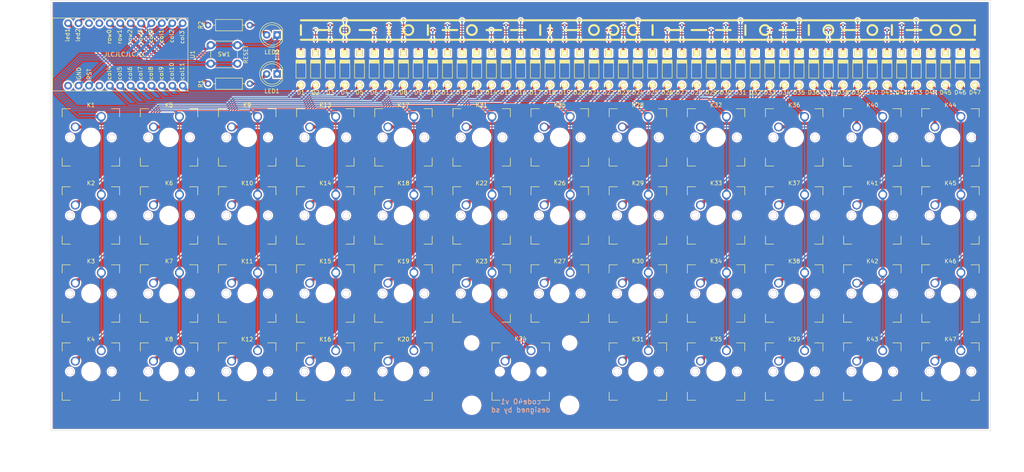
<source format=kicad_pcb>
(kicad_pcb (version 20221018) (generator pcbnew)
  (layers (0 "F.Cu" signal) (31 "B.Cu" signal) (34 "B.Paste" user) (35 "F.Paste" user) (36 "B.SilkS" user "B.Silkscreen") (37 "F.SilkS" user "F.Silkscreen") (38 "B.Mask" user) (39 "F.Mask" user) (44 "Edge.Cuts" user))
  (net 0 "")
  (net 1 "Net-(D1-Pad2)")
  (net 2 "row0")
  (net 3 "Net-(D2-Pad2)")
  (net 4 "Net-(D3-Pad2)")
  (net 5 "Net-(D4-Pad2)")
  (net 6 "Net-(D5-Pad2)")
  (net 7 "Net-(D6-Pad2)")
  (net 8 "Net-(D7-Pad2)")
  (net 9 "Net-(D8-Pad2)")
  (net 10 "Net-(D9-Pad2)")
  (net 11 "Net-(D10-Pad2)")
  (net 12 "Net-(D11-Pad2)")
  (net 13 "Net-(D12-Pad2)")
  (net 14 "Net-(D13-Pad2)")
  (net 15 "row1")
  (net 16 "Net-(D14-Pad2)")
  (net 17 "Net-(D15-Pad2)")
  (net 18 "Net-(D16-Pad2)")
  (net 19 "Net-(D17-Pad2)")
  (net 20 "Net-(D18-Pad2)")
  (net 21 "Net-(D19-Pad2)")
  (net 22 "Net-(D20-Pad2)")
  (net 23 "Net-(D21-Pad2)")
  (net 24 "Net-(D22-Pad2)")
  (net 25 "Net-(D23-Pad2)")
  (net 26 "Net-(D24-Pad2)")
  (net 27 "Net-(D25-Pad2)")
  (net 28 "row2")
  (net 29 "Net-(D26-Pad2)")
  (net 30 "Net-(D27-Pad2)")
  (net 31 "Net-(D28-Pad2)")
  (net 32 "Net-(D29-Pad2)")
  (net 33 "Net-(D30-Pad2)")
  (net 34 "Net-(D31-Pad2)")
  (net 35 "Net-(D32-Pad2)")
  (net 36 "Net-(D33-Pad2)")
  (net 37 "Net-(D34-Pad2)")
  (net 38 "Net-(D35-Pad2)")
  (net 39 "Net-(D36-Pad2)")
  (net 40 "Net-(D37-Pad2)")
  (net 41 "row3")
  (net 42 "Net-(D38-Pad2)")
  (net 43 "Net-(D39-Pad2)")
  (net 44 "Net-(D40-Pad2)")
  (net 45 "Net-(D41-Pad2)")
  (net 46 "Net-(D42-Pad2)")
  (net 47 "Net-(D43-Pad2)")
  (net 48 "Net-(D44-Pad2)")
  (net 49 "Net-(D45-Pad2)")
  (net 50 "Net-(D46-Pad2)")
  (net 51 "Net-(D47-Pad2)")
  (net 52 "GND")
  (net 53 "col0")
  (net 54 "col1")
  (net 55 "col2")
  (net 56 "col3")
  (net 57 "col4")
  (net 58 "col5")
  (net 59 "col6")
  (net 60 "col7")
  (net 61 "col8")
  (net 62 "col9")
  (net 63 "col10")
  (net 64 "col11")
  (net 65 "led1")
  (net 66 "led2")
  (net 67 "RESET")
  (net 68 "Net-(U1-Pad24)")
  (net 69 "Net-(U1-Pad21)")
  (net 70 "Net-(U1-Pad4)")
  (net 71 "Net-(U1-Pad3)")
  (net 72 "Net-(LED1-Pad2)")
  (net 73 "Net-(LED2-Pad2)")
  (footprint "keyboard_parts:D_axial" (layer "F.Cu") (at -53.57835 -35.7189 -90)
    (fp_text reference "D1")
    (fp_text value "D" hide)
  )
  (footprint "keyboard_parts:D_axial" (layer "F.Cu") (at -39.29079 -35.7189 -90)
    (fp_text reference "D5")
    (fp_text value "D" hide)
  )
  (footprint "keyboard_parts:D_axial" (layer "F.Cu") (at -25.00323 -35.7189 -90)
    (fp_text reference "D9")
    (fp_text value "D" hide)
  )
  (footprint "keyboard_parts:D_axial" (layer "F.Cu") (at -10.71567 -35.7189 -90)
    (fp_text reference "D13")
    (fp_text value "D" hide)
  )
  (footprint "keyboard_parts:D_axial" (layer "F.Cu") (at 3.57189 -35.7189 -90)
    (fp_text reference "D17")
    (fp_text value "D" hide)
  )
  (footprint "keyboard_parts:D_axial" (layer "F.Cu") (at 17.85945 -35.7189 -90)
    (fp_text reference "D21")
    (fp_text value "D" hide)
  )
  (footprint "keyboard_parts:D_axial" (layer "F.Cu") (at 32.14701 -35.7189 -90)
    (fp_text reference "D25")
    (fp_text value "D" hide)
  )
  (footprint "keyboard_parts:D_axial" (layer "F.Cu") (at 42.86268 -35.7189 -90)
    (fp_text reference "D28")
    (fp_text value "D" hide)
  )
  (footprint "keyboard_parts:D_axial" (layer "F.Cu") (at 57.15024 -35.7189 -90)
    (fp_text reference "D32")
    (fp_text value "D" hide)
  )
  (footprint "keyboard_parts:D_axial" (layer "F.Cu") (at 71.4378 -35.7189 -90)
    (fp_text reference "D36")
    (fp_text value "D" hide)
  )
  (footprint "keyboard_parts:D_axial" (layer "F.Cu") (at 85.72536 -35.7189 -90)
    (fp_text reference "D40")
    (fp_text value "D" hide)
  )
  (footprint "keyboard_parts:D_axial" (layer "F.Cu") (at 100.01292 -35.7189 -90)
    (fp_text reference "D44")
    (fp_text value "D" hide)
  )
  (footprint "keyboard_parts:D_axial" (layer "F.Cu") (at -35.7189 -35.7189 -90)
    (fp_text reference "D6")
    (fp_text value "D" hide)
  )
  (footprint "keyboard_parts:D_axial" (layer "F.Cu") (at -21.43134 -35.7189 -90)
    (fp_text reference "D10")
    (fp_text value "D" hide)
  )
  (footprint "keyboard_parts:D_axial" (layer "F.Cu") (at -7.14378 -35.7189 -90)
    (fp_text reference "D14")
    (fp_text value "D" hide)
  )
  (footprint "keyboard_parts:D_axial" (layer "F.Cu") (at 7.14378 -35.7189 -90)
    (fp_text reference "D18")
    (fp_text value "D" hide)
  )
  (footprint "keyboard_parts:D_axial" (layer "F.Cu") (at 21.43134 -35.7189 -90)
    (fp_text reference "D22")
    (fp_text value "D" hide)
  )
  (footprint "keyboard_parts:D_axial" (layer "F.Cu") (at 35.7189 -35.7189 -90)
    (fp_text reference "D26")
    (fp_text value "D" hide)
  )
  (footprint "keyboard_parts:D_axial" (layer "F.Cu") (at 46.43457 -35.7189 -90)
    (fp_text reference "D29")
    (fp_text value "D" hide)
  )
  (footprint "keyboard_parts:D_axial" (layer "F.Cu") (at 60.72213 -35.7189 -90)
    (fp_text reference "D33")
    (fp_text value "D" hide)
  )
  (footprint "keyboard_parts:D_axial" (layer "F.Cu") (at 75.00969 -35.7189 -90)
    (fp_text reference "D37")
    (fp_text value "D" hide)
  )
  (footprint "keyboard_parts:D_axial" (layer "F.Cu") (at 89.29725 -35.7189 -90)
    (fp_text reference "D41")
    (fp_text value "D" hide)
  )
  (footprint "keyboard_parts:D_axial" (layer "F.Cu") (at 103.58481 -35.7189 -90)
    (fp_text reference "D45")
    (fp_text value "D" hide)
  )
  (footprint "keyboard_parts:D_axial" (layer "F.Cu") (at -46.43457 -35.7189 -90)
    (fp_text reference "D3")
    (fp_text value "D" hide)
  )
  (footprint "keyboard_parts:D_axial" (layer "F.Cu") (at -32.14701 -35.7189 -90)
    (fp_text reference "D7")
    (fp_text value "D" hide)
  )
  (footprint "keyboard_parts:D_axial" (layer "F.Cu") (at -17.85945 -35.7189 -90)
    (fp_text reference "D11")
    (fp_text value "D" hide)
  )
  (footprint "keyboard_parts:D_axial" (layer "F.Cu") (at -3.57189 -35.7189 -90)
    (fp_text reference "D15")
    (fp_text value "D" hide)
  )
  (footprint "keyboard_parts:D_axial" (layer "F.Cu") (at 10.71567 -35.7189 -90)
    (fp_text reference "D19")
    (fp_text value "D" hide)
  )
  (footprint "keyboard_parts:D_axial" (layer "F.Cu") (at 25.00323 -35.7189 -90)
    (fp_text reference "D23")
    (fp_text value "D" hide)
  )
  (footprint "keyboard_parts:D_axial" (layer "F.Cu") (at 39.29079 -35.7189 -90)
    (fp_text reference "D27")
    (fp_text value "D" hide)
  )
  (footprint "keyboard_parts:D_axial" (layer "F.Cu") (at 50.00646 -35.7189 -90)
    (fp_text reference "D30")
    (fp_text value "D" hide)
  )
  (footprint "keyboard_parts:D_axial" (layer "F.Cu") (at 64.29402 -35.7189 -90)
    (fp_text reference "D34")
    (fp_text value "D" hide)
  )
  (footprint "keyboard_parts:D_axial" (layer "F.Cu") (at 78.58158 -35.7189 -90)
    (fp_text reference "D38")
    (fp_text value "D" hide)
  )
  (footprint "keyboard_parts:D_axial" (layer "F.Cu") (at 92.86914 -35.7189 -90)
    (fp_text reference "D42")
    (fp_text value "D" hide)
  )
  (footprint "keyboard_parts:D_axial" (layer "F.Cu") (at 107.1567 -35.7189 -90)
    (fp_text reference "D46")
    (fp_text value "D" hide)
  )
  (footprint "keyboard_parts:D_axial" (layer "F.Cu") (at -42.86268 -35.7189 -90)
    (fp_text reference "D4")
    (fp_text value "D" hide)
  )
  (footprint "keyboard_parts:D_axial" (layer "F.Cu") (at -28.57512 -35.7189 -90)
    (fp_text reference "D8")
    (fp_text value "D" hide)
  )
  (footprint "keyboard_parts:D_axial" (layer "F.Cu") (at -14.28756 -35.7189 -90)
    (fp_text reference "D12")
    (fp_text value "D" hide)
  )
  (footprint "keyboard_parts:D_axial" (layer "F.Cu") (at 0 -35.7189 -90)
    (fp_text reference "D16")
    (fp_text value "D" hide)
  )
  (footprint "keyboard_parts:D_axial" (layer "F.Cu") (at 14.28756 -35.7189 -90)
    (fp_text reference "D20")
    (fp_text value "D" hide)
  )
  (footprint "keyboard_parts:D_axial" (layer "F.Cu") (at 28.57512 -35.7189 -90)
    (fp_text reference "D24")
    (fp_text value "D" hide)
  )
  (footprint "keyboard_parts:D_axial" (layer "F.Cu") (at 53.57835 -35.7189 -90)
    (fp_text reference "D31")
    (fp_text value "D" hide)
  )
  (footprint "keyboard_parts:D_axial" (layer "F.Cu") (at 67.86591 -35.7189 -90)
    (fp_text reference "D35")
    (fp_text value "D" hide)
  )
  (footprint "keyboard_parts:D_axial" (layer "F.Cu") (at 82.15347 -35.7189 -90)
    (fp_text reference "D39")
    (fp_text value "D" hide)
  )
  (footprint "keyboard_parts:D_axial" (layer "F.Cu") (at 96.44103 -35.7189 -90)
    (fp_text reference "D43")
    (fp_text value "D" hide)
  )
  (footprint "keyboard_parts:D_axial" (layer "F.Cu") (at 110.72859 -35.7189 -90)
    (fp_text reference "D47")
    (fp_text value "D" hide)
  )
  (footprint "keyboard_parts:SW_Cherry_MX_1.00u_PCB" (layer "F.Cu") (at -104.77544 -19.05008)
    (fp_text reference "K1")
    (fp_text value "KEYSW")
  )
  (footprint "keyboard_parts:SW_Cherry_MX_1.00u_PCB" (layer "F.Cu") (at -85.72536 -19.05008)
    (fp_text reference "K5")
    (fp_text value "KEYSW")
  )
  (footprint "keyboard_parts:SW_Cherry_MX_1.00u_PCB" (layer "F.Cu") (at -66.67528 -19.05008)
    (fp_text reference "K9")
    (fp_text value "KEYSW")
  )
  (footprint "keyboard_parts:SW_Cherry_MX_1.00u_PCB" (layer "F.Cu") (at -28.57512 -19.05008)
    (fp_text reference "K17")
    (fp_text value "KEYSW")
  )
  (footprint "keyboard_parts:SW_Cherry_MX_1.00u_PCB" (layer "F.Cu") (at -9.52504 -19.05008)
    (fp_text reference "K21")
    (fp_text value "KEYSW")
  )
  (footprint "keyboard_parts:SW_Cherry_MX_1.00u_PCB" (layer "F.Cu") (at 9.52504 -19.05008)
    (fp_text reference "K25")
    (fp_text value "KEYSW")
  )
  (footprint "keyboard_parts:SW_Cherry_MX_1.00u_PCB" (layer "F.Cu") (at 28.57512 -19.05008)
    (fp_text reference "K28")
    (fp_text value "KEYSW")
  )
  (footprint "keyboard_parts:SW_Cherry_MX_1.00u_PCB" (layer "F.Cu") (at 47.6252 -19.05008)
    (fp_text reference "K32")
    (fp_text value "KEYSW")
  )
  (footprint "keyboard_parts:SW_Cherry_MX_1.00u_PCB" (layer "F.Cu") (at 66.67528 -19.05008)
    (fp_text reference "K36")
    (fp_text value "KEYSW")
  )
  (footprint "keyboard_parts:SW_Cherry_MX_1.00u_PCB" (layer "F.Cu") (at 85.72536 -19.05008)
    (fp_text reference "K40")
    (fp_text value "KEYSW")
  )
  (footprint "keyboard_parts:SW_Cherry_MX_1.00u_PCB" (layer "F.Cu") (at 104.77544 -19.05008)
    (fp_text reference "K44")
    (fp_text value "KEYSW")
  )
  (footprint "keyboard_parts:SW_Cherry_MX_1.00u_PCB" (layer "F.Cu") (at -104.77544 0)
    (fp_text reference "K2")
    (fp_text value "KEYSW")
  )
  (footprint "keyboard_parts:SW_Cherry_MX_1.00u_PCB" (layer "F.Cu") (at -85.72536 0)
    (fp_text reference "K6")
    (fp_text value "KEYSW")
  )
  (footprint "keyboard_parts:SW_Cherry_MX_1.00u_PCB" (layer "F.Cu") (at -66.67528 0)
    (fp_text reference "K10")
    (fp_text value "KEYSW")
  )
  (footprint "keyboard_parts:SW_Cherry_MX_1.00u_PCB" (layer "F.Cu") (at -47.6252 0)
    (fp_text reference "K14")
    (fp_text value "KEYSW")
  )
  (footprint "keyboard_parts:SW_Cherry_MX_1.00u_PCB" (layer "F.Cu") (at -28.57512 0)
    (fp_text reference "K18")
    (fp_text value "KEYSW")
  )
  (footprint "keyboard_parts:SW_Cherry_MX_1.00u_PCB" (layer "F.Cu") (at -9.52504 0)
    (fp_text reference "K22")
    (fp_text value "KEYSW")
  )
  (footprint "keyboard_parts:SW_Cherry_MX_1.00u_PCB" (layer "F.Cu") (at 28.57512 0)
    (fp_text reference "K29")
    (fp_text value "KEYSW")
  )
  (footprint "keyboard_parts:SW_Cherry_MX_1.00u_PCB" (layer "F.Cu") (at 47.6252 0)
    (fp_text reference "K33")
    (fp_text value "KEYSW")
  )
  (footprint "keyboard_parts:SW_Cherry_MX_1.00u_PCB" (layer "F.Cu") (at 66.67528 0)
    (fp_text reference "K37")
    (fp_text value "KEYSW")
  )
  (footprint "keyboard_parts:SW_Cherry_MX_1.00u_PCB" (layer "F.Cu") (at 85.72536 0)
    (fp_text reference "K41")
    (fp_text value "KEYSW")
  )
  (footprint "keyboard_parts:SW_Cherry_MX_1.00u_PCB" (layer "F.Cu") (at 104.77544 0)
    (fp_text reference "K45")
    (fp_text value "KEYSW")
  )
  (footprint "keyboard_parts:SW_Cherry_MX_1.00u_PCB" (layer "F.Cu") (at -104.77544 19.05008)
    (fp_text reference "K3")
    (fp_text value "KEYSW")
  )
  (footprint "keyboard_parts:SW_Cherry_MX_1.00u_PCB" (layer "F.Cu") (at -85.72536 19.05008)
    (fp_text reference "K7")
    (fp_text value "KEYSW")
  )
  (footprint "keyboard_parts:SW_Cherry_MX_1.00u_PCB" (layer "F.Cu") (at -66.67528 19.05008)
    (fp_text reference "K11")
    (fp_text value "KEYSW")
  )
  (footprint "keyboard_parts:SW_Cherry_MX_1.00u_PCB" (layer "F.Cu") (at -47.6252 19.05008)
    (fp_text reference "K15")
    (fp_text value "KEYSW")
  )
  (footprint "keyboard_parts:SW_Cherry_MX_1.00u_PCB" (layer "F.Cu") (at -28.57512 19.05008)
    (fp_text reference "K19")
    (fp_text value "KEYSW")
  )
  (footprint "keyboard_parts:SW_Cherry_MX_1.00u_PCB" (layer "F.Cu") (at -9.52504 19.05008)
    (fp_text reference "K23")
    (fp_text value "KEYSW")
  )
  (footprint "keyboard_parts:SW_Cherry_MX_1.00u_PCB" (layer "F.Cu") (at 9.52504 19.05008)
    (fp_text reference "K27")
    (fp_text value "KEYSW")
  )
  (footprint "keyboard_parts:SW_Cherry_MX_1.00u_PCB" (layer "F.Cu") (at 47.6252 19.05008)
    (fp_text reference "K34")
    (fp_text value "KEYSW")
  )
  (footprint "keyboard_parts:SW_Cherry_MX_1.00u_PCB" (layer "F.Cu") (at 66.67528 19.05008)
    (fp_text reference "K38")
    (fp_text value "KEYSW")
  )
  (footprint "keyboard_parts:SW_Cherry_MX_1.00u_PCB" (layer "F.Cu") (at 85.72536 19.05008)
    (fp_text reference "K42")
    (fp_text value "KEYSW")
  )
  (footprint "keyboard_parts:SW_Cherry_MX_1.00u_PCB" (layer "F.Cu") (at 104.77544 19.05008)
    (fp_text reference "K46")
    (fp_text value "KEYSW")
  )
  (footprint "keyboard_parts:SW_Cherry_MX_1.00u_PCB" (layer "F.Cu") (at -104.77544 38.10016)
    (fp_text reference "K4")
    (fp_text value "KEYSW")
  )
  (footprint "keyboard_parts:SW_Cherry_MX_1.00u_PCB" (layer "F.Cu") (at -85.72536 38.10016)
    (fp_text reference "K8")
    (fp_text value "KEYSW")
  )
  (footprint "keyboard_parts:SW_Cherry_MX_1.00u_PCB" (layer "F.Cu") (at -66.67528 38.10016)
    (fp_text reference "K12")
    (fp_text value "KEYSW")
  )
  (footprint "keyboard_parts:SW_Cherry_MX_1.00u_PCB" (layer "F.Cu") (at -47.6252 38.10016)
    (fp_text reference "K16")
    (fp_text value "KEYSW")
  )
  (footprint "keyboard_parts:SW_Cherry_MX_1.00u_PCB" (layer "F.Cu") (at -28.57512 38.10016)
    (fp_text reference "K20")
    (fp_text value "KEYSW")
  )
  (footprint "keyboard_parts:SW_Cherry_MX_1.00u_PCB" (layer "F.Cu") (at 28.57512 38.10016)
    (fp_text reference "K31")
    (fp_text value "KEYSW")
  )
  (footprint "keyboard_parts:SW_Cherry_MX_1.00u_PCB" (layer "F.Cu") (at 47.6252 38.10016)
    (fp_text reference "K35")
    (fp_text value "KEYSW")
  )
  (footprint "keyboard_parts:SW_Cherry_MX_1.00u_PCB" (layer "F.Cu") (at 66.67528 38.10016)
    (fp_text reference "K39")
    (fp_text value "KEYSW")
  )
  (footprint "keyboard_parts:SW_Cherry_MX_1.00u_PCB" (layer "F.Cu") (at 85.72536 38.10016)
    (fp_text reference "K43")
    (fp_text value "KEYSW")
  )
  (footprint "keyboard_parts:SW_Cherry_MX_1.00u_PCB" (layer "F.Cu") (at 104.77544 38.10016)
    (fp_text reference "K47")
    (fp_text value "KEYSW")
  )
  (footprint "Button_Switch_THT:SW_PUSH_6mm" (layer "F.Cu") (at -69.05654 -37.0479 180)
    (fp_text reference "SW1")
    (fp_text value "SW_Push")
  )
  (footprint "keyboard_parts:SW_Cherry_MX_2.00u_PCB" (layer "F.Cu") (at 0 38.10016)
    (fp_text reference "K24")
    (fp_text value "KEYSW")
  )
  (footprint "LED_THT:LED_D5.0mm" (layer "F.Cu") (at -59.37276 -34.52827 180)
    (fp_text reference "LED1")
    (fp_text value "LED")
  )
  (footprint "keyboard_parts:SW_Cherry_MX_1.00u_PCB" (layer "F.Cu") (at 28.57512 19.05008)
    (fp_text reference "K30")
    (fp_text value "KEYSW")
  )
  (footprint "Resistor_THT:R_Axial_DIN0207_L6.3mm_D2.5mm_P10.16mm_Horizontal" (layer "F.Cu") (at -76.20032 -46.43457)
    (fp_text reference "R2")
    (fp_text value "R_Small_US")
  )
  (footprint "Resistor_THT:R_Axial_DIN0207_L6.3mm_D2.5mm_P10.16mm_Horizontal" (layer "F.Cu") (at -76.20032 -32.14701)
    (fp_text reference "R1")
    (fp_text value "R_Small_US")
  )
  (footprint "keyboard_parts:SW_Cherry_MX_1.00u_PCB" (layer "F.Cu") (at 9.52504 0)
    (fp_text reference "K26")
    (fp_text value "KEYSW")
  )
  (footprint "keyboard_parts:Stabilizer_Cherry_MX_2.00u" (layer "F.Cu") (at 0 38.10016)
    (fp_text reference "ST1" hide)
    (fp_text value "Stabilizer_Cherry_MX_2.00u")
  )
  (footprint "keyboard_parts:D_axial" (layer "F.Cu") (at -50.00646 -35.7189 -90)
    (fp_text reference "D2")
    (fp_text value "D" hide)
  )
  (footprint "keyboard_parts:SW_Cherry_MX_1.00u_PCB" (layer "F.Cu") (at -47.6252 -19.05008)
    (fp_text reference "K13")
    (fp_text value "KEYSW")
  )
  (footprint "LED_THT:LED_D5.0mm" (layer "F.Cu") (at -59.37276 -44.05331 180)
    (fp_text reference "LED2")
    (fp_text value "LED")
  )
  (footprint "Boards:SPARKFUN_PRO_MICRO" (layer "B.Cu") (at -97.63166 -39.29079 -90)
    (fp_text reference "U1")
    (fp_text value "PRO MICRO" hide)
  )
  (gr_line (start 110.72859 -47.6252) (end -53.57835 -47.6252) (stroke (width 0.5)) (layer "F.SilkS"))
  (gr_line (start 4.76252 -46.43457) (end 4.76252 -44.05331) (stroke (width 0.5)) (layer "F.SilkS"))
  (gr_line (start 90.48788 -46.43457) (end 90.48788 -44.05331) (stroke (width 0.5)) (layer "F.SilkS"))
  (gr_circle (center -27.38449 -45.24394) (end -26.19386 -45.24394) (stroke (width 0.5)) (fill none) (layer "F.SilkS"))
  (gr_line (start 7.14378 -46.43457) (end 7.14378 -44.05331) (stroke (width 0.5)) (layer "F.SilkS"))
  (gr_line (start 110.72859 -46.43457) (end 110.72859 -44.05331) (stroke (width 0.5)) (layer "F.SilkS"))
  (gr_line (start -8.33441 -45.24394) (end -4.76252 -45.24394) (stroke (width 0.5)) (layer "F.SilkS"))
  (gr_line (start -2.38126 -45.24394) (end 1.19063 -45.24394) (stroke (width 0.5)) (layer "F.SilkS"))
  (gr_line (start -39.29079 -45.24394) (end -35.7189 -45.24394) (stroke (width 0.5)) (layer "F.SilkS"))
  (gr_line (start 78.58158 -45.24394) (end 82.15347 -45.24394) (stroke (width 0.5)) (layer "F.SilkS"))
  (gr_circle (center 27.38449 -45.24394) (end 28.57512 -45.24394) (stroke (width 0.5)) (fill none) (layer "F.SilkS"))
  (gr_line (start 47.6252 -45.24394) (end 51.19709 -45.24394) (stroke (width 0.5)) (layer "F.SilkS"))
  (gr_line (start 94.05977 -45.24394) (end 97.63166 -45.24394) (stroke (width 0.5)) (layer "F.SilkS"))
  (gr_line (start 32.14701 -46.43457) (end 32.14701 -44.05331) (stroke (width 0.5)) (layer "F.SilkS"))
  (gr_line (start 41.67205 -45.24394) (end 45.24394 -45.24394) (stroke (width 0.5)) (layer "F.SilkS"))
  (gr_line (start -53.57835 -42.86268) (end 110.72859 -42.86268) (stroke (width 0.5)) (layer "F.SilkS"))
  (gr_line (start -32.14701 -46.43457) (end -32.14701 -44.05331) (stroke (width 0.5)) (layer "F.SilkS"))
  (gr_circle (center 101.20355 -45.24394) (end 102.39418 -45.24394) (stroke (width 0.5)) (fill none) (layer "F.SilkS"))
  (gr_circle (center -42.86268 -45.24394) (end -41.67205 -45.24394) (stroke (width 0.5)) (fill none) (layer "F.SilkS"))
  (gr_line (start 63.10339 -45.24394) (end 66.67528 -45.24394) (stroke (width 0.5)) (layer "F.SilkS"))
  (gr_circle (center -11.9063 -45.24394) (end -10.71567 -45.24394) (stroke (width 0.5)) (fill none) (layer "F.SilkS"))
  (gr_circle (center 59.5315 -45.24394) (end 60.72213 -45.24394) (stroke (width 0.5)) (fill none) (layer "F.SilkS"))
  (gr_circle (center 105.96607 -45.24394) (end 107.1567 -45.24394) (stroke (width 0.5)) (fill none) (layer "F.SilkS"))
  (gr_line (start -19.05008 -45.24394) (end -15.47819 -45.24394) (stroke (width 0.5)) (layer "F.SilkS"))
  (gr_circle (center 17.85945 -45.24394) (end 19.05008 -45.24394) (stroke (width 0.5)) (fill none) (layer "F.SilkS"))
  (gr_line (start 10.71567 -45.24394) (end 14.28756 -45.24394) (stroke (width 0.5)) (layer "F.SilkS"))
  (gr_line (start 54.76898 -46.43457) (end 54.76898 -44.05331) (stroke (width 0.5)) (layer "F.SilkS"))
  (gr_line (start -22.62197 -46.43457) (end -22.62197 -44.05331) (stroke (width 0.5)) (layer "F.SilkS"))
  (gr_circle (center 22.62197 -45.24394) (end 23.8126 -45.24394) (stroke (width 0.5)) (fill none) (layer "F.SilkS"))
  (gr_line (start -53.57835 -46.43457) (end -53.57835 -44.05331) (stroke (width 0.5)) (layer "F.SilkS"))
  (gr_line (start 35.7189 -45.24394) (end 39.29079 -45.24394) (stroke (width 0.5)) (layer "F.SilkS"))
  (gr_circle (center 85.72536 -45.24394) (end 86.91599 -45.24394) (stroke (width 0.5)) (fill none) (layer "F.SilkS"))
  (gr_line (start -50.00646 -45.24394) (end -46.43457 -45.24394) (stroke (width 0.5)) (layer "F.SilkS"))
  (gr_circle (center 75.00969 -45.24394) (end 76.20032 -45.24394) (stroke (width 0.5)) (fill none) (layer "F.SilkS"))
  (gr_line (start 70.24717 -46.43457) (end 70.24717 -44.05331) (stroke (width 0.5)) (layer "F.SilkS"))
  (gr_line (start 114.5 -52.5) (end 114.5 52.5) (stroke (width 0.1)) (layer "Edge.Cuts"))
  (gr_line (start -114.5 -52.5) (end 114.5 -52.5) (stroke (width 0.1)) (layer "Edge.Cuts"))
  (gr_line (start 114.5 52.5) (end -114.5 52.5) (stroke (width 0.1)) (layer "Edge.Cuts"))
  (gr_line (start -114.5 52.5) (end -114.50066 -52.5) (stroke (width 0.1)) (layer "Edge.Cuts"))
  (gr_text "code40 v1\ndesigned by sd" (at 0 46.43457) (layer "B.SilkS") (effects (font (size 1.25 1.25) (thickness 0.2)) (justify mirror)))
  (gr_text "GND" (at -107.696 -33.02 90) (layer "F.SilkS") (effects (font (size 1 1)) (justify left)))
  (gr_text "col4" (at -100.33 -33.02 90) (layer "F.SilkS") (effects (font (size 1 1)) (justify left)))
  (gr_text "col3" (at -82.55 -45.212 90) (layer "F.SilkS") (effects (font (size 1 1)) (justify right)))
  (gr_text "col5" (at -97.79 -33.02 90) (layer "F.SilkS") (effects (font (size 1 1)) (justify left)))
  (gr_text "col10" (at -85.09 -33.02 90) (layer "F.SilkS") (effects (font (size 1 1)) (justify left)))
  (gr_text "col7" (at -92.71 -33.02 90) (layer "F.SilkS") (effects (font (size 1 1)) (justify left)))
  (gr_text "JLCJLCJLCJLC" (at -96.4 -39.3) (layer "F.SilkS") (effects (font (size 1 1))))
  (gr_text "row2" (at -95.25 -45.466 90) (layer "F.SilkS") (effects (font (size 1 1)) (justify right)))
  (gr_text "col2" (at -85.09 -45.466 90) (layer "F.SilkS") (effects (font (size 1 1)) (justify right)))
  (gr_text "col11" (at -82.55 -33.02 90) (layer "F.SilkS") (effects (font (size 1 1)) (justify left)))
  (gr_text "row3" (at -92.71 -45.466 90) (layer "F.SilkS") (effects (font (size 1 1)) (justify right)))
  (gr_text "RST" (at -105.17528 -33.02 90) (layer "F.SilkS") (effects (font (size 1 1)) (justify left)))
  (gr_text "col6" (at -95.25 -33.02 90) (layer "F.SilkS") (effects (font (size 1 1)) (justify left)))
  (gr_text "row1" (at -97.79 -45.466 90) (layer "F.SilkS") (effects (font (size 1 1)) (justify right)))
  (gr_text "col8" (at -90.17 -33.02 90) (layer "F.SilkS") (effects (font (size 1 1)) (justify left)))
  (gr_text "col1" (at -87.63 -45.466 90) (layer "F.SilkS") (effects (font (size 1 1)) (justify right)))
  (gr_text "led2" (at -107.95 -44 90) (layer "F.SilkS") (effects (font (size 1 1))))
  (gr_text "RESET" (at -67 -39.29079 90) (layer "F.SilkS") (effects (font (size 1 1))))
  (gr_text "col0" (at -90.17 -45.466 90) (layer "F.SilkS") (effects (font (size 1 1)) (justify right)))
  (gr_text "led1" (at -110.49 -45.72 90) (layer "F.SilkS") (effects (font (size 1 1)) (justify right)))
  (gr_text "row0" (at -100.33 -45.466 90) (layer "F.SilkS") (effects (font (size 1 1)) (justify right)))
  (gr_text "col9" (at -87.63 -33.02 90) (layer "F.SilkS") (effects (font (size 1 1)) (justify left)))
  (segment (start -56.692101 -28.705149) (end -53.57835 -31.8189) (width 0.25) (layer "F.Cu") (net 1))
  (segment (start -108.58544 -21.59008) (end -93.553592 -21.59008) (width 0.25) (layer "F.Cu") (net 1))
  (segment (start -69.934081 -28.705149) (end -56.692101 -28.705149) (width 0.25) (layer "F.Cu") (net 1))
  (segment (start -93.553592 -21.59008) (end -88.238561 -26.905111) (width 0.25) (layer "F.Cu") (net 1))
  (segment (start -71.73412 -26.905111) (end -69.934081 -28.705149) (width 0.25) (layer "F.Cu") (net 1))
  (segment (start -88.238561 -26.905111) (end -71.73412 -26.905111) (width 0.25) (layer "F.Cu") (net 1))
  (segment (start 85.72536 -42.86268) (end 85.72536 -42.86268) (width 0.25) (layer "F.Cu") (net 2))
  (segment (start 85.72536 -39.6189) (end 85.72536 -42.86268) (width 0.25) (layer "F.Cu") (net 2))
  (segment (start 3.57189 -39.6189) (end 3.57189 -42.86268) (width 0.25) (layer "F.Cu") (net 2))
  (segment (start -63.015501 -38.484499) (end -57.956531 -38.484499) (width 0.25) (layer "F.Cu") (net 2))
  (segment (start -53.57835 -39.6189) (end -53.57835 -42.86268) (width 0.25) (layer "F.Cu") (net 2))
  (segment (start 71.4378 -42.86268) (end 70.24717 -44.05331) (width 0.25) (layer "F.Cu") (net 2))
  (segment (start 90.48788 -44.05331) (end 85.72536 -44.05331) (width 0.25) (layer "F.Cu") (net 2))
  (segment (start -25.00323 -42.86268) (end -26.19386 -44.05331) (width 0.25) (layer "F.Cu") (net 2))
  (segment (start -63.015501 -38.484499) (end -63.015499 -38.484501) (width 0.25) (layer "F.Cu") (net 2))
  (segment (start 30.95638 -44.05331) (end 16.66882 -44.05331) (width 0.25) (layer "F.Cu") (net 2))
  (segment (start 17.85945 -39.6189) (end 17.85945 -42.86268) (width 0.25) (layer "F.Cu") (net 2))
  (segment (start 32.14701 -39.6189) (end 32.14701 -42.86268) (width 0.25) (layer "F.Cu") (net 2))
  (segment (start -57.956531 -38.484499) (end -57.956531 -38.484501) (width 0.25) (layer "F.Cu") (net 2))
  (segment (start 97.63166 -44.05331) (end 90.48788 -44.05331) (width 0.25) (layer "F.Cu") (net 2))
  (segment (start -91.995369 -38.734499) (end -92.630435 -39.369565) (width 0.25) (layer "F.Cu") (net 2))
  (segment (start 85.72536 -44.05331) (end 84.53473 -44.05331) (width 0.25) (layer "F.Cu") (net 2))
  (segment (start -40.48142 -44.05331) (end -53.57835 -44.05331) (width 0.25) (layer "F.Cu") (net 2))
  (segment (start -53.57835 -44.05331) (end -55.03797 -42.59369) (width 0.25) (layer "F.Cu") (net 2))
  (segment (start 100.01292 -39.6189) (end 100.01292 -42.86268) (width 0.25) (layer "F.Cu") (net 2))
  (segment (start -55.205515 -41.235515) (end -57.956531 -38.484499) (width 0.25) (layer "F.Cu") (net 2))
  (segment (start 16.66882 -44.05331) (end 2.38126 -44.05331) (width 0.25) (layer "F.Cu") (net 2))
  (segment (start 32.14701 -42.86268) (end 30.95638 -44.05331) (width 0.25) (layer "F.Cu") (net 2))
  (segment (start -55.03797 -42.59369) (end -55.03797 -41.40306) (width 0.25) (layer "F.Cu") (net 2))
  (segment (start -39.29079 -39.6189) (end -39.29079 -42.86268) (width 0.25) (layer "F.Cu") (net 2))
  (segment (start -10.71567 -42.86268) (end -11.9063 -44.05331) (width 0.25) (layer "F.Cu") (net 2))
  (segment (start 70.24717 -44.05331) (end 30.95638 -44.05331) (width 0.25) (layer "F.Cu") (net 2))
  (segment (start -39.29079 -42.86268) (end -40.48142 -44.05331) (width 0.25) (layer "F.Cu") (net 2))
  (segment (start 17.85945 -42.86268) (end 16.66882 -44.05331) (width 0.25) (layer "F.Cu") (net 2))
  (segment (start -91.745369 -38.484499) (end -63.015501 -38.484499) (width 0.25) (layer "F.Cu") (net 2))
  (segment (start 2.38126 -44.05331) (end -11.9063 -44.05331) (width 0.25) (layer "F.Cu") (net 2))
  (segment (start -53.57835 -42.86268) (end -53.57835 -44.05331) (width 0.25) (layer "F.Cu") (net 2))
  (segment (start 85.72536 -42.86268) (end 84.53473 -44.05331) (width 0.25) (layer "F.Cu") (net 2))
  (segment (start -10.71567 -39.6189) (end -10.71567 -42.86268) (width 0.25) (layer "F.Cu") (net 2))
  (segment (start 98.82229 -44.05331) (end 97.63166 -44.05331) (width 0.25) (layer "F.Cu") (net 2))
  (segment (start -25.00323 -39.6189) (end -25.00323 -42.86268) (width 0.25) (layer "F.Cu") (net 2))
  (segment (start -55.03797 -41.40306) (end -55.205515 -41.235515) (width 0.25) (layer "F.Cu") (net 2))
  (segment (start -92.630435 -39.369565) (end -91.745369 -38.484499) (width 0.25) (layer "F.Cu") (net 2))
  (segment (start 57.15024 -42.86268) (end 55.95961 -44.05331) (width 0.25) (layer "F.Cu") (net 2))
  (segment (start 100.01292 -42.86268) (end 98.82229 -44.05331) (width 0.25) (layer "F.Cu") (net 2))
  (segment (start 57.15024 -39.6189) (end 57.15024 -42.86268) (width 0.25) (layer "F.Cu") (net 2))
  (segment (start 3.57189 -42.86268) (end 2.38126 -44.05331) (width 0.25) (layer "F.Cu") (net 2))
  (segment (start 84.53473 -44.05331) (end 70.24717 -44.05331) (width 0.25) (layer "F.Cu") (net 2))
  (segment (start -26.19386 -44.05331) (end -11.9063 -44.05331) (width 0.25) (layer "F.Cu") (net 2))
  (segment (start -36.90953 -44.05331) (end -40.48142 -44.05331) (width 0.25) (layer "F.Cu") (net 2))
  (segment (start 42.86268 -39.6189) (end 42.86268 -42.86268) (width 0.25) (layer "F.Cu") (net 2))
  (segment (start 71.4378 -39.6189) (end 71.4378 -42.86268) (width 0.25) (layer "F.Cu") (net 2))
  (segment (start -26.19386 -44.05331) (end -36.90953 -44.05331) (width 0.25) (layer "F.Cu") (net 2))
  (segment (start -92.630435 -39.369565) (end -100.17166 -46.91079) (width 0.25) (layer "F.Cu") (net 2))
  (segment (start 42.86268 -42.86268) (end 41.67205 -44.05331) (width 0.25) (layer "F.Cu") (net 2))
  (segment (start -95.70041 -15.17059) (end -95.700409 -18.806853) (width 0.25) (layer "F.Cu") (net 3))
  (segment (start -108.58544 -2.54) (end -104.620439 -6.505001) (width 0.25) (layer "F.Cu") (net 3))
  (segment (start -71.547721 -26.455101) (end -69.747681 -28.255139) (width 0.25) (layer "F.Cu") (net 3))
  (segment (start -104.365999 -6.505001) (end -95.70041 -15.17059) (width 0.25) (layer "F.Cu") (net 3))
  (segment (start -104.620439 -6.505001) (end -104.365999 -6.505001) (width 0.25) (layer "F.Cu") (net 3))
  (segment (start -95.700409 -18.806853) (end -88.052161 -26.455101) (width 0.25) (layer "F.Cu") (net 3))
  (segment (start -88.052161 -26.455101) (end -71.547721 -26.455101) (width 0.25) (layer "F.Cu") (net 3))
  (segment (start -69.747681 -28.255139) (end -53.970099 -28.255139) (width 0.25) (layer "F.Cu") (net 3))
  (segment (start -50.00646 -31.8189) (end -53.570221 -28.255139) (width 0.25) (layer "F.Cu") (net 3))
  (segment (start -53.570221 -28.255139) (end -53.970099 -28.255139) (width 0.25) (layer "F.Cu") (net 3))
  (segment (start -51.256804 -29.605168) (end -53.056843 -27.805129) (width 0.25) (layer "F.Cu") (net 4))
  (segment (start -71.361321 -26.005091) (end -87.865762 -26.00509) (width 0.25) (layer "F.Cu") (net 4))
  (segment (start -48.648302 -29.605168) (end -51.256804 -29.605168) (width 0.25) (layer "F.Cu") (net 4))
  (segment (start -53.056843 -27.805129) (end -69.561282 -27.80513) (width 0.25) (layer "F.Cu") (net 4))
  (segment (start -87.865762 -26.00509) (end -95.2504 -18.620452) (width 0.25) (layer "F.Cu") (net 4))
  (segment (start -95.2504 3.17504) (end -108.58544 16.51008) (width 0.25) (layer "F.Cu") (net 4))
  (segment (start -69.561282 -27.80513) (end -71.361321 -26.005091) (width 0.25) (layer "F.Cu") (net 4))
  (segment (start -95.2504 -18.620452) (end -95.2504 3.17504) (width 0.25) (layer "F.Cu") (net 4))
  (segment (start -46.43457 -31.8189) (end -48.648302 -29.605168) (width 0.25) (layer "F.Cu") (net 4))
  (segment (start -71.174921 -25.555081) (end -69.374882 -27.35512) (width 0.25) (layer "F.Cu") (net 5))
  (segment (start -94.80039 21.77511) (end -94.80039 -18.434052) (width 0.25) (layer "F.Cu") (net 5))
  (segment (start -69.374882 -27.35512) (end -52.870441 -27.355121) (width 0.25) (layer "F.Cu") (net 5))
  (segment (start -108.58544 35.56016) (end -94.80039 21.77511) (width 0.25) (layer "F.Cu") (net 5))
  (segment (start -94.80039 -18.434052) (end -87.679361 -25.555081) (width 0.25) (layer "F.Cu") (net 5))
  (segment (start -87.679361 -25.555081) (end -71.174921 -25.555081) (width 0.25) (layer "F.Cu") (net 5))
  (segment (start -45.526421 -29.155159) (end -42.86268 -31.8189) (width 0.25) (layer "F.Cu") (net 5))
  (segment (start -52.870441 -27.355121) (end -51.070403 -29.155159) (width 0.25) (layer "F.Cu") (net 5))
  (segment (start -51.070403 -29.155159) (end -45.526421 -29.155159) (width 0.25) (layer "F.Cu") (net 5))
  (segment (start -69.188481 -26.905111) (end -52.684041 -26.905111) (width 0.25) (layer "F.Cu") (net 6))
  (segment (start -89.53536 -21.59008) (end -74.503512 -21.59008) (width 0.25) (layer "F.Cu") (net 6))
  (segment (start -42.404541 -28.705149) (end -39.29079 -31.8189) (width 0.25) (layer "F.Cu") (net 6))
  (segment (start -74.503512 -21.59008) (end -69.188481 -26.905111) (width 0.25) (layer "F.Cu") (net 6))
  (segment (start -50.884003 -28.705149) (end -42.404541 -28.705149) (width 0.25) (layer "F.Cu") (net 6))
  (segment (start -52.684041 -26.905111) (end -50.884003 -28.705149) (width 0.25) (layer "F.Cu") (net 6))
  (segment (start -89.53536 -2.54) (end -76.65033 -15.42503) (width 0.25) (layer "F.Cu") (net 7))
  (segment (start -69.002081 -26.455101) (end -52.497641 -26.455101) (width 0.25) (layer "F.Cu") (net 7))
  (segment (start -52.497641 -26.455101) (end -50.697603 -28.255139) (width 0.25) (layer "F.Cu") (net 7))
  (segment (start -76.65033 -15.42503) (end -76.650329 -18.806853) (width 0.25) (layer "F.Cu") (net 7))
  (segment (start -76.650329 -18.806853) (end -69.002081 -26.455101) (width 0.25) (layer "F.Cu") (net 7))
  (segment (start -50.697603 -28.255139) (end -39.282661 -28.255139) (width 0.25) (layer "F.Cu") (net 7))
  (segment (start -39.282661 -28.255139) (end -35.7189 -31.8189) (width 0.25) (layer "F.Cu") (net 7))
  (segment (start -76.20032 3.17504) (end -76.20032 2.61588) (width 0.25) (layer "F.Cu") (net 8))
  (segment (start -76.20032 2.61588) (end -76.20032 2.38126) (width 0.25) (layer "F.Cu") (net 8))
  (segment (start -89.53536 16.51008) (end -76.47954 3.45426) (width 0.25) (layer "F.Cu") (net 8))
  (segment (start -68.815682 -26.00509) (end -76.20032 -18.620452) (width 0.25) (layer "F.Cu") (net 8))
  (segment (start -50.511203 -27.805129) (end -36.160781 -27.805129) (width 0.25) (layer "F.Cu") (net 8))
  (segment (start -50.511203 -27.805129) (end -52.311241 -26.005091) (width 0.25) (layer "F.Cu") (net 8))
  (segment (start -67.889691 -26.005091) (end -68.815682 -26.00509) (width 0.25) (layer "F.Cu") (net 8))
  (segment (start -76.20032 3.17504) (end -76.47954 3.45426) (width 0.25) (layer "F.Cu") (net 8))
  (segment (start -36.160781 -27.805129) (end -32.14701 -31.8189) (width 0.25) (layer "F.Cu") (net 8))
  (segment (start -52.311241 -26.005091) (end -67.889691 -26.005091) (width 0.25) (layer "F.Cu") (net 8))
  (segment (start -76.20032 -18.620452) (end -76.20032 3.17504) (width 0.25) (layer "F.Cu") (net 8))
  (segment (start -31.238862 -29.155158) (end -28.57512 -31.8189) (width 0.25) (layer "F.Cu") (net 9))
  (segment (start -68.629281 -25.555081) (end -52.124841 -25.555081) (width 0.25) (layer "F.Cu") (net 9))
  (segment (start -75.75031 21.77511) (end -75.75031 -18.434052) (width 0.25) (layer "F.Cu") (net 9))
  (segment (start -52.124841 -25.555081) (end -50.324802 -27.35512) (width 0.25) (layer "F.Cu") (net 9))
  (segment (start -33.820359 -27.355121) (end -32.020322 -29.155158) (width 0.25) (layer "F.Cu") (net 9))
  (segment (start -89.53536 35.56016) (end -75.75031 21.77511) (width 0.25) (layer "F.Cu") (net 9))
  (segment (start -75.75031 -18.434052) (end -68.629281 -25.555081) (width 0.25) (layer "F.Cu") (net 9))
  (segment (start -32.020322 -29.155158) (end -31.238862 -29.155158) (width 0.25) (layer "F.Cu") (net 9))
  (segment (start -50.324802 -27.35512) (end -33.820359 -27.355121) (width 0.25) (layer "F.Cu") (net 9))
  (segment (start -33.63396 -26.905111) (end -31.833921 -28.705149) (width 0.25) (layer "F.Cu") (net 10))
  (segment (start -70.48528 -21.59008) (end -55.453432 -21.59008) (width 0.25) (layer "F.Cu") (net 10))
  (segment (start -50.138401 -26.905111) (end -33.63396 -26.905111) (width 0.25) (layer "F.Cu") (net 10))
  (segment (start -28.116981 -28.705149) (end -25.00323 -31.8189) (width 0.25) (layer "F.Cu") (net 10))
  (segment (start -55.453432 -21.59008) (end -50.138401 -26.905111) (width 0.25) (layer "F.Cu") (net 10))
  (segment (start -31.833921 -28.705149) (end -28.116981 -28.705149) (width 0.25) (layer "F.Cu") (net 10))
  (segment (start -70.48528 -2.54) (end -57.60025 -15.42503) (width 0.25) (layer "F.Cu") (net 11))
  (segment (start -57.60025 -18.806852) (end -56.161351 -20.245751) (width 0.25) (layer "F.Cu") (net 11))
  (segment (start -56.500618 -19.906484) (end -56.161351 -20.245751) (width 0.25) (layer "F.Cu") (net 11))
  (segment (start -33.44756 -26.455101) (end -31.647521 -28.255139) (width 0.25) (layer "F.Cu") (net 11))
  (segment (start -31.647521 -28.255139) (end -24.995101 -28.255139) (width 0.25) (layer "F.Cu") (net 11))
  (segment (start -57.60025 -15.42503) (end -57.60025 -18.806852) (width 0.25) (layer "F.Cu") (net 11))
  (segment (start -24.995101 -28.255139) (end -21.43134 -31.8189) (width 0.25) (layer "F.Cu") (net 11))
  (segment (start -49.952001 -26.455101) (end -33.44756 -26.455101) (width 0.25) (layer "F.Cu") (net 11))
  (segment (start -56.161351 -20.245751) (end -49.952001 -26.455101) (width 0.25) (layer "F.Cu") (net 11))
  (segment (start -70.48528 16.51008) (end -57.15024 3.17504) (width 0.25) (layer "F.Cu") (net 12))
  (segment (start -21.873221 -27.805129) (end -17.85945 -31.8189) (width 0.25) (layer "F.Cu") (net 12))
  (segment (start -31.461121 -27.805129) (end -21.873221 -27.805129) (width 0.25) (layer "F.Cu") (net 12))
  (segment (start -57.15024 -18.620452) (end -55.004946 -20.765746) (width 0.25) (layer "F.Cu") (net 12))
  (segment (start -55.004946 -20.765746) (end -49.765601 -26.005091) (width 0.25) (layer "F.Cu") (net 12))
  (segment (start -56.050609 -19.720083) (end -55.004946 -20.765746) (width 0.25) (layer "F.Cu") (net 12))
  (segment (start -49.765601 -26.005091) (end -33.261161 -26.005091) (width 0.25) (layer "F.Cu") (net 12))
  (segment (start -57.15024 3.17504) (end -57.15024 -18.620452) (width 0.25) (layer "F.Cu") (net 12))
  (segment (start -33.261161 -26.005091) (end -31.461121 -27.805129) (width 0.25) (layer "F.Cu") (net 12))
  (segment (start -18.75134 -27.35512) (end -14.28756 -31.8189) (width 0.25) (layer "F.Cu") (net 13))
  (segment (start -56.70023 21.77511) (end -70.48528 35.56016) (width 0.25) (layer "F.Cu") (net 13))
  (segment (start -31.274722 -27.35512) (end -33.074761 -25.555081) (width 0.25) (layer "F.Cu") (net 13))
  (segment (start -55.6006 -19.533682) (end -55.6006 -19.5326) (width 0.25) (layer "F.Cu") (net 13))
  (segment (start -33.074761 -25.555081) (end -49.579201 -25.555081) (width 0.25) (layer "F.Cu") (net 13))
  (segment (start -56.70023 -18.43297) (end -56.70023 21.77511) (width 0.25) (layer "F.Cu") (net 13))
  (segment (start -49.579201 -25.555081) (end -55.6006 -19.533682) (width 0.25) (layer "F.Cu") (net 13))
  (segment (start -55.6006 -19.5326) (end -56.70023 -18.43297) (width 0.25) (layer "F.Cu") (net 13))
  (segment (start -31.274722 -27.35512) (end -18.75134 -27.35512) (width 0.25) (layer "F.Cu") (net 13))
  (segment (start -31.088321 -26.905111) (end -15.629459 -26.905111) (width 0.25) (layer "F.Cu") (net 14))
  (segment (start -10.860721 -31.8189) (end -10.71567 -31.8189) (width 0.25) (layer "F.Cu") (net 14))
  (segment (start -15.629459 -26.905111) (end -10.71567 -31.8189) (width 0.25) (layer "F.Cu") (net 14))
  (segment (start -51.4352 -21.59008) (end -36.403352 -21.59008) (width 0.25) (layer "F.Cu") (net 14))
  (segment (start -36.403352 -21.59008) (end -31.088321 -26.905111) (width 0.25) (layer "F.Cu") (net 14))
  (segment (start 89.29725 -42.86268) (end 89.29725 -42.86268) (width 0.25) (layer "F.Cu") (net 15))
  (segment (start 89.29725 -45.24394) (end 85.72536 -45.24394) (width 0.25) (layer "F.Cu") (net 15))
  (segment (start 75.00969 -42.86268) (end 75.00969 -42.86268) (width 0.25) (layer "F.Cu") (net 15))
  (segment (start 75.00969 -45.24394) (end 60.72213 -45.24394) (width 0.25) (layer "F.Cu") (net 15))
  (segment (start 60.72213 -42.86268) (end 60.72213 -42.86268) (width 0.25) (layer "F.Cu") (net 15))
  (segment (start 60.72213 -45.24394) (end 46.43457 -45.24394) (width 0.25) (layer "F.Cu") (net 15))
  (segment (start 46.43457 -42.86268) (end 46.43457 -42.86268) (width 0.25) (layer "F.Cu") (net 15))
  (segment (start 46.43457 -45.24394) (end 35.7189 -45.24394) (width 0.25) (layer "F.Cu") (net 15))
  (segment (start 35.7189 -42.86268) (end 35.7189 -42.86268) (width 0.25) (layer "F.Cu") (net 15))
  (segment (start 21.43134 -42.86268) (end 21.43134 -42.86268) (width 0.25) (layer "F.Cu") (net 15))
  (segment (start 21.43134 -45.24394) (end 7.14378 -45.24394) (width 0.25) (layer "F.Cu") (net 15))
  (segment (start 7.14378 -42.86268) (end 7.14378 -42.86268) (width 0.25) (layer "F.Cu") (net 15))
  (segment (start 7.14378 -45.24394) (end -7.14378 -45.24394) (width 0.25) (layer "F.Cu") (net 15))
  (segment (start -7.14378 -42.86268) (end -7.14378 -42.86268) (width 0.25) (layer "F.Cu") (net 15))
  (segment (start -7.14378 -45.24394) (end -21.43134 -45.24394) (width 0.25) (layer "F.Cu") (net 15))
  (segment (start -21.43134 -42.86268) (end -21.43134 -42.86268) (width 0.25) (layer "F.Cu") (net 15))
  (segment (start -21.43134 -45.24394) (end -23.8126 -45.24394) (width 0.25) (layer "F.Cu") (net 15))
  (segment (start 35.7189 -45.24394) (end 21.43134 -45.24394) (width 0.25) (layer "F.Cu") (net 15))
  (segment (start -35.7189 -42.86268) (end -35.7189 -42.86268) (width 0.25) (layer "F.Cu") (net 15))
  (segment (start -35.7189 -45.24394) (end -50.00646 -45.24394) (width 0.25) (layer "F.Cu") (net 15))
  (segment (start -50.00646 -42.86268) (end -50.00646 -42.86268) (width 0.25) (layer "F.Cu") (net 15))
  (segment (start -55.48798 -43.33431) (end -53.57835 -45.24394) (width 0.25) (layer "F.Cu") (net 15))
  (segment (start 89.29725 -39.6189) (end 89.29725 -42.86268) (width 0.25) (layer "F.Cu") (net 15))
  (segment (start 101.20355 -45.24394) (end 100.01292 -45.24394) (width 0.25) (layer "F.Cu") (net 15))
  (segment (start 35.7189 -39.6189) (end 35.7189 -42.86268) (width 0.25) (layer "F.Cu") (net 15))
  (segment (start -90.235435 -39.514565) (end -89.655379 -38.934509) (width 0.25) (layer "F.Cu") (net 15))
  (segment (start -21.43134 -39.6189) (end -21.43134 -42.86268) (width 0.25) (layer "F.Cu") (net 15))
  (segment (start 21.43134 -39.6189) (end 21.43134 -42.86268) (width 0.25) (layer "F.Cu") (net 15))
  (segment (start 7.14378 -39.6189) (end 7.14378 -42.86268) (width 0.25) (layer "F.Cu") (net 15))
  (segment (start -7.14378 -39.6189) (end -7.14378 -42.86268) (width 0.25) (layer "F.Cu") (net 15))
  (segment (start 46.43457 -39.6189) (end 46.43457 -42.86268) (width 0.25) (layer "F.Cu") (net 15))
  (segment (start 60.72213 -39.6189) (end 60.72213 -42.86268) (width 0.25) (layer "F.Cu") (net 15))
  (segment (start 75.00969 -39.6189) (end 75.00969 -42.86268) (width 0.25) (layer "F.Cu") (net 15))
  (segment (start 85.72536 -45.24394) (end 75.00969 -45.24394) (width 0.25) (layer "F.Cu") (net 15))
  (segment (start -58.14293 -38.93451) (end -55.48798 -41.58946) (width 0.25) (layer "F.Cu") (net 15))
  (segment (start -35.7189 -39.6189) (end -35.7189 -42.86268) (width 0.25) (layer "F.Cu") (net 15))
  (segment (start -90.235435 -39.514565) (end -97.63166 -46.91079) (width 0.25) (layer "F.Cu") (net 15))
  (segment (start -89.655379 -38.934509) (end -58.14293 -38.93451) (width 0.25) (layer "F.Cu") (net 15))
  (segment (start -89.905379 -39.184509) (end -90.235435 -39.514565) (width 0.25) (layer "F.Cu") (net 15))
  (segment (start 103.58481 -39.6189) (end 103.58481 -42.86268) (width 0.25) (layer "F.Cu") (net 15))
  (segment (start -51.8335 -45.24394) (end -53.57835 -45.24394) (width 0.25) (layer "F.Cu") (net 15))
  (segment (start -23.8126 -45.24394) (end -35.7189 -45.24394) (width 0.25) (layer "F.Cu") (net 15))
  (segment (start -50.00646 -39.6189) (end -50.00646 -42.86268) (width 0.25) (layer "F.Cu") (net 15))
  (segment (start -55.48798 -41.58946) (end -55.48798 -43.33431) (width 0.25) (layer "F.Cu") (net 15))
  (segment (start 103.58481 -42.86268) (end 101.20355 -45.24394) (width 0.25) (layer "F.Cu") (net 15))
  (segment (start -51.8335 -45.24394) (end -50.00646 -45.24394) (width 0.25) (layer "F.Cu") (net 15))
  (segment (start 100.01292 -45.24394) (end 89.29725 -45.24394) (width 0.25) (layer "F.Cu") (net 15))
  (via (at -7.14378 -42.86268) (size 0.8) (drill 0.4) (layers "F.Cu" "B.Cu") (net 15))
  (via (at 75.00969 -42.86268) (size 0.8) (drill 0.4) (layers "F.Cu" "B.Cu") (net 15))
  (via (at -21.43134 -42.86268) (size 0.8) (drill 0.4) (layers "F.Cu" "B.Cu") (net 15))
  (via (at 35.7189 -42.86268) (size 0.8) (drill 0.4) (layers "F.Cu" "B.Cu") (net 15))
  (via (at -35.7189 -45.24394) (size 0.8) (drill 0.4) (layers "F.Cu" "B.Cu") (net 15))
  (via (at 7.14378 -45.24394) (size 0.8) (drill 0.4) (layers "F.Cu" "B.Cu") (net 15))
  (via (at 89.29725 -42.86268) (size 0.8) (drill 0.4) (layers "F.Cu" "B.Cu") (net 15))
  (via (at 21.43134 -45.24394) (size 0.8) (drill 0.4) (layers "F.Cu" "B.Cu") (net 15))
  (via (at 60.72213 -45.24394) (size 0.8) (drill 0.4) (layers "F.Cu" "B.Cu") (net 15))
  (via (at 46.43457 -42.86268) (size 0.8) (drill 0.4) (layers "F.Cu" "B.Cu") (net 15))
  (via (at 75.00969 -45.24394) (size 0.8) (drill 0.4) (layers "F.Cu" "B.Cu") (net 15))
  (via (at 7.14378 -42.86268) (size 0.8) (drill 0.4) (layers "F.Cu" "B.Cu") (net 15))
  (via (at 35.7189 -45.24394) (size 0.8) (drill 0.4) (layers "F.Cu" "B.Cu") (net 15))
  (via (at -21.43134 -45.24394) (size 0.8) (drill 0.4) (layers "F.Cu" "B.Cu") (net 15))
  (via (at 21.43134 -42.86268) (size 0.8) (drill 0.4) (layers "F.Cu" "B.Cu") (net 15))
  (via (at -7.14378 -45.24394) (size 0.8) (drill 0.4) (layers "F.Cu" "B.Cu") (net 15))
  (via (at 46.43457 -45.24394) (size 0.8) (drill 0.4) (layers "F.Cu" "B.Cu") (net 15))
  (via (at -35.7189 -42.86268) (size 0.8) (drill 0.4) (layers "F.Cu" "B.Cu") (net 15))
  (via (at 89.29725 -45.24394) (size 0.8) (drill 0.4) (layers "F.Cu" "B.Cu") (net 15))
  (via (at -50.00646 -42.86268) (size 0.8) (drill 0.4) (layers "F.Cu" "B.Cu") (net 15))
  (via (at -50.00646 -45.24394) (size 0.8) (drill 0.4) (layers "F.Cu" "B.Cu") (net 15))
  (via (at 60.72213 -42.86268) (size 0.8) (drill 0.4) (layers "F.Cu" "B.Cu") (net 15))
  (segment (start 7.14378 -42.86268) (end 7.14378 -45.24394) (width 0.25) (layer "B.Cu") (net 15))
  (segment (start 21.43134 -42.86268) (end 21.43134 -45.24394) (width 0.25) (layer "B.Cu") (net 15))
  (segment (start 60.72213 -42.86268) (end 60.72213 -45.24394) (width 0.25) (layer "B.Cu") (net 15))
  (segment (start -35.7189 -42.86268) (end -35.7189 -45.24394) (width 0.25) (layer "B.Cu") (net 15))
  (segment (start -7.14378 -42.86268) (end -7.14378 -45.24394) (width 0.25) (layer "B.Cu") (net 15))
  (segment (start -50.00646 -42.86268) (end -50.00646 -45.24394) (width 0.25) (layer "B.Cu") (net 15))
  (segment (start -21.43134 -42.86268) (end -21.43134 -45.24394) (width 0.25) (layer "B.Cu") (net 15))
  (segment (start 89.29725 -42.86268) (end 89.29725 -45.24394) (width 0.25) (layer "B.Cu") (net 15))
  (segment (start 46.43457 -42.86268) (end 46.43457 -45.24394) (width 0.25) (layer "B.Cu") (net 15))
  (segment (start 35.7189 -42.86268) (end 35.7189 -45.24394) (width 0.25) (layer "B.Cu") (net 15))
  (segment (start 75.00969 -42.86268) (end 75.00969 -45.24394) (width 0.25) (layer "B.Cu") (net 15))
  (segment (start -12.597441 -28.255139) (end -10.707541 -28.255139) (width 0.25) (layer "F.Cu") (net 16))
  (segment (start -38.55017 -15.42503) (end -51.4352 -2.54) (width 0.25) (layer "F.Cu") (net 16))
  (segment (start -14.39748 -26.455101) (end -30.901921 -26.455101) (width 0.25) (layer "F.Cu") (net 16))
  (segment (start -10.707541 -28.255139) (end -7.14378 -31.8189) (width 0.25) (layer "F.Cu") (net 16))
  (segment (start -30.901921 -26.455101) (end -38.55017 -18.806852) (width 0.25) (layer "F.Cu") (net 16))
  (segment (start -38.55017 -18.806852) (end -38.55017 -15.42503) (width 0.25) (layer "F.Cu") (net 16))
  (segment (start -12.597441 -28.255139) (end -14.39748 -26.455101) (width 0.25) (layer "F.Cu") (net 16))
  (segment (start -12.411041 -27.805129) (end -7.585661 -27.805129) (width 0.25) (layer "F.Cu") (net 17))
  (segment (start -38.10016 3.17504) (end -38.10016 -18.620452) (width 0.25) (layer "F.Cu") (net 17))
  (segment (start -7.585661 -27.805129) (end -3.57189 -31.8189) (width 0.25) (layer "F.Cu") (net 17))
  (segment (start -14.211081 -26.005091) (end -12.411041 -27.805129) (width 0.25) (layer "F.Cu") (net 17))
  (segment (start -51.4352 16.51008) (end -38.10016 3.17504) (width 0.25) (layer "F.Cu") (net 17))
  (segment (start -30.715521 -26.005091) (end -14.211081 -26.005091) (width 0.25) (layer "F.Cu") (net 17))
  (segment (start -38.10016 -18.620452) (end -30.715521 -26.005091) (width 0.25) (layer "F.Cu") (net 17))
  (segment (start -4.46378 -27.35512) (end 0 -31.8189) (width 0.25) (layer "F.Cu") (net 18))
  (segment (start -12.224642 -27.35512) (end -14.024681 -25.555081) (width 0.25) (layer "F.Cu") (net 18))
  (segment (start -37.65015 21.77511) (end -51.4352 35.56016) (width 0.25) (layer "F.Cu") (net 18))
  (segment (start -14.024681 -25.555081) (end -30.529121 -25.555081) (width 0.25) (layer "F.Cu") (net 18))
  (segment (start -12.224642 -27.35512) (end -4.46378 -27.35512) (width 0.25) (layer "F.Cu") (net 18))
  (segment (start -30.529121 -25.555081) (end -37.65015 -18.434052) (width 0.25) (layer "F.Cu") (net 18))
  (segment (start -37.65015 -18.434052) (end -37.65015 21.77511) (width 0.25) (layer "F.Cu") (net 18))
  (segment (start -12.038241 -26.905111) (end -1.341899 -26.905111) (width 0.25) (layer "F.Cu") (net 19))
  (segment (start -32.38512 -21.59008) (end -17.353272 -21.59008) (width 0.25) (layer "F.Cu") (net 19))
  (segment (start -17.353272 -21.59008) (end -12.038241 -26.905111) (width 0.25) (layer "F.Cu") (net 19))
  (segment (start -1.341899 -26.905111) (end 3.57189 -31.8189) (width 0.25) (layer "F.Cu") (net 19))
  (segment (start 1.779981 -26.455101) (end 7.14378 -31.8189) (width 0.25) (layer "F.Cu") (net 20))
  (segment (start -17.796278 -20.525532) (end -17.78141 -20.525532) (width 0.25) (layer "F.Cu") (net 20))
  (segment (start -19.50009 -15.42503) (end -19.50009 -18.82172) (width 0.25) (layer "F.Cu") (net 20))
  (segment (start -19.50009 -18.82172) (end -17.796278 -20.525532) (width 0.25) (layer "F.Cu") (net 20))
  (segment (start -11.851841 -26.455101) (end 1.779981 -26.455101) (width 0.25) (layer "F.Cu") (net 20))
  (segment (start -17.78141 -20.525532) (end -11.851841 -26.455101) (width 0.25) (layer "F.Cu") (net 20))
  (segment (start -32.38512 -2.54) (end -19.50009 -15.42503) (width 0.25) (layer "F.Cu") (net 20))
  (segment (start -11.665441 -26.005091) (end 4.838999 -26.005091) (width 0.25) (layer "F.Cu") (net 21))
  (segment (start -19.05008 3.17504) (end -19.05008 -18.63532) (width 0.25) (layer "F.Cu") (net 21))
  (segment (start -32.38512 16.51008) (end -19.05008 3.17504) (width 0.25) (layer "F.Cu") (net 21))
  (segment (start 4.838999 -26.005091) (end 10.652808 -31.8189) (width 0.25) (layer "F.Cu") (net 21))
  (segment (start -17.609877 -20.075523) (end -17.595009 -20.075523) (width 0.25) (layer "F.Cu") (net 21))
  (segment (start 10.652808 -31.8189) (end 10.71567 -31.8189) (width 0.25) (layer "F.Cu") (net 21))
  (segment (start -17.595009 -20.075523) (end -11.665441 -26.005091) (width 0.25) (layer "F.Cu") (net 21))
  (segment (start -19.05008 -18.63532) (end -17.609877 -20.075523) (width 0.25) (layer "F.Cu") (net 21))
  (segment (start -32.38512 35.56016) (end -18.60007 21.77511) (width 0.25) (layer "F.Cu") (net 22))
  (segment (start 6.837996 -27.367678) (end 5.025399 -25.555081) (width 0.25) (layer "F.Cu") (net 22))
  (segment (start 14.28756 -31.8189) (end 9.836339 -27.367679) (width 0.25) (layer "F.Cu") (net 22))
  (segment (start 9.836339 -27.367679) (end 6.837996 -27.367678) (width 0.25) (layer "F.Cu") (net 22))
  (segment (start -17.408608 -19.625514) (end -11.479041 -25.555081) (width 0.25) (layer "F.Cu") (net 22))
  (segment (start -18.60007 21.77511) (end -18.60007 -18.44892) (width 0.25) (layer "F.Cu") (net 22))
  (segment (start -17.423476 -19.625514) (end -17.408608 -19.625514) (width 0.25) (layer "F.Cu") (net 22))
  (segment (start -18.60007 -18.44892) (end -17.423476 -19.625514) (width 0.25) (layer "F.Cu") (net 22))
  (segment (start 5.025399 -25.555081) (end -11.479041 -25.555081) (width 0.25) (layer "F.Cu") (net 22))
  (segment (start 7.024397 -26.917669) (end 12.958219 -26.917669) (width 0.25) (layer "F.Cu") (net 23))
  (segment (start -13.33504 -21.59008) (end 1.696808 -21.59008) (width 0.25) (layer "F.Cu") (net 23))
  (segment (start 1.696808 -21.59008) (end 7.024397 -26.917669) (width 0.25) (layer "F.Cu") (net 23))
  (segment (start 12.958219 -26.917669) (end 17.85945 -31.8189) (width 0.25) (layer "F.Cu") (net 23))
  (segment (start 16.0801 -26.46766) (end 21.43134 -31.8189) (width 0.25) (layer "F.Cu") (net 24))
  (segment (start 7.210798 -26.46766) (end 16.0801 -26.46766) (width 0.25) (layer "F.Cu") (net 24))
  (segment (start -0.45001 -18.806852) (end 7.210798 -26.46766) (width 0.25) (layer "F.Cu") (net 24))
  (segment (start -0.45001 -15.42503) (end -0.45001 -18.806852) (width 0.25) (layer "F.Cu") (net 24))
  (segment (start -13.33504 -2.54) (end -0.45001 -15.42503) (width 0.25) (layer "F.Cu") (net 24))
  (segment (start 0 3.17504) (end 0 -18.620452) (width 0.25) (layer "F.Cu") (net 25))
  (segment (start 7.397198 -26.01765) (end 19.20198 -26.01765) (width 0.25) (layer "F.Cu") (net 25))
  (segment (start 0 -18.620452) (end 7.397198 -26.01765) (width 0.25) (layer "F.Cu") (net 25))
  (segment (start 19.20198 -26.01765) (end 25.00323 -31.8189) (width 0.25) (layer "F.Cu") (net 25))
  (segment (start -13.33504 16.51008) (end 0 3.17504) (width 0.25) (layer "F.Cu") (net 25))
  (segment (start 0.45001 31.30015) (end 0.45001 -18.434052) (width 0.25) (layer "F.Cu") (net 26))
  (segment (start 0.45001 -18.434052) (end 7.583598 -25.56764) (width 0.25) (layer "F.Cu") (net 26))
  (segment (start 7.583598 -25.56764) (end 22.298742 -25.56764) (width 0.25) (layer "F.Cu") (net 26))
  (segment (start 22.311301 -25.555081) (end 28.57512 -31.8189) (width 0.25) (layer "F.Cu") (net 26))
  (segment (start 22.298742 -25.56764) (end 22.311301 -25.555081) (width 0.25) (layer "F.Cu") (net 26))
  (segment (start -3.81 35.56016) (end 0.45001 31.30015) (width 0.25) (layer "F.Cu") (net 26))
  (segment (start 21.383298 -21.59008) (end 26.248319 -26.455101) (width 0.25) (layer "F.Cu") (net 27))
  (segment (start 26.248319 -26.455101) (end 26.783211 -26.455101) (width 0.25) (layer "F.Cu") (net 27))
  (segment (start 5.71504 -21.59008) (end 21.383298 -21.59008) (width 0.25) (layer "F.Cu") (net 27))
  (segment (start 26.783211 -26.455101) (end 32.14701 -31.8189) (width 0.25) (layer "F.Cu") (net 27))
  (segment (start 92.86914 -42.86268) (end 92.86914 -42.86268) (width 0.25) (layer "F.Cu") (net 28))
  (segment (start 92.86914 -46.43457) (end 85.72536 -46.43457) (width 0.25) (layer "F.Cu") (net 28))
  (segment (start 78.58158 -42.86268) (end 78.58158 -42.86268) (width 0.25) (layer "F.Cu") (net 28))
  (segment (start 78.58158 -46.43457) (end 64.29402 -46.43457) (width 0.25) (layer "F.Cu") (net 28))
  (segment (start 64.29402 -42.86268) (end 64.29402 -42.86268) (width 0.25) (layer "F.Cu") (net 28))
  (segment (start 64.29402 -46.43457) (end 50.00646 -46.43457) (width 0.25) (layer "F.Cu") (net 28))
  (segment (start 50.00646 -42.86268) (end 50.00646 -42.86268) (width 0.25) (layer "F.Cu") (net 28))
  (segment (start 50.00646 -46.43457) (end 39.29079 -46.43457) (width 0.25) (layer "F.Cu") (net 28))
  (segment (start 39.29079 -42.86268) (end 39.29079 -42.86268) (width 0.25) (layer "F.Cu") (net 28))
  (segment (start 35.7189 -46.43457) (end 25.00323 -46.43457) (width 0.25) (layer "F.Cu") (net 28))
  (segment (start 25.00323 -42.86268) (end 25.00323 -42.86268) (width 0.25) (layer "F.Cu") (net 28))
  (segment (start 25.00323 -46.43457) (end 10.71567 -46.43457) (width 0.25) (layer "F.Cu") (net 28))
  (segment (start 10.71567 -42.86268) (end 10.71567 -42.86268) (width 0.25) (layer "F.Cu") (net 28))
  (segment (start 10.71567 -46.43457) (end -3.57189 -46.43457) (width 0.25) (layer "F.Cu") (net 28))
  (segment (start -3.57189 -42.86268) (end -3.57189 -42.86268) (width 0.25) (layer "F.Cu") (net 28))
  (segment (start -3.57189 -46.43457) (end -17.85945 -46.43457) (width 0.25) (layer "F.Cu") (net 28))
  (segment (start -17.85945 -42.86268) (end -17.85945 -42.86268) (width 0.25) (layer "F.Cu") (net 28))
  (segment (start -17.85945 -46.43457) (end -32.14701 -46.43457) (width 0.25) (layer "F.Cu") (net 28))
  (segment (start 39.29079 -46.43457) (end 35.7189 -46.43457) (width 0.25) (layer "F.Cu") (net 28))
  (segment (start -32.14701 -42.86268) (end -32.14701 -42.86268) (width 0.25) (layer "F.Cu") (net 28))
  (segment (start -32.14701 -46.43457) (end -46.43457 -46.43457) (width 0.25) (layer "F.Cu") (net 28))
  (segment (start -46.43457 -42.86268) (end -46.43457 -42.86268) (width 0.25) (layer "F.Cu") (net 28))
  (segment (start 92.86914 -39.6189) (end 92.86914 -42.86268) (width 0.25) (layer "F.Cu") (net 28))
  (segment (start 78.58158 -39.6189) (end 78.58158 -42.86268) (width 0.25) (layer "F.Cu") (net 28))
  (segment (start 64.29402 -39.6189) (end 64.29402 -42.86268) (width 0.25) (layer "F.Cu") (net 28))
  (segment (start 98.82229 -46.43457) (end 92.86914 -46.43457) (width 0.25) (layer "F.Cu") (net 28))
  (segment (start 107.1567 -42.86268) (end 103.58481 -46.43457) (width 0.25) (layer "F.Cu") (net 28))
  (segment (start -3.57189 -39.6189) (end -3.57189 -42.86268) (width 0.25) (layer "F.Cu") (net 28))
  (segment (start 39.29079 -39.6189) (end 39.29079 -41.67205) (width 0.25) (layer "F.Cu") (net 28))
  (segment (start -87.565389 -39.384519) (end -58.329331 -39.384519) (width 0.25) (layer "F.Cu") (net 28))
  (segment (start -32.14701 -39.6189) (end -32.14701 -42.86268) (width 0.25) (layer "F.Cu") (net 28))
  (segment (start 103.58481 -46.43457) (end 98.82229 -46.43457) (width 0.25) (layer "F.Cu") (net 28))
  (segment (start 107.1567 -39.6189) (end 107.1567 -42.86268) (width 0.25) (layer "F.Cu") (net 28))
  (segment (start 10.71567 -39.6189) (end 10.71567 -42.86268) (width 0.25) (layer "F.Cu") (net 28))
  (segment (start -17.85945 -39.6189) (end -17.85945 -42.86268) (width 0.25) (layer "F.Cu") (net 28))
  (segment (start -46.43457 -39.6189) (end -46.43457 -42.86268) (width 0.25) (layer "F.Cu") (net 28))
  (segment (start -55.93799 -41.77586) (end -55.93799 -44.07493) (width 0.25) (layer "F.Cu") (net 28))
  (segment (start 25.00323 -39.6189) (end 25.00323 -42.86268) (width 0.25) (layer "F.Cu") (net 28))
  (segment (start 50.00646 -39.6189) (end 50.00646 -42.86268) (width 0.25) (layer "F.Cu") (net 28))
  (segment (start 39.29079 -41.67205) (end 39.29079 -42.86268) (width 0.25) (layer "F.Cu") (net 28))
  (segment (start -46.43457 -46.43457) (end -53.57835 -46.43457) (width 0.25) (layer "F.Cu") (net 28))
  (segment (start -95.09166 -46.91079) (end -87.565389 -39.384519) (width 0.25) (layer "F.Cu") (net 28))
  (segment (start -55.93799 -44.07493) (end -53.57835 -46.43457) (width 0.25) (layer "F.Cu") (net 28))
  (segment (start 85.72536 -46.43457) (end 78.58158 -46.43457) (width 0.25) (layer "F.Cu") (net 28))
  (segment (start -58.329331 -39.384519) (end -55.93799 -41.77586) (width 0.25) (layer "F.Cu") (net 28))
  (via (at 64.29402 -42.86268) (size 0.8) (drill 0.4) (layers "F.Cu" "B.Cu") (net 28))
  (via (at -17.85945 -46.43457) (size 0.8) (drill 0.4) (layers "F.Cu" "B.Cu") (net 28))
  (via (at -32.14701 -46.43457) (size 0.8) (drill 0.4) (layers "F.Cu" "B.Cu") (net 28))
  (via (at -46.43457 -42.86268) (size 0.8) (drill 0.4) (layers "F.Cu" "B.Cu") (net 28))
  (via (at 64.29402 -46.43457) (size 0.8) (drill 0.4) (layers "F.Cu" "B.Cu") (net 28))
  (via (at -3.57189 -42.86268) (size 0.8) (drill 0.4) (layers "F.Cu" "B.Cu") (net 28))
  (via (at 10.71567 -42.86268) (size 0.8) (drill 0.4) (layers "F.Cu" "B.Cu") (net 28))
  (via (at 78.58158 -42.86268) (size 0.8) (drill 0.4) (layers "F.Cu" "B.Cu") (net 28))
  (via (at 92.86914 -42.86268) (size 0.8) (drill 0.4) (layers "F.Cu" "B.Cu") (net 28))
  (via (at 39.29079 -42.86268) (size 0.8) (drill 0.4) (layers "F.Cu" "B.Cu") (net 28))
  (via (at 50.00646 -46.43457) (size 0.8) (drill 0.4) (layers "F.Cu" "B.Cu") (net 28))
  (via (at 50.00646 -42.86268) (size 0.8) (drill 0.4) (layers "F.Cu" "B.Cu") (net 28))
  (via (at -46.43457 -46.43457) (size 0.8) (drill 0.4) (layers "F.Cu" "B.Cu") (net 28))
  (via (at 10.71567 -46.43457) (size 0.8) (drill 0.4) (layers "F.Cu" "B.Cu") (net 28))
  (via (at -3.57189 -46.43457) (size 0.8) (drill 0.4) (layers "F.Cu" "B.Cu") (net 28))
  (via (at 39.29079 -46.43457) (size 0.8) (drill 0.4) (layers "F.Cu" "B.Cu") (net 28))
  (via (at 25.00323 -42.86268) (size 0.8) (drill 0.4) (layers "F.Cu" "B.Cu") (net 28))
  (via (at -17.85945 -42.86268) (size 0.8) (drill 0.4) (layers "F.Cu" "B.Cu") (net 28))
  (via (at -32.14701 -42.86268) (size 0.8) (drill 0.4) (layers "F.Cu" "B.Cu") (net 28))
  (via (at 92.86914 -46.43457) (size 0.8) (drill 0.4) (layers "F.Cu" "B.Cu") (net 28))
  (via (at 78.58158 -46.43457) (size 0.8) (drill 0.4) (layers "F.Cu" "B.Cu") (net 28))
  (via (at 25.00323 -46.43457) (size 0.8) (drill 0.4) (layers "F.Cu" "B.Cu") (net 28))
  (segment (start -3.57189 -42.86268) (end -3.57189 -46.43457) (width 0.25) (layer "B.Cu") (net 28))
  (segment (start 50.00646 -42.86268) (end 50.00646 -46.43457) (width 0.25) (layer "B.Cu") (net 28))
  (segment (start 39.29079 -42.86268) (end 39.29079 -46.43457) (width 0.25) (layer "B.Cu") (net 28))
  (segment (start -32.14701 -42.86268) (end -32.14701 -46.43457) (width 0.25) (layer "B.Cu") (net 28))
  (segment (start -17.85945 -42.86268) (end -17.85945 -46.43457) (width 0.25) (layer "B.Cu") (net 28))
  (segment (start -46.43457 -42.86268) (end -46.43457 -46.43457) (width 0.25) (layer "B.Cu") (net 28))
  (segment (start 92.86914 -42.86268) (end 92.86914 -46.43457) (width 0.25) (layer "B.Cu") (net 28))
  (segment (start 25.00323 -42.86268) (end 25.00323 -46.43457) (width 0.25) (layer "B.Cu") (net 28))
  (segment (start 78.58158 -42.86268) (end 78.58158 -46.43457) (width 0.25) (layer "B.Cu") (net 28))
  (segment (start 64.29402 -42.86268) (end 64.29402 -46.43457) (width 0.25) (layer "B.Cu") (net 28))
  (segment (start 10.71567 -42.86268) (end 10.71567 -46.43457) (width 0.25) (layer "B.Cu") (net 28))
  (segment (start 18.60007 -15.42503) (end 18.60007 -18.170442) (width 0.25) (layer "F.Cu") (net 29))
  (segment (start 5.71504 -2.54) (end 18.60007 -15.42503) (width 0.25) (layer "F.Cu") (net 29))
  (segment (start 18.60007 -18.170442) (end 26.434719 -26.005091) (width 0.25) (layer "F.Cu") (net 29))
  (segment (start 26.434719 -26.005091) (end 29.905091 -26.005091) (width 0.25) (layer "F.Cu") (net 29))
  (segment (start 29.905091 -26.005091) (end 35.7189 -31.8189) (width 0.25) (layer "F.Cu") (net 29))
  (segment (start 33.026971 -25.555081) (end 39.29079 -31.8189) (width 0.25) (layer "F.Cu") (net 30))
  (segment (start 26.621119 -25.555081) (end 33.026971 -25.555081) (width 0.25) (layer "F.Cu") (net 30))
  (segment (start 5.71504 16.51008) (end 19.05008 3.17504) (width 0.25) (layer "F.Cu") (net 30))
  (segment (start 15.02416 7.20096) (end 15.113 7.11212) (width 0.25) (layer "F.Cu") (net 30))
  (segment (start 19.05008 3.17504) (end 19.05008 -17.984042) (width 0.25) (layer "F.Cu") (net 30))
  (segment (start 19.05008 -17.984042) (end 26.621119 -25.555081) (width 0.25) (layer "F.Cu") (net 30))
  (segment (start 32.63386 -21.59008) (end 24.76512 -21.59008) (width 0.25) (layer "F.Cu") (net 31))
  (segment (start 42.86268 -31.8189) (end 32.63386 -21.59008) (width 0.25) (layer "F.Cu") (net 31))
  (segment (start 24.76512 -2.54) (end 37.6936 -15.46848) (width 0.25) (layer "F.Cu") (net 32))
  (segment (start 37.6936 -23.07793) (end 46.43457 -31.8189) (width 0.25) (layer "F.Cu") (net 32))
  (segment (start 37.6936 -15.46848) (end 37.6936 -23.07793) (width 0.25) (layer "F.Cu") (net 32))
  (segment (start 46.7616 -28.57404) (end 50.00646 -31.8189) (width 0.25) (layer "F.Cu") (net 33))
  (segment (start 38.14361 3.13159) (end 38.14361 -22.89153) (width 0.25) (layer "F.Cu") (net 33))
  (segment (start 24.76512 16.51008) (end 38.14361 3.13159) (width 0.25) (layer "F.Cu") (net 33))
  (segment (start 38.14361 -22.89153) (end 43.82612 -28.57404) (width 0.25) (layer "F.Cu") (net 33))
  (segment (start 43.82612 -28.57404) (end 46.7616 -28.57404) (width 0.25) (layer "F.Cu") (net 33))
  (segment (start 44.01252 -28.12403) (end 49.88348 -28.12403) (width 0.25) (layer "F.Cu") (net 34))
  (segment (start 49.88348 -28.12403) (end 53.57835 -31.8189) (width 0.25) (layer "F.Cu") (net 34))
  (segment (start 38.59362 -22.70513) (end 44.01252 -28.12403) (width 0.25) (layer "F.Cu") (net 34))
  (segment (start 24.76512 35.56016) (end 38.59362 21.73166) (width 0.25) (layer "F.Cu") (net 34))
  (segment (start 38.59362 21.73166) (end 38.59362 -22.70513) (width 0.25) (layer "F.Cu") (net 34))
  (segment (start 56.25022 -30.91888) (end 57.15024 -31.8189) (width 0.25) (layer "F.Cu") (net 35))
  (segment (start 56.25022 -25.0952) (end 56.25022 -30.91888) (width 0.25) (layer "F.Cu") (net 35))
  (segment (start 43.8152 -21.59008) (end 52.7451 -21.59008) (width 0.25) (layer "F.Cu") (net 35))
  (segment (start 52.7451 -21.59008) (end 56.25022 -25.0952) (width 0.25) (layer "F.Cu") (net 35))
  (segment (start 56.70023 -27.797) (end 60.72213 -31.8189) (width 0.25) (layer "F.Cu") (net 36))
  (segment (start 43.8152 -2.54) (end 56.70023 -15.42503) (width 0.25) (layer "F.Cu") (net 36))
  (segment (start 56.70023 -15.42503) (end 56.70023 -27.797) (width 0.25) (layer "F.Cu") (net 36))
  (segment (start 43.8152 16.51008) (end 57.15024 3.17504) (width 0.25) (layer "F.Cu") (net 37))
  (segment (start 57.15024 3.17504) (end 57.15024 -24.67512) (width 0.25) (layer "F.Cu") (net 37))
  (segment (start 57.15024 -24.67512) (end 64.29402 -31.8189) (width 0.25) (layer "F.Cu") (net 37))
  (segment (start 57.60025 21.77511) (end 57.60025 -21.55324) (width 0.25) (layer "F.Cu") (net 38))
  (segment (start 43.8152 35.56016) (end 57.60025 21.77511) (width 0.25) (layer "F.Cu") (net 38))
  (segment (start 57.60025 -21.55324) (end 67.86591 -31.8189) (width 0.25) (layer "F.Cu") (net 38))
  (segment (start 75.75031 -27.50639) (end 71.4378 -31.8189) (width 0.25) (layer "F.Cu") (net 39))
  (segment (start 62.86528 -21.59008) (end 73.23579 -21.59008) (width 0.25) (layer "F.Cu") (net 39))
  (segment (start 75.75031 -24.1046) (end 75.75031 -27.50639) (width 0.25) (layer "F.Cu") (net 39))
  (segment (start 73.23579 -21.59008) (end 75.75031 -24.1046) (width 0.25) (layer "F.Cu") (net 39))
  (segment (start 76.20032 -15.87504) (end 76.20032 -30.62827) (width 0.25) (layer "F.Cu") (net 40))
  (segment (start 76.20032 -30.62827) (end 75.00969 -31.8189) (width 0.25) (layer "F.Cu") (net 40))
  (segment (start 76.20032 -15.87504) (end 73.93954 -13.61426) (width 0.25) (layer "F.Cu") (net 40))
  (segment (start 62.86528 -2.54) (end 73.93954 -13.61426) (width 0.25) (layer "F.Cu") (net 40))
  (segment (start 73.93954 -13.61426) (end 74.4474 -14.12212) (width 0.25) (layer "F.Cu") (net 40))
  (segment (start 96.44103 -42.86268) (end 96.44103 -42.86268) (width 0.25) (layer "F.Cu") (net 41))
  (segment (start 96.44103 -47.6252) (end 96.44103 -47.6252) (width 0.25) (layer "F.Cu") (net 41))
  (segment (start 80.96284 -47.6252) (end 67.86591 -47.6252) (width 0.25) (layer "F.Cu") (net 41))
  (segment (start 82.15347 -42.86268) (end 82.15347 -42.86268) (width 0.25) (layer "F.Cu") (net 41))
  (segment (start 82.15347 -47.6252) (end 82.15347 -47.6252) (width 0.25) (layer "F.Cu") (net 41))
  (segment (start 67.86591 -42.86268) (end 67.86591 -42.86268) (width 0.25) (layer "F.Cu") (net 41))
  (segment (start 67.86591 -47.6252) (end 53.57835 -47.6252) (width 0.25) (layer "F.Cu") (net 41))
  (segment (start 53.57835 -42.86268) (end 53.57835 -42.86268) (width 0.25) (layer "F.Cu") (net 41))
  (segment (start 53.57835 -47.6252) (end 39.29079 -47.6252) (width 0.25) (layer "F.Cu") (net 41))
  (segment (start 39.29079 -47.6252) (end 28.57512 -47.6252) (width 0.25) (layer "F.Cu") (net 41))
  (segment (start 28.57512 -42.86268) (end 28.57512 -42.86268) (width 0.25) (layer "F.Cu") (net 41))
  (segment (start 28.57512 -47.6252) (end 14.28756 -47.6252) (width 0.25) (layer "F.Cu") (net 41))
  (segment (start 14.28756 -42.86268) (end 14.28756 -42.86268) (width 0.25) (layer "F.Cu") (net 41))
  (segment (start 14.28756 -47.6252) (end 0 -47.6252) (width 0.25) (layer "F.Cu") (net 41))
  (segment (start 0 -42.86268) (end 0 -42.86268) (width 0.25) (layer "F.Cu") (net 41))
  (segment (start 0 -47.6252) (end -14.28756 -47.6252) (width 0.25) (layer "F.Cu") (net 41))
  (segment (start -14.28756 -42.86268) (end -14.28756 -42.86268) (width 0.25) (layer "F.Cu") (net 41))
  (segment (start -14.28756 -47.6252) (end -28.57512 -47.6252) (width 0.25) (layer "F.Cu") (net 41))
  (segment (start -28.57512 -42.86268) (end -28.57512 -42.86268) (width 0.25) (layer "F.Cu") (net 41))
  (segment (start -28.57512 -47.6252) (end -42.86268 -47.6252) (width 0.25) (layer "F.Cu") (net 41))
  (segment (start -42.86268 -42.86268) (end -42.86268 -42.86268) (width 0.25) (layer "F.Cu") (net 41))
  (segment (start -53.57835 -47.6252) (end -42.86268 -47.6252) (width 0.25) (layer "F.Cu") (net 41))
  (segment (start 67.86591 -39.6189) (end 67.86591 -42.86268) (width 0.25) (layer "F.Cu") (net 41))
  (segment (start -42.86268 -39.6189) (end -42.86268 -42.86268) (width 0.25) (layer "F.Cu") (net 41))
  (segment (start 96.44103 -47.6252) (end 82.15347 -47.6252) (width 0.25) (layer "F.Cu") (net 41))
  (segment (start -92.55166 -46.91079) (end -85.475399 -39.834529) (width 0.25) (layer "F.Cu") (net 41))
  (segment (start -56.388 -44.81555) (end -53.57835 -47.6252) (width 0.25) (layer "F.Cu") (net 41))
  (segment (start -85.475399 -39.834529) (end -58.515731 -39.834529) (width 0.25) (layer "F.Cu") (net 41))
  (segment (start -14.28756 -41.67205) (end -14.28756 -42.86268) (width 0.25) (layer "F.Cu") (net 41))
  (segment (start -56.388 -41.96226) (end -56.388 -44.81555) (width 0.25) (layer "F.Cu") (net 41))
  (segment (start -58.515731 -39.834529) (end -56.388 -41.96226) (width 0.25) (layer "F.Cu") (net 41))
  (segment (start 82.15347 -39.6189) (end 82.15347 -42.86268) (width 0.25) (layer "F.Cu") (net 41))
  (segment (start 28.57512 -39.6189) (end 28.57512 -42.86268) (width 0.25) (layer "F.Cu") (net 41))
  (segment (start -85.725399 -40.084529) (end -92.55166 -46.91079) (width 0.25) (layer "F.Cu") (net 41))
  (segment (start 53.57835 -39.6189) (end 53.57835 -42.86268) (width 0.25) (layer "F.Cu") (net 41))
  (segment (start 14.28756 -39.6189) (end 14.28756 -42.86268) (width 0.25) (layer "F.Cu") (net 41))
  (segment (start 82.15347 -47.6252) (end 80.96284 -47.6252) (width 0.25) (layer "F.Cu") (net 41))
  (segment (start 96.44103 -39.6189) (end 96.44103 -42.86268) (width 0.25) (layer "F.Cu") (net 41))
  (segment (start 105.96607 -47.6252) (end 96.44103 -47.6252) (width 0.25) (layer "F.Cu") (net 41))
  (segment (start 110.72859 -39.6189) (end 110.72859 -42.86268) (width 0.25) (layer "F.Cu") (net 41))
  (segment (start 0 -39.6189) (end 0 -42.86268) (width 0.25) (layer "F.Cu") (net 41))
  (segment (start 110.72859 -42.86268) (end 105.96607 -47.6252) (width 0.25) (layer "F.Cu") (net 41))
  (segment (start -28.57512 -39.6189) (end -28.57512 -42.86268) (width 0.25) (layer "F.Cu") (net 41))
  (segment (start -14.28756 -39.6189) (end -14.28756 -41.67205) (width 0.25) (layer "F.Cu") (net 41))
  (via (at 96.44103 -42.86268) (size 0.8) (drill 0.4) (layers "F.Cu" "B.Cu") (net 41))
  (via (at 28.57512 -42.86268) (size 0.8) (drill 0.4) (layers "F.Cu" "B.Cu") (net 41))
  (via (at 82.15347 -42.86268) (size 0.8) (drill 0.4) (layers "F.Cu" "B.Cu") (net 41))
  (via (at 82.15347 -47.6252) (size 0.8) (drill 0.4) (layers "F.Cu" "B.Cu") (net 41))
  (via (at -42.86268 -42.86268) (size 0.8) (drill 0.4) (layers "F.Cu" "B.Cu") (net 41))
  (via (at 67.86591 -42.86268) (size 0.8) (drill 0.4) (layers "F.Cu" "B.Cu") (net 41))
  (via (at 14.28756 -47.6252) (size 0.8) (drill 0.4) (layers "F.Cu" "B.Cu") (net 41))
  (via (at -42.86268 -47.6252) (size 0.8) (drill 0.4) (layers "F.Cu" "B.Cu") (net 41))
  (via (at 53.57835 -42.86268) (size 0.8) (drill 0.4) (layers "F.Cu" "B.Cu") (net 41))
  (via (at 96.44103 -47.6252) (size 0.8) (drill 0.4) (layers "F.Cu" "B.Cu") (net 41))
  (via (at 67.86591 -47.6252) (size 0.8) (drill 0.4) (layers "F.Cu" "B.Cu") (net 41))
  (via (at 28.57512 -47.6252) (size 0.8) (drill 0.4) (layers "F.Cu" "B.Cu") (net 41))
  (via (at 0 -47.6252) (size 0.8) (drill 0.4) (layers "F.Cu" "B.Cu") (net 41))
  (via (at -14.28756 -42.86268) (size 0.8) (drill 0.4) (layers "F.Cu" "B.Cu") (net 41))
  (via (at 53.57835 -47.6252) (size 0.8) (drill 0.4) (layers "F.Cu" "B.Cu") (net 41))
  (via (at -28.57512 -42.86268) (size 0.8) (drill 0.4) (layers "F.Cu" "B.Cu") (net 41))
  (via (at -28.57512 -47.6252) (size 0.8) (drill 0.4) (layers "F.Cu" "B.Cu") (net 41))
  (via (at -14.28756 -47.6252) (size 0.8) (drill 0.4) (layers "F.Cu" "B.Cu") (net 41))
  (via (at 0 -42.86268) (size 0.8) (drill 0.4) (layers "F.Cu" "B.Cu") (net 41))
  (via (at 14.28756 -42.86268) (size 0.8) (drill 0.4) (layers "F.Cu" "B.Cu") (net 41))
  (segment (start 0 -42.86268) (end 0 -47.6252) (width 0.25) (layer "B.Cu") (net 41))
  (segment (start 14.28756 -42.86268) (end 14.28756 -47.6252) (width 0.25) (layer "B.Cu") (net 41))
  (segment (start -42.86268 -42.86268) (end -42.86268 -47.6252) (width 0.25) (layer "B.Cu") (net 41))
  (segment (start 53.57835 -42.86268) (end 53.57835 -47.6252) (width 0.25) (layer "B.Cu") (net 41))
  (segment (start -14.28756 -42.86268) (end -14.28756 -47.6252) (width 0.25) (layer "B.Cu") (net 41))
  (segment (start 96.44103 -42.86268) (end 96.44103 -47.6252) (width 0.25) (layer "B.Cu") (net 41))
  (segment (start 82.15347 -42.86268) (end 82.15347 -47.6252) (width 0.25) (layer "B.Cu") (net 41))
  (segment (start 67.86591 -42.86268) (end 67.86591 -47.6252) (width 0.25) (layer "B.Cu") (net 41))
  (segment (start 28.57512 -42.86268) (end 28.57512 -47.6252) (width 0.25) (layer "B.Cu") (net 41))
  (segment (start -28.57512 -42.86268) (end -28.57512 -47.6252) (width 0.25) (layer "B.Cu") (net 41))
  (segment (start 76.65033 2.72503) (end 76.65033 -29.88765) (width 0.25) (layer "F.Cu") (net 42))
  (segment (start 76.65033 -29.88765) (end 78.58158 -31.8189) (width 0.25) (layer "F.Cu") (net 42))
  (segment (start 62.86528 16.51008) (end 76.65033 2.72503) (width 0.25) (layer "F.Cu") (net 42))
  (segment (start 62.86528 35.56016) (end 77.10034 21.3251) (width 0.25) (layer "F.Cu") (net 43))
  (segment (start 77.10034 -26.76577) (end 82.15347 -31.8189) (width 0.25) (layer "F.Cu") (net 43))
  (segment (start 77.10034 21.3251) (end 77.10034 -26.76577) (width 0.25) (layer "F.Cu") (net 43))
  (segment (start 81.91536 -28.0089) (end 85.72536 -31.8189) (width 0.25) (layer "F.Cu") (net 44))
  (segment (start 81.91536 -21.59008) (end 81.91536 -28.0089) (width 0.25) (layer "F.Cu") (net 44))
  (segment (start 93.852999 -14.477639) (end 93.852999 -27.263151) (width 0.25) (layer "F.Cu") (net 45))
  (segment (start 81.91536 -2.54) (end 93.852999 -14.477639) (width 0.25) (layer "F.Cu") (net 45))
  (segment (start 93.852999 -27.263151) (end 89.29725 -31.8189) (width 0.25) (layer "F.Cu") (net 45))
  (segment (start 87.834362 16.51008) (end 94.303009 10.041433) (width 0.25) (layer "F.Cu") (net 46))
  (segment (start 93.112379 -31.575661) (end 92.86914 -31.8189) (width 0.25) (layer "F.Cu") (net 46))
  (segment (start 94.303009 -30.385031) (end 92.86914 -31.8189) (width 0.25) (layer "F.Cu") (net 46))
  (segment (start 94.303009 10.041433) (end 94.303009 -30.385031) (width 0.25) (layer "F.Cu") (net 46))
  (segment (start 81.91536 16.51008) (end 87.834362 16.51008) (width 0.25) (layer "F.Cu") (net 46))
  (segment (start 81.91536 35.56016) (end 94.753019 22.722501) (width 0.25) (layer "F.Cu") (net 47))
  (segment (start 94.753019 -30.130889) (end 96.44103 -31.8189) (width 0.25) (layer "F.Cu") (net 47))
  (segment (start 94.753019 22.722501) (end 94.753019 -30.130889) (width 0.25) (layer "F.Cu") (net 47))
  (segment (start 100.96544 -30.86638) (end 100.01292 -31.8189) (width 0.25) (layer "F.Cu") (net 48))
  (segment (start 99.77481 -31.58079) (end 100.01292 -31.8189) (width 0.25) (layer "F.Cu") (net 48))
  (segment (start 100.96544 -21.59008) (end 100.96544 -30.86638) (width 0.25) (layer "F.Cu") (net 48))
  (segment (start 111.11398 -12.68854) (end 111.11398 -24.28973) (width 0.25) (layer "F.Cu") (net 49))
  (segment (start 111.11398 -24.28973) (end 103.58481 -31.8189) (width 0.25) (layer "F.Cu") (net 49))
  (segment (start 100.96544 -2.54) (end 111.11398 -12.68854) (width 0.25) (layer "F.Cu") (net 49))
  (segment (start 111.56399 -27.41161) (end 107.1567 -31.8189) (width 0.25) (layer "F.Cu") (net 50))
  (segment (start 111.56399 5.91153) (end 111.56399 -27.41161) (width 0.25) (layer "F.Cu") (net 50))
  (segment (start 100.96544 16.51008) (end 111.56399 5.91153) (width 0.25) (layer "F.Cu") (net 50))
  (segment (start 112.014 24.5116) (end 112.014 -30.53349) (width 0.25) (layer "F.Cu") (net 51))
  (segment (start 112.014 -30.53349) (end 110.72859 -31.8189) (width 0.25) (layer "F.Cu") (net 51))
  (segment (start 100.96544 35.56016) (end 112.014 24.5116) (width 0.25) (layer "F.Cu") (net 51))
  (segment (start 110.82337 -31.72412) (end 110.72859 -31.8189) (width 0.25) (layer "F.Cu") (net 51))
  (segment (start -69.05654 -41.5479) (end -61.87817 -41.5479) (width 0.25) (layer "B.Cu") (net 52))
  (segment (start -79.60653 -37.49791) (end -101.96454 -37.49791) (width 0.25) (layer "B.Cu") (net 52))
  (segment (start -101.96454 -37.49791) (end -102.10291 -37.35954) (width 0.25) (layer "B.Cu") (net 52))
  (segment (start -61.87817 -41.5479) (end -59.37276 -44.05331) (width 0.25) (layer "B.Cu") (net 52))
  (segment (start -107.79166 -31.67079) (end -102.10291 -37.35954) (width 0.25) (layer "B.Cu") (net 52))
  (segment (start -75.55654 -41.5479) (end -69.05654 -41.5479) (width 0.25) (layer "B.Cu") (net 52))
  (segment (start -59.37276 -44.05331) (end -59.37276 -34.52827) (width 0.25) (layer "B.Cu") (net 52))
  (segment (start -75.55654 -41.5479) (end -79.60653 -37.49791) (width 0.25) (layer "B.Cu") (net 52))
  (segment (start -102.23544 13.97008) (end -102.23544 -5.08) (width 0.25) (layer "B.Cu") (net 53))
  (segment (start -107.92468 -24.13008) (end -113.501613 -29.707013) (width 0.25) (layer "B.Cu") (net 53))
  (segment (start -113.501614 -33.161616) (end -107.36528 -39.29795) (width 0.25) (layer "B.Cu") (net 53))
  (segment (start -97.6245 -39.29795) (end -90.01166 -46.91079) (width 0.25) (layer "B.Cu") (net 53))
  (segment (start -107.36528 -39.29795) (end -97.6245 -39.29795) (width 0.25) (layer "B.Cu") (net 53))
  (segment (start -102.23544 -24.13008) (end -107.92468 -24.13008) (width 0.25) (layer "B.Cu") (net 53))
  (segment (start -102.23544 33.02016) (end -102.23544 13.97008) (width 0.25) (layer "B.Cu") (net 53))
  (segment (start -113.501613 -29.707013) (end -113.501614 -33.161616) (width 0.25) (layer "B.Cu") (net 53))
  (segment (start -102.23544 -5.08) (end -102.23544 -24.13008) (width 0.25) (layer "B.Cu") (net 53))
  (segment (start -83.18536 -5.08) (end -83.18536 -24.13008) (width 0.25) (layer "B.Cu") (net 54))
  (segment (start -113.051604 -29.893414) (end -113.051605 -32.975215) (width 0.25) (layer "B.Cu") (net 54))
  (segment (start -83.18536 13.97008) (end -83.18536 -5.08) (width 0.25) (layer "B.Cu") (net 54))
  (segment (start -83.18536 -24.13008) (end -84.610361 -25.555081) (width 0.25) (layer "B.Cu") (net 54))
  (segment (start -95.53451 -38.84794) (end -87.47166 -46.91079) (width 0.25) (layer "B.Cu") (net 54))
  (segment (start -108.713271 -25.555081) (end -113.051604 -29.893414) (width 0.25) (layer "B.Cu") (net 54))
  (segment (start -113.051605 -32.975215) (end -107.17888 -38.84794) (width 0.25) (layer "B.Cu") (net 54))
  (segment (start -83.18536 33.02016) (end -83.18536 13.97008) (width 0.25) (layer "B.Cu") (net 54))
  (segment (start -84.610361 -25.555081) (end -108.713271 -25.555081) (width 0.25) (layer "B.Cu") (net 54))
  (segment (start -107.17888 -38.84794) (end -95.53451 -38.84794) (width 0.25) (layer "B.Cu") (net 54))
  (segment (start -66.010291 -26.005091) (end -108.526871 -26.005091) (width 0.25) (layer "B.Cu") (net 55))
  (segment (start -64.13528 -24.13008) (end -64.13528 -5.08) (width 0.25) (layer "B.Cu") (net 55))
  (segment (start -108.526871 -26.005091) (end -112.601595 -30.079815) (width 0.25) (layer "B.Cu") (net 55))
  (segment (start -106.99248 -38.39793) (end -93.44452 -38.39793) (width 0.25) (layer "B.Cu") (net 55))
  (segment (start -93.44452 -38.39793) (end -84.93166 -46.91079) (width 0.25) (layer "B.Cu") (net 55))
  (segment (start -112.601595 -32.788815) (end -106.99248 -38.39793) (width 0.25) (layer "B.Cu") (net 55))
  (segment (start -64.13528 -24.13008) (end -66.010291 -26.005091) (width 0.25) (layer "B.Cu") (net 55))
  (segment (start -64.13528 -5.08) (end -64.13528 13.97008) (width 0.25) (layer "B.Cu") (net 55))
  (segment (start -64.13528 13.97008) (end -64.13528 33.02016) (width 0.25) (layer "B.Cu") (net 55))
  (segment (start -112.601595 -30.079815) (end -112.601595 -32.788815) (width 0.25) (layer "B.Cu") (net 55))
  (segment (start -47.410221 -26.455101) (end -45.0852 -24.13008) (width 0.25) (layer "B.Cu") (net 56))
  (segment (start -108.340471 -26.455101) (end -47.410221 -26.455101) (width 0.25) (layer "B.Cu") (net 56))
  (segment (start -45.0852 33.02016) (end -45.0852 13.97008) (width 0.25) (layer "B.Cu") (net 56))
  (segment (start -106.80608 -37.94792) (end -112.151585 -32.602415) (width 0.25) (layer "B.Cu") (net 56))
  (segment (start -82.39166 -46.91079) (end -91.35453 -37.94792) (width 0.25) (layer "B.Cu") (net 56))
  (segment (start -45.0852 -5.08) (end -45.0852 -24.13008) (width 0.25) (layer "B.Cu") (net 56))
  (segment (start -45.0852 13.97008) (end -45.0852 -5.08) (width 0.25) (layer "B.Cu") (net 56))
  (segment (start -112.151585 -30.266215) (end -108.340471 -26.455101) (width 0.25) (layer "B.Cu") (net 56))
  (segment (start -112.151585 -32.602415) (end -112.151585 -30.266215) (width 0.25) (layer "B.Cu") (net 56))
  (segment (start -91.35453 -37.94792) (end -106.80608 -37.94792) (width 0.25) (layer "B.Cu") (net 56))
  (segment (start -28.810151 -26.905111) (end -95.405981 -26.905111) (width 0.25) (layer "B.Cu") (net 57))
  (segment (start -26.03512 -24.13008) (end -28.810151 -26.905111) (width 0.25) (layer "B.Cu") (net 57))
  (segment (start -26.03512 -24.13008) (end -26.03512 -5.08) (width 0.25) (layer "B.Cu") (net 57))
  (segment (start -26.03512 -5.08) (end -26.03512 13.97008) (width 0.25) (layer "B.Cu") (net 57))
  (segment (start -95.405981 -26.905111) (end -100.17166 -31.67079) (width 0.25) (layer "B.Cu") (net 57))
  (segment (start -26.03512 13.97008) (end -26.03512 33.02016) (width 0.25) (layer "B.Cu") (net 57))
  (segment (start -6.98504 -5.08) (end -6.98504 -24.13008) (width 0.25) (layer "B.Cu") (net 58))
  (segment (start -6.98504 23.49512) (end 2.54 33.02016) (width 0.25) (layer "B.Cu") (net 58))
  (segment (start -6.98504 13.97008) (end -6.98504 23.49512) (width 0.25) (layer "B.Cu") (net 58))
  (segment (start -93.315991 -27.355121) (end -97.63166 -31.67079) (width 0.25) (layer "B.Cu") (net 58))
  (segment (start -6.98504 13.97008) (end -6.98504 -5.08) (width 0.25) (layer "B.Cu") (net 58))
  (segment (start -10.210081 -27.355121) (end -93.315991 -27.355121) (width 0.25) (layer "B.Cu") (net 58))
  (segment (start -6.98504 -24.13008) (end -10.210081 -27.355121) (width 0.25) (layer "B.Cu") (net 58))
  (segment (start 12.06504 -24.13008) (end 8.389989 -27.805131) (width 0.25) (layer "B.Cu") (net 59))
  (segment (start 12.06504 -5.08) (end 12.06504 13.97008) (width 0.25) (layer "B.Cu") (net 59))
  (segment (start -91.226001 -27.805131) (end -95.09166 -31.67079) (width 0.25) (layer "B.Cu") (net 59))
  (segment (start 12.06504 -24.13008) (end 12.06504 -5.08) (width 0.25) (layer "B.Cu") (net 59))
  (segment (start 8.389989 -27.805131) (end -91.226001 -27.805131) (width 0.25) (layer "B.Cu") (net 59))
  (segment (start 31.11512 -24.13008) (end 26.990059 -28.255141) (width 0.25) (layer "B.Cu") (net 60))
  (segment (start 31.11512 33.02016) (end 31.11512 13.97008) (width 0.25) (layer "B.Cu") (net 60))
  (segment (start 31.11512 13.97008) (end 31.11512 -5.08) (width 0.25) (layer "B.Cu") (net 60))
  (segment (start 26.990059 -28.255141) (end -89.136011 -28.255141) (width 0.25) (layer "B.Cu") (net 60))
  (segment (start 31.11512 -5.08) (end 31.11512 -24.13008) (width 0.25) (layer "B.Cu") (net 60))
  (segment (start -89.136011 -28.255141) (end -92.55166 -31.67079) (width 0.25) (layer "B.Cu") (net 60))
  (segment (start -87.046021 -28.705151) (end -90.01166 -31.67079) (width 0.25) (layer "B.Cu") (net 61))
  (segment (start 50.1652 -5.08) (end 50.1652 13.97008) (width 0.25) (layer "B.Cu") (net 61))
  (segment (start 50.1652 -24.13008) (end 45.590129 -28.705151) (width 0.25) (layer "B.Cu") (net 61))
  (segment (start 50.1652 13.97008) (end 50.1652 33.02016) (width 0.25) (layer "B.Cu") (net 61))
  (segment (start 50.1652 -24.13008) (end 50.1652 -5.08) (width 0.25) (layer "B.Cu") (net 61))
  (segment (start 45.590129 -28.705151) (end -87.046021 -28.705151) (width 0.25) (layer "B.Cu") (net 61))
  (segment (start 64.190199 -29.155161) (end -84.956031 -29.155161) (width 0.25) (layer "B.Cu") (net 62))
  (segment (start 69.21528 33.02016) (end 69.21528 13.97008) (width 0.25) (layer "B.Cu") (net 62))
  (segment (start 69.21528 -24.13008) (end 64.190199 -29.155161) (width 0.25) (layer "B.Cu") (net 62))
  (segment (start -84.956031 -29.155161) (end -87.47166 -31.67079) (width 0.25) (layer "B.Cu") (net 62))
  (segment (start 69.21528 13.97008) (end 69.21528 -5.08) (width 0.25) (layer "B.Cu") (net 62))
  (segment (start 69.21528 -5.08) (end 69.21528 -24.13008) (width 0.25) (layer "B.Cu") (net 62))
  (segment (start 88.26536 -5.08) (end 88.26536 13.97008) (width 0.25) (layer "B.Cu") (net 63))
  (segment (start 88.26536 -24.13008) (end 88.26536 -5.08) (width 0.25) (layer "B.Cu") (net 63))
  (segment (start 82.790269 -29.605171) (end -82.866041 -29.605171) (width 0.25) (layer "B.Cu") (net 63))
  (segment (start -82.866041 -29.605171) (end -84.93166 -31.67079) (width 0.25) (layer "B.Cu") (net 63))
  (segment (start 88.26536 13.97008) (end 88.26536 33.02016) (width 0.25) (layer "B.Cu") (net 63))
  (segment (start 88.26536 -24.13008) (end 82.790269 -29.605171) (width 0.25) (layer "B.Cu") (net 63))
  (segment (start 107.31544 -24.13008) (end 101.390339 -30.055181) (width 0.25) (layer "B.Cu") (net 64))
  (segment (start 107.31544 33.02016) (end 107.31544 13.97008) (width 0.25) (layer "B.Cu") (net 64))
  (segment (start -80.776051 -30.055181) (end -82.39166 -31.67079) (width 0.25) (layer "B.Cu") (net 64))
  (segment (start 107.31544 13.97008) (end 107.31544 -5.08) (width 0.25) (layer "B.Cu") (net 64))
  (segment (start 107.31544 -5.08) (end 107.31544 -24.13008) (width 0.25) (layer "B.Cu") (net 64))
  (segment (start 101.390339 -30.055181) (end -80.776051 -30.055181) (width 0.25) (layer "B.Cu") (net 64))
  (segment (start -78.58158 -34.52827) (end -76.20032 -32.14701) (width 0.25) (layer "F.Cu") (net 65))
  (segment (start -97.94914 -34.52827) (end -110.33166 -46.91079) (width 0.25) (layer "F.Cu") (net 65))
  (segment (start -97.94914 -34.52827) (end -78.58158 -34.52827) (width 0.25) (layer "F.Cu") (net 65))
  (segment (start -76.20032 -46.43457) (end -77.941341 -48.175591) (width 0.25) (layer "F.Cu") (net 66))
  (segment (start -107.79166 -46.91079) (end -106.526859 -48.175591) (width 0.25) (layer "F.Cu") (net 66))
  (segment (start -77.941341 -48.175591) (end -106.526859 -48.175591) (width 0.25) (layer "F.Cu") (net 66))
  (segment (start -75.55654 -37.0479) (end -99.87455 -37.0479) (width 0.25) (layer "B.Cu") (net 67))
  (segment (start -99.87455 -37.0479) (end -100.01292 -36.90953) (width 0.25) (layer "B.Cu") (net 67))
  (segment (start -69.05654 -37.0479) (end -75.55654 -37.0479) (width 0.25) (layer "B.Cu") (net 67))
  (segment (start -100.01292 -36.90953) (end -105.25166 -31.67079) (width 0.25) (layer "B.Cu") (net 67))
  (segment (start -64.29402 -32.14701) (end -61.91276 -34.52827) (width 0.25) (layer "F.Cu") (net 72))
  (segment (start -66.04032 -32.14701) (end -64.29402 -32.14701) (width 0.25) (layer "F.Cu") (net 72))
  (segment (start -66.04032 -32.14701) (end -64.45276 -32.14701) (width 0.25) (layer "F.Cu") (net 72))
  (segment (start -66.04032 -46.43457) (end -64.29402 -46.43457) (width 0.25) (layer "F.Cu") (net 73))
  (segment (start -64.29402 -46.43457) (end -61.91276 -44.05331) (width 0.25) (layer "F.Cu") (net 73))
  (zone (net 73) (net_name "Net-(LED2-Pad2)") (layer "F.Cu") (priority 16962) (connect_pads yes (clearance 0.2)) (min_thickness 0.0254) (fill yes (thermal_gap 0.508) (thermal_bridge_width 0.508))
    (polygon (pts (xy -64.45032 -46.55957) (xy -64.637581 -46.569089) (xy -64.791288 -46.596062) (xy -64.918764 -46.638108) (xy -65.027328 -46.692848) (xy -65.124304 -46.757901) (xy -65.217013 -46.830887) (xy -65.312776 -46.909427) (xy -65.418915 -46.991141) (xy -65.542752 -47.073648) (xy -65.691609 -47.15457) (xy -66.44032 -46.43457) (xy -65.691609 -45.71457) (xy -65.542752 -45.795491) (xy -65.418915 -45.877998) (xy -65.312776 -45.959712) (xy -65.217013 -46.038252) (xy -65.124304 -46.111238) (xy -65.027328 -46.176291) (xy -64.918764 -46.231031) (xy -64.791288 -46.273077) (xy -64.637581 -46.30005) (xy -64.45032 -46.30957)))
  )
  (zone (net 73) (net_name "Net-(LED2-Pad2)") (layer "F.Cu") (priority 16962) (connect_pads yes (clearance 0.2)) (min_thickness 0.0254) (fill yes (thermal_gap 0.508) (thermal_bridge_width 0.508))
    (polygon (pts (xy -63.266869 -45.230642) (xy -63.125126 -45.073224) (xy -63.024808 -44.92854) (xy -62.957991 -44.792661) (xy -62.916755 -44.661657) (xy -62.893178 -44.531599) (xy -62.879338 -44.398556) (xy -62.867313 -44.2586) (xy -62.849182 -44.1078) (xy -62.817023 -43.942228) (xy -62.762915 -43.757953) (xy -61.594562 -43.735112) (xy -61.617403 -44.903465) (xy -61.801678 -44.957573) (xy -61.96725 -44.989732) (xy -62.11805 -45.007863) (xy -62.258006 -45.019888) (xy -62.391049 -45.033728) (xy -62.521107 -45.057305) (xy -62.652111 -45.098541) (xy -62.78799 -45.165358) (xy -62.932674 -45.265676) (xy -63.090092 -45.407419)))
  )
  (zone (net 72) (net_name "Net-(LED1-Pad2)") (layer "F.Cu") (priority 16962) (connect_pads yes (clearance 0.2)) (min_thickness 0.0254) (fill yes (thermal_gap 0.508) (thermal_bridge_width 0.508))
    (polygon (pts (xy -64.45032 -32.27201) (xy -64.637581 -32.281529) (xy -64.791288 -32.308502) (xy -64.918764 -32.350548) (xy -65.027328 -32.405288) (xy -65.124304 -32.470341) (xy -65.217013 -32.543327) (xy -65.312776 -32.621867) (xy -65.418915 -32.703581) (xy -65.542752 -32.786088) (xy -65.691609 -32.86701) (xy -66.44032 -32.14701) (xy -65.691609 -31.42701) (xy -65.542752 -31.507931) (xy -65.418915 -31.590438) (xy -65.312776 -31.672152) (xy -65.217013 -31.750692) (xy -65.124304 -31.823678) (xy -65.027328 -31.888731) (xy -64.918764 -31.943471) (xy -64.791288 -31.985517) (xy -64.637581 -32.01249) (xy -64.45032 -32.02201)))
  )
  (zone (net 72) (net_name "Net-(LED1-Pad2)") (layer "F.Cu") (priority 16962) (connect_pads yes (clearance 0.2)) (min_thickness 0.0254) (fill yes (thermal_gap 0.508) (thermal_bridge_width 0.508))
    (polygon (pts (xy -63.090092 -33.174161) (xy -62.932674 -33.315903) (xy -62.78799 -33.416221) (xy -62.652111 -33.483038) (xy -62.521107 -33.524274) (xy -62.391049 -33.547851) (xy -62.258006 -33.561691) (xy -62.11805 -33.573716) (xy -61.96725 -33.591847) (xy -61.801678 -33.624006) (xy -61.617403 -33.678115) (xy -61.594562 -34.846468) (xy -62.762915 -34.823627) (xy -62.817023 -34.639351) (xy -62.849182 -34.473779) (xy -62.867313 -34.322979) (xy -62.879338 -34.183023) (xy -62.893178 -34.04998) (xy -62.916755 -33.919922) (xy -62.957991 -33.788918) (xy -63.024808 -33.653039) (xy -63.125126 -33.508355) (xy -63.266869 -33.350938)))
  )
  (zone (net 72) (net_name "Net-(LED1-Pad2)") (layer "F.Cu") (priority 16962) (connect_pads yes (clearance 0.2)) (min_thickness 0.0254) (fill yes (thermal_gap 0.508) (thermal_bridge_width 0.508))
    (polygon (pts (xy -64.46276 -32.27201) (xy -64.646029 -32.28118) (xy -64.797048 -32.307219) (xy -64.922726 -32.347918) (xy -65.029969 -32.401068) (xy -65.125684 -32.464461) (xy -65.21678 -32.535887) (xy -65.310164 -32.613138) (xy -65.412743 -32.694006) (xy -65.531425 -32.776282) (xy -65.673118 -32.857757) (xy -66.44032 -32.14701) (xy -65.673118 -31.436263) (xy -65.531425 -31.517737) (xy -65.412743 -31.600013) (xy -65.310164 -31.680881) (xy -65.21678 -31.758132) (xy -65.125684 -31.829558) (xy -65.029969 -31.892951) (xy -64.922726 -31.946101) (xy -64.797048 -31.9868) (xy -64.646029 -32.012839) (xy -64.46276 -32.02201)))
  )
  (zone (net 66) (net_name "led2") (layer "F.Cu") (priority 16962) (connect_pads yes (clearance 0.2)) (min_thickness 0.0254) (fill yes (thermal_gap 0.508) (thermal_bridge_width 0.508))
    (polygon (pts (xy -77.413007 -47.470481) (xy -77.287324 -47.331335) (xy -77.19771 -47.203575) (xy -77.137302 -47.083705) (xy -77.099242 -46.968232) (xy -77.076669 -46.853661) (xy -77.062724 -46.736497) (xy -77.050545 -46.613246) (xy -77.033274 -46.480414) (xy -77.00405 -46.334507) (xy -76.956013 -46.17203) (xy -75.917478 -46.151728) (xy -75.93778 -47.190263) (xy -76.100257 -47.2383) (xy -76.246164 -47.267524) (xy -76.378996 -47.284795) (xy -76.502247 -47.296974) (xy -76.619411 -47.310919) (xy -76.733982 -47.333492) (xy -76.849455 -47.371552) (xy -76.969325 -47.43196) (xy -77.097085 -47.521574) (xy -77.236231 -47.647257)))
  )
  (zone (net 66) (net_name "led2") (layer "F.Cu") (priority 16962) (connect_pads yes (clearance 0.2)) (min_thickness 0.0254) (fill yes (thermal_gap 0.508) (thermal_bridge_width 0.508))
    (polygon (pts (xy -106.435758 -48.300591) (xy -106.630239 -48.28799) (xy -106.790403 -48.25379) (xy -106.924211 -48.20339) (xy -107.039624 -48.14219) (xy -107.144605 -48.07559) (xy -107.247113 -48.00899) (xy -107.355112 -47.94779) (xy -107.476561 -47.89739) (xy -107.619423 -47.86319) (xy -107.79166 -47.85059) (xy -108.123929 -46.578521) (xy -106.90391 -46.602371) (xy -106.857661 -46.797455) (xy -106.843438 -46.997187) (xy -106.849185 -47.195637) (xy -106.862844 -47.386871) (xy -106.872359 -47.564959) (xy -106.865671 -47.723969) (xy -106.830724 -47.857968) (xy -106.755461 -47.961026) (xy -106.627824 -48.027211) (xy -106.435758 -48.050591)))
  )
  (zone (net 65) (net_name "led1") (layer "F.Cu") (priority 16962) (connect_pads yes (clearance 0.2)) (min_thickness 0.0254) (fill yes (thermal_gap 0.508) (thermal_bridge_width 0.508))
    (polygon (pts (xy -77.413007 -33.182921) (xy -77.287324 -33.043775) (xy -77.19771 -32.916015) (xy -77.137302 -32.796145) (xy -77.099242 -32.680672) (xy -77.076669 -32.566101) (xy -77.062724 -32.448937) (xy -77.050545 -32.325686) (xy -77.033274 -32.192854) (xy -77.00405 -32.046947) (xy -76.956013 -31.88447) (xy -75.917478 -31.864168) (xy -75.93778 -32.902703) (xy -76.100257 -32.95074) (xy -76.246164 -32.979964) (xy -76.378996 -32.997235) (xy -76.502247 -33.009414) (xy -76.619411 -33.023359) (xy -76.733982 -33.045932) (xy -76.849455 -33.083992) (xy -76.969325 -33.1444) (xy -77.097085 -33.234014) (xy -77.236231 -33.359697)))
  )
  (zone (net 65) (net_name "led1") (layer "F.Cu") (priority 16962) (connect_pads yes (clearance 0.2)) (min_thickness 0.0254) (fill yes (thermal_gap 0.508) (thermal_bridge_width 0.508))
    (polygon (pts (xy -108.921124 -45.677031) (xy -109.069279 -45.841741) (xy -109.173877 -45.993176) (xy -109.243262 -46.13544) (xy -109.285778 -46.272636) (xy -109.309769 -46.408869) (xy -109.323581 -46.548241) (xy -109.335556 -46.694858) (xy -109.35404 -46.852822) (xy -109.387376 -47.026238) (xy -109.44391 -47.219209) (xy -110.663929 -47.243059) (xy -110.640079 -46.02304) (xy -110.447108 -45.966506) (xy -110.273692 -45.93317) (xy -110.115728 -45.914686) (xy -109.969111 -45.902711) (xy -109.829739 -45.888899) (xy -109.693506 -45.864908) (xy -109.55631 -45.822392) (xy -109.414046 -45.753007) (xy -109.262611 -45.648409) (xy -109.097901 -45.500254)))
  )
  (zone (net 51) (net_name "Net-(D47-Pad2)") (layer "F.Cu") (priority 16962) (connect_pads yes (clearance 0.2)) (min_thickness 0.0254) (fill yes (thermal_gap 0.508) (thermal_bridge_width 0.508))
    (polygon (pts (xy 111.941277 -30.782989) (xy 111.815594 -30.922134) (xy 111.72598 -31.049894) (xy 111.665572 -31.169764) (xy 111.627512 -31.285237) (xy 111.604939 -31.399808) (xy 111.590994 -31.516972) (xy 111.578815 -31.640223) (xy 111.561544 -31.773055) (xy 111.53232 -31.918962) (xy 111.484283 -32.08144) (xy 110.445748 -32.101742) (xy 110.46605 -31.063207) (xy 110.628527 -31.015169) (xy 110.774434 -30.985945) (xy 110.907266 -30.968674) (xy 111.030517 -30.956495) (xy 111.147681 -30.94255) (xy 111.262252 -30.919977) (xy 111.377725 -30.881917) (xy 111.497595 -30.821509) (xy 111.625355 -30.731895) (xy 111.764501 -30.606213)))
  )
  (zone (net 51) (net_name "Net-(D47-Pad2)") (layer "F.Cu") (priority 16962) (connect_pads yes (clearance 0.2)) (min_thickness 0.0254) (fill yes (thermal_gap 0.508) (thermal_bridge_width 0.508))
    (polygon (pts (xy 102.425615 33.923209) (xy 102.231629 34.097093) (xy 102.053086 34.218832) (xy 101.885182 34.298472) (xy 101.723118 34.346059) (xy 101.56209 34.37164) (xy 101.397297 34.385261) (xy 101.223938 34.396969) (xy 101.037212 34.416811) (xy 100.832315 34.454833) (xy 100.604448 34.521082) (xy 100.576532 35.949068) (xy 102.004518 35.921152) (xy 102.070766 35.693284) (xy 102.108788 35.488387) (xy 102.12863 35.301661) (xy 102.140338 35.128302) (xy 102.153959 34.963509) (xy 102.17954 34.802481) (xy 102.227127 34.640417) (xy 102.306767 34.472513) (xy 102.428506 34.29397) (xy 102.602391 34.099985)))
  )
  (zone (net 50) (net_name "Net-(D46-Pad2)") (layer "F.Cu") (priority 16962) (connect_pads yes (clearance 0.2)) (min_thickness 0.0254) (fill yes (thermal_gap 0.508) (thermal_bridge_width 0.508))
    (polygon (pts (xy 108.369387 -30.782989) (xy 108.243704 -30.922134) (xy 108.15409 -31.049894) (xy 108.093682 -31.169764) (xy 108.055622 -31.285237) (xy 108.033049 -31.399808) (xy 108.019104 -31.516972) (xy 108.006925 -31.640223) (xy 107.989654 -31.773055) (xy 107.96043 -31.918962) (xy 107.912393 -32.08144) (xy 106.873858 -32.101742) (xy 106.89416 -31.063207) (xy 107.056637 -31.015169) (xy 107.202544 -30.985945) (xy 107.335376 -30.968674) (xy 107.458627 -30.956495) (xy 107.575791 -30.94255) (xy 107.690362 -30.919977) (xy 107.805835 -30.881917) (xy 107.925705 -30.821509) (xy 108.053465 -30.731895) (xy 108.192611 -30.606213)))
  )
  (zone (net 50) (net_name "Net-(D46-Pad2)") (layer "F.Cu") (priority 16962) (connect_pads yes (clearance 0.2)) (min_thickness 0.0254) (fill yes (thermal_gap 0.508) (thermal_bridge_width 0.508))
    (polygon (pts (xy 102.425615 14.873129) (xy 102.231629 15.047013) (xy 102.053086 15.168752) (xy 101.885182 15.248392) (xy 101.723118 15.295979) (xy 101.56209 15.32156) (xy 101.397297 15.335181) (xy 101.223938 15.346889) (xy 101.037212 15.366731) (xy 100.832315 15.404753) (xy 100.604448 15.471002) (xy 100.576532 16.898988) (xy 102.004518 16.871072) (xy 102.070766 16.643204) (xy 102.108788 16.438307) (xy 102.12863 16.251581) (xy 102.140338 16.078222) (xy 102.153959 15.913429) (xy 102.17954 15.752401) (xy 102.227127 15.590337) (xy 102.306767 15.422433) (xy 102.428506 15.24389) (xy 102.602391 15.049905)))
  )
  (zone (net 49) (net_name "Net-(D45-Pad2)") (layer "F.Cu") (priority 16962) (connect_pads yes (clearance 0.2)) (min_thickness 0.0254) (fill yes (thermal_gap 0.508) (thermal_bridge_width 0.508))
    (polygon (pts (xy 102.425615 -4.176951) (xy 102.231629 -4.003066) (xy 102.053086 -3.881327) (xy 101.885182 -3.801687) (xy 101.723118 -3.7541) (xy 101.56209 -3.728519) (xy 101.397297 -3.714898) (xy 101.223938 -3.70319) (xy 101.037212 -3.683348) (xy 100.832315 -3.645326) (xy 100.604448 -3.579078) (xy 100.576532 -2.151092) (xy 102.004518 -2.179008) (xy 102.070766 -2.406875) (xy 102.108788 -2.611772) (xy 102.12863 -2.798498) (xy 102.140338 -2.971857) (xy 102.153959 -3.13665) (xy 102.17954 -3.297678) (xy 102.227127 -3.459742) (xy 102.306767 -3.627646) (xy 102.428506 -3.806189) (xy 102.602391 -4.000175)))
  )
  (zone (net 49) (net_name "Net-(D45-Pad2)") (layer "F.Cu") (priority 16962) (connect_pads yes (clearance 0.2)) (min_thickness 0.0254) (fill yes (thermal_gap 0.508) (thermal_bridge_width 0.508))
    (polygon (pts (xy 104.797497 -30.782989) (xy 104.671814 -30.922134) (xy 104.5822 -31.049894) (xy 104.521792 -31.169764) (xy 104.483732 -31.285237) (xy 104.461159 -31.399808) (xy 104.447214 -31.516972) (xy 104.435035 -31.640223) (xy 104.417764 -31.773055) (xy 104.38854 -31.918962) (xy 104.340503 -32.08144) (xy 103.301968 -32.101742) (xy 103.32227 -31.063207) (xy 103.484747 -31.015169) (xy 103.630654 -30.985945) (xy 103.763486 -30.968674) (xy 103.886737 -30.956495) (xy 104.003901 -30.94255) (xy 104.118472 -30.919977) (xy 104.233945 -30.881917) (xy 104.353815 -30.821509) (xy 104.481575 -30.731895) (xy 104.620721 -30.606213)))
  )
  (zone (net 48) (net_name "Net-(D44-Pad2)") (layer "F.Cu") (priority 16962) (connect_pads yes (clearance 0.2)) (min_thickness 0.0254) (fill yes (thermal_gap 0.508) (thermal_bridge_width 0.508))
    (polygon (pts (xy 100.84044 -23.78008) (xy 100.826226 -23.519956) (xy 100.786059 -23.307624) (xy 100.723647 -23.132584) (xy 100.642699 -22.984338) (xy 100.546924 -22.852386) (xy 100.440029 -22.726228) (xy 100.325725 -22.595366) (xy 100.207719 -22.449299) (xy 100.089721 -22.27753) (xy 99.97544 -22.069558) (xy 100.96544 -21.04008) (xy 101.95544 -22.069558) (xy 101.841158 -22.27753) (xy 101.72316 -22.449299) (xy 101.605154 -22.595366) (xy 101.49085 -22.726228) (xy 101.383955 -22.852386) (xy 101.28818 -22.984338) (xy 101.207232 -23.132584) (xy 101.14482 -23.307624) (xy 101.104653 -23.519956) (xy 101.09044 -23.78008)))
  )
  (zone (net 48) (net_name "Net-(D44-Pad2)") (layer "F.Cu") (priority 16962) (connect_pads yes (clearance 0.2)) (min_thickness 0.0254) (fill yes (thermal_gap 0.508) (thermal_bridge_width 0.508))
    (polygon (pts (xy 101.09044 -30.613447) (xy 101.082669 -30.782773) (xy 101.061577 -30.923977) (xy 101.030495 -31.043539) (xy 100.992752 -31.14794) (xy 100.95168 -31.243662) (xy 100.910607 -31.337184) (xy 100.872864 -31.434988) (xy 100.841782 -31.543555) (xy 100.82069 -31.669365) (xy 100.81292 -31.8189) (xy 99.730078 -32.101742) (xy 99.75038 -31.063207) (xy 99.900199 -31.025086) (xy 100.052266 -31.007538) (xy 100.202336 -31.002276) (xy 100.346166 -31.001014) (xy 100.479511 -30.995467) (xy 100.598128 -30.977348) (xy 100.697774 -30.938373) (xy 100.774203 -30.870254) (xy 100.823173 -30.764708) (xy 100.84044 -30.613447)))
  )
  (zone (net 47) (net_name "Net-(D43-Pad2)") (layer "F.Cu") (priority 16962) (connect_pads yes (clearance 0.2)) (min_thickness 0.0254) (fill yes (thermal_gap 0.508) (thermal_bridge_width 0.508))
    (polygon (pts (xy 83.375535 33.923209) (xy 83.181549 34.097093) (xy 83.003006 34.218832) (xy 82.835102 34.298472) (xy 82.673038 34.346059) (xy 82.51201 34.37164) (xy 82.347217 34.385261) (xy 82.173858 34.396969) (xy 81.987132 34.416811) (xy 81.782235 34.454833) (xy 81.554368 34.521082) (xy 81.526452 35.949068) (xy 82.954438 35.921152) (xy 83.020686 35.693284) (xy 83.058708 35.488387) (xy 83.07855 35.301661) (xy 83.090258 35.128302) (xy 83.103879 34.963509) (xy 83.12946 34.802481) (xy 83.177047 34.640417) (xy 83.256687 34.472513) (xy 83.378426 34.29397) (xy 83.552311 34.099985)))
  )
  (zone (net 47) (net_name "Net-(D43-Pad2)") (layer "F.Cu") (priority 16962) (connect_pads yes (clearance 0.2)) (min_thickness 0.0254) (fill yes (thermal_gap 0.508) (thermal_bridge_width 0.508))
    (polygon (pts (xy 95.405119 -30.606213) (xy 95.544264 -30.731895) (xy 95.672024 -30.821509) (xy 95.791894 -30.881917) (xy 95.907367 -30.919977) (xy 96.021938 -30.94255) (xy 96.139102 -30.956495) (xy 96.262353 -30.968674) (xy 96.395185 -30.985945) (xy 96.541092 -31.015169) (xy 96.70357 -31.063207) (xy 96.723872 -32.101742) (xy 95.685337 -32.08144) (xy 95.637299 -31.918962) (xy 95.608075 -31.773055) (xy 95.590804 -31.640223) (xy 95.578625 -31.516972) (xy 95.56468 -31.399808) (xy 95.542107 -31.285237) (xy 95.504047 -31.169764) (xy 95.443639 -31.049894) (xy 95.354025 -30.922134) (xy 95.228343 -30.782989)))
  )
  (zone (net 46) (net_name "Net-(D42-Pad2)") (layer "F.Cu") (priority 16962) (connect_pads yes (clearance 0.2)) (min_thickness 0.0254) (fill yes (thermal_gap 0.508) (thermal_bridge_width 0.508))
    (polygon (pts (xy 94.081827 -30.782989) (xy 93.956144 -30.922134) (xy 93.86653 -31.049894) (xy 93.806122 -31.169764) (xy 93.768062 -31.285237) (xy 93.745489 -31.399808) (xy 93.731544 -31.516972) (xy 93.719365 -31.640223) (xy 93.702094 -31.773055) (xy 93.67287 -31.918962) (xy 93.624833 -32.08144) (xy 92.586298 -32.101742) (xy 92.6066 -31.063207) (xy 92.769077 -31.015169) (xy 92.914984 -30.985945) (xy 93.047816 -30.968674) (xy 93.171067 -30.956495) (xy 93.288231 -30.94255) (xy 93.402802 -30.919977) (xy 93.518275 -30.881917) (xy 93.638145 -30.821509) (xy 93.765905 -30.731895) (xy 93.905051 -30.606213)))
  )
  (zone (net 46) (net_name "Net-(D42-Pad2)") (layer "F.Cu") (priority 16962) (connect_pads yes (clearance 0.2)) (min_thickness 0.0254) (fill yes (thermal_gap 0.508) (thermal_bridge_width 0.508))
    (polygon (pts (xy 84.10536 16.38508) (xy 83.845236 16.370866) (xy 83.632904 16.330699) (xy 83.457864 16.268287) (xy 83.309618 16.187339) (xy 83.177666 16.091564) (xy 83.051508 15.984669) (xy 82.920646 15.870365) (xy 82.774579 15.752359) (xy 82.60281 15.634361) (xy 82.394838 15.52008) (xy 81.36536 16.51008) (xy 82.394838 17.50008) (xy 82.60281 17.385798) (xy 82.774579 17.2678) (xy 82.920646 17.149794) (xy 83.051508 17.03549) (xy 83.177666 16.928595) (xy 83.309618 16.83282) (xy 83.457864 16.751872) (xy 83.632904 16.68946) (xy 83.845236 16.649293) (xy 84.10536 16.63508)))
  )
  (zone (net 45) (net_name "Net-(D41-Pad2)") (layer "F.Cu") (priority 16962) (connect_pads yes (clearance 0.2)) (min_thickness 0.0254) (fill yes (thermal_gap 0.508) (thermal_bridge_width 0.508))
    (polygon (pts (xy 90.509937 -30.782989) (xy 90.384254 -30.922134) (xy 90.29464 -31.049894) (xy 90.234232 -31.169764) (xy 90.196172 -31.285237) (xy 90.173599 -31.399808) (xy 90.159654 -31.516972) (xy 90.147475 -31.640223) (xy 90.130204 -31.773055) (xy 90.10098 -31.918962) (xy 90.052943 -32.08144) (xy 89.014408 -32.101742) (xy 89.03471 -31.063207) (xy 89.197187 -31.015169) (xy 89.343094 -30.985945) (xy 89.475926 -30.968674) (xy 89.599177 -30.956495) (xy 89.716341 -30.94255) (xy 89.830912 -30.919977) (xy 89.946385 -30.881917) (xy 90.066255 -30.821509) (xy 90.194015 -30.731895) (xy 90.333161 -30.606213)))
  )
  (zone (net 45) (net_name "Net-(D41-Pad2)") (layer "F.Cu") (priority 16962) (connect_pads yes (clearance 0.2)) (min_thickness 0.0254) (fill yes (thermal_gap 0.508) (thermal_bridge_width 0.508))
    (polygon (pts (xy 83.375535 -4.176951) (xy 83.181549 -4.003066) (xy 83.003006 -3.881327) (xy 82.835102 -3.801687) (xy 82.673038 -3.7541) (xy 82.51201 -3.728519) (xy 82.347217 -3.714898) (xy 82.173858 -3.70319) (xy 81.987132 -3.683348) (xy 81.782235 -3.645326) (xy 81.554368 -3.579078) (xy 81.526452 -2.151092) (xy 82.954438 -2.179008) (xy 83.020686 -2.406875) (xy 83.058708 -2.611772) (xy 83.07855 -2.798498) (xy 83.090258 -2.971857) (xy 83.103879 -3.13665) (xy 83.12946 -3.297678) (xy 83.177047 -3.459742) (xy 83.256687 -3.627646) (xy 83.378426 -3.806189) (xy 83.552311 -4.000175)))
  )
  (zone (net 44) (net_name "Net-(D40-Pad2)") (layer "F.Cu") (priority 16962) (connect_pads yes (clearance 0.2)) (min_thickness 0.0254) (fill yes (thermal_gap 0.508) (thermal_bridge_width 0.508))
    (polygon (pts (xy 81.79036 -23.78008) (xy 81.776146 -23.519956) (xy 81.735979 -23.307624) (xy 81.673567 -23.132584) (xy 81.592619 -22.984338) (xy 81.496844 -22.852386) (xy 81.389949 -22.726228) (xy 81.275645 -22.595366) (xy 81.157639 -22.449299) (xy 81.039641 -22.27753) (xy 80.92536 -22.069558) (xy 81.91536 -21.04008) (xy 82.90536 -22.069558) (xy 82.791078 -22.27753) (xy 82.67308 -22.449299) (xy 82.555074 -22.595366) (xy 82.44077 -22.726228) (xy 82.333875 -22.852386) (xy 82.2381 -22.984338) (xy 82.157152 -23.132584) (xy 82.09474 -23.307624) (xy 82.054573 -23.519956) (xy 82.04036 -23.78008)))
  )
  (zone (net 44) (net_name "Net-(D40-Pad2)") (layer "F.Cu") (priority 16962) (connect_pads yes (clearance 0.2)) (min_thickness 0.0254) (fill yes (thermal_gap 0.508) (thermal_bridge_width 0.508))
    (polygon (pts (xy 84.689449 -30.606213) (xy 84.828594 -30.731895) (xy 84.956354 -30.821509) (xy 85.076224 -30.881917) (xy 85.191697 -30.919977) (xy 85.306268 -30.94255) (xy 85.423432 -30.956495) (xy 85.546683 -30.968674) (xy 85.679515 -30.985945) (xy 85.825422 -31.015169) (xy 85.9879 -31.063207) (xy 86.008202 -32.101742) (xy 84.969667 -32.08144) (xy 84.921629 -31.918962) (xy 84.892405 -31.773055) (xy 84.875134 -31.640223) (xy 84.862955 -31.516972) (xy 84.84901 -31.399808) (xy 84.826437 -31.285237) (xy 84.788377 -31.169764) (xy 84.727969 -31.049894) (xy 84.638355 -30.922134) (xy 84.512673 -30.782989)))
  )
  (zone (net 43) (net_name "Net-(D39-Pad2)") (layer "F.Cu") (priority 16962) (connect_pads yes (clearance 0.2)) (min_thickness 0.0254) (fill yes (thermal_gap 0.508) (thermal_bridge_width 0.508))
    (polygon (pts (xy 64.325455 33.923209) (xy 64.131469 34.097093) (xy 63.952926 34.218832) (xy 63.785022 34.298472) (xy 63.622958 34.346059) (xy 63.46193 34.37164) (xy 63.297137 34.385261) (xy 63.123778 34.396969) (xy 62.937052 34.416811) (xy 62.732155 34.454833) (xy 62.504288 34.521082) (xy 62.476372 35.949068) (xy 63.904358 35.921152) (xy 63.970606 35.693284) (xy 64.008628 35.488387) (xy 64.02847 35.301661) (xy 64.040178 35.128302) (xy 64.053799 34.963509) (xy 64.07938 34.802481) (xy 64.126967 34.640417) (xy 64.206607 34.472513) (xy 64.328346 34.29397) (xy 64.502231 34.099985)))
  )
  (zone (net 43) (net_name "Net-(D39-Pad2)") (layer "F.Cu") (priority 16962) (connect_pads yes (clearance 0.2)) (min_thickness 0.0254) (fill yes (thermal_gap 0.508) (thermal_bridge_width 0.508))
    (polygon (pts (xy 81.117559 -30.606213) (xy 81.256704 -30.731895) (xy 81.384464 -30.821509) (xy 81.504334 -30.881917) (xy 81.619807 -30.919977) (xy 81.734378 -30.94255) (xy 81.851542 -30.956495) (xy 81.974793 -30.968674) (xy 82.107625 -30.985945) (xy 82.253532 -31.015169) (xy 82.41601 -31.063207) (xy 82.436312 -32.101742) (xy 81.397777 -32.08144) (xy 81.349739 -31.918962) (xy 81.320515 -31.773055) (xy 81.303244 -31.640223) (xy 81.291065 -31.516972) (xy 81.27712 -31.399808) (xy 81.254547 -31.285237) (xy 81.216487 -31.169764) (xy 81.156079 -31.049894) (xy 81.066465 -30.922134) (xy 80.940783 -30.782989)))
  )
  (zone (net 42) (net_name "Net-(D38-Pad2)") (layer "F.Cu") (priority 16962) (connect_pads yes (clearance 0.2)) (min_thickness 0.0254) (fill yes (thermal_gap 0.508) (thermal_bridge_width 0.508))
    (polygon (pts (xy 64.325455 14.873129) (xy 64.131469 15.047013) (xy 63.952926 15.168752) (xy 63.785022 15.248392) (xy 63.622958 15.295979) (xy 63.46193 15.32156) (xy 63.297137 15.335181) (xy 63.123778 15.346889) (xy 62.937052 15.366731) (xy 62.732155 15.404753) (xy 62.504288 15.471002) (xy 62.476372 16.898988) (xy 63.904358 16.871072) (xy 63.970606 16.643204) (xy 64.008628 16.438307) (xy 64.02847 16.251581) (xy 64.040178 16.078222) (xy 64.053799 15.913429) (xy 64.07938 15.752401) (xy 64.126967 15.590337) (xy 64.206607 15.422433) (xy 64.328346 15.24389) (xy 64.502231 15.049905)))
  )
  (zone (net 42) (net_name "Net-(D38-Pad2)") (layer "F.Cu") (priority 16962) (connect_pads yes (clearance 0.2)) (min_thickness 0.0254) (fill yes (thermal_gap 0.508) (thermal_bridge_width 0.508))
    (polygon (pts (xy 77.545669 -30.606213) (xy 77.684814 -30.731895) (xy 77.812574 -30.821509) (xy 77.932444 -30.881917) (xy 78.047917 -30.919977) (xy 78.162488 -30.94255) (xy 78.279652 -30.956495) (xy 78.402903 -30.968674) (xy 78.535735 -30.985945) (xy 78.681642 -31.015169) (xy 78.84412 -31.063207) (xy 78.864422 -32.101742) (xy 77.825887 -32.08144) (xy 77.777849 -31.918962) (xy 77.748625 -31.773055) (xy 77.731354 -31.640223) (xy 77.719175 -31.516972) (xy 77.70523 -31.399808) (xy 77.682657 -31.285237) (xy 77.644597 -31.169764) (xy 77.584189 -31.049894) (xy 77.494575 -30.922134) (xy 77.368893 -30.782989)))
  )
  (zone (net 41) (net_name "row3") (layer "F.Cu") (priority 16962) (connect_pads yes (clearance 0.2)) (min_thickness 0.0254) (fill yes (thermal_gap 0.508) (thermal_bridge_width 0.508))
    (polygon (pts (xy -91.141124 -45.677031) (xy -91.289279 -45.841741) (xy -91.393877 -45.993176) (xy -91.463262 -46.13544) (xy -91.505778 -46.272636) (xy -91.529769 -46.408869) (xy -91.543581 -46.548241) (xy -91.555556 -46.694858) (xy -91.57404 -46.852822) (xy -91.607376 -47.026238) (xy -91.66391 -47.219209) (xy -92.883929 -47.243059) (xy -92.860079 -46.02304) (xy -92.667108 -45.966506) (xy -92.493692 -45.93317) (xy -92.335728 -45.914686) (xy -92.189111 -45.902711) (xy -92.049739 -45.888899) (xy -91.913506 -45.864908) (xy -91.77631 -45.822392) (xy -91.634046 -45.753007) (xy -91.482611 -45.648409) (xy -91.317901 -45.500254)))
  )
  (zone (net 41) (net_name "row3") (layer "F.Cu") (priority 16962) (connect_pads yes (clearance 0.2)) (min_thickness 0.0254) (fill yes (thermal_gap 0.508) (thermal_bridge_width 0.508))
    (polygon (pts (xy -43.65268 -47.5002) (xy -43.562218 -47.496933) (xy -43.486457 -47.487541) (xy -43.42229 -47.472635) (xy -43.366615 -47.452825) (xy -43.316327 -47.428723) (xy -43.26832 -47.400938) (xy -43.219492 -47.370083) (xy -43.166738 -47.336767) (xy -43.106954 -47.301603) (xy -43.037035 -47.2652) (xy -42.66268 -47.6252) (xy -43.037035 -47.9852) (xy -43.106954 -47.948796) (xy -43.166738 -47.913632) (xy -43.219492 -47.880316) (xy -43.26832 -47.849461) (xy -43.316327 -47.821676) (xy -43.366615 -47.797574) (xy -43.42229 -47.777764) (xy -43.486457 -47.762858) (xy -43.562218 -47.753466) (xy -43.65268 -47.7502)))
  )
  (zone (net 41) (net_name "row3") (layer "F.Cu") (priority 16962) (connect_pads yes (clearance 0.2)) (min_thickness 0.0254) (fill yes (thermal_gap 0.508) (thermal_bridge_width 0.508))
    (polygon (pts (xy 97.23103 -47.7502) (xy 97.140568 -47.753466) (xy 97.064807 -47.762858) (xy 97.00064 -47.777764) (xy 96.944965 -47.797574) (xy 96.894677 -47.821676) (xy 96.84667 -47.849461) (xy 96.797842 -47.880316) (xy 96.745088 -47.913632) (xy 96.685304 -47.948796) (xy 96.615385 -47.9852) (xy 96.24103 -47.6252) (xy 96.615385 -47.2652) (xy 96.685304 -47.301603) (xy 96.745088 -47.336767) (xy 96.797842 -47.370083) (xy 96.84667 -47.400938) (xy 96.894677 -47.428723) (xy 96.944965 -47.452825) (xy 97.00064 -47.472635) (xy 97.064807 -47.487541) (xy 97.140568 -47.496933) (xy 97.23103 -47.5002)))
  )
  (zone (net 41) (net_name "row3") (layer "F.Cu") (priority 16962) (connect_pads yes (clearance 0.2)) (min_thickness 0.0254) (fill yes (thermal_gap 0.508) (thermal_bridge_width 0.508))
    (polygon (pts (xy 110.60359 -41.2089) (xy 110.59407 -41.021638) (xy 110.567097 -40.867931) (xy 110.525051 -40.740455) (xy 110.470311 -40.631891) (xy 110.405258 -40.534915) (xy 110.332272 -40.442206) (xy 110.253732 -40.346443) (xy 110.172018 -40.240304) (xy 110.089511 -40.116467) (xy 110.00859 -39.967611) (xy 110.72859 -39.2189) (xy 111.44859 -39.967611) (xy 111.367668 -40.116467) (xy 111.285161 -40.240304) (xy 111.203447 -40.346443) (xy 111.124907 -40.442206) (xy 111.051921 -40.534915) (xy 110.986868 -40.631891) (xy 110.932128 -40.740455) (xy 110.890082 -40.867931) (xy 110.863109 -41.021638) (xy 110.85359 -41.2089)))
  )
  (zone (net 41) (net_name "row3") (layer "F.Cu") (priority 16962) (connect_pads yes (clearance 0.2)) (min_thickness 0.0254) (fill yes (thermal_gap 0.508) (thermal_bridge_width 0.508))
    (polygon (pts (xy -91.141124 -45.677031) (xy -91.289279 -45.841741) (xy -91.393877 -45.993176) (xy -91.463262 -46.13544) (xy -91.505778 -46.272636) (xy -91.529769 -46.408869) (xy -91.543581 -46.548241) (xy -91.555556 -46.694858) (xy -91.57404 -46.852822) (xy -91.607376 -47.026238) (xy -91.66391 -47.219209) (xy -92.883929 -47.243059) (xy -92.860079 -46.02304) (xy -92.667108 -45.966506) (xy -92.493692 -45.93317) (xy -92.335728 -45.914686) (xy -92.189111 -45.902711) (xy -92.049739 -45.888899) (xy -91.913506 -45.864908) (xy -91.77631 -45.822392) (xy -91.634046 -45.753007) (xy -91.482611 -45.648409) (xy -91.317901 -45.500254)))
  )
  (zone (net 41) (net_name "row3") (layer "F.Cu") (priority 16962) (connect_pads yes (clearance 0.2)) (min_thickness 0.0254) (fill yes (thermal_gap 0.508) (thermal_bridge_width 0.508))
    (polygon (pts (xy -42.07268 -47.7502) (xy -42.163141 -47.753466) (xy -42.238902 -47.762858) (xy -42.303069 -47.777764) (xy -42.358744 -47.797574) (xy -42.409032 -47.821676) (xy -42.457039 -47.849461) (xy -42.505867 -47.880316) (xy -42.558621 -47.913632) (xy -42.618405 -47.948796) (xy -42.688325 -47.9852) (xy -43.06268 -47.6252) (xy -42.688325 -47.2652) (xy -42.618405 -47.301603) (xy -42.558621 -47.336767) (xy -42.505867 -47.370083) (xy -42.457039 -47.400938) (xy -42.409032 -47.428723) (xy -42.358744 -47.452825) (xy -42.303069 -47.472635) (xy -42.238902 -47.487541) (xy -42.163141 -47.496933) (xy -42.07268 -47.5002)))
  )
  (zone (net 41) (net_name "row3") (layer "F.Cu") (priority 16962) (connect_pads yes (clearance 0.2)) (min_thickness 0.0254) (fill yes (thermal_gap 0.508) (thermal_bridge_width 0.508))
    (polygon (pts (xy -29.36512 -47.5002) (xy -29.274658 -47.496933) (xy -29.198897 -47.487541) (xy -29.13473 -47.472635) (xy -29.079055 -47.452825) (xy -29.028767 -47.428723) (xy -28.98076 -47.400938) (xy -28.931932 -47.370083) (xy -28.879178 -47.336767) (xy -28.819394 -47.301603) (xy -28.749475 -47.2652) (xy -28.37512 -47.6252) (xy -28.749475 -47.9852) (xy -28.819394 -47.948796) (xy -28.879178 -47.913632) (xy -28.931932 -47.880316) (xy -28.98076 -47.849461) (xy -29.028767 -47.821676) (xy -29.079055 -47.797574) (xy -29.13473 -47.777764) (xy -29.198897 -47.762858) (xy -29.274658 -47.753466) (xy -29.36512 -47.7502)))
  )
  (zone (net 41) (net_name "row3") (layer "F.Cu") (priority 16962) (connect_pads yes (clearance 0.2)) (min_thickness 0.0254) (fill yes (thermal_gap 0.508) (thermal_bridge_width 0.508))
    (polygon (pts (xy -27.78512 -47.7502) (xy -27.875581 -47.753466) (xy -27.951342 -47.762858) (xy -28.015509 -47.777764) (xy -28.071184 -47.797574) (xy -28.121472 -47.821676) (xy -28.169479 -47.849461) (xy -28.218307 -47.880316) (xy -28.271061 -47.913632) (xy -28.330845 -47.948796) (xy -28.400765 -47.9852) (xy -28.77512 -47.6252) (xy -28.400765 -47.2652) (xy -28.330845 -47.301603) (xy -28.271061 -47.336767) (xy -28.218307 -47.370083) (xy -28.169479 -47.400938) (xy -28.121472 -47.428723) (xy -28.071184 -47.452825) (xy -28.015509 -47.472635) (xy -27.951342 -47.487541) (xy -27.875581 -47.496933) (xy -27.78512 -47.5002)))
  )
  (zone (net 41) (net_name "row3") (layer "F.Cu") (priority 16962) (connect_pads yes (clearance 0.2)) (min_thickness 0.0254) (fill yes (thermal_gap 0.508) (thermal_bridge_width 0.508))
    (polygon (pts (xy -15.07756 -47.5002) (xy -14.987098 -47.496933) (xy -14.911337 -47.487541) (xy -14.84717 -47.472635) (xy -14.791495 -47.452825) (xy -14.741207 -47.428723) (xy -14.6932 -47.400938) (xy -14.644372 -47.370083) (xy -14.591618 -47.336767) (xy -14.531834 -47.301603) (xy -14.461915 -47.2652) (xy -14.08756 -47.6252) (xy -14.461915 -47.9852) (xy -14.531834 -47.948796) (xy -14.591618 -47.913632) (xy -14.644372 -47.880316) (xy -14.6932 -47.849461) (xy -14.741207 -47.821676) (xy -14.791495 -47.797574) (xy -14.84717 -47.777764) (xy -14.911337 -47.762858) (xy -14.987098 -47.753466) (xy -15.07756 -47.7502)))
  )
  (zone (net 41) (net_name "row3") (layer "F.Cu") (priority 16962) (connect_pads yes (clearance 0.2)) (min_thickness 0.0254) (fill yes (thermal_gap 0.508) (thermal_bridge_width 0.508))
    (polygon (pts (xy -13.49756 -47.7502) (xy -13.588021 -47.753466) (xy -13.663782 -47.762858) (xy -13.727949 -47.777764) (xy -13.783624 -47.797574) (xy -13.833912 -47.821676) (xy -13.881919 -47.849461) (xy -13.930747 -47.880316) (xy -13.983501 -47.913632) (xy -14.043285 -47.948796) (xy -14.113205 -47.9852) (xy -14.48756 -47.6252) (xy -14.113205 -47.2652) (xy -14.043285 -47.301603) (xy -13.983501 -47.336767) (xy -13.930747 -47.370083) (xy -13.881919 -47.400938) (xy -13.833912 -47.428723) (xy -13.783624 -47.452825) (xy -13.727949 -47.472635) (xy -13.663782 -47.487541) (xy -13.588021 -47.496933) (xy -13.49756 -47.5002)))
  )
  (zone (net 41) (net_name "row3") (layer "F.Cu") (priority 16962) (connect_pads yes (clearance 0.2)) (min_thickness 0.0254) (fill yes (thermal_gap 0.508) (thermal_bridge_width 0.508))
    (polygon (pts (xy -0.79 -47.5002) (xy -0.699538 -47.496933) (xy -0.623777 -47.487541) (xy -0.55961 -47.472635) (xy -0.503935 -47.452825) (xy -0.453647 -47.428723) (xy -0.40564 -47.400938) (xy -0.356812 -47.370083) (xy -0.304058 -47.336767) (xy -0.244274 -47.301603) (xy -0.174355 -47.2652) (xy 0.2 -47.6252) (xy -0.174355 -47.9852) (xy -0.244274 -47.948796) (xy -0.304058 -47.913632) (xy -0.356812 -47.880316) (xy -0.40564 -47.849461) (xy -0.453647 -47.821676) (xy -0.503935 -47.797574) (xy -0.55961 -47.777764) (xy -0.623777 -47.762858) (xy -0.699538 -47.753466) (xy -0.79 -47.7502)))
  )
  (zone (net 41) (net_name "row3") (layer "F.Cu") (priority 16962) (connect_pads yes (clearance 0.2)) (min_thickness 0.0254) (fill yes (thermal_gap 0.508) (thermal_bridge_width 0.508))
    (polygon (pts (xy 0.79 -47.7502) (xy 0.699538 -47.753466) (xy 0.623777 -47.762858) (xy 0.55961 -47.777764) (xy 0.503935 -47.797574) (xy 0.453647 -47.821676) (xy 0.40564 -47.849461) (xy 0.356812 -47.880316) (xy 0.304058 -47.913632) (xy 0.244274 -47.948796) (xy 0.174355 -47.9852) (xy -0.2 -47.6252) (xy 0.174355 -47.2652) (xy 0.244274 -47.301603) (xy 0.304058 -47.336767) (xy 0.356812 -47.370083) (xy 0.40564 -47.400938) (xy 0.453647 -47.428723) (xy 0.503935 -47.452825) (xy 0.55961 -47.472635) (xy 0.623777 -47.487541) (xy 0.699538 -47.496933) (xy 0.79 -47.5002)))
  )
  (zone (net 41) (net_name "row3") (layer "F.Cu") (priority 16962) (connect_pads yes (clearance 0.2)) (min_thickness 0.0254) (fill yes (thermal_gap 0.508) (thermal_bridge_width 0.508))
    (polygon (pts (xy 13.49756 -47.5002) (xy 13.588021 -47.496933) (xy 13.663782 -47.487541) (xy 13.727949 -47.472635) (xy 13.783624 -47.452825) (xy 13.833912 -47.428723) (xy 13.881919 -47.400938) (xy 13.930747 -47.370083) (xy 13.983501 -47.336767) (xy 14.043285 -47.301603) (xy 14.113205 -47.2652) (xy 14.48756 -47.6252) (xy 14.113205 -47.9852) (xy 14.043285 -47.948796) (xy 13.983501 -47.913632) (xy 13.930747 -47.880316) (xy 13.881919 -47.849461) (xy 13.833912 -47.821676) (xy 13.783624 -47.797574) (xy 13.727949 -47.777764) (xy 13.663782 -47.762858) (xy 13.588021 -47.753466) (xy 13.49756 -47.7502)))
  )
  (zone (net 41) (net_name "row3") (layer "F.Cu") (priority 16962) (connect_pads yes (clearance 0.2)) (min_thickness 0.0254) (fill yes (thermal_gap 0.508) (thermal_bridge_width 0.508))
    (polygon (pts (xy 15.07756 -47.7502) (xy 14.987098 -47.753466) (xy 14.911337 -47.762858) (xy 14.84717 -47.777764) (xy 14.791495 -47.797574) (xy 14.741207 -47.821676) (xy 14.6932 -47.849461) (xy 14.644372 -47.880316) (xy 14.591618 -47.913632) (xy 14.531834 -47.948796) (xy 14.461915 -47.9852) (xy 14.08756 -47.6252) (xy 14.461915 -47.2652) (xy 14.531834 -47.301603) (xy 14.591618 -47.336767) (xy 14.644372 -47.370083) (xy 14.6932 -47.400938) (xy 14.741207 -47.428723) (xy 14.791495 -47.452825) (xy 14.84717 -47.472635) (xy 14.911337 -47.487541) (xy 14.987098 -47.496933) (xy 15.07756 -47.5002)))
  )
  (zone (net 41) (net_name "row3") (layer "F.Cu") (priority 16962) (connect_pads yes (clearance 0.2)) (min_thickness 0.0254) (fill yes (thermal_gap 0.508) (thermal_bridge_width 0.508))
    (polygon (pts (xy 27.78512 -47.5002) (xy 27.875581 -47.496933) (xy 27.951342 -47.487541) (xy 28.015509 -47.472635) (xy 28.071184 -47.452825) (xy 28.121472 -47.428723) (xy 28.169479 -47.400938) (xy 28.218307 -47.370083) (xy 28.271061 -47.336767) (xy 28.330845 -47.301603) (xy 28.400765 -47.2652) (xy 28.77512 -47.6252) (xy 28.400765 -47.9852) (xy 28.330845 -47.948796) (xy 28.271061 -47.913632) (xy 28.218307 -47.880316) (xy 28.169479 -47.849461) (xy 28.121472 -47.821676) (xy 28.071184 -47.797574) (xy 28.015509 -47.777764) (xy 27.951342 -47.762858) (xy 27.875581 -47.753466) (xy 27.78512 -47.7502)))
  )
  (zone (net 41) (net_name "row3") (layer "F.Cu") (priority 16962) (connect_pads yes (clearance 0.2)) (min_thickness 0.0254) (fill yes (thermal_gap 0.508) (thermal_bridge_width 0.508))
    (polygon (pts (xy 29.36512 -47.7502) (xy 29.274658 -47.753466) (xy 29.198897 -47.762858) (xy 29.13473 -47.777764) (xy 29.079055 -47.797574) (xy 29.028767 -47.821676) (xy 28.98076 -47.849461) (xy 28.931932 -47.880316) (xy 28.879178 -47.913632) (xy 28.819394 -47.948796) (xy 28.749475 -47.9852) (xy 28.37512 -47.6252) (xy 28.749475 -47.2652) (xy 28.819394 -47.301603) (xy 28.879178 -47.336767) (xy 28.931932 -47.370083) (xy 28.98076 -47.400938) (xy 29.028767 -47.428723) (xy 29.079055 -47.452825) (xy 29.13473 -47.472635) (xy 29.198897 -47.487541) (xy 29.274658 -47.496933) (xy 29.36512 -47.5002)))
  )
  (zone (net 41) (net_name "row3") (layer "F.Cu") (priority 16962) (connect_pads yes (clearance 0.2)) (min_thickness 0.0254) (fill yes (thermal_gap 0.508) (thermal_bridge_width 0.508))
    (polygon (pts (xy 52.78835 -47.5002) (xy 52.878811 -47.496933) (xy 52.954572 -47.487541) (xy 53.018739 -47.472635) (xy 53.074414 -47.452825) (xy 53.124702 -47.428723) (xy 53.172709 -47.400938) (xy 53.221537 -47.370083) (xy 53.274291 -47.336767) (xy 53.334075 -47.301603) (xy 53.403995 -47.2652) (xy 53.77835 -47.6252) (xy 53.403995 -47.9852) (xy 53.334075 -47.948796) (xy 53.274291 -47.913632) (xy 53.221537 -47.880316) (xy 53.172709 -47.849461) (xy 53.124702 -47.821676) (xy 53.074414 -47.797574) (xy 53.018739 -47.777764) (xy 52.954572 -47.762858) (xy 52.878811 -47.753466) (xy 52.78835 -47.7502)))
  )
  (zone (net 41) (net_name "row3") (layer "F.Cu") (priority 16962) (connect_pads yes (clearance 0.2)) (min_thickness 0.0254) (fill yes (thermal_gap 0.508) (thermal_bridge_width 0.508))
    (polygon (pts (xy 54.36835 -47.7502) (xy 54.277888 -47.753466) (xy 54.202127 -47.762858) (xy 54.13796 -47.777764) (xy 54.082285 -47.797574) (xy 54.031997 -47.821676) (xy 53.98399 -47.849461) (xy 53.935162 -47.880316) (xy 53.882408 -47.913632) (xy 53.822624 -47.948796) (xy 53.752705 -47.9852) (xy 53.37835 -47.6252) (xy 53.752705 -47.2652) (xy 53.822624 -47.301603) (xy 53.882408 -47.336767) (xy 53.935162 -47.370083) (xy 53.98399 -47.400938) (xy 54.031997 -47.428723) (xy 54.082285 -47.452825) (xy 54.13796 -47.472635) (xy 54.202127 -47.487541) (xy 54.277888 -47.496933) (xy 54.36835 -47.5002)))
  )
  (zone (net 41) (net_name "row3") (layer "F.Cu") (priority 16962) (connect_pads yes (clearance 0.2)) (min_thickness 0.0254) (fill yes (thermal_gap 0.508) (thermal_bridge_width 0.508))
    (polygon (pts (xy 67.07591 -47.5002) (xy 67.166371 -47.496933) (xy 67.242132 -47.487541) (xy 67.306299 -47.472635) (xy 67.361974 -47.452825) (xy 67.412262 -47.428723) (xy 67.460269 -47.400938) (xy 67.509097 -47.370083) (xy 67.561851 -47.336767) (xy 67.621635 -47.301603) (xy 67.691555 -47.2652) (xy 68.06591 -47.6252) (xy 67.691555 -47.9852) (xy 67.621635 -47.948796) (xy 67.561851 -47.913632) (xy 67.509097 -47.880316) (xy 67.460269 -47.849461) (xy 67.412262 -47.821676) (xy 67.361974 -47.797574) (xy 67.306299 -47.777764) (xy 67.242132 -47.762858) (xy 67.166371 -47.753466) (xy 67.07591 -47.7502)))
  )
  (zone (net 41) (net_name "row3") (layer "F.Cu") (priority 16962) (connect_pads yes (clearance 0.2)) (min_thickness 0.0254) (fill yes (thermal_gap 0.508) (thermal_bridge_width 0.508))
    (polygon (pts (xy -42.98768 -41.2089) (xy -42.997199 -41.021638) (xy -43.024172 -40.867931) (xy -43.066218 -40.740455) (xy -43.120958 -40.631891) (xy -43.186011 -40.534915) (xy -43.258997 -40.442206) (xy -43.337537 -40.346443) (xy -43.419251 -40.240304) (xy -43.501758 -40.116467) (xy -43.58268 -39.967611) (xy -42.86268 -39.2189) (xy -42.14268 -39.967611) (xy -42.223601 -40.116467) (xy -42.306108 -40.240304) (xy -42.387822 -40.346443) (xy -42.466362 -40.442206) (xy -42.539348 -40.534915) (xy -42.604401 -40.631891) (xy -42.659141 -40.740455) (xy -42.701187 -40.867931) (xy -42.72816 -41.021638) (xy -42.73768 -41.2089)))
  )
  (zone (net 41) (net_name "row3") (layer "F.Cu") (priority 16962) (connect_pads yes (clearance 0.2)) (min_thickness 0.0254) (fill yes (thermal_gap 0.508) (thermal_bridge_width 0.508))
    (polygon (pts (xy -42.73768 -42.07268) (xy -42.734413 -42.163141) (xy -42.725021 -42.238902) (xy -42.710115 -42.303069) (xy -42.690305 -42.358744) (xy -42.666203 -42.409032) (xy -42.638418 -42.457039) (xy -42.607563 -42.505867) (xy -42.574247 -42.558621) (xy -42.539083 -42.618405) (xy -42.50268 -42.688325) (xy -42.86268 -43.06268) (xy -43.22268 -42.688325) (xy -43.186276 -42.618405) (xy -43.151112 -42.558621) (xy -43.117796 -42.505867) (xy -43.086941 -42.457039) (xy -43.059156 -42.409032) (xy -43.035054 -42.358744) (xy -43.015244 -42.303069) (xy -43.000338 -42.238902) (xy -42.990946 -42.163141) (xy -42.98768 -42.07268)))
  )
  (zone (net 41) (net_name "row3") (layer "F.Cu") (priority 16962) (connect_pads yes (clearance 0.2)) (min_thickness 0.0254) (fill yes (thermal_gap 0.508) (thermal_bridge_width 0.508))
    (polygon (pts (xy -28.70012 -41.2089) (xy -28.709639 -41.021638) (xy -28.736612 -40.867931) (xy -28.778658 -40.740455) (xy -28.833398 -40.631891) (xy -28.898451 -40.534915) (xy -28.971437 -40.442206) (xy -29.049977 -40.346443) (xy -29.131691 -40.240304) (xy -29.214198 -40.116467) (xy -29.29512 -39.967611) (xy -28.57512 -39.2189) (xy -27.85512 -39.967611) (xy -27.936041 -40.116467) (xy -28.018548 -40.240304) (xy -28.100262 -40.346443) (xy -28.178802 -40.442206) (xy -28.251788 -40.534915) (xy -28.316841 -40.631891) (xy -28.371581 -40.740455) (xy -28.413627 -40.867931) (xy -28.4406 -41.021638) (xy -28.45012 -41.2089)))
  )
  (zone (net 41) (net_name "row3") (layer "F.Cu") (priority 16962) (connect_pads yes (clearance 0.2)) (min_thickness 0.0254) (fill yes (thermal_gap 0.508) (thermal_bridge_width 0.508))
    (polygon (pts (xy -28.45012 -42.07268) (xy -28.446853 -42.163141) (xy -28.437461 -42.238902) (xy -28.422555 -42.303069) (xy -28.402745 -42.358744) (xy -28.378643 -42.409032) (xy -28.350858 -42.457039) (xy -28.320003 -42.505867) (xy -28.286687 -42.558621) (xy -28.251523 -42.618405) (xy -28.21512 -42.688325) (xy -28.57512 -43.06268) (xy -28.93512 -42.688325) (xy -28.898716 -42.618405) (xy -28.863552 -42.558621) (xy -28.830236 -42.505867) (xy -28.799381 -42.457039) (xy -28.771596 -42.409032) (xy -28.747494 -42.358744) (xy -28.727684 -42.303069) (xy -28.712778 -42.238902) (xy -28.703386 -42.163141) (xy -28.70012 -42.07268)))
  )
  (zone (net 41) (net_name "row3") (layer "F.Cu") (priority 16962) (connect_pads yes (clearance 0.2)) (min_thickness 0.0254) (fill yes (thermal_gap 0.508) (thermal_bridge_width 0.508))
    (polygon (pts (xy -14.16256 -42.07268) (xy -14.159293 -42.163141) (xy -14.149901 -42.238902) (xy -14.134995 -42.303069) (xy -14.115185 -42.358744) (xy -14.091083 -42.409032) (xy -14.063298 -42.457039) (xy -14.032443 -42.505867) (xy -13.999127 -42.558621) (xy -13.963963 -42.618405) (xy -13.92756 -42.688325) (xy -14.28756 -43.06268) (xy -14.64756 -42.688325) (xy -14.611156 -42.618405) (xy -14.575992 -42.558621) (xy -14.542676 -42.505867) (xy -14.511821 -42.457039) (xy -14.484036 -42.409032) (xy -14.459934 -42.358744) (xy -14.440124 -42.303069) (xy -14.425218 -42.238902) (xy -14.415826 -42.163141) (xy -14.41256 -42.07268)))
  )
  (zone (net 41) (net_name "row3") (layer "F.Cu") (priority 16962) (connect_pads yes (clearance 0.2)) (min_thickness 0.0254) (fill yes (thermal_gap 0.508) (thermal_bridge_width 0.508))
    (polygon (pts (xy -14.41256 -41.2089) (xy -14.422079 -41.021638) (xy -14.449052 -40.867931) (xy -14.491098 -40.740455) (xy -14.545838 -40.631891) (xy -14.610891 -40.534915) (xy -14.683877 -40.442206) (xy -14.762417 -40.346443) (xy -14.844131 -40.240304) (xy -14.926638 -40.116467) (xy -15.00756 -39.967611) (xy -14.28756 -39.2189) (xy -13.56756 -39.967611) (xy -13.648481 -40.116467) (xy -13.730988 -40.240304) (xy -13.812702 -40.346443) (xy -13.891242 -40.442206) (xy -13.964228 -40.534915) (xy -14.029281 -40.631891) (xy -14.084021 -40.740455) (xy -14.126067 -40.867931) (xy -14.15304 -41.021638) (xy -14.16256 -41.2089)))
  )
  (zone (net 41) (net_name "row3") (layer "F.Cu") (priority 16962) (connect_pads yes (clearance 0.2)) (min_thickness 0.0254) (fill yes (thermal_gap 0.508) (thermal_bridge_width 0.508))
    (polygon (pts (xy -0.125 -41.2089) (xy -0.134519 -41.021638) (xy -0.161492 -40.867931) (xy -0.203538 -40.740455) (xy -0.258278 -40.631891) (xy -0.323331 -40.534915) (xy -0.396317 -40.442206) (xy -0.474857 -40.346443) (xy -0.556571 -40.240304) (xy -0.639078 -40.116467) (xy -0.72 -39.967611) (xy 0 -39.2189) (xy 0.72 -39.967611) (xy 0.639078 -40.116467) (xy 0.556571 -40.240304) (xy 0.474857 -40.346443) (xy 0.396317 -40.442206) (xy 0.323331 -40.534915) (xy 0.258278 -40.631891) (xy 0.203538 -40.740455) (xy 0.161492 -40.867931) (xy 0.134519 -41.021638) (xy 0.125 -41.2089)))
  )
  (zone (net 41) (net_name "row3") (layer "F.Cu") (priority 16962) (connect_pads yes (clearance 0.2)) (min_thickness 0.0254) (fill yes (thermal_gap 0.508) (thermal_bridge_width 0.508))
    (polygon (pts (xy 0.125 -42.07268) (xy 0.128266 -42.163141) (xy 0.137658 -42.238902) (xy 0.152564 -42.303069) (xy 0.172374 -42.358744) (xy 0.196476 -42.409032) (xy 0.224261 -42.457039) (xy 0.255116 -42.505867) (xy 0.288432 -42.558621) (xy 0.323596 -42.618405) (xy 0.36 -42.688325) (xy 0 -43.06268) (xy -0.36 -42.688325) (xy -0.323596 -42.618405) (xy -0.288432 -42.558621) (xy -0.255116 -42.505867) (xy -0.224261 -42.457039) (xy -0.196476 -42.409032) (xy -0.172374 -42.358744) (xy -0.152564 -42.303069) (xy -0.137658 -42.238902) (xy -0.128266 -42.163141) (xy -0.125 -42.07268)))
  )
  (zone (net 41) (net_name "row3") (layer "F.Cu") (priority 16962) (connect_pads yes (clearance 0.2)) (min_thickness 0.0254) (fill yes (thermal_gap 0.508) (thermal_bridge_width 0.508))
    (polygon (pts (xy 14.16256 -41.2089) (xy 14.15304 -41.021638) (xy 14.126067 -40.867931) (xy 14.084021 -40.740455) (xy 14.029281 -40.631891) (xy 13.964228 -40.534915) (xy 13.891242 -40.442206) (xy 13.812702 -40.346443) (xy 13.730988 -40.240304) (xy 13.648481 -40.116467) (xy 13.56756 -39.967611) (xy 14.28756 -39.2189) (xy 15.00756 -39.967611) (xy 14.926638 -40.116467) (xy 14.844131 -40.240304) (xy 14.762417 -40.346443) (xy 14.683877 -40.442206) (xy 14.610891 -40.534915) (xy 14.545838 -40.631891) (xy 14.491098 -40.740455) (xy 14.449052 -40.867931) (xy 14.422079 -41.021638) (xy 14.41256 -41.2089)))
  )
  (zone (net 41) (net_name "row3") (layer "F.Cu") (priority 16962) (connect_pads yes (clearance 0.2)) (min_thickness 0.0254) (fill yes (thermal_gap 0.508) (thermal_bridge_width 0.508))
    (polygon (pts (xy 14.41256 -42.07268) (xy 14.415826 -42.163141) (xy 14.425218 -42.238902) (xy 14.440124 -42.303069) (xy 14.459934 -42.358744) (xy 14.484036 -42.409032) (xy 14.511821 -42.457039) (xy 14.542676 -42.505867) (xy 14.575992 -42.558621) (xy 14.611156 -42.618405) (xy 14.64756 -42.688325) (xy 14.28756 -43.06268) (xy 13.92756 -42.688325) (xy 13.963963 -42.618405) (xy 13.999127 -42.558621) (xy 14.032443 -42.505867) (xy 14.063298 -42.457039) (xy 14.091083 -42.409032) (xy 14.115185 -42.358744) (xy 14.134995 -42.303069) (xy 14.149901 -42.238902) (xy 14.159293 -42.163141) (xy 14.16256 -42.07268)))
  )
  (zone (net 41) (net_name "row3") (layer "F.Cu") (priority 16962) (connect_pads yes (clearance 0.2)) (min_thickness 0.0254) (fill yes (thermal_gap 0.508) (thermal_bridge_width 0.508))
    (polygon (pts (xy 28.45012 -41.2089) (xy 28.4406 -41.021638) (xy 28.413627 -40.867931) (xy 28.371581 -40.740455) (xy 28.316841 -40.631891) (xy 28.251788 -40.534915) (xy 28.178802 -40.442206) (xy 28.100262 -40.346443) (xy 28.018548 -40.240304) (xy 27.936041 -40.116467) (xy 27.85512 -39.967611) (xy 28.57512 -39.2189) (xy 29.29512 -39.967611) (xy 29.214198 -40.116467) (xy 29.131691 -40.240304) (xy 29.049977 -40.346443) (xy 28.971437 -40.442206) (xy 28.898451 -40.534915) (xy 28.833398 -40.631891) (xy 28.778658 -40.740455) (xy 28.736612 -40.867931) (xy 28.709639 -41.021638) (xy 28.70012 -41.2089)))
  )
  (zone (net 41) (net_name "row3") (layer "F.Cu") (priority 16962) (connect_pads yes (clearance 0.2)) (min_thickness 0.0254) (fill yes (thermal_gap 0.508) (thermal_bridge_width 0.508))
    (polygon (pts (xy 28.70012 -42.07268) (xy 28.703386 -42.163141) (xy 28.712778 -42.238902) (xy 28.727684 -42.303069) (xy 28.747494 -42.358744) (xy 28.771596 -42.409032) (xy 28.799381 -42.457039) (xy 28.830236 -42.505867) (xy 28.863552 -42.558621) (xy 28.898716 -42.618405) (xy 28.93512 -42.688325) (xy 28.57512 -43.06268) (xy 28.21512 -42.688325) (xy 28.251523 -42.618405) (xy 28.286687 -42.558621) (xy 28.320003 -42.505867) (xy 28.350858 -42.457039) (xy 28.378643 -42.409032) (xy 28.402745 -42.358744) (xy 28.422555 -42.303069) (xy 28.437461 -42.238902) (xy 28.446853 -42.163141) (xy 28.45012 -42.07268)))
  )
  (zone (net 41) (net_name "row3") (layer "F.Cu") (priority 16962) (connect_pads yes (clearance 0.2)) (min_thickness 0.0254) (fill yes (thermal_gap 0.508) (thermal_bridge_width 0.508))
    (polygon (pts (xy 53.45335 -41.2089) (xy 53.44383 -41.021638) (xy 53.416857 -40.867931) (xy 53.374811 -40.740455) (xy 53.320071 -40.631891) (xy 53.255018 -40.534915) (xy 53.182032 -40.442206) (xy 53.103492 -40.346443) (xy 53.021778 -40.240304) (xy 52.939271 -40.116467) (xy 52.85835 -39.967611) (xy 53.57835 -39.2189) (xy 54.29835 -39.967611) (xy 54.217428 -40.116467) (xy 54.134921 -40.240304) (xy 54.053207 -40.346443) (xy 53.974667 -40.442206) (xy 53.901681 -40.534915) (xy 53.836628 -40.631891) (xy 53.781888 -40.740455) (xy 53.739842 -40.867931) (xy 53.712869 -41.021638) (xy 53.70335 -41.2089)))
  )
  (zone (net 41) (net_name "row3") (layer "F.Cu") (priority 16962) (connect_pads yes (clearance 0.2)) (min_thickness 0.0254) (fill yes (thermal_gap 0.508) (thermal_bridge_width 0.508))
    (polygon (pts (xy 53.70335 -42.07268) (xy 53.706616 -42.163141) (xy 53.716008 -42.238902) (xy 53.730914 -42.303069) (xy 53.750724 -42.358744) (xy 53.774826 -42.409032) (xy 53.802611 -42.457039) (xy 53.833466 -42.505867) (xy 53.866782 -42.558621) (xy 53.901946 -42.618405) (xy 53.93835 -42.688325) (xy 53.57835 -43.06268) (xy 53.21835 -42.688325) (xy 53.254753 -42.618405) (xy 53.289917 -42.558621) (xy 53.323233 -42.505867) (xy 53.354088 -42.457039) (xy 53.381873 -42.409032) (xy 53.405975 -42.358744) (xy 53.425785 -42.303069) (xy 53.440691 -42.238902) (xy 53.450083 -42.163141) (xy 53.45335 -42.07268)))
  )
  (zone (net 41) (net_name "row3") (layer "F.Cu") (priority 16962) (connect_pads yes (clearance 0.2)) (min_thickness 0.0254) (fill yes (thermal_gap 0.508) (thermal_bridge_width 0.508))
    (polygon (pts (xy 67.74091 -41.2089) (xy 67.73139 -41.021638) (xy 67.704417 -40.867931) (xy 67.662371 -40.740455) (xy 67.607631 -40.631891) (xy 67.542578 -40.534915) (xy 67.469592 -40.442206) (xy 67.391052 -40.346443) (xy 67.309338 -40.240304) (xy 67.226831 -40.116467) (xy 67.14591 -39.967611) (xy 67.86591 -39.2189) (xy 68.58591 -39.967611) (xy 68.504988 -40.116467) (xy 68.422481 -40.240304) (xy 68.340767 -40.346443) (xy 68.262227 -40.442206) (xy 68.189241 -40.534915) (xy 68.124188 -40.631891) (xy 68.069448 -40.740455) (xy 68.027402 -40.867931) (xy 68.000429 -41.021638) (xy 67.99091 -41.2089)))
  )
  (zone (net 41) (net_name "row3") (layer "F.Cu") (priority 16962) (connect_pads yes (clearance 0.2)) (min_thickness 0.0254) (fill yes (thermal_gap 0.508) (thermal_bridge_width 0.508))
    (polygon (pts (xy 67.99091 -42.07268) (xy 67.994176 -42.163141) (xy 68.003568 -42.238902) (xy 68.018474 -42.303069) (xy 68.038284 -42.358744) (xy 68.062386 -42.409032) (xy 68.090171 -42.457039) (xy 68.121026 -42.505867) (xy 68.154342 -42.558621) (xy 68.189506 -42.618405) (xy 68.22591 -42.688325) (xy 67.86591 -43.06268) (xy 67.50591 -42.688325) (xy 67.542313 -42.618405) (xy 67.577477 -42.558621) (xy 67.610793 -42.505867) (xy 67.641648 -42.457039) (xy 67.669433 -42.409032) (xy 67.693535 -42.358744) (xy 67.713345 -42.303069) (xy 67.728251 -42.238902) (xy 67.737643 -42.163141) (xy 67.74091 -42.07268)))
  )
  (zone (net 41) (net_name "row3") (layer "F.Cu") (priority 16962) (connect_pads yes (clearance 0.2)) (min_thickness 0.0254) (fill yes (thermal_gap 0.508) (thermal_bridge_width 0.508))
    (polygon (pts (xy 82.02847 -41.2089) (xy 82.01895 -41.021638) (xy 81.991977 -40.867931) (xy 81.949931 -40.740455) (xy 81.895191 -40.631891) (xy 81.830138 -40.534915) (xy 81.757152 -40.442206) (xy 81.678612 -40.346443) (xy 81.596898 -40.240304) (xy 81.514391 -40.116467) (xy 81.43347 -39.967611) (xy 82.15347 -39.2189) (xy 82.87347 -39.967611) (xy 82.792548 -40.116467) (xy 82.710041 -40.240304) (xy 82.628327 -40.346443) (xy 82.549787 -40.442206) (xy 82.476801 -40.534915) (xy 82.411748 -40.631891) (xy 82.357008 -40.740455) (xy 82.314962 -40.867931) (xy 82.287989 -41.021638) (xy 82.27847 -41.2089)))
  )
  (zone (net 41) (net_name "row3") (layer "F.Cu") (priority 16962) (connect_pads yes (clearance 0.2)) (min_thickness 0.0254) (fill yes (thermal_gap 0.508) (thermal_bridge_width 0.508))
    (polygon (pts (xy 82.27847 -42.07268) (xy 82.281736 -42.163141) (xy 82.291128 -42.238902) (xy 82.306034 -42.303069) (xy 82.325844 -42.358744) (xy 82.349946 -42.409032) (xy 82.377731 -42.457039) (xy 82.408586 -42.505867) (xy 82.441902 -42.558621) (xy 82.477066 -42.618405) (xy 82.51347 -42.688325) (xy 82.15347 -43.06268) (xy 81.79347 -42.688325) (xy 81.829873 -42.618405) (xy 81.865037 -42.558621) (xy 81.898353 -42.505867) (xy 81.929208 -42.457039) (xy 81.956993 -42.409032) (xy 81.981095 -42.358744) (xy 82.000905 -42.303069) (xy 82.015811 -42.238902) (xy 82.025203 -42.163141) (xy 82.02847 -42.07268)))
  )
  (zone (net 41) (net_name "row3") (layer "F.Cu") (priority 16962) (connect_pads yes (clearance 0.2)) (min_thickness 0.0254) (fill yes (thermal_gap 0.508) (thermal_bridge_width 0.508))
    (polygon (pts (xy 68.65591 -47.7502) (xy 68.565448 -47.753466) (xy 68.489687 -47.762858) (xy 68.42552 -47.777764) (xy 68.369845 -47.797574) (xy 68.319557 -47.821676) (xy 68.27155 -47.849461) (xy 68.222722 -47.880316) (xy 68.169968 -47.913632) (xy 68.110184 -47.948796) (xy 68.040265 -47.9852) (xy 67.66591 -47.6252) (xy 68.040265 -47.2652) (xy 68.110184 -47.301603) (xy 68.169968 -47.336767) (xy 68.222722 -47.370083) (xy 68.27155 -47.400938) (xy 68.319557 -47.428723) (xy 68.369845 -47.452825) (xy 68.42552 -47.472635) (xy 68.489687 -47.487541) (xy 68.565448 -47.496933) (xy 68.65591 -47.5002)))
  )
  (zone (net 41) (net_name "row3") (layer "F.Cu") (priority 16962) (connect_pads yes (clearance 0.2)) (min_thickness 0.0254) (fill yes (thermal_gap 0.508) (thermal_bridge_width 0.508))
    (polygon (pts (xy 81.36347 -47.5002) (xy 81.453931 -47.496933) (xy 81.529692 -47.487541) (xy 81.593859 -47.472635) (xy 81.649534 -47.452825) (xy 81.699822 -47.428723) (xy 81.747829 -47.400938) (xy 81.796657 -47.370083) (xy 81.849411 -47.336767) (xy 81.909195 -47.301603) (xy 81.979115 -47.2652) (xy 82.35347 -47.6252) (xy 81.979115 -47.9852) (xy 81.909195 -47.948796) (xy 81.849411 -47.913632) (xy 81.796657 -47.880316) (xy 81.747829 -47.849461) (xy 81.699822 -47.821676) (xy 81.649534 -47.797574) (xy 81.593859 -47.777764) (xy 81.529692 -47.762858) (xy 81.453931 -47.753466) (xy 81.36347 -47.7502)))
  )
  (zone (net 41) (net_name "row3") (layer "F.Cu") (priority 16962) (connect_pads yes (clearance 0.2)) (min_thickness 0.0254) (fill yes (thermal_gap 0.508) (thermal_bridge_width 0.508))
    (polygon (pts (xy 96.31603 -41.2089) (xy 96.30651 -41.021638) (xy 96.279537 -40.867931) (xy 96.237491 -40.740455) (xy 96.182751 -40.631891) (xy 96.117698 -40.534915) (xy 96.044712 -40.442206) (xy 95.966172 -40.346443) (xy 95.884458 -40.240304) (xy 95.801951 -40.116467) (xy 95.72103 -39.967611) (xy 96.44103 -39.2189) (xy 97.16103 -39.967611) (xy 97.080108 -40.116467) (xy 96.997601 -40.240304) (xy 96.915887 -40.346443) (xy 96.837347 -40.442206) (xy 96.764361 -40.534915) (xy 96.699308 -40.631891) (xy 96.644568 -40.740455) (xy 96.602522 -40.867931) (xy 96.575549 -41.021638) (xy 96.56603 -41.2089)))
  )
  (zone (net 41) (net_name "row3") (layer "F.Cu") (priority 16962) (connect_pads yes (clearance 0.2)) (min_thickness 0.0254) (fill yes (thermal_gap 0.508) (thermal_bridge_width 0.508))
    (polygon (pts (xy 96.56603 -42.07268) (xy 96.569296 -42.163141) (xy 96.578688 -42.238902) (xy 96.593594 -42.303069) (xy 96.613404 -42.358744) (xy 96.637506 -42.409032) (xy 96.665291 -42.457039) (xy 96.696146 -42.505867) (xy 96.729462 -42.558621) (xy 96.764626 -42.618405) (xy 96.80103 -42.688325) (xy 96.44103 -43.06268) (xy 96.08103 -42.688325) (xy 96.117433 -42.618405) (xy 96.152597 -42.558621) (xy 96.185913 -42.505867) (xy 96.216768 -42.457039) (xy 96.244553 -42.409032) (xy 96.268655 -42.358744) (xy 96.288465 -42.303069) (xy 96.303371 -42.238902) (xy 96.312763 -42.163141) (xy 96.31603 -42.07268)))
  )
  (zone (net 41) (net_name "row3") (layer "F.Cu") (priority 16962) (connect_pads yes (clearance 0.2)) (min_thickness 0.0254) (fill yes (thermal_gap 0.508) (thermal_bridge_width 0.508))
    (polygon (pts (xy 82.94347 -47.7502) (xy 82.853008 -47.753466) (xy 82.777247 -47.762858) (xy 82.71308 -47.777764) (xy 82.657405 -47.797574) (xy 82.607117 -47.821676) (xy 82.55911 -47.849461) (xy 82.510282 -47.880316) (xy 82.457528 -47.913632) (xy 82.397744 -47.948796) (xy 82.327825 -47.9852) (xy 81.95347 -47.6252) (xy 82.327825 -47.2652) (xy 82.397744 -47.301603) (xy 82.457528 -47.336767) (xy 82.510282 -47.370083) (xy 82.55911 -47.400938) (xy 82.607117 -47.428723) (xy 82.657405 -47.452825) (xy 82.71308 -47.472635) (xy 82.777247 -47.487541) (xy 82.853008 -47.496933) (xy 82.94347 -47.5002)))
  )
  (zone (net 41) (net_name "row3") (layer "F.Cu") (priority 16962) (connect_pads yes (clearance 0.2)) (min_thickness 0.0254) (fill yes (thermal_gap 0.508) (thermal_bridge_width 0.508))
    (polygon (pts (xy 95.65103 -47.5002) (xy 95.741491 -47.496933) (xy 95.817252 -47.487541) (xy 95.881419 -47.472635) (xy 95.937094 -47.452825) (xy 95.987382 -47.428723) (xy 96.035389 -47.400938) (xy 96.084217 -47.370083) (xy 96.136971 -47.336767) (xy 96.196755 -47.301603) (xy 96.266675 -47.2652) (xy 96.64103 -47.6252) (xy 96.266675 -47.9852) (xy 96.196755 -47.948796) (xy 96.136971 -47.913632) (xy 96.084217 -47.880316) (xy 96.035389 -47.849461) (xy 95.987382 -47.821676) (xy 95.937094 -47.797574) (xy 95.881419 -47.777764) (xy 95.817252 -47.762858) (xy 95.741491 -47.753466) (xy 95.65103 -47.7502)))
  )
  (zone (net 40) (net_name "Net-(D37-Pad2)") (layer "F.Cu") (priority 16962) (connect_pads yes (clearance 0.2)) (min_thickness 0.0254) (fill yes (thermal_gap 0.508) (thermal_bridge_width 0.508))
    (polygon (pts (xy 76.222377 -30.782989) (xy 76.096694 -30.922134) (xy 76.00708 -31.049894) (xy 75.946672 -31.169764) (xy 75.908612 -31.285237) (xy 75.886039 -31.399808) (xy 75.872094 -31.516972) (xy 75.859915 -31.640223) (xy 75.842644 -31.773055) (xy 75.81342 -31.918962) (xy 75.765383 -32.08144) (xy 74.726848 -32.101742) (xy 74.74715 -31.063207) (xy 74.909627 -31.015169) (xy 75.055534 -30.985945) (xy 75.188366 -30.968674) (xy 75.311617 -30.956495) (xy 75.428781 -30.94255) (xy 75.543352 -30.919977) (xy 75.658825 -30.881917) (xy 75.778695 -30.821509) (xy 75.906455 -30.731895) (xy 76.045601 -30.606213)))
  )
  (zone (net 40) (net_name "Net-(D37-Pad2)") (layer "F.Cu") (priority 16962) (connect_pads yes (clearance 0.2)) (min_thickness 0.0254) (fill yes (thermal_gap 0.508) (thermal_bridge_width 0.508))
    (polygon (pts (xy 64.325455 -4.176951) (xy 64.131469 -4.003066) (xy 63.952926 -3.881327) (xy 63.785022 -3.801687) (xy 63.622958 -3.7541) (xy 63.46193 -3.728519) (xy 63.297137 -3.714898) (xy 63.123778 -3.70319) (xy 62.937052 -3.683348) (xy 62.732155 -3.645326) (xy 62.504288 -3.579078) (xy 62.476372 -2.151092) (xy 63.904358 -2.179008) (xy 63.970606 -2.406875) (xy 64.008628 -2.611772) (xy 64.02847 -2.798498) (xy 64.040178 -2.971857) (xy 64.053799 -3.13665) (xy 64.07938 -3.297678) (xy 64.126967 -3.459742) (xy 64.206607 -3.627646) (xy 64.328346 -3.806189) (xy 64.502231 -4.000175)))
  )
  (zone (net 39) (net_name "Net-(D36-Pad2)") (layer "F.Cu") (priority 16962) (connect_pads yes (clearance 0.2)) (min_thickness 0.0254) (fill yes (thermal_gap 0.508) (thermal_bridge_width 0.508))
    (polygon (pts (xy 72.650487 -30.782989) (xy 72.524804 -30.922134) (xy 72.43519 -31.049894) (xy 72.374782 -31.169764) (xy 72.336722 -31.285237) (xy 72.314149 -31.399808) (xy 72.300204 -31.516972) (xy 72.288025 -31.640223) (xy 72.270754 -31.773055) (xy 72.24153 -31.918962) (xy 72.193493 -32.08144) (xy 71.154958 -32.101742) (xy 71.17526 -31.063207) (xy 71.337737 -31.015169) (xy 71.483644 -30.985945) (xy 71.616476 -30.968674) (xy 71.739727 -30.956495) (xy 71.856891 -30.94255) (xy 71.971462 -30.919977) (xy 72.086935 -30.881917) (xy 72.206805 -30.821509) (xy 72.334565 -30.731895) (xy 72.473711 -30.606213)))
  )
  (zone (net 39) (net_name "Net-(D36-Pad2)") (layer "F.Cu") (priority 16962) (connect_pads yes (clearance 0.2)) (min_thickness 0.0254) (fill yes (thermal_gap 0.508) (thermal_bridge_width 0.508))
    (polygon (pts (xy 65.05528 -21.71508) (xy 64.795156 -21.729293) (xy 64.582824 -21.76946) (xy 64.407784 -21.831872) (xy 64.259538 -21.91282) (xy 64.127586 -22.008595) (xy 64.001428 -22.11549) (xy 63.870566 -22.229794) (xy 63.724499 -22.3478) (xy 63.55273 -22.465798) (xy 63.344758 -22.58008) (xy 62.31528 -21.59008) (xy 63.344758 -20.60008) (xy 63.55273 -20.714361) (xy 63.724499 -20.832359) (xy 63.870566 -20.950365) (xy 64.001428 -21.064669) (xy 64.127586 -21.171564) (xy 64.259538 -21.267339) (xy 64.407784 -21.348287) (xy 64.582824 -21.410699) (xy 64.795156 -21.450866) (xy 65.05528 -21.46508)))
  )
  (zone (net 38) (net_name "Net-(D35-Pad2)") (layer "F.Cu") (priority 16962) (connect_pads yes (clearance 0.2)) (min_thickness 0.0254) (fill yes (thermal_gap 0.508) (thermal_bridge_width 0.508))
    (polygon (pts (xy 45.275375 33.923209) (xy 45.081389 34.097093) (xy 44.902846 34.218832) (xy 44.734942 34.298472) (xy 44.572878 34.346059) (xy 44.41185 34.37164) (xy 44.247057 34.385261) (xy 44.073698 34.396969) (xy 43.886972 34.416811) (xy 43.682075 34.454833) (xy 43.454208 34.521082) (xy 43.426292 35.949068) (xy 44.854278 35.921152) (xy 44.920526 35.693284) (xy 44.958548 35.488387) (xy 44.97839 35.301661) (xy 44.990098 35.128302) (xy 45.003719 34.963509) (xy 45.0293 34.802481) (xy 45.076887 34.640417) (xy 45.156527 34.472513) (xy 45.278266 34.29397) (xy 45.452151 34.099985)))
  )
  (zone (net 38) (net_name "Net-(D35-Pad2)") (layer "F.Cu") (priority 16962) (connect_pads yes (clearance 0.2)) (min_thickness 0.0254) (fill yes (thermal_gap 0.508) (thermal_bridge_width 0.508))
    (polygon (pts (xy 66.829999 -30.606213) (xy 66.969144 -30.731895) (xy 67.096904 -30.821509) (xy 67.216774 -30.881917) (xy 67.332247 -30.919977) (xy 67.446818 -30.94255) (xy 67.563982 -30.956495) (xy 67.687233 -30.968674) (xy 67.820065 -30.985945) (xy 67.965972 -31.015169) (xy 68.12845 -31.063207) (xy 68.148752 -32.101742) (xy 67.110217 -32.08144) (xy 67.062179 -31.918962) (xy 67.032955 -31.773055) (xy 67.015684 -31.640223) (xy 67.003505 -31.516972) (xy 66.98956 -31.399808) (xy 66.966987 -31.285237) (xy 66.928927 -31.169764) (xy 66.868519 -31.049894) (xy 66.778905 -30.922134) (xy 66.653223 -30.782989)))
  )
  (zone (net 37) (net_name "Net-(D34-Pad2)") (layer "F.Cu") (priority 16962) (connect_pads yes (clearance 0.2)) (min_thickness 0.0254) (fill yes (thermal_gap 0.508) (thermal_bridge_width 0.508))
    (polygon (pts (xy 45.275375 14.873129) (xy 45.081389 15.047013) (xy 44.902846 15.168752) (xy 44.734942 15.248392) (xy 44.572878 15.295979) (xy 44.41185 15.32156) (xy 44.247057 15.335181) (xy 44.073698 15.346889) (xy 43.886972 15.366731) (xy 43.682075 15.404753) (xy 43.454208 15.471002) (xy 43.426292 16.898988) (xy 44.854278 16.871072) (xy 44.920526 16.643204) (xy 44.958548 16.438307) (xy 44.97839 16.251581) (xy 44.990098 16.078222) (xy 45.003719 15.913429) (xy 45.0293 15.752401) (xy 45.076887 15.590337) (xy 45.156527 15.422433) (xy 45.278266 15.24389) (xy 45.452151 15.049905)))
  )
  (zone (net 37) (net_name "Net-(D34-Pad2)") (layer "F.Cu") (priority 16962) (connect_pads yes (clearance 0.2)) (min_thickness 0.0254) (fill yes (thermal_gap 0.508) (thermal_bridge_width 0.508))
    (polygon (pts (xy 63.258109 -30.606213) (xy 63.397254 -30.731895) (xy 63.525014 -30.821509) (xy 63.644884 -30.881917) (xy 63.760357 -30.919977) (xy 63.874928 -30.94255) (xy 63.992092 -30.956495) (xy 64.115343 -30.968674) (xy 64.248175 -30.985945) (xy 64.394082 -31.015169) (xy 64.55656 -31.063207) (xy 64.576862 -32.101742) (xy 63.538327 -32.08144) (xy 63.490289 -31.918962) (xy 63.461065 -31.773055) (xy 63.443794 -31.640223) (xy 63.431615 -31.516972) (xy 63.41767 -31.399808) (xy 63.395097 -31.285237) (xy 63.357037 -31.169764) (xy 63.296629 -31.049894) (xy 63.207015 -30.922134) (xy 63.081333 -30.782989)))
  )
  (zone (net 36) (net_name "Net-(D33-Pad2)") (layer "F.Cu") (priority 16962) (connect_pads yes (clearance 0.2)) (min_thickness 0.0254) (fill yes (thermal_gap 0.508) (thermal_bridge_width 0.508))
    (polygon (pts (xy 45.275375 -4.176951) (xy 45.081389 -4.003066) (xy 44.902846 -3.881327) (xy 44.734942 -3.801687) (xy 44.572878 -3.7541) (xy 44.41185 -3.728519) (xy 44.247057 -3.714898) (xy 44.073698 -3.70319) (xy 43.886972 -3.683348) (xy 43.682075 -3.645326) (xy 43.454208 -3.579078) (xy 43.426292 -2.151092) (xy 44.854278 -2.179008) (xy 44.920526 -2.406875) (xy 44.958548 -2.611772) (xy 44.97839 -2.798498) (xy 44.990098 -2.971857) (xy 45.003719 -3.13665) (xy 45.0293 -3.297678) (xy 45.076887 -3.459742) (xy 45.156527 -3.627646) (xy 45.278266 -3.806189) (xy 45.452151 -4.000175)))
  )
  (zone (net 36) (net_name "Net-(D33-Pad2)") (layer "F.Cu") (priority 16962) (connect_pads yes (clearance 0.2)) (min_thickness 0.0254) (fill yes (thermal_gap 0.508) (thermal_bridge_width 0.508))
    (polygon (pts (xy 59.686219 -30.606213) (xy 59.825364 -30.731895) (xy 59.953124 -30.821509) (xy 60.072994 -30.881917) (xy 60.188467 -30.919977) (xy 60.303038 -30.94255) (xy 60.420202 -30.956495) (xy 60.543453 -30.968674) (xy 60.676285 -30.985945) (xy 60.822192 -31.015169) (xy 60.98467 -31.063207) (xy 61.004972 -32.101742) (xy 59.966437 -32.08144) (xy 59.918399 -31.918962) (xy 59.889175 -31.773055) (xy 59.871904 -31.640223) (xy 59.859725 -31.516972) (xy 59.84578 -31.399808) (xy 59.823207 -31.285237) (xy 59.785147 -31.169764) (xy 59.724739 -31.049894) (xy 59.635125 -30.922134) (xy 59.509443 -30.782989)))
  )
  (zone (net 35) (net_name "Net-(D32-Pad2)") (layer "F.Cu") (priority 16962) (connect_pads yes (clearance 0.2)) (min_thickness 0.0254) (fill yes (thermal_gap 0.508) (thermal_bridge_width 0.508))
    (polygon (pts (xy 46.0052 -21.71508) (xy 45.745076 -21.729293) (xy 45.532744 -21.76946) (xy 45.357704 -21.831872) (xy 45.209458 -21.91282) (xy 45.077506 -22.008595) (xy 44.951348 -22.11549) (xy 44.820486 -22.229794) (xy 44.674419 -22.3478) (xy 44.50265 -22.465798) (xy 44.294678 -22.58008) (xy 43.2652 -21.59008) (xy 44.294678 -20.60008) (xy 44.50265 -20.714361) (xy 44.674419 -20.832359) (xy 44.820486 -20.950365) (xy 44.951348 -21.064669) (xy 45.077506 -21.171564) (xy 45.209458 -21.267339) (xy 45.357704 -21.348287) (xy 45.532744 -21.410699) (xy 45.745076 -21.450866) (xy 46.0052 -21.46508)))
  )
  (zone (net 35) (net_name "Net-(D32-Pad2)") (layer "F.Cu") (priority 16962) (connect_pads yes (clearance 0.2)) (min_thickness 0.0254) (fill yes (thermal_gap 0.508) (thermal_bridge_width 0.508))
    (polygon (pts (xy 56.37522 -30.591701) (xy 56.39146 -30.738922) (xy 56.437576 -30.843729) (xy 56.509656 -30.913688) (xy 56.60379 -30.956365) (xy 56.71607 -30.979326) (xy 56.842583 -30.990137) (xy 56.979421 -30.996365) (xy 57.122673 -31.005575) (xy 57.268429 -31.025333) (xy 57.41278 -31.063207) (xy 57.433082 -32.101742) (xy 56.35024 -31.8189) (xy 56.343939 -31.667757) (xy 56.326837 -31.539999) (xy 56.301635 -31.429225) (xy 56.271032 -31.329034) (xy 56.23773 -31.233026) (xy 56.204427 -31.134799) (xy 56.173824 -31.027954) (xy 56.148622 -30.90609) (xy 56.13152 -30.762805) (xy 56.12522 -30.591701)))
  )
  (zone (net 34) (net_name "Net-(D31-Pad2)") (layer "F.Cu") (priority 16962) (connect_pads yes (clearance 0.2)) (min_thickness 0.0254) (fill yes (thermal_gap 0.508) (thermal_bridge_width 0.508))
    (polygon (pts (xy 26.225295 33.923209) (xy 26.031309 34.097093) (xy 25.852766 34.218832) (xy 25.684862 34.298472) (xy 25.522798 34.346059) (xy 25.36177 34.37164) (xy 25.196977 34.385261) (xy 25.023618 34.396969) (xy 24.836892 34.416811) (xy 24.631995 34.454833) (xy 24.404128 34.521082) (xy 24.376212 35.949068) (xy 25.804198 35.921152) (xy 25.870446 35.693284) (xy 25.908468 35.488387) (xy 25.92831 35.301661) (xy 25.940018 35.128302) (xy 25.953639 34.963509) (xy 25.97922 34.802481) (xy 26.026807 34.640417) (xy 26.106447 34.472513) (xy 26.228186 34.29397) (xy 26.402071 34.099985)))
  )
  (zone (net 34) (net_name "Net-(D31-Pad2)") (layer "F.Cu") (priority 16962) (connect_pads yes (clearance 0.2)) (min_thickness 0.0254) (fill yes (thermal_gap 0.508) (thermal_bridge_width 0.508))
    (polygon (pts (xy 52.542439 -30.606213) (xy 52.681584 -30.731895) (xy 52.809344 -30.821509) (xy 52.929214 -30.881917) (xy 53.044687 -30.919977) (xy 53.159258 -30.94255) (xy 53.276422 -30.956495) (xy 53.399673 -30.968674) (xy 53.532505 -30.985945) (xy 53.678412 -31.015169) (xy 53.84089 -31.063207) (xy 53.861192 -32.101742) (xy 52.822657 -32.08144) (xy 52.774619 -31.918962) (xy 52.745395 -31.773055) (xy 52.728124 -31.640223) (xy 52.715945 -31.516972) (xy 52.702 -31.399808) (xy 52.679427 -31.285237) (xy 52.641367 -31.169764) (xy 52.580959 -31.049894) (xy 52.491345 -30.922134) (xy 52.365663 -30.782989)))
  )
  (zone (net 33) (net_name "Net-(D30-Pad2)") (layer "F.Cu") (priority 16962) (connect_pads yes (clearance 0.2)) (min_thickness 0.0254) (fill yes (thermal_gap 0.508) (thermal_bridge_width 0.508))
    (polygon (pts (xy 48.970549 -30.606213) (xy 49.109694 -30.731895) (xy 49.237454 -30.821509) (xy 49.357324 -30.881917) (xy 49.472797 -30.919977) (xy 49.587368 -30.94255) (xy 49.704532 -30.956495) (xy 49.827783 -30.968674) (xy 49.960615 -30.985945) (xy 50.106522 -31.015169) (xy 50.269 -31.063207) (xy 50.289302 -32.101742) (xy 49.250767 -32.08144) (xy 49.202729 -31.918962) (xy 49.173505 -31.773055) (xy 49.156234 -31.640223) (xy 49.144055 -31.516972) (xy 49.13011 -31.399808) (xy 49.107537 -31.285237) (xy 49.069477 -31.169764) (xy 49.009069 -31.049894) (xy 48.919455 -30.922134) (xy 48.793773 -30.782989)))
  )
  (zone (net 33) (net_name "Net-(D30-Pad2)") (layer "F.Cu") (priority 16962) (connect_pads yes (clearance 0.2)) (min_thickness 0.0254) (fill yes (thermal_gap 0.508) (thermal_bridge_width 0.508))
    (polygon (pts (xy 26.225295 14.873129) (xy 26.031309 15.047013) (xy 25.852766 15.168752) (xy 25.684862 15.248392) (xy 25.522798 15.295979) (xy 25.36177 15.32156) (xy 25.196977 15.335181) (xy 25.023618 15.346889) (xy 24.836892 15.366731) (xy 24.631995 15.404753) (xy 24.404128 15.471002) (xy 24.376212 16.898988) (xy 25.804198 16.871072) (xy 25.870446 16.643204) (xy 25.908468 16.438307) (xy 25.92831 16.251581) (xy 25.940018 16.078222) (xy 25.953639 15.913429) (xy 25.97922 15.752401) (xy 26.026807 15.590337) (xy 26.106447 15.422433) (xy 26.228186 15.24389) (xy 26.402071 15.049905)))
  )
  (zone (net 32) (net_name "Net-(D29-Pad2)") (layer "F.Cu") (priority 16962) (connect_pads yes (clearance 0.2)) (min_thickness 0.0254) (fill yes (thermal_gap 0.508) (thermal_bridge_width 0.508))
    (polygon (pts (xy 45.398659 -30.606213) (xy 45.537804 -30.731895) (xy 45.665564 -30.821509) (xy 45.785434 -30.881917) (xy 45.900907 -30.919977) (xy 46.015478 -30.94255) (xy 46.132642 -30.956495) (xy 46.255893 -30.968674) (xy 46.388725 -30.985945) (xy 46.534632 -31.015169) (xy 46.69711 -31.063207) (xy 46.717412 -32.101742) (xy 45.678877 -32.08144) (xy 45.630839 -31.918962) (xy 45.601615 -31.773055) (xy 45.584344 -31.640223) (xy 45.572165 -31.516972) (xy 45.55822 -31.399808) (xy 45.535647 -31.285237) (xy 45.497587 -31.169764) (xy 45.437179 -31.049894) (xy 45.347565 -30.922134) (xy 45.221883 -30.782989)))
  )
  (zone (net 32) (net_name "Net-(D29-Pad2)") (layer "F.Cu") (priority 16962) (connect_pads yes (clearance 0.2)) (min_thickness 0.0254) (fill yes (thermal_gap 0.508) (thermal_bridge_width 0.508))
    (polygon (pts (xy 26.225295 -4.176951) (xy 26.031309 -4.003066) (xy 25.852766 -3.881327) (xy 25.684862 -3.801687) (xy 25.522798 -3.7541) (xy 25.36177 -3.728519) (xy 25.196977 -3.714898) (xy 25.023618 -3.70319) (xy 24.836892 -3.683348) (xy 24.631995 -3.645326) (xy 24.404128 -3.579078) (xy 24.376212 -2.151092) (xy 25.804198 -2.179008) (xy 25.870446 -2.406875) (xy 25.908468 -2.611772) (xy 25.92831 -2.798498) (xy 25.940018 -2.971857) (xy 25.953639 -3.13665) (xy 25.97922 -3.297678) (xy 26.026807 -3.459742) (xy 26.106447 -3.627646) (xy 26.228186 -3.806189) (xy 26.402071 -4.000175)))
  )
  (zone (net 31) (net_name "Net-(D28-Pad2)") (layer "F.Cu") (priority 16962) (connect_pads yes (clearance 0.2)) (min_thickness 0.0254) (fill yes (thermal_gap 0.508) (thermal_bridge_width 0.508))
    (polygon (pts (xy 41.826769 -30.606213) (xy 41.965914 -30.731895) (xy 42.093674 -30.821509) (xy 42.213544 -30.881917) (xy 42.329017 -30.919977) (xy 42.443588 -30.94255) (xy 42.560752 -30.956495) (xy 42.684003 -30.968674) (xy 42.816835 -30.985945) (xy 42.962742 -31.015169) (xy 43.12522 -31.063207) (xy 43.145522 -32.101742) (xy 42.106987 -32.08144) (xy 42.058949 -31.918962) (xy 42.029725 -31.773055) (xy 42.012454 -31.640223) (xy 42.000275 -31.516972) (xy 41.98633 -31.399808) (xy 41.963757 -31.285237) (xy 41.925697 -31.169764) (xy 41.865289 -31.049894) (xy 41.775675 -30.922134) (xy 41.649993 -30.782989)))
  )
  (zone (net 31) (net_name "Net-(D28-Pad2)") (layer "F.Cu") (priority 16962) (connect_pads yes (clearance 0.2)) (min_thickness 0.0254) (fill yes (thermal_gap 0.508) (thermal_bridge_width 0.508))
    (polygon (pts (xy 26.95512 -21.71508) (xy 26.694996 -21.729293) (xy 26.482664 -21.76946) (xy 26.307624 -21.831872) (xy 26.159378 -21.91282) (xy 26.027426 -22.008595) (xy 25.901268 -22.11549) (xy 25.770406 -22.229794) (xy 25.624339 -22.3478) (xy 25.45257 -22.465798) (xy 25.244598 -22.58008) (xy 24.21512 -21.59008) (xy 25.244598 -20.60008) (xy 25.45257 -20.714361) (xy 25.624339 -20.832359) (xy 25.770406 -20.950365) (xy 25.901268 -21.064669) (xy 26.027426 -21.171564) (xy 26.159378 -21.267339) (xy 26.307624 -21.348287) (xy 26.482664 -21.410699) (xy 26.694996 -21.450866) (xy 26.95512 -21.46508)))
  )
  (zone (net 30) (net_name "Net-(D27-Pad2)") (layer "F.Cu") (priority 16962) (connect_pads yes (clearance 0.2)) (min_thickness 0.0254) (fill yes (thermal_gap 0.508) (thermal_bridge_width 0.508))
    (polygon (pts (xy 38.254879 -30.606213) (xy 38.394024 -30.731895) (xy 38.521784 -30.821509) (xy 38.641654 -30.881917) (xy 38.757127 -30.919977) (xy 38.871698 -30.94255) (xy 38.988862 -30.956495) (xy 39.112113 -30.968674) (xy 39.244945 -30.985945) (xy 39.390852 -31.015169) (xy 39.55333 -31.063207) (xy 39.573632 -32.101742) (xy 38.535097 -32.08144) (xy 38.487059 -31.918962) (xy 38.457835 -31.773055) (xy 38.440564 -31.640223) (xy 38.428385 -31.516972) (xy 38.41444 -31.399808) (xy 38.391867 -31.285237) (xy 38.353807 -31.169764) (xy 38.293399 -31.049894) (xy 38.203785 -30.922134) (xy 38.078103 -30.782989)))
  )
  (zone (net 30) (net_name "Net-(D27-Pad2)") (layer "F.Cu") (priority 16962) (connect_pads yes (clearance 0.2)) (min_thickness 0.0254) (fill yes (thermal_gap 0.508) (thermal_bridge_width 0.508))
    (polygon (pts (xy 7.175215 14.873129) (xy 6.981229 15.047013) (xy 6.802686 15.168752) (xy 6.634782 15.248392) (xy 6.472718 15.295979) (xy 6.31169 15.32156) (xy 6.146897 15.335181) (xy 5.973538 15.346889) (xy 5.786812 15.366731) (xy 5.581915 15.404753) (xy 5.354048 15.471002) (xy 5.326132 16.898988) (xy 6.754118 16.871072) (xy 6.820366 16.643204) (xy 6.858388 16.438307) (xy 6.87823 16.251581) (xy 6.889938 16.078222) (xy 6.903559 15.913429) (xy 6.92914 15.752401) (xy 6.976727 15.590337) (xy 7.056367 15.422433) (xy 7.178106 15.24389) (xy 7.351991 15.049905)))
  )
  (zone (net 29) (net_name "Net-(D26-Pad2)") (layer "F.Cu") (priority 16962) (connect_pads yes (clearance 0.2)) (min_thickness 0.0254) (fill yes (thermal_gap 0.508) (thermal_bridge_width 0.508))
    (polygon (pts (xy 34.682989 -30.606213) (xy 34.822134 -30.731895) (xy 34.949894 -30.821509) (xy 35.069764 -30.881917) (xy 35.185237 -30.919977) (xy 35.299808 -30.94255) (xy 35.416972 -30.956495) (xy 35.540223 -30.968674) (xy 35.673055 -30.985945) (xy 35.818962 -31.015169) (xy 35.98144 -31.063207) (xy 36.001742 -32.101742) (xy 34.963207 -32.08144) (xy 34.915169 -31.918962) (xy 34.885945 -31.773055) (xy 34.868674 -31.640223) (xy 34.856495 -31.516972) (xy 34.84255 -31.399808) (xy 34.819977 -31.285237) (xy 34.781917 -31.169764) (xy 34.721509 -31.049894) (xy 34.631895 -30.922134) (xy 34.506213 -30.782989)))
  )
  (zone (net 29) (net_name "Net-(D26-Pad2)") (layer "F.Cu") (priority 16962) (connect_pads yes (clearance 0.2)) (min_thickness 0.0254) (fill yes (thermal_gap 0.508) (thermal_bridge_width 0.508))
    (polygon (pts (xy 7.175215 -4.176951) (xy 6.981229 -4.003066) (xy 6.802686 -3.881327) (xy 6.634782 -3.801687) (xy 6.472718 -3.7541) (xy 6.31169 -3.728519) (xy 6.146897 -3.714898) (xy 5.973538 -3.70319) (xy 5.786812 -3.683348) (xy 5.581915 -3.645326) (xy 5.354048 -3.579078) (xy 5.326132 -2.151092) (xy 6.754118 -2.179008) (xy 6.820366 -2.406875) (xy 6.858388 -2.611772) (xy 6.87823 -2.798498) (xy 6.889938 -2.971857) (xy 6.903559 -3.13665) (xy 6.92914 -3.297678) (xy 6.976727 -3.459742) (xy 7.056367 -3.627646) (xy 7.178106 -3.806189) (xy 7.351991 -4.000175)))
  )
  (zone (net 28) (net_name "row2") (layer "F.Cu") (priority 16962) (connect_pads yes (clearance 0.2)) (min_thickness 0.0254) (fill yes (thermal_gap 0.508) (thermal_bridge_width 0.508))
    (polygon (pts (xy -47.22457 -46.30957) (xy -47.134108 -46.306303) (xy -47.058347 -46.296911) (xy -46.99418 -46.282005) (xy -46.938505 -46.262195) (xy -46.888217 -46.238093) (xy -46.84021 -46.210308) (xy -46.791382 -46.179453) (xy -46.738628 -46.146137) (xy -46.678844 -46.110973) (xy -46.608925 -46.07457) (xy -46.23457 -46.43457) (xy -46.608925 -46.79457) (xy -46.678844 -46.758166) (xy -46.738628 -46.723002) (xy -46.791382 -46.689686) (xy -46.84021 -46.658831) (xy -46.888217 -46.631046) (xy -46.938505 -46.606944) (xy -46.99418 -46.587134) (xy -47.058347 -46.572228) (xy -47.134108 -46.562836) (xy -47.22457 -46.55957)))
  )
  (zone (net 28) (net_name "row2") (layer "F.Cu") (priority 16962) (connect_pads yes (clearance 0.2)) (min_thickness 0.0254) (fill yes (thermal_gap 0.508) (thermal_bridge_width 0.508))
    (polygon (pts (xy -93.681124 -45.677031) (xy -93.829279 -45.841741) (xy -93.933877 -45.993176) (xy -94.003262 -46.13544) (xy -94.045778 -46.272636) (xy -94.069769 -46.408869) (xy -94.083581 -46.548241) (xy -94.095556 -46.694858) (xy -94.11404 -46.852822) (xy -94.147376 -47.026238) (xy -94.20391 -47.219209) (xy -95.423929 -47.243059) (xy -95.400079 -46.02304) (xy -95.207108 -45.966506) (xy -95.033692 -45.93317) (xy -94.875728 -45.914686) (xy -94.729111 -45.902711) (xy -94.589739 -45.888899) (xy -94.453506 -45.864908) (xy -94.31631 -45.822392) (xy -94.174046 -45.753007) (xy -94.022611 -45.648409) (xy -93.857901 -45.500254)))
  )
  (zone (net 28) (net_name "row2") (layer "F.Cu") (priority 16962) (connect_pads yes (clearance 0.2)) (min_thickness 0.0254) (fill yes (thermal_gap 0.508) (thermal_bridge_width 0.508))
    (polygon (pts (xy 107.0317 -41.2089) (xy 107.02218 -41.021638) (xy 106.995207 -40.867931) (xy 106.953161 -40.740455) (xy 106.898421 -40.631891) (xy 106.833368 -40.534915) (xy 106.760382 -40.442206) (xy 106.681842 -40.346443) (xy 106.600128 -40.240304) (xy 106.517621 -40.116467) (xy 106.4367 -39.967611) (xy 107.1567 -39.2189) (xy 107.8767 -39.967611) (xy 107.795778 -40.116467) (xy 107.713271 -40.240304) (xy 107.631557 -40.346443) (xy 107.553017 -40.442206) (xy 107.480031 -40.534915) (xy 107.414978 -40.631891) (xy 107.360238 -40.740455) (xy 107.318192 -40.867931) (xy 107.291219 -41.021638) (xy 107.2817 -41.2089)))
  )
  (zone (net 28) (net_name "row2") (layer "F.Cu") (priority 16962) (connect_pads yes (clearance 0.2)) (min_thickness 0.0254) (fill yes (thermal_gap 0.508) (thermal_bridge_width 0.508))
    (polygon (pts (xy -45.64457 -46.55957) (xy -45.735031 -46.562836) (xy -45.810792 -46.572228) (xy -45.874959 -46.587134) (xy -45.930634 -46.606944) (xy -45.980922 -46.631046) (xy -46.028929 -46.658831) (xy -46.077757 -46.689686) (xy -46.130511 -46.723002) (xy -46.190295 -46.758166) (xy -46.260215 -46.79457) (xy -46.63457 -46.43457) (xy -46.260215 -46.07457) (xy -46.190295 -46.110973) (xy -46.130511 -46.146137) (xy -46.077757 -46.179453) (xy -46.028929 -46.210308) (xy -45.980922 -46.238093) (xy -45.930634 -46.262195) (xy -45.874959 -46.282005) (xy -45.810792 -46.296911) (xy -45.735031 -46.306303) (xy -45.64457 -46.30957)))
  )
  (zone (net 28) (net_name "row2") (layer "F.Cu") (priority 16962) (connect_pads yes (clearance 0.2)) (min_thickness 0.0254) (fill yes (thermal_gap 0.508) (thermal_bridge_width 0.508))
    (polygon (pts (xy -32.93701 -46.30957) (xy -32.846548 -46.306303) (xy -32.770787 -46.296911) (xy -32.70662 -46.282005) (xy -32.650945 -46.262195) (xy -32.600657 -46.238093) (xy -32.55265 -46.210308) (xy -32.503822 -46.179453) (xy -32.451068 -46.146137) (xy -32.391284 -46.110973) (xy -32.321365 -46.07457) (xy -31.94701 -46.43457) (xy -32.321365 -46.79457) (xy -32.391284 -46.758166) (xy -32.451068 -46.723002) (xy -32.503822 -46.689686) (xy -32.55265 -46.658831) (xy -32.600657 -46.631046) (xy -32.650945 -46.606944) (xy -32.70662 -46.587134) (xy -32.770787 -46.572228) (xy -32.846548 -46.562836) (xy -32.93701 -46.55957)))
  )
  (zone (net 28) (net_name "row2") (layer "F.Cu") (priority 16962) (connect_pads yes (clearance 0.2)) (min_thickness 0.0254) (fill yes (thermal_gap 0.508) (thermal_bridge_width 0.508))
    (polygon (pts (xy 38.50079 -46.30957) (xy 38.591251 -46.306303) (xy 38.667012 -46.296911) (xy 38.731179 -46.282005) (xy 38.786854 -46.262195) (xy 38.837142 -46.238093) (xy 38.885149 -46.210308) (xy 38.933977 -46.179453) (xy 38.986731 -46.146137) (xy 39.046515 -46.110973) (xy 39.116435 -46.07457) (xy 39.49079 -46.43457) (xy 39.116435 -46.79457) (xy 39.046515 -46.758166) (xy 38.986731 -46.723002) (xy 38.933977 -46.689686) (xy 38.885149 -46.658831) (xy 38.837142 -46.631046) (xy 38.786854 -46.606944) (xy 38.731179 -46.587134) (xy 38.667012 -46.572228) (xy 38.591251 -46.562836) (xy 38.50079 -46.55957)))
  )
  (zone (net 28) (net_name "row2") (layer "F.Cu") (priority 16962) (connect_pads yes (clearance 0.2)) (min_thickness 0.0254) (fill yes (thermal_gap 0.508) (thermal_bridge_width 0.508))
    (polygon (pts (xy -31.35701 -46.55957) (xy -31.447471 -46.562836) (xy -31.523232 -46.572228) (xy -31.587399 -46.587134) (xy -31.643074 -46.606944) (xy -31.693362 -46.631046) (xy -31.741369 -46.658831) (xy -31.790197 -46.689686) (xy -31.842951 -46.723002) (xy -31.902735 -46.758166) (xy -31.972655 -46.79457) (xy -32.34701 -46.43457) (xy -31.972655 -46.07457) (xy -31.902735 -46.110973) (xy -31.842951 -46.146137) (xy -31.790197 -46.179453) (xy -31.741369 -46.210308) (xy -31.693362 -46.238093) (xy -31.643074 -46.262195) (xy -31.587399 -46.282005) (xy -31.523232 -46.296911) (xy -31.447471 -46.306303) (xy -31.35701 -46.30957)))
  )
  (zone (net 28) (net_name "row2") (layer "F.Cu") (priority 16962) (connect_pads yes (clearance 0.2)) (min_thickness 0.0254) (fill yes (thermal_gap 0.508) (thermal_bridge_width 0.508))
    (polygon (pts (xy -18.64945 -46.30957) (xy -18.558988 -46.306303) (xy -18.483227 -46.296911) (xy -18.41906 -46.282005) (xy -18.363385 -46.262195) (xy -18.313097 -46.238093) (xy -18.26509 -46.210308) (xy -18.216262 -46.179453) (xy -18.163508 -46.146137) (xy -18.103724 -46.110973) (xy -18.033805 -46.07457) (xy -17.65945 -46.43457) (xy -18.033805 -46.79457) (xy -18.103724 -46.758166) (xy -18.163508 -46.723002) (xy -18.216262 -46.689686) (xy -18.26509 -46.658831) (xy -18.313097 -46.631046) (xy -18.363385 -46.606944) (xy -18.41906 -46.587134) (xy -18.483227 -46.572228) (xy -18.558988 -46.562836) (xy -18.64945 -46.55957)))
  )
  (zone (net 28) (net_name "row2") (layer "F.Cu") (priority 16962) (connect_pads yes (clearance 0.2)) (min_thickness 0.0254) (fill yes (thermal_gap 0.508) (thermal_bridge_width 0.508))
    (polygon (pts (xy -17.06945 -46.55957) (xy -17.159911 -46.562836) (xy -17.235672 -46.572228) (xy -17.299839 -46.587134) (xy -17.355514 -46.606944) (xy -17.405802 -46.631046) (xy -17.453809 -46.658831) (xy -17.502637 -46.689686) (xy -17.555391 -46.723002) (xy -17.615175 -46.758166) (xy -17.685095 -46.79457) (xy -18.05945 -46.43457) (xy -17.685095 -46.07457) (xy -17.615175 -46.110973) (xy -17.555391 -46.146137) (xy -17.502637 -46.179453) (xy -17.453809 -46.210308) (xy -17.405802 -46.238093) (xy -17.355514 -46.262195) (xy -17.299839 -46.282005) (xy -17.235672 -46.296911) (xy -17.159911 -46.306303) (xy -17.06945 -46.30957)))
  )
  (zone (net 28) (net_name "row2") (layer "F.Cu") (priority 16962) (connect_pads yes (clearance 0.2)) (min_thickness 0.0254) (fill yes (thermal_gap 0.508) (thermal_bridge_width 0.508))
    (polygon (pts (xy -4.36189 -46.30957) (xy -4.271428 -46.306303) (xy -4.195667 -46.296911) (xy -4.1315 -46.282005) (xy -4.075825 -46.262195) (xy -4.025537 -46.238093) (xy -3.97753 -46.210308) (xy -3.928702 -46.179453) (xy -3.875948 -46.146137) (xy -3.816164 -46.110973) (xy -3.746245 -46.07457) (xy -3.37189 -46.43457) (xy -3.746245 -46.79457) (xy -3.816164 -46.758166) (xy -3.875948 -46.723002) (xy -3.928702 -46.689686) (xy -3.97753 -46.658831) (xy -4.025537 -46.631046) (xy -4.075825 -46.606944) (xy -4.1315 -46.587134) (xy -4.195667 -46.572228) (xy -4.271428 -46.562836) (xy -4.36189 -46.55957)))
  )
  (zone (net 28) (net_name "row2") (layer "F.Cu") (priority 16962) (connect_pads yes (clearance 0.2)) (min_thickness 0.0254) (fill yes (thermal_gap 0.508) (thermal_bridge_width 0.508))
    (polygon (pts (xy -2.78189 -46.55957) (xy -2.872351 -46.562836) (xy -2.948112 -46.572228) (xy -3.012279 -46.587134) (xy -3.067954 -46.606944) (xy -3.118242 -46.631046) (xy -3.166249 -46.658831) (xy -3.215077 -46.689686) (xy -3.267831 -46.723002) (xy -3.327615 -46.758166) (xy -3.397535 -46.79457) (xy -3.77189 -46.43457) (xy -3.397535 -46.07457) (xy -3.327615 -46.110973) (xy -3.267831 -46.146137) (xy -3.215077 -46.179453) (xy -3.166249 -46.210308) (xy -3.118242 -46.238093) (xy -3.067954 -46.262195) (xy -3.012279 -46.282005) (xy -2.948112 -46.296911) (xy -2.872351 -46.306303) (xy -2.78189 -46.30957)))
  )
  (zone (net 28) (net_name "row2") (layer "F.Cu") (priority 16962) (connect_pads yes (clearance 0.2)) (min_thickness 0.0254) (fill yes (thermal_gap 0.508) (thermal_bridge_width 0.508))
    (polygon (pts (xy 9.92567 -46.30957) (xy 10.016131 -46.306303) (xy 10.091892 -46.296911) (xy 10.156059 -46.282005) (xy 10.211734 -46.262195) (xy 10.262022 -46.238093) (xy 10.310029 -46.210308) (xy 10.358857 -46.179453) (xy 10.411611 -46.146137) (xy 10.471395 -46.110973) (xy 10.541315 -46.07457) (xy 10.91567 -46.43457) (xy 10.541315 -46.79457) (xy 10.471395 -46.758166) (xy 10.411611 -46.723002) (xy 10.358857 -46.689686) (xy 10.310029 -46.658831) (xy 10.262022 -46.631046) (xy 10.211734 -46.606944) (xy 10.156059 -46.587134) (xy 10.091892 -46.572228) (xy 10.016131 -46.562836) (xy 9.92567 -46.55957)))
  )
  (zone (net 28) (net_name "row2") (layer "F.Cu") (priority 16962) (connect_pads yes (clearance 0.2)) (min_thickness 0.0254) (fill yes (thermal_gap 0.508) (thermal_bridge_width 0.508))
    (polygon (pts (xy 11.50567 -46.55957) (xy 11.415208 -46.562836) (xy 11.339447 -46.572228) (xy 11.27528 -46.587134) (xy 11.219605 -46.606944) (xy 11.169317 -46.631046) (xy 11.12131 -46.658831) (xy 11.072482 -46.689686) (xy 11.019728 -46.723002) (xy 10.959944 -46.758166) (xy 10.890025 -46.79457) (xy 10.51567 -46.43457) (xy 10.890025 -46.07457) (xy 10.959944 -46.110973) (xy 11.019728 -46.146137) (xy 11.072482 -46.179453) (xy 11.12131 -46.210308) (xy 11.169317 -46.238093) (xy 11.219605 -46.262195) (xy 11.27528 -46.282005) (xy 11.339447 -46.296911) (xy 11.415208 -46.306303) (xy 11.50567 -46.30957)))
  )
  (zone (net 28) (net_name "row2") (layer "F.Cu") (priority 16962) (connect_pads yes (clearance 0.2)) (min_thickness 0.0254) (fill yes (thermal_gap 0.508) (thermal_bridge_width 0.508))
    (polygon (pts (xy 24.21323 -46.30957) (xy 24.303691 -46.306303) (xy 24.379452 -46.296911) (xy 24.443619 -46.282005) (xy 24.499294 -46.262195) (xy 24.549582 -46.238093) (xy 24.597589 -46.210308) (xy 24.646417 -46.179453) (xy 24.699171 -46.146137) (xy 24.758955 -46.110973) (xy 24.828875 -46.07457) (xy 25.20323 -46.43457) (xy 24.828875 -46.79457) (xy 24.758955 -46.758166) (xy 24.699171 -46.723002) (xy 24.646417 -46.689686) (xy 24.597589 -46.658831) (xy 24.549582 -46.631046) (xy 24.499294 -46.606944) (xy 24.443619 -46.587134) (xy 24.379452 -46.572228) (xy 24.303691 -46.562836) (xy 24.21323 -46.55957)))
  )
  (zone (net 28) (net_name "row2") (layer "F.Cu") (priority 16962) (connect_pads yes (clearance 0.2)) (min_thickness 0.0254) (fill yes (thermal_gap 0.508) (thermal_bridge_width 0.508))
    (polygon (pts (xy 25.79323 -46.55957) (xy 25.702768 -46.562836) (xy 25.627007 -46.572228) (xy 25.56284 -46.587134) (xy 25.507165 -46.606944) (xy 25.456877 -46.631046) (xy 25.40887 -46.658831) (xy 25.360042 -46.689686) (xy 25.307288 -46.723002) (xy 25.247504 -46.758166) (xy 25.177585 -46.79457) (xy 24.80323 -46.43457) (xy 25.177585 -46.07457) (xy 25.247504 -46.110973) (xy 25.307288 -46.146137) (xy 25.360042 -46.179453) (xy 25.40887 -46.210308) (xy 25.456877 -46.238093) (xy 25.507165 -46.262195) (xy 25.56284 -46.282005) (xy 25.627007 -46.296911) (xy 25.702768 -46.306303) (xy 25.79323 -46.30957)))
  )
  (zone (net 28) (net_name "row2") (layer "F.Cu") (priority 16962) (connect_pads yes (clearance 0.2)) (min_thickness 0.0254) (fill yes (thermal_gap 0.508) (thermal_bridge_width 0.508))
    (polygon (pts (xy 40.08079 -46.55957) (xy 39.990328 -46.562836) (xy 39.914567 -46.572228) (xy 39.8504 -46.587134) (xy 39.794725 -46.606944) (xy 39.744437 -46.631046) (xy 39.69643 -46.658831) (xy 39.647602 -46.689686) (xy 39.594848 -46.723002) (xy 39.535064 -46.758166) (xy 39.465145 -46.79457) (xy 39.09079 -46.43457) (xy 39.465145 -46.07457) (xy 39.535064 -46.110973) (xy 39.594848 -46.146137) (xy 39.647602 -46.179453) (xy 39.69643 -46.210308) (xy 39.744437 -46.238093) (xy 39.794725 -46.262195) (xy 39.8504 -46.282005) (xy 39.914567 -46.296911) (xy 39.990328 -46.306303) (xy 40.08079 -46.30957)))
  )
  (zone (net 28) (net_name "row2") (layer "F.Cu") (priority 16962) (connect_pads yes (clearance 0.2)) (min_thickness 0.0254) (fill yes (thermal_gap 0.508) (thermal_bridge_width 0.508))
    (polygon (pts (xy 49.21646 -46.30957) (xy 49.306921 -46.306303) (xy 49.382682 -46.296911) (xy 49.446849 -46.282005) (xy 49.502524 -46.262195) (xy 49.552812 -46.238093) (xy 49.600819 -46.210308) (xy 49.649647 -46.179453) (xy 49.702401 -46.146137) (xy 49.762185 -46.110973) (xy 49.832105 -46.07457) (xy 50.20646 -46.43457) (xy 49.832105 -46.79457) (xy 49.762185 -46.758166) (xy 49.702401 -46.723002) (xy 49.649647 -46.689686) (xy 49.600819 -46.658831) (xy 49.552812 -46.631046) (xy 49.502524 -46.606944) (xy 49.446849 -46.587134) (xy 49.382682 -46.572228) (xy 49.306921 -46.562836) (xy 49.21646 -46.55957)))
  )
  (zone (net 28) (net_name "row2") (layer "F.Cu") (priority 16962) (connect_pads yes (clearance 0.2)) (min_thickness 0.0254) (fill yes (thermal_gap 0.508) (thermal_bridge_width 0.508))
    (polygon (pts (xy 50.79646 -46.55957) (xy 50.705998 -46.562836) (xy 50.630237 -46.572228) (xy 50.56607 -46.587134) (xy 50.510395 -46.606944) (xy 50.460107 -46.631046) (xy 50.4121 -46.658831) (xy 50.363272 -46.689686) (xy 50.310518 -46.723002) (xy 50.250734 -46.758166) (xy 50.180815 -46.79457) (xy 49.80646 -46.43457) (xy 50.180815 -46.07457) (xy 50.250734 -46.110973) (xy 50.310518 -46.146137) (xy 50.363272 -46.179453) (xy 50.4121 -46.210308) (xy 50.460107 -46.238093) (xy 50.510395 -46.262195) (xy 50.56607 -46.282005) (xy 50.630237 -46.296911) (xy 50.705998 -46.306303) (xy 50.79646 -46.30957)))
  )
  (zone (net 28) (net_name "row2") (layer "F.Cu") (priority 16962) (connect_pads yes (clearance 0.2)) (min_thickness 0.0254) (fill yes (thermal_gap 0.508) (thermal_bridge_width 0.508))
    (polygon (pts (xy 63.50402 -46.30957) (xy 63.594481 -46.306303) (xy 63.670242 -46.296911) (xy 63.734409 -46.282005) (xy 63.790084 -46.262195) (xy 63.840372 -46.238093) (xy 63.888379 -46.210308) (xy 63.937207 -46.179453) (xy 63.989961 -46.146137) (xy 64.049745 -46.110973) (xy 64.119665 -46.07457) (xy 64.49402 -46.43457) (xy 64.119665 -46.79457) (xy 64.049745 -46.758166) (xy 63.989961 -46.723002) (xy 63.937207 -46.689686) (xy 63.888379 -46.658831) (xy 63.840372 -46.631046) (xy 63.790084 -46.606944) (xy 63.734409 -46.587134) (xy 63.670242 -46.572228) (xy 63.594481 -46.562836) (xy 63.50402 -46.55957)))
  )
  (zone (net 28) (net_name "row2") (layer "F.Cu") (priority 16962) (connect_pads yes (clearance 0.2)) (min_thickness 0.0254) (fill yes (thermal_gap 0.508) (thermal_bridge_width 0.508))
    (polygon (pts (xy 65.08402 -46.55957) (xy 64.993558 -46.562836) (xy 64.917797 -46.572228) (xy 64.85363 -46.587134) (xy 64.797955 -46.606944) (xy 64.747667 -46.631046) (xy 64.69966 -46.658831) (xy 64.650832 -46.689686) (xy 64.598078 -46.723002) (xy 64.538294 -46.758166) (xy 64.468375 -46.79457) (xy 64.09402 -46.43457) (xy 64.468375 -46.07457) (xy 64.538294 -46.110973) (xy 64.598078 -46.146137) (xy 64.650832 -46.179453) (xy 64.69966 -46.210308) (xy 64.747667 -46.238093) (xy 64.797955 -46.262195) (xy 64.85363 -46.282005) (xy 64.917797 -46.296911) (xy 64.993558 -46.306303) (xy 65.08402 -46.30957)))
  )
  (zone (net 28) (net_name "row2") (layer "F.Cu") (priority 16962) (connect_pads yes (clearance 0.2)) (min_thickness 0.0254) (fill yes (thermal_gap 0.508) (thermal_bridge_width 0.508))
    (polygon (pts (xy 77.79158 -46.30957) (xy 77.882041 -46.306303) (xy 77.957802 -46.296911) (xy 78.021969 -46.282005) (xy 78.077644 -46.262195) (xy 78.127932 -46.238093) (xy 78.175939 -46.210308) (xy 78.224767 -46.179453) (xy 78.277521 -46.146137) (xy 78.337305 -46.110973) (xy 78.407225 -46.07457) (xy 78.78158 -46.43457) (xy 78.407225 -46.79457) (xy 78.337305 -46.758166) (xy 78.277521 -46.723002) (xy 78.224767 -46.689686) (xy 78.175939 -46.658831) (xy 78.127932 -46.631046) (xy 78.077644 -46.606944) (xy 78.021969 -46.587134) (xy 77.957802 -46.572228) (xy 77.882041 -46.562836) (xy 77.79158 -46.55957)))
  )
  (zone (net 28) (net_name "row2") (layer "F.Cu") (priority 16962) (connect_pads yes (clearance 0.2)) (min_thickness 0.0254) (fill yes (thermal_gap 0.508) (thermal_bridge_width 0.508))
    (polygon (pts (xy -46.55957 -41.2089) (xy -46.569089 -41.021638) (xy -46.596062 -40.867931) (xy -46.638108 -40.740455) (xy -46.692848 -40.631891) (xy -46.757901 -40.534915) (xy -46.830887 -40.442206) (xy -46.909427 -40.346443) (xy -46.991141 -40.240304) (xy -47.073648 -40.116467) (xy -47.15457 -39.967611) (xy -46.43457 -39.2189) (xy -45.71457 -39.967611) (xy -45.795491 -40.116467) (xy -45.877998 -40.240304) (xy -45.959712 -40.346443) (xy -46.038252 -40.442206) (xy -46.111238 -40.534915) (xy -46.176291 -40.631891) (xy -46.231031 -40.740455) (xy -46.273077 -40.867931) (xy -46.30005 -41.021638) (xy -46.30957 -41.2089)))
  )
  (zone (net 28) (net_name "row2") (layer "F.Cu") (priority 16962) (connect_pads yes (clearance 0.2)) (min_thickness 0.0254) (fill yes (thermal_gap 0.508) (thermal_bridge_width 0.508))
    (polygon (pts (xy -46.30957 -42.07268) (xy -46.306303 -42.163141) (xy -46.296911 -42.238902) (xy -46.282005 -42.303069) (xy -46.262195 -42.358744) (xy -46.238093 -42.409032) (xy -46.210308 -42.457039) (xy -46.179453 -42.505867) (xy -46.146137 -42.558621) (xy -46.110973 -42.618405) (xy -46.07457 -42.688325) (xy -46.43457 -43.06268) (xy -46.79457 -42.688325) (xy -46.758166 -42.618405) (xy -46.723002 -42.558621) (xy -46.689686 -42.505867) (xy -46.658831 -42.457039) (xy -46.631046 -42.409032) (xy -46.606944 -42.358744) (xy -46.587134 -42.303069) (xy -46.572228 -42.238902) (xy -46.562836 -42.163141) (xy -46.55957 -42.07268)))
  )
  (zone (net 28) (net_name "row2") (layer "F.Cu") (priority 16962) (connect_pads yes (clearance 0.2)) (min_thickness 0.0254) (fill yes (thermal_gap 0.508) (thermal_bridge_width 0.508))
    (polygon (pts (xy -32.27201 -41.2089) (xy -32.281529 -41.021638) (xy -32.308502 -40.867931) (xy -32.350548 -40.740455) (xy -32.405288 -40.631891) (xy -32.470341 -40.534915) (xy -32.543327 -40.442206) (xy -32.621867 -40.346443) (xy -32.703581 -40.240304) (xy -32.786088 -40.116467) (xy -32.86701 -39.967611) (xy -32.14701 -39.2189) (xy -31.42701 -39.967611) (xy -31.507931 -40.116467) (xy -31.590438 -40.240304) (xy -31.672152 -40.346443) (xy -31.750692 -40.442206) (xy -31.823678 -40.534915) (xy -31.888731 -40.631891) (xy -31.943471 -40.740455) (xy -31.985517 -40.867931) (xy -32.01249 -41.021638) (xy -32.02201 -41.2089)))
  )
  (zone (net 28) (net_name "row2") (layer "F.Cu") (priority 16962) (connect_pads yes (clearance 0.2)) (min_thickness 0.0254) (fill yes (thermal_gap 0.508) (thermal_bridge_width 0.508))
    (polygon (pts (xy -32.02201 -42.07268) (xy -32.018743 -42.163141) (xy -32.009351 -42.238902) (xy -31.994445 -42.303069) (xy -31.974635 -42.358744) (xy -31.950533 -42.409032) (xy -31.922748 -42.457039) (xy -31.891893 -42.505867) (xy -31.858577 -42.558621) (xy -31.823413 -42.618405) (xy -31.78701 -42.688325) (xy -32.14701 -43.06268) (xy -32.50701 -42.688325) (xy -32.470606 -42.618405) (xy -32.435442 -42.558621) (xy -32.402126 -42.505867) (xy -32.371271 -42.457039) (xy -32.343486 -42.409032) (xy -32.319384 -42.358744) (xy -32.299574 -42.303069) (xy -32.284668 -42.238902) (xy -32.275276 -42.163141) (xy -32.27201 -42.07268)))
  )
  (zone (net 28) (net_name "row2") (layer "F.Cu") (priority 16962) (connect_pads yes (clearance 0.2)) (min_thickness 0.0254) (fill yes (thermal_gap 0.508) (thermal_bridge_width 0.508))
    (polygon (pts (xy -17.98445 -41.2089) (xy -17.993969 -41.021638) (xy -18.020942 -40.867931) (xy -18.062988 -40.740455) (xy -18.117728 -40.631891) (xy -18.182781 -40.534915) (xy -18.255767 -40.442206) (xy -18.334307 -40.346443) (xy -18.416021 -40.240304) (xy -18.498528 -40.116467) (xy -18.57945 -39.967611) (xy -17.85945 -39.2189) (xy -17.13945 -39.967611) (xy -17.220371 -40.116467) (xy -17.302878 -40.240304) (xy -17.384592 -40.346443) (xy -17.463132 -40.442206) (xy -17.536118 -40.534915) (xy -17.601171 -40.631891) (xy -17.655911 -40.740455) (xy -17.697957 -40.867931) (xy -17.72493 -41.021638) (xy -17.73445 -41.2089)))
  )
  (zone (net 28) (net_name "row2") (layer "F.Cu") (priority 16962) (connect_pads yes (clearance 0.2)) (min_thickness 0.0254) (fill yes (thermal_gap 0.508) (thermal_bridge_width 0.508))
    (polygon (pts (xy -17.73445 -42.07268) (xy -17.731183 -42.163141) (xy -17.721791 -42.238902) (xy -17.706885 -42.303069) (xy -17.687075 -42.358744) (xy -17.662973 -42.409032) (xy -17.635188 -42.457039) (xy -17.604333 -42.505867) (xy -17.571017 -42.558621) (xy -17.535853 -42.618405) (xy -17.49945 -42.688325) (xy -17.85945 -43.06268) (xy -18.21945 -42.688325) (xy -18.183046 -42.618405) (xy -18.147882 -42.558621) (xy -18.114566 -42.505867) (xy -18.083711 -42.457039) (xy -18.055926 -42.409032) (xy -18.031824 -42.358744) (xy -18.012014 -42.303069) (xy -17.997108 -42.238902) (xy -17.987716 -42.163141) (xy -17.98445 -42.07268)))
  )
  (zone (net 28) (net_name "row2") (layer "F.Cu") (priority 16962) (connect_pads yes (clearance 0.2)) (min_thickness 0.0254) (fill yes (thermal_gap 0.508) (thermal_bridge_width 0.508))
    (polygon (pts (xy -3.69689 -41.2089) (xy -3.706409 -41.021638) (xy -3.733382 -40.867931) (xy -3.775428 -40.740455) (xy -3.830168 -40.631891) (xy -3.895221 -40.534915) (xy -3.968207 -40.442206) (xy -4.046747 -40.346443) (xy -4.128461 -40.240304) (xy -4.210968 -40.116467) (xy -4.29189 -39.967611) (xy -3.57189 -39.2189) (xy -2.85189 -39.967611) (xy -2.932811 -40.116467) (xy -3.015318 -40.240304) (xy -3.097032 -40.346443) (xy -3.175572 -40.442206) (xy -3.248558 -40.534915) (xy -3.313611 -40.631891) (xy -3.368351 -40.740455) (xy -3.410397 -40.867931) (xy -3.43737 -41.021638) (xy -3.44689 -41.2089)))
  )
  (zone (net 28) (net_name "row2") (layer "F.Cu") (priority 16962) (connect_pads yes (clearance 0.2)) (min_thickness 0.0254) (fill yes (thermal_gap 0.508) (thermal_bridge_width 0.508))
    (polygon (pts (xy -3.44689 -42.07268) (xy -3.443623 -42.163141) (xy -3.434231 -42.238902) (xy -3.419325 -42.303069) (xy -3.399515 -42.358744) (xy -3.375413 -42.409032) (xy -3.347628 -42.457039) (xy -3.316773 -42.505867) (xy -3.283457 -42.558621) (xy -3.248293 -42.618405) (xy -3.21189 -42.688325) (xy -3.57189 -43.06268) (xy -3.93189 -42.688325) (xy -3.895486 -42.618405) (xy -3.860322 -42.558621) (xy -3.827006 -42.505867) (xy -3.796151 -42.457039) (xy -3.768366 -42.409032) (xy -3.744264 -42.358744) (xy -3.724454 -42.303069) (xy -3.709548 -42.238902) (xy -3.700156 -42.163141) (xy -3.69689 -42.07268)))
  )
  (zone (net 28) (net_name "row2") (layer "F.Cu") (priority 16962) (connect_pads yes (clearance 0.2)) (min_thickness 0.0254) (fill yes (thermal_gap 0.508) (thermal_bridge_width 0.508))
    (polygon (pts (xy 10.59067 -41.2089) (xy 10.58115 -41.021638) (xy 10.554177 -40.867931) (xy 10.512131 -40.740455) (xy 10.457391 -40.631891) (xy 10.392338 -40.534915) (xy 10.319352 -40.442206) (xy 10.240812 -40.346443) (xy 10.159098 -40.240304) (xy 10.076591 -40.116467) (xy 9.99567 -39.967611) (xy 10.71567 -39.2189) (xy 11.43567 -39.967611) (xy 11.354748 -40.116467) (xy 11.272241 -40.240304) (xy 11.190527 -40.346443) (xy 11.111987 -40.442206) (xy 11.039001 -40.534915) (xy 10.973948 -40.631891) (xy 10.919208 -40.740455) (xy 10.877162 -40.867931) (xy 10.850189 -41.021638) (xy 10.84067 -41.2089)))
  )
  (zone (net 28) (net_name "row2") (layer "F.Cu") (priority 16962) (connect_pads yes (clearance 0.2)) (min_thickness 0.0254) (fill yes (thermal_gap 0.508) (thermal_bridge_width 0.508))
    (polygon (pts (xy 10.84067 -42.07268) (xy 10.843936 -42.163141) (xy 10.853328 -42.238902) (xy 10.868234 -42.303069) (xy 10.888044 -42.358744) (xy 10.912146 -42.409032) (xy 10.939931 -42.457039) (xy 10.970786 -42.505867) (xy 11.004102 -42.558621) (xy 11.039266 -42.618405) (xy 11.07567 -42.688325) (xy 10.71567 -43.06268) (xy 10.35567 -42.688325) (xy 10.392073 -42.618405) (xy 10.427237 -42.558621) (xy 10.460553 -42.505867) (xy 10.491408 -42.457039) (xy 10.519193 -42.409032) (xy 10.543295 -42.358744) (xy 10.563105 -42.303069) (xy 10.578011 -42.238902) (xy 10.587403 -42.163141) (xy 10.59067 -42.07268)))
  )
  (zone (net 28) (net_name "row2") (layer "F.Cu") (priority 16962) (connect_pads yes (clearance 0.2)) (min_thickness 0.0254) (fill yes (thermal_gap 0.508) (thermal_bridge_width 0.508))
    (polygon (pts (xy 24.87823 -41.2089) (xy 24.86871 -41.021638) (xy 24.841737 -40.867931) (xy 24.799691 -40.740455) (xy 24.744951 -40.631891) (xy 24.679898 -40.534915) (xy 24.606912 -40.442206) (xy 24.528372 -40.346443) (xy 24.446658 -40.240304) (xy 24.364151 -40.116467) (xy 24.28323 -39.967611) (xy 25.00323 -39.2189) (xy 25.72323 -39.967611) (xy 25.642308 -40.116467) (xy 25.559801 -40.240304) (xy 25.478087 -40.346443) (xy 25.399547 -40.442206) (xy 25.326561 -40.534915) (xy 25.261508 -40.631891) (xy 25.206768 -40.740455) (xy 25.164722 -40.867931) (xy 25.137749 -41.021638) (xy 25.12823 -41.2089)))
  )
  (zone (net 28) (net_name "row2") (layer "F.Cu") (priority 16962) (connect_pads yes (clearance 0.2)) (min_thickness 0.0254) (fill yes (thermal_gap 0.508) (thermal_bridge_width 0.508))
    (polygon (pts (xy 25.12823 -42.07268) (xy 25.131496 -42.163141) (xy 25.140888 -42.238902) (xy 25.155794 -42.303069) (xy 25.175604 -42.358744) (xy 25.199706 -42.409032) (xy 25.227491 -42.457039) (xy 25.258346 -42.505867) (xy 25.291662 -42.558621) (xy 25.326826 -42.618405) (xy 25.36323 -42.688325) (xy 25.00323 -43.06268) (xy 24.64323 -42.688325) (xy 24.679633 -42.618405) (xy 24.714797 -42.558621) (xy 24.748113 -42.505867) (xy 24.778968 -42.457039) (xy 24.806753 -42.409032) (xy 24.830855 -42.358744) (xy 24.850665 -42.303069) (xy 24.865571 -42.238902) (xy 24.874963 -42.163141) (xy 24.87823 -42.07268)))
  )
  (zone (net 28) (net_name "row2") (layer "F.Cu") (priority 16962) (connect_pads yes (clearance 0.2)) (min_thickness 0.0254) (fill yes (thermal_gap 0.508) (thermal_bridge_width 0.508))
    (polygon (pts (xy 39.41579 -42.07268) (xy 39.419056 -42.163141) (xy 39.428448 -42.238902) (xy 39.443354 -42.303069) (xy 39.463164 -42.358744) (xy 39.487266 -42.409032) (xy 39.515051 -42.457039) (xy 39.545906 -42.505867) (xy 39.579222 -42.558621) (xy 39.614386 -42.618405) (xy 39.65079 -42.688325) (xy 39.29079 -43.06268) (xy 38.93079 -42.688325) (xy 38.967193 -42.618405) (xy 39.002357 -42.558621) (xy 39.035673 -42.505867) (xy 39.066528 -42.457039) (xy 39.094313 -42.409032) (xy 39.118415 -42.358744) (xy 39.138225 -42.303069) (xy 39.153131 -42.238902) (xy 39.162523 -42.163141) (xy 39.16579 -42.07268)))
  )
  (zone (net 28) (net_name "row2") (layer "F.Cu") (priority 16962) (connect_pads yes (clearance 0.2)) (min_thickness 0.0254) (fill yes (thermal_gap 0.508) (thermal_bridge_width 0.508))
    (polygon (pts (xy 39.16579 -41.2089) (xy 39.15627 -41.021638) (xy 39.129297 -40.867931) (xy 39.087251 -40.740455) (xy 39.032511 -40.631891) (xy 38.967458 -40.534915) (xy 38.894472 -40.442206) (xy 38.815932 -40.346443) (xy 38.734218 -40.240304) (xy 38.651711 -40.116467) (xy 38.57079 -39.967611) (xy 39.29079 -39.2189) (xy 40.01079 -39.967611) (xy 39.929868 -40.116467) (xy 39.847361 -40.240304) (xy 39.765647 -40.346443) (xy 39.687107 -40.442206) (xy 39.614121 -40.534915) (xy 39.549068 -40.631891) (xy 39.494328 -40.740455) (xy 39.452282 -40.867931) (xy 39.425309 -41.021638) (xy 39.41579 -41.2089)))
  )
  (zone (net 28) (net_name "row2") (layer "F.Cu") (priority 16962) (connect_pads yes (clearance 0.2)) (min_thickness 0.0254) (fill yes (thermal_gap 0.508) (thermal_bridge_width 0.508))
    (polygon (pts (xy 49.88146 -41.2089) (xy 49.87194 -41.021638) (xy 49.844967 -40.867931) (xy 49.802921 -40.740455) (xy 49.748181 -40.631891) (xy 49.683128 -40.534915) (xy 49.610142 -40.442206) (xy 49.531602 -40.346443) (xy 49.449888 -40.240304) (xy 49.367381 -40.116467) (xy 49.28646 -39.967611) (xy 50.00646 -39.2189) (xy 50.72646 -39.967611) (xy 50.645538 -40.116467) (xy 50.563031 -40.240304) (xy 50.481317 -40.346443) (xy 50.402777 -40.442206) (xy 50.329791 -40.534915) (xy 50.264738 -40.631891) (xy 50.209998 -40.740455) (xy 50.167952 -40.867931) (xy 50.140979 -41.021638) (xy 50.13146 -41.2089)))
  )
  (zone (net 28) (net_name "row2") (layer "F.Cu") (priority 16962) (connect_pads yes (clearance 0.2)) (min_thickness 0.0254) (fill yes (thermal_gap 0.508) (thermal_bridge_width 0.508))
    (polygon (pts (xy 50.13146 -42.07268) (xy 50.134726 -42.163141) (xy 50.144118 -42.238902) (xy 50.159024 -42.303069) (xy 50.178834 -42.358744) (xy 50.202936 -42.409032) (xy 50.230721 -42.457039) (xy 50.261576 -42.505867) (xy 50.294892 -42.558621) (xy 50.330056 -42.618405) (xy 50.36646 -42.688325) (xy 50.00646 -43.06268) (xy 49.64646 -42.688325) (xy 49.682863 -42.618405) (xy 49.718027 -42.558621) (xy 49.751343 -42.505867) (xy 49.782198 -42.457039) (xy 49.809983 -42.409032) (xy 49.834085 -42.358744) (xy 49.853895 -42.303069) (xy 49.868801 -42.238902) (xy 49.878193 -42.163141) (xy 49.88146 -42.07268)))
  )
  (zone (net 28) (net_name "row2") (layer "F.Cu") (priority 16962) (connect_pads yes (clearance 0.2)) (min_thickness 0.0254) (fill yes (thermal_gap 0.508) (thermal_bridge_width 0.508))
    (polygon (pts (xy 64.16902 -41.2089) (xy 64.1595 -41.021638) (xy 64.132527 -40.867931) (xy 64.090481 -40.740455) (xy 64.035741 -40.631891) (xy 63.970688 -40.534915) (xy 63.897702 -40.442206) (xy 63.819162 -40.346443) (xy 63.737448 -40.240304) (xy 63.654941 -40.116467) (xy 63.57402 -39.967611) (xy 64.29402 -39.2189) (xy 65.01402 -39.967611) (xy 64.933098 -40.116467) (xy 64.850591 -40.240304) (xy 64.768877 -40.346443) (xy 64.690337 -40.442206) (xy 64.617351 -40.534915) (xy 64.552298 -40.631891) (xy 64.497558 -40.740455) (xy 64.455512 -40.867931) (xy 64.428539 -41.021638) (xy 64.41902 -41.2089)))
  )
  (zone (net 28) (net_name "row2") (layer "F.Cu") (priority 16962) (connect_pads yes (clearance 0.2)) (min_thickness 0.0254) (fill yes (thermal_gap 0.508) (thermal_bridge_width 0.508))
    (polygon (pts (xy 64.41902 -42.07268) (xy 64.422286 -42.163141) (xy 64.431678 -42.238902) (xy 64.446584 -42.303069) (xy 64.466394 -42.358744) (xy 64.490496 -42.409032) (xy 64.518281 -42.457039) (xy 64.549136 -42.505867) (xy 64.582452 -42.558621) (xy 64.617616 -42.618405) (xy 64.65402 -42.688325) (xy 64.29402 -43.06268) (xy 63.93402 -42.688325) (xy 63.970423 -42.618405) (xy 64.005587 -42.558621) (xy 64.038903 -42.505867) (xy 64.069758 -42.457039) (xy 64.097543 -42.409032) (xy 64.121645 -42.358744) (xy 64.141455 -42.303069) (xy 64.156361 -42.238902) (xy 64.165753 -42.163141) (xy 64.16902 -42.07268)))
  )
  (zone (net 28) (net_name "row2") (layer "F.Cu") (priority 16962) (connect_pads yes (clearance 0.2)) (min_thickness 0.0254) (fill yes (thermal_gap 0.508) (thermal_bridge_width 0.508))
    (polygon (pts (xy 78.45658 -41.2089) (xy 78.44706 -41.021638) (xy 78.420087 -40.867931) (xy 78.378041 -40.740455) (xy 78.323301 -40.631891) (xy 78.258248 -40.534915) (xy 78.185262 -40.442206) (xy 78.106722 -40.346443) (xy 78.025008 -40.240304) (xy 77.942501 -40.116467) (xy 77.86158 -39.967611) (xy 78.58158 -39.2189) (xy 79.30158 -39.967611) (xy 79.220658 -40.116467) (xy 79.138151 -40.240304) (xy 79.056437 -40.346443) (xy 78.977897 -40.442206) (xy 78.904911 -40.534915) (xy 78.839858 -40.631891) (xy 78.785118 -40.740455) (xy 78.743072 -40.867931) (xy 78.716099 -41.021638) (xy 78.70658 -41.2089)))
  )
  (zone (net 28) (net_name "row2") (layer "F.Cu") (priority 16962) (connect_pads yes (clearance 0.2)) (min_thickness 0.0254) (fill yes (thermal_gap 0.508) (thermal_bridge_width 0.508))
    (polygon (pts (xy 78.70658 -42.07268) (xy 78.709846 -42.163141) (xy 78.719238 -42.238902) (xy 78.734144 -42.303069) (xy 78.753954 -42.358744) (xy 78.778056 -42.409032) (xy 78.805841 -42.457039) (xy 78.836696 -42.505867) (xy 78.870012 -42.558621) (xy 78.905176 -42.618405) (xy 78.94158 -42.688325) (xy 78.58158 -43.06268) (xy 78.22158 -42.688325) (xy 78.257983 -42.618405) (xy 78.293147 -42.558621) (xy 78.326463 -42.505867) (xy 78.357318 -42.457039) (xy 78.385103 -42.409032) (xy 78.409205 -42.358744) (xy 78.429015 -42.303069) (xy 78.443921 -42.238902) (xy 78.453313 -42.163141) (xy 78.45658 -42.07268)))
  )
  (zone (net 28) (net_name "row2") (layer "F.Cu") (priority 16962) (connect_pads yes (clearance 0.2)) (min_thickness 0.0254) (fill yes (thermal_gap 0.508) (thermal_bridge_width 0.508))
    (polygon (pts (xy 79.37158 -46.55957) (xy 79.281118 -46.562836) (xy 79.205357 -46.572228) (xy 79.14119 -46.587134) (xy 79.085515 -46.606944) (xy 79.035227 -46.631046) (xy 78.98722 -46.658831) (xy 78.938392 -46.689686) (xy 78.885638 -46.723002) (xy 78.825854 -46.758166) (xy 78.755935 -46.79457) (xy 78.38158 -46.43457) (xy 78.755935 -46.07457) (xy 78.825854 -46.110973) (xy 78.885638 -46.146137) (xy 78.938392 -46.179453) (xy 78.98722 -46.210308) (xy 79.035227 -46.238093) (xy 79.085515 -46.262195) (xy 79.14119 -46.282005) (xy 79.205357 -46.296911) (xy 79.281118 -46.306303) (xy 79.37158 -46.30957)))
  )
  (zone (net 28) (net_name "row2") (layer "F.Cu") (priority 16962) (connect_pads yes (clearance 0.2)) (min_thickness 0.0254) (fill yes (thermal_gap 0.508) (thermal_bridge_width 0.508))
    (polygon (pts (xy 92.07914 -46.30957) (xy 92.169601 -46.306303) (xy 92.245362 -46.296911) (xy 92.309529 -46.282005) (xy 92.365204 -46.262195) (xy 92.415492 -46.238093) (xy 92.463499 -46.210308) (xy 92.512327 -46.179453) (xy 92.565081 -46.146137) (xy 92.624865 -46.110973) (xy 92.694785 -46.07457) (xy 93.06914 -46.43457) (xy 92.694785 -46.79457) (xy 92.624865 -46.758166) (xy 92.565081 -46.723002) (xy 92.512327 -46.689686) (xy 92.463499 -46.658831) (xy 92.415492 -46.631046) (xy 92.365204 -46.606944) (xy 92.309529 -46.587134) (xy 92.245362 -46.572228) (xy 92.169601 -46.562836) (xy 92.07914 -46.55957)))
  )
  (zone (net 28) (net_name "row2") (layer "F.Cu") (priority 16962) (connect_pads yes (clearance 0.2)) (min_thickness 0.0254) (fill yes (thermal_gap 0.508) (thermal_bridge_width 0.508))
    (polygon (pts (xy 93.65914 -46.55957) (xy 93.568678 -46.562836) (xy 93.492917 -46.572228) (xy 93.42875 -46.587134) (xy 93.373075 -46.606944) (xy 93.322787 -46.631046) (xy 93.27478 -46.658831) (xy 93.225952 -46.689686) (xy 93.173198 -46.723002) (xy 93.113414 -46.758166) (xy 93.043495 -46.79457) (xy 92.66914 -46.43457) (xy 93.043495 -46.07457) (xy 93.113414 -46.110973) (xy 93.173198 -46.146137) (xy 93.225952 -46.179453) (xy 93.27478 -46.210308) (xy 93.322787 -46.238093) (xy 93.373075 -46.262195) (xy 93.42875 -46.282005) (xy 93.492917 -46.296911) (xy 93.568678 -46.306303) (xy 93.65914 -46.30957)))
  )
  (zone (net 28) (net_name "row2") (layer "F.Cu") (priority 16962) (connect_pads yes (clearance 0.2)) (min_thickness 0.0254) (fill yes (thermal_gap 0.508) (thermal_bridge_width 0.508))
    (polygon (pts (xy 92.74414 -41.2089) (xy 92.73462 -41.021638) (xy 92.707647 -40.867931) (xy 92.665601 -40.740455) (xy 92.610861 -40.631891) (xy 92.545808 -40.534915) (xy 92.472822 -40.442206) (xy 92.394282 -40.346443) (xy 92.312568 -40.240304) (xy 92.230061 -40.116467) (xy 92.14914 -39.967611) (xy 92.86914 -39.2189) (xy 93.58914 -39.967611) (xy 93.508218 -40.116467) (xy 93.425711 -40.240304) (xy 93.343997 -40.346443) (xy 93.265457 -40.442206) (xy 93.192471 -40.534915) (xy 93.127418 -40.631891) (xy 93.072678 -40.740455) (xy 93.030632 -40.867931) (xy 93.003659 -41.021638) (xy 92.99414 -41.2089)))
  )
  (zone (net 28) (net_name "row2") (layer "F.Cu") (priority 16962) (connect_pads yes (clearance 0.2)) (min_thickness 0.0254) (fill yes (thermal_gap 0.508) (thermal_bridge_width 0.508))
    (polygon (pts (xy 92.99414 -42.07268) (xy 92.997406 -42.163141) (xy 93.006798 -42.238902) (xy 93.021704 -42.303069) (xy 93.041514 -42.358744) (xy 93.065616 -42.409032) (xy 93.093401 -42.457039) (xy 93.124256 -42.505867) (xy 93.157572 -42.558621) (xy 93.192736 -42.618405) (xy 93.22914 -42.688325) (xy 92.86914 -43.06268) (xy 92.50914 -42.688325) (xy 92.545543 -42.618405) (xy 92.580707 -42.558621) (xy 92.614023 -42.505867) (xy 92.644878 -42.457039) (xy 92.672663 -42.409032) (xy 92.696765 -42.358744) (xy 92.716575 -42.303069) (xy 92.731481 -42.238902) (xy 92.740873 -42.163141) (xy 92.74414 -42.07268)))
  )
  (zone (net 27) (net_name "Net-(D25-Pad2)") (layer "F.Cu") (priority 16962) (connect_pads yes (clearance 0.2)) (min_thickness 0.0254) (fill yes (thermal_gap 0.508) (thermal_bridge_width 0.508))
    (polygon (pts (xy 31.111099 -30.606213) (xy 31.250244 -30.731895) (xy 31.378004 -30.821509) (xy 31.497874 -30.881917) (xy 31.613347 -30.919977) (xy 31.727918 -30.94255) (xy 31.845082 -30.956495) (xy 31.968333 -30.968674) (xy 32.101165 -30.985945) (xy 32.247072 -31.015169) (xy 32.40955 -31.063207) (xy 32.429852 -32.101742) (xy 31.391317 -32.08144) (xy 31.343279 -31.918962) (xy 31.314055 -31.773055) (xy 31.296784 -31.640223) (xy 31.284605 -31.516972) (xy 31.27066 -31.399808) (xy 31.248087 -31.285237) (xy 31.210027 -31.169764) (xy 31.149619 -31.049894) (xy 31.060005 -30.922134) (xy 30.934323 -30.782989)))
  )
  (zone (net 27) (net_name "Net-(D25-Pad2)") (layer "F.Cu") (priority 16962) (connect_pads yes (clearance 0.2)) (min_thickness 0.0254) (fill yes (thermal_gap 0.508) (thermal_bridge_width 0.508))
    (polygon (pts (xy 7.90504 -21.71508) (xy 7.644916 -21.729293) (xy 7.432584 -21.76946) (xy 7.257544 -21.831872) (xy 7.109298 -21.91282) (xy 6.977346 -22.008595) (xy 6.851188 -22.11549) (xy 6.720326 -22.229794) (xy 6.574259 -22.3478) (xy 6.40249 -22.465798) (xy 6.194518 -22.58008) (xy 5.16504 -21.59008) (xy 6.194518 -20.60008) (xy 6.40249 -20.714361) (xy 6.574259 -20.832359) (xy 6.720326 -20.950365) (xy 6.851188 -21.064669) (xy 6.977346 -21.171564) (xy 7.109298 -21.267339) (xy 7.257544 -21.348287) (xy 7.432584 -21.410699) (xy 7.644916 -21.450866) (xy 7.90504 -21.46508)))
  )
  (zone (net 26) (net_name "Net-(D24-Pad2)") (layer "F.Cu") (priority 16962) (connect_pads yes (clearance 0.2)) (min_thickness 0.0254) (fill yes (thermal_gap 0.508) (thermal_bridge_width 0.508))
    (polygon (pts (xy -2.349825 33.923209) (xy -2.54381 34.097093) (xy -2.722353 34.218832) (xy -2.890257 34.298472) (xy -3.052321 34.346059) (xy -3.213349 34.37164) (xy -3.378142 34.385261) (xy -3.551501 34.396969) (xy -3.738227 34.416811) (xy -3.943124 34.454833) (xy -4.170992 34.521082) (xy -4.198908 35.949068) (xy -2.770922 35.921152) (xy -2.704673 35.693284) (xy -2.666651 35.488387) (xy -2.646809 35.301661) (xy -2.635101 35.128302) (xy -2.62148 34.963509) (xy -2.595899 34.802481) (xy -2.548312 34.640417) (xy -2.468672 34.472513) (xy -2.346933 34.29397) (xy -2.173049 34.099985)))
  )
  (zone (net 26) (net_name "Net-(D24-Pad2)") (layer "F.Cu") (priority 16962) (connect_pads yes (clearance 0.2)) (min_thickness 0.0254) (fill yes (thermal_gap 0.508) (thermal_bridge_width 0.508))
    (polygon (pts (xy 27.539209 -30.606213) (xy 27.678354 -30.731895) (xy 27.806114 -30.821509) (xy 27.925984 -30.881917) (xy 28.041457 -30.919977) (xy 28.156028 -30.94255) (xy 28.273192 -30.956495) (xy 28.396443 -30.968674) (xy 28.529275 -30.985945) (xy 28.675182 -31.015169) (xy 28.83766 -31.063207) (xy 28.857962 -32.101742) (xy 27.819427 -32.08144) (xy 27.771389 -31.918962) (xy 27.742165 -31.773055) (xy 27.724894 -31.640223) (xy 27.712715 -31.516972) (xy 27.69877 -31.399808) (xy 27.676197 -31.285237) (xy 27.638137 -31.169764) (xy 27.577729 -31.049894) (xy 27.488115 -30.922134) (xy 27.362433 -30.782989)))
  )
  (zone (net 25) (net_name "Net-(D23-Pad2)") (layer "F.Cu") (priority 16962) (connect_pads yes (clearance 0.2)) (min_thickness 0.0254) (fill yes (thermal_gap 0.508) (thermal_bridge_width 0.508))
    (polygon (pts (xy 23.967319 -30.606213) (xy 24.106464 -30.731895) (xy 24.234224 -30.821509) (xy 24.354094 -30.881917) (xy 24.469567 -30.919977) (xy 24.584138 -30.94255) (xy 24.701302 -30.956495) (xy 24.824553 -30.968674) (xy 24.957385 -30.985945) (xy 25.103292 -31.015169) (xy 25.26577 -31.063207) (xy 25.286072 -32.101742) (xy 24.247537 -32.08144) (xy 24.199499 -31.918962) (xy 24.170275 -31.773055) (xy 24.153004 -31.640223) (xy 24.140825 -31.516972) (xy 24.12688 -31.399808) (xy 24.104307 -31.285237) (xy 24.066247 -31.169764) (xy 24.005839 -31.049894) (xy 23.916225 -30.922134) (xy 23.790543 -30.782989)))
  )
  (zone (net 25) (net_name "Net-(D23-Pad2)") (layer "F.Cu") (priority 16962) (connect_pads yes (clearance 0.2)) (min_thickness 0.0254) (fill yes (thermal_gap 0.508) (thermal_bridge_width 0.508))
    (polygon (pts (xy -11.874865 14.873129) (xy -12.06885 15.047013) (xy -12.247393 15.168752) (xy -12.415297 15.248392) (xy -12.577361 15.295979) (xy -12.738389 15.32156) (xy -12.903182 15.335181) (xy -13.076541 15.346889) (xy -13.263267 15.366731) (xy -13.468164 15.404753) (xy -13.696032 15.471002) (xy -13.723948 16.898988) (xy -12.295962 16.871072) (xy -12.229713 16.643204) (xy -12.191691 16.438307) (xy -12.171849 16.251581) (xy -12.160141 16.078222) (xy -12.14652 15.913429) (xy -12.120939 15.752401) (xy -12.073352 15.590337) (xy -11.993712 15.422433) (xy -11.871973 15.24389) (xy -11.698089 15.049905)))
  )
  (zone (net 24) (net_name "Net-(D22-Pad2)") (layer "F.Cu") (priority 16962) (connect_pads yes (clearance 0.2)) (min_thickness 0.0254) (fill yes (thermal_gap 0.508) (thermal_bridge_width 0.508))
    (polygon (pts (xy 20.395429 -30.606213) (xy 20.534574 -30.731895) (xy 20.662334 -30.821509) (xy 20.782204 -30.881917) (xy 20.897677 -30.919977) (xy 21.012248 -30.94255) (xy 21.129412 -30.956495) (xy 21.252663 -30.968674) (xy 21.385495 -30.985945) (xy 21.531402 -31.015169) (xy 21.69388 -31.063207) (xy 21.714182 -32.101742) (xy 20.675647 -32.08144) (xy 20.627609 -31.918962) (xy 20.598385 -31.773055) (xy 20.581114 -31.640223) (xy 20.568935 -31.516972) (xy 20.55499 -31.399808) (xy 20.532417 -31.285237) (xy 20.494357 -31.169764) (xy 20.433949 -31.049894) (xy 20.344335 -30.922134) (xy 20.218653 -30.782989)))
  )
  (zone (net 24) (net_name "Net-(D22-Pad2)") (layer "F.Cu") (priority 16962) (connect_pads yes (clearance 0.2)) (min_thickness 0.0254) (fill yes (thermal_gap 0.508) (thermal_bridge_width 0.508))
    (polygon (pts (xy -11.874865 -4.176951) (xy -12.06885 -4.003066) (xy -12.247393 -3.881327) (xy -12.415297 -3.801687) (xy -12.577361 -3.7541) (xy -12.738389 -3.728519) (xy -12.903182 -3.714898) (xy -13.076541 -3.70319) (xy -13.263267 -3.683348) (xy -13.468164 -3.645326) (xy -13.696032 -3.579078) (xy -13.723948 -2.151092) (xy -12.295962 -2.179008) (xy -12.229713 -2.406875) (xy -12.191691 -2.611772) (xy -12.171849 -2.798498) (xy -12.160141 -2.971857) (xy -12.14652 -3.13665) (xy -12.120939 -3.297678) (xy -12.073352 -3.459742) (xy -11.993712 -3.627646) (xy -11.871973 -3.806189) (xy -11.698089 -4.000175)))
  )
  (zone (net 23) (net_name "Net-(D21-Pad2)") (layer "F.Cu") (priority 16962) (connect_pads yes (clearance 0.2)) (min_thickness 0.0254) (fill yes (thermal_gap 0.508) (thermal_bridge_width 0.508))
    (polygon (pts (xy 16.823539 -30.606213) (xy 16.962684 -30.731895) (xy 17.090444 -30.821509) (xy 17.210314 -30.881917) (xy 17.325787 -30.919977) (xy 17.440358 -30.94255) (xy 17.557522 -30.956495) (xy 17.680773 -30.968674) (xy 17.813605 -30.985945) (xy 17.959512 -31.015169) (xy 18.12199 -31.063207) (xy 18.142292 -32.101742) (xy 17.103757 -32.08144) (xy 17.055719 -31.918962) (xy 17.026495 -31.773055) (xy 17.009224 -31.640223) (xy 16.997045 -31.516972) (xy 16.9831 -31.399808) (xy 16.960527 -31.285237) (xy 16.922467 -31.169764) (xy 16.862059 -31.049894) (xy 16.772445 -30.922134) (xy 16.646763 -30.782989)))
  )
  (zone (net 23) (net_name "Net-(D21-Pad2)") (layer "F.Cu") (priority 16962) (connect_pads yes (clearance 0.2)) (min_thickness 0.0254) (fill yes (thermal_gap 0.508) (thermal_bridge_width 0.508))
    (polygon (pts (xy -11.14504 -21.71508) (xy -11.405163 -21.729293) (xy -11.617495 -21.76946) (xy -11.792535 -21.831872) (xy -11.940781 -21.91282) (xy -12.072733 -22.008595) (xy -12.198891 -22.11549) (xy -12.329753 -22.229794) (xy -12.47582 -22.3478) (xy -12.647589 -22.465798) (xy -12.855562 -22.58008) (xy -13.88504 -21.59008) (xy -12.855562 -20.60008) (xy -12.647589 -20.714361) (xy -12.47582 -20.832359) (xy -12.329753 -20.950365) (xy -12.198891 -21.064669) (xy -12.072733 -21.171564) (xy -11.940781 -21.267339) (xy -11.792535 -21.348287) (xy -11.617495 -21.410699) (xy -11.405163 -21.450866) (xy -11.14504 -21.46508)))
  )
  (zone (net 22) (net_name "Net-(D20-Pad2)") (layer "F.Cu") (priority 16962) (connect_pads yes (clearance 0.2)) (min_thickness 0.0254) (fill yes (thermal_gap 0.508) (thermal_bridge_width 0.508))
    (polygon (pts (xy 13.251649 -30.606213) (xy 13.390794 -30.731895) (xy 13.518554 -30.821509) (xy 13.638424 -30.881917) (xy 13.753897 -30.919977) (xy 13.868468 -30.94255) (xy 13.985632 -30.956495) (xy 14.108883 -30.968674) (xy 14.241715 -30.985945) (xy 14.387622 -31.015169) (xy 14.5501 -31.063207) (xy 14.570402 -32.101742) (xy 13.531867 -32.08144) (xy 13.483829 -31.918962) (xy 13.454605 -31.773055) (xy 13.437334 -31.640223) (xy 13.425155 -31.516972) (xy 13.41121 -31.399808) (xy 13.388637 -31.285237) (xy 13.350577 -31.169764) (xy 13.290169 -31.049894) (xy 13.200555 -30.922134) (xy 13.074873 -30.782989)))
  )
  (zone (net 22) (net_name "Net-(D20-Pad2)") (layer "F.Cu") (priority 16962) (connect_pads yes (clearance 0.2)) (min_thickness 0.0254) (fill yes (thermal_gap 0.508) (thermal_bridge_width 0.508))
    (polygon (pts (xy -30.924945 33.923209) (xy -31.11893 34.097093) (xy -31.297473 34.218832) (xy -31.465377 34.298472) (xy -31.627441 34.346059) (xy -31.788469 34.37164) (xy -31.953262 34.385261) (xy -32.126621 34.396969) (xy -32.313347 34.416811) (xy -32.518244 34.454833) (xy -32.746112 34.521082) (xy -32.774028 35.949068) (xy -31.346042 35.921152) (xy -31.279793 35.693284) (xy -31.241771 35.488387) (xy -31.221929 35.301661) (xy -31.210221 35.128302) (xy -31.1966 34.963509) (xy -31.171019 34.802481) (xy -31.123432 34.640417) (xy -31.043792 34.472513) (xy -30.922053 34.29397) (xy -30.748169 34.099985)))
  )
  (zone (net 21) (net_name "Net-(D19-Pad2)") (layer "F.Cu") (priority 16962) (connect_pads yes (clearance 0.2)) (min_thickness 0.0254) (fill yes (thermal_gap 0.508) (thermal_bridge_width 0.508))
    (polygon (pts (xy 9.63811 -30.627426) (xy 9.776113 -30.752052) (xy 9.902904 -30.840766) (xy 10.022005 -30.900171) (xy 10.136936 -30.936868) (xy 10.251218 -30.957459) (xy 10.368371 -30.968545) (xy 10.491917 -30.976727) (xy 10.625376 -30.988608) (xy 10.772269 -31.010789) (xy 10.936117 -31.049873) (xy 11.013686 -32.085707) (xy 9.975613 -32.122732) (xy 9.917156 -31.959104) (xy 9.879193 -31.81206) (xy 9.854626 -31.678029) (xy 9.836353 -31.55344) (xy 9.817276 -31.434721) (xy 9.790294 -31.318301) (xy 9.748309 -31.200611) (xy 9.68422 -31.078078) (xy 9.590928 -30.947132) (xy 9.461334 -30.804202)))
  )
  (zone (net 21) (net_name "Net-(D19-Pad2)") (layer "F.Cu") (priority 16962) (connect_pads yes (clearance 0.2)) (min_thickness 0.0254) (fill yes (thermal_gap 0.508) (thermal_bridge_width 0.508))
    (polygon (pts (xy -30.924945 14.873129) (xy -31.11893 15.047013) (xy -31.297473 15.168752) (xy -31.465377 15.248392) (xy -31.627441 15.295979) (xy -31.788469 15.32156) (xy -31.953262 15.335181) (xy -32.126621 15.346889) (xy -32.313347 15.366731) (xy -32.518244 15.404753) (xy -32.746112 15.471002) (xy -32.774028 16.898988) (xy -31.346042 16.871072) (xy -31.279793 16.643204) (xy -31.241771 16.438307) (xy -31.221929 16.251581) (xy -31.210221 16.078222) (xy -31.1966 15.913429) (xy -31.171019 15.752401) (xy -31.123432 15.590337) (xy -31.043792 15.422433) (xy -30.922053 15.24389) (xy -30.748169 15.049905)))
  )
  (zone (net 20) (net_name "Net-(D18-Pad2)") (layer "F.Cu") (priority 16962) (connect_pads yes (clearance 0.2)) (min_thickness 0.0254) (fill yes (thermal_gap 0.508) (thermal_bridge_width 0.508))
    (polygon (pts (xy 6.107869 -30.606213) (xy 6.247014 -30.731895) (xy 6.374774 -30.821509) (xy 6.494644 -30.881917) (xy 6.610117 -30.919977) (xy 6.724688 -30.94255) (xy 6.841852 -30.956495) (xy 6.965103 -30.968674) (xy 7.097935 -30.985945) (xy 7.243842 -31.015169) (xy 7.40632 -31.063207) (xy 7.426622 -32.101742) (xy 6.388087 -32.08144) (xy 6.340049 -31.918962) (xy 6.310825 -31.773055) (xy 6.293554 -31.640223) (xy 6.281375 -31.516972) (xy 6.26743 -31.399808) (xy 6.244857 -31.285237) (xy 6.206797 -31.169764) (xy 6.146389 -31.049894) (xy 6.056775 -30.922134) (xy 5.931093 -30.782989)))
  )
  (zone (net 20) (net_name "Net-(D18-Pad2)") (layer "F.Cu") (priority 16962) (connect_pads yes (clearance 0.2)) (min_thickness 0.0254) (fill yes (thermal_gap 0.508) (thermal_bridge_width 0.508))
    (polygon (pts (xy -30.924945 -4.176951) (xy -31.11893 -4.003066) (xy -31.297473 -3.881327) (xy -31.465377 -3.801687) (xy -31.627441 -3.7541) (xy -31.788469 -3.728519) (xy -31.953262 -3.714898) (xy -32.126621 -3.70319) (xy -32.313347 -3.683348) (xy -32.518244 -3.645326) (xy -32.746112 -3.579078) (xy -32.774028 -2.151092) (xy -31.346042 -2.179008) (xy -31.279793 -2.406875) (xy -31.241771 -2.611772) (xy -31.221929 -2.798498) (xy -31.210221 -2.971857) (xy -31.1966 -3.13665) (xy -31.171019 -3.297678) (xy -31.123432 -3.459742) (xy -31.043792 -3.627646) (xy -30.922053 -3.806189) (xy -30.748169 -4.000175)))
  )
  (zone (net 19) (net_name "Net-(D17-Pad2)") (layer "F.Cu") (priority 16962) (connect_pads yes (clearance 0.2)) (min_thickness 0.0254) (fill yes (thermal_gap 0.508) (thermal_bridge_width 0.508))
    (polygon (pts (xy 2.535979 -30.606213) (xy 2.675124 -30.731895) (xy 2.802884 -30.821509) (xy 2.922754 -30.881917) (xy 3.038227 -30.919977) (xy 3.152798 -30.94255) (xy 3.269962 -30.956495) (xy 3.393213 -30.968674) (xy 3.526045 -30.985945) (xy 3.671952 -31.015169) (xy 3.83443 -31.063207) (xy 3.854732 -32.101742) (xy 2.816197 -32.08144) (xy 2.768159 -31.918962) (xy 2.738935 -31.773055) (xy 2.721664 -31.640223) (xy 2.709485 -31.516972) (xy 2.69554 -31.399808) (xy 2.672967 -31.285237) (xy 2.634907 -31.169764) (xy 2.574499 -31.049894) (xy 2.484885 -30.922134) (xy 2.359203 -30.782989)))
  )
  (zone (net 19) (net_name "Net-(D17-Pad2)") (layer "F.Cu") (priority 16962) (connect_pads yes (clearance 0.2)) (min_thickness 0.0254) (fill yes (thermal_gap 0.508) (thermal_bridge_width 0.508))
    (polygon (pts (xy -30.19512 -21.71508) (xy -30.455243 -21.729293) (xy -30.667575 -21.76946) (xy -30.842615 -21.831872) (xy -30.990861 -21.91282) (xy -31.122813 -22.008595) (xy -31.248971 -22.11549) (xy -31.379833 -22.229794) (xy -31.5259 -22.3478) (xy -31.697669 -22.465798) (xy -31.905642 -22.58008) (xy -32.93512 -21.59008) (xy -31.905642 -20.60008) (xy -31.697669 -20.714361) (xy -31.5259 -20.832359) (xy -31.379833 -20.950365) (xy -31.248971 -21.064669) (xy -31.122813 -21.171564) (xy -30.990861 -21.267339) (xy -30.842615 -21.348287) (xy -30.667575 -21.410699) (xy -30.455243 -21.450866) (xy -30.19512 -21.46508)))
  )
  (zone (net 18) (net_name "Net-(D16-Pad2)") (layer "F.Cu") (priority 16962) (connect_pads yes (clearance 0.2)) (min_thickness 0.0254) (fill yes (thermal_gap 0.508) (thermal_bridge_width 0.508))
    (polygon (pts (xy -1.035911 -30.606213) (xy -0.896765 -30.731895) (xy -0.769005 -30.821509) (xy -0.649135 -30.881917) (xy -0.533662 -30.919977) (xy -0.419091 -30.94255) (xy -0.301927 -30.956495) (xy -0.178676 -30.968674) (xy -0.045844 -30.985945) (xy 0.100062 -31.015169) (xy 0.26254 -31.063207) (xy 0.282842 -32.101742) (xy -0.755693 -32.08144) (xy -0.80373 -31.918962) (xy -0.832954 -31.773055) (xy -0.850225 -31.640223) (xy -0.862404 -31.516972) (xy -0.876349 -31.399808) (xy -0.898922 -31.285237) (xy -0.936982 -31.169764) (xy -0.99739 -31.049894) (xy -1.087004 -30.922134) (xy -1.212687 -30.782989)))
  )
  (zone (net 18) (net_name "Net-(D16-Pad2)") (layer "F.Cu") (priority 16962) (connect_pads yes (clearance 0.2)) (min_thickness 0.0254) (fill yes (thermal_gap 0.508) (thermal_bridge_width 0.508))
    (polygon (pts (xy -49.975025 33.923209) (xy -50.16901 34.097093) (xy -50.347553 34.218832) (xy -50.515457 34.298472) (xy -50.677521 34.346059) (xy -50.838549 34.37164) (xy -51.003342 34.385261) (xy -51.176701 34.396969) (xy -51.363427 34.416811) (xy -51.568324 34.454833) (xy -51.796192 34.521082) (xy -51.824108 35.949068) (xy -50.396122 35.921152) (xy -50.329873 35.693284) (xy -50.291851 35.488387) (xy -50.272009 35.301661) (xy -50.260301 35.128302) (xy -50.24668 34.963509) (xy -50.221099 34.802481) (xy -50.173512 34.640417) (xy -50.093872 34.472513) (xy -49.972133 34.29397) (xy -49.798249 34.099985)))
  )
  (zone (net 17) (net_name "Net-(D15-Pad2)") (layer "F.Cu") (priority 16962) (connect_pads yes (clearance 0.2)) (min_thickness 0.0254) (fill yes (thermal_gap 0.508) (thermal_bridge_width 0.508))
    (polygon (pts (xy -4.607801 -30.606213) (xy -4.468655 -30.731895) (xy -4.340895 -30.821509) (xy -4.221025 -30.881917) (xy -4.105552 -30.919977) (xy -3.990981 -30.94255) (xy -3.873817 -30.956495) (xy -3.750566 -30.968674) (xy -3.617734 -30.985945) (xy -3.471827 -31.015169) (xy -3.30935 -31.063207) (xy -3.289048 -32.101742) (xy -4.327583 -32.08144) (xy -4.37562 -31.918962) (xy -4.404844 -31.773055) (xy -4.422115 -31.640223) (xy -4.434294 -31.516972) (xy -4.448239 -31.399808) (xy -4.470812 -31.285237) (xy -4.508872 -31.169764) (xy -4.56928 -31.049894) (xy -4.658894 -30.922134) (xy -4.784577 -30.782989)))
  )
  (zone (net 17) (net_name "Net-(D15-Pad2)") (layer "F.Cu") (priority 16962) (connect_pads yes (clearance 0.2)) (min_thickness 0.0254) (fill yes (thermal_gap 0.508) (thermal_bridge_width 0.508))
    (polygon (pts (xy -49.975025 14.873129) (xy -50.16901 15.047013) (xy -50.347553 15.168752) (xy -50.515457 15.248392) (xy -50.677521 15.295979) (xy -50.838549 15.32156) (xy -51.003342 15.335181) (xy -51.176701 15.346889) (xy -51.363427 15.366731) (xy -51.568324 15.404753) (xy -51.796192 15.471002) (xy -51.824108 16.898988) (xy -50.396122 16.871072) (xy -50.329873 16.643204) (xy -50.291851 16.438307) (xy -50.272009 16.251581) (xy -50.260301 16.078222) (xy -50.24668 15.913429) (xy -50.221099 15.752401) (xy -50.173512 15.590337) (xy -50.093872 15.422433) (xy -49.972133 15.24389) (xy -49.798249 15.049905)))
  )
  (zone (net 16) (net_name "Net-(D14-Pad2)") (layer "F.Cu") (priority 16962) (connect_pads yes (clearance 0.2)) (min_thickness 0.0254) (fill yes (thermal_gap 0.508) (thermal_bridge_width 0.508))
    (polygon (pts (xy -8.179691 -30.606213) (xy -8.040545 -30.731895) (xy -7.912785 -30.821509) (xy -7.792915 -30.881917) (xy -7.677442 -30.919977) (xy -7.562871 -30.94255) (xy -7.445707 -30.956495) (xy -7.322456 -30.968674) (xy -7.189624 -30.985945) (xy -7.043717 -31.015169) (xy -6.88124 -31.063207) (xy -6.860938 -32.101742) (xy -7.899473 -32.08144) (xy -7.94751 -31.918962) (xy -7.976734 -31.773055) (xy -7.994005 -31.640223) (xy -8.006184 -31.516972) (xy -8.020129 -31.399808) (xy -8.042702 -31.285237) (xy -8.080762 -31.169764) (xy -8.14117 -31.049894) (xy -8.230784 -30.922134) (xy -8.356467 -30.782989)))
  )
  (zone (net 16) (net_name "Net-(D14-Pad2)") (layer "F.Cu") (priority 16962) (connect_pads yes (clearance 0.2)) (min_thickness 0.0254) (fill yes (thermal_gap 0.508) (thermal_bridge_width 0.508))
    (polygon (pts (xy -49.975025 -4.176951) (xy -50.16901 -4.003066) (xy -50.347553 -3.881327) (xy -50.515457 -3.801687) (xy -50.677521 -3.7541) (xy -50.838549 -3.728519) (xy -51.003342 -3.714898) (xy -51.176701 -3.70319) (xy -51.363427 -3.683348) (xy -51.568324 -3.645326) (xy -51.796192 -3.579078) (xy -51.824108 -2.151092) (xy -50.396122 -2.179008) (xy -50.329873 -2.406875) (xy -50.291851 -2.611772) (xy -50.272009 -2.798498) (xy -50.260301 -2.971857) (xy -50.24668 -3.13665) (xy -50.221099 -3.297678) (xy -50.173512 -3.459742) (xy -50.093872 -3.627646) (xy -49.972133 -3.806189) (xy -49.798249 -4.000175)))
  )
  (zone (net 15) (net_name "row1") (layer "F.Cu") (priority 16962) (connect_pads yes (clearance 0.2)) (min_thickness 0.0254) (fill yes (thermal_gap 0.508) (thermal_bridge_width 0.508))
    (polygon (pts (xy -50.79646 -45.11894) (xy -50.705998 -45.115673) (xy -50.630237 -45.106281) (xy -50.56607 -45.091375) (xy -50.510395 -45.071565) (xy -50.460107 -45.047463) (xy -50.4121 -45.019678) (xy -50.363272 -44.988823) (xy -50.310518 -44.955507) (xy -50.250734 -44.920343) (xy -50.180815 -44.88394) (xy -49.80646 -45.24394) (xy -50.180815 -45.60394) (xy -50.250734 -45.567536) (xy -50.310518 -45.532372) (xy -50.363272 -45.499056) (xy -50.4121 -45.468201) (xy -50.460107 -45.440416) (xy -50.510395 -45.416314) (xy -50.56607 -45.396504) (xy -50.630237 -45.381598) (xy -50.705998 -45.372206) (xy -50.79646 -45.36894)))
  )
  (zone (net 15) (net_name "row1") (layer "F.Cu") (priority 16962) (connect_pads yes (clearance 0.2)) (min_thickness 0.0254) (fill yes (thermal_gap 0.508) (thermal_bridge_width 0.508))
    (polygon (pts (xy 103.45981 -41.2089) (xy 103.45029 -41.021638) (xy 103.423317 -40.867931) (xy 103.381271 -40.740455) (xy 103.326531 -40.631891) (xy 103.261478 -40.534915) (xy 103.188492 -40.442206) (xy 103.109952 -40.346443) (xy 103.028238 -40.240304) (xy 102.945731 -40.116467) (xy 102.86481 -39.967611) (xy 103.58481 -39.2189) (xy 104.30481 -39.967611) (xy 104.223888 -40.116467) (xy 104.141381 -40.240304) (xy 104.059667 -40.346443) (xy 103.981127 -40.442206) (xy 103.908141 -40.534915) (xy 103.843088 -40.631891) (xy 103.788348 -40.740455) (xy 103.746302 -40.867931) (xy 103.719329 -41.021638) (xy 103.70981 -41.2089)))
  )
  (zone (net 15) (net_name "row1") (layer "F.Cu") (priority 16962) (connect_pads yes (clearance 0.2)) (min_thickness 0.0254) (fill yes (thermal_gap 0.508) (thermal_bridge_width 0.508))
    (polygon (pts (xy -96.221124 -45.677031) (xy -96.369279 -45.841741) (xy -96.473877 -45.993176) (xy -96.543262 -46.13544) (xy -96.585778 -46.272636) (xy -96.609769 -46.408869) (xy -96.623581 -46.548241) (xy -96.635556 -46.694858) (xy -96.65404 -46.852822) (xy -96.687376 -47.026238) (xy -96.74391 -47.219209) (xy -97.963929 -47.243059) (xy -97.940079 -46.02304) (xy -97.747108 -45.966506) (xy -97.573692 -45.93317) (xy -97.415728 -45.914686) (xy -97.269111 -45.902711) (xy -97.129739 -45.888899) (xy -96.993506 -45.864908) (xy -96.85631 -45.822392) (xy -96.714046 -45.753007) (xy -96.562611 -45.648409) (xy -96.397901 -45.500254)))
  )
  (zone (net 15) (net_name "row1") (layer "F.Cu") (priority 16962) (connect_pads yes (clearance 0.2)) (min_thickness 0.0254) (fill yes (thermal_gap 0.508) (thermal_bridge_width 0.508))
    (polygon (pts (xy -49.21646 -45.36894) (xy -49.306921 -45.372206) (xy -49.382682 -45.381598) (xy -49.446849 -45.396504) (xy -49.502524 -45.416314) (xy -49.552812 -45.440416) (xy -49.600819 -45.468201) (xy -49.649647 -45.499056) (xy -49.702401 -45.532372) (xy -49.762185 -45.567536) (xy -49.832105 -45.60394) (xy -50.20646 -45.24394) (xy -49.832105 -44.88394) (xy -49.762185 -44.920343) (xy -49.702401 -44.955507) (xy -49.649647 -44.988823) (xy -49.600819 -45.019678) (xy -49.552812 -45.047463) (xy -49.502524 -45.071565) (xy -49.446849 -45.091375) (xy -49.382682 -45.106281) (xy -49.306921 -45.115673) (xy -49.21646 -45.11894)))
  )
  (zone (net 15) (net_name "row1") (layer "F.Cu") (priority 16962) (connect_pads yes (clearance 0.2)) (min_thickness 0.0254) (fill yes (thermal_gap 0.508) (thermal_bridge_width 0.508))
    (polygon (pts (xy -36.5089 -45.11894) (xy -36.418438 -45.115673) (xy -36.342677 -45.106281) (xy -36.27851 -45.091375) (xy -36.222835 -45.071565) (xy -36.172547 -45.047463) (xy -36.12454 -45.019678) (xy -36.075712 -44.988823) (xy -36.022958 -44.955507) (xy -35.963174 -44.920343) (xy -35.893255 -44.88394) (xy -35.5189 -45.24394) (xy -35.893255 -45.60394) (xy -35.963174 -45.567536) (xy -36.022958 -45.532372) (xy -36.075712 -45.499056) (xy -36.12454 -45.468201) (xy -36.172547 -45.440416) (xy -36.222835 -45.416314) (xy -36.27851 -45.396504) (xy -36.342677 -45.381598) (xy -36.418438 -45.372206) (xy -36.5089 -45.36894)))
  )
  (zone (net 15) (net_name "row1") (layer "F.Cu") (priority 16962) (connect_pads yes (clearance 0.2)) (min_thickness 0.0254) (fill yes (thermal_gap 0.508) (thermal_bridge_width 0.508))
    (polygon (pts (xy 34.9289 -45.11894) (xy 35.019361 -45.115673) (xy 35.095122 -45.106281) (xy 35.159289 -45.091375) (xy 35.214964 -45.071565) (xy 35.265252 -45.047463) (xy 35.313259 -45.019678) (xy 35.362087 -44.988823) (xy 35.414841 -44.955507) (xy 35.474625 -44.920343) (xy 35.544545 -44.88394) (xy 35.9189 -45.24394) (xy 35.544545 -45.60394) (xy 35.474625 -45.567536) (xy 35.414841 -45.532372) (xy 35.362087 -45.499056) (xy 35.313259 -45.468201) (xy 35.265252 -45.440416) (xy 35.214964 -45.416314) (xy 35.159289 -45.396504) (xy 35.095122 -45.381598) (xy 35.019361 -45.372206) (xy 34.9289 -45.36894)))
  )
  (zone (net 15) (net_name "row1") (layer "F.Cu") (priority 16962) (connect_pads yes (clearance 0.2)) (min_thickness 0.0254) (fill yes (thermal_gap 0.508) (thermal_bridge_width 0.508))
    (polygon (pts (xy 22.22134 -45.36894) (xy 22.130878 -45.372206) (xy 22.055117 -45.381598) (xy 21.99095 -45.396504) (xy 21.935275 -45.416314) (xy 21.884987 -45.440416) (xy 21.83698 -45.468201) (xy 21.788152 -45.499056) (xy 21.735398 -45.532372) (xy 21.675614 -45.567536) (xy 21.605695 -45.60394) (xy 21.23134 -45.24394) (xy 21.605695 -44.88394) (xy 21.675614 -44.920343) (xy 21.735398 -44.955507) (xy 21.788152 -44.988823) (xy 21.83698 -45.019678) (xy 21.884987 -45.047463) (xy 21.935275 -45.071565) (xy 21.99095 -45.091375) (xy 22.055117 -45.106281) (xy 22.130878 -45.115673) (xy 22.22134 -45.11894)))
  )
  (zone (net 15) (net_name "row1") (layer "F.Cu") (priority 16962) (connect_pads yes (clearance 0.2)) (min_thickness 0.0254) (fill yes (thermal_gap 0.508) (thermal_bridge_width 0.508))
    (polygon (pts (xy -22.22134 -45.11894) (xy -22.130878 -45.115673) (xy -22.055117 -45.106281) (xy -21.99095 -45.091375) (xy -21.935275 -45.071565) (xy -21.884987 -45.047463) (xy -21.83698 -45.019678) (xy -21.788152 -44.988823) (xy -21.735398 -44.955507) (xy -21.675614 -44.920343) (xy -21.605695 -44.88394) (xy -21.23134 -45.24394) (xy -21.605695 -45.60394) (xy -21.675614 -45.567536) (xy -21.735398 -45.532372) (xy -21.788152 -45.499056) (xy -21.83698 -45.468201) (xy -21.884987 -45.440416) (xy -21.935275 -45.416314) (xy -21.99095 -45.396504) (xy -22.055117 -45.381598) (xy -22.130878 -45.372206) (xy -22.22134 -45.36894)))
  )
  (zone (net 15) (net_name "row1") (layer "F.Cu") (priority 16962) (connect_pads yes (clearance 0.2)) (min_thickness 0.0254) (fill yes (thermal_gap 0.508) (thermal_bridge_width 0.508))
    (polygon (pts (xy -20.64134 -45.36894) (xy -20.731801 -45.372206) (xy -20.807562 -45.381598) (xy -20.871729 -45.396504) (xy -20.927404 -45.416314) (xy -20.977692 -45.440416) (xy -21.025699 -45.468201) (xy -21.074527 -45.499056) (xy -21.127281 -45.532372) (xy -21.187065 -45.567536) (xy -21.256985 -45.60394) (xy -21.63134 -45.24394) (xy -21.256985 -44.88394) (xy -21.187065 -44.920343) (xy -21.127281 -44.955507) (xy -21.074527 -44.988823) (xy -21.025699 -45.019678) (xy -20.977692 -45.047463) (xy -20.927404 -45.071565) (xy -20.871729 -45.091375) (xy -20.807562 -45.106281) (xy -20.731801 -45.115673) (xy -20.64134 -45.11894)))
  )
  (zone (net 15) (net_name "row1") (layer "F.Cu") (priority 16962) (connect_pads yes (clearance 0.2)) (min_thickness 0.0254) (fill yes (thermal_gap 0.508) (thermal_bridge_width 0.508))
    (polygon (pts (xy -7.93378 -45.11894) (xy -7.843318 -45.115673) (xy -7.767557 -45.106281) (xy -7.70339 -45.091375) (xy -7.647715 -45.071565) (xy -7.597427 -45.047463) (xy -7.54942 -45.019678) (xy -7.500592 -44.988823) (xy -7.447838 -44.955507) (xy -7.388054 -44.920343) (xy -7.318135 -44.88394) (xy -6.94378 -45.24394) (xy -7.318135 -45.60394) (xy -7.388054 -45.567536) (xy -7.447838 -45.532372) (xy -7.500592 -45.499056) (xy -7.54942 -45.468201) (xy -7.597427 -45.440416) (xy -7.647715 -45.416314) (xy -7.70339 -45.396504) (xy -7.767557 -45.381598) (xy -7.843318 -45.372206) (xy -7.93378 -45.36894)))
  )
  (zone (net 15) (net_name "row1") (layer "F.Cu") (priority 16962) (connect_pads yes (clearance 0.2)) (min_thickness 0.0254) (fill yes (thermal_gap 0.508) (thermal_bridge_width 0.508))
    (polygon (pts (xy -6.35378 -45.36894) (xy -6.444241 -45.372206) (xy -6.520002 -45.381598) (xy -6.584169 -45.396504) (xy -6.639844 -45.416314) (xy -6.690132 -45.440416) (xy -6.738139 -45.468201) (xy -6.786967 -45.499056) (xy -6.839721 -45.532372) (xy -6.899505 -45.567536) (xy -6.969425 -45.60394) (xy -7.34378 -45.24394) (xy -6.969425 -44.88394) (xy -6.899505 -44.920343) (xy -6.839721 -44.955507) (xy -6.786967 -44.988823) (xy -6.738139 -45.019678) (xy -6.690132 -45.047463) (xy -6.639844 -45.071565) (xy -6.584169 -45.091375) (xy -6.520002 -45.106281) (xy -6.444241 -45.115673) (xy -6.35378 -45.11894)))
  )
  (zone (net 15) (net_name "row1") (layer "F.Cu") (priority 16962) (connect_pads yes (clearance 0.2)) (min_thickness 0.0254) (fill yes (thermal_gap 0.508) (thermal_bridge_width 0.508))
    (polygon (pts (xy 6.35378 -45.11894) (xy 6.444241 -45.115673) (xy 6.520002 -45.106281) (xy 6.584169 -45.091375) (xy 6.639844 -45.071565) (xy 6.690132 -45.047463) (xy 6.738139 -45.019678) (xy 6.786967 -44.988823) (xy 6.839721 -44.955507) (xy 6.899505 -44.920343) (xy 6.969425 -44.88394) (xy 7.34378 -45.24394) (xy 6.969425 -45.60394) (xy 6.899505 -45.567536) (xy 6.839721 -45.532372) (xy 6.786967 -45.499056) (xy 6.738139 -45.468201) (xy 6.690132 -45.440416) (xy 6.639844 -45.416314) (xy 6.584169 -45.396504) (xy 6.520002 -45.381598) (xy 6.444241 -45.372206) (xy 6.35378 -45.36894)))
  )
  (zone (net 15) (net_name "row1") (layer "F.Cu") (priority 16962) (connect_pads yes (clearance 0.2)) (min_thickness 0.0254) (fill yes (thermal_gap 0.508) (thermal_bridge_width 0.508))
    (polygon (pts (xy 7.93378 -45.36894) (xy 7.843318 -45.372206) (xy 7.767557 -45.381598) (xy 7.70339 -45.396504) (xy 7.647715 -45.416314) (xy 7.597427 -45.440416) (xy 7.54942 -45.468201) (xy 7.500592 -45.499056) (xy 7.447838 -45.532372) (xy 7.388054 -45.567536) (xy 7.318135 -45.60394) (xy 6.94378 -45.24394) (xy 7.318135 -44.88394) (xy 7.388054 -44.920343) (xy 7.447838 -44.955507) (xy 7.500592 -44.988823) (xy 7.54942 -45.019678) (xy 7.597427 -45.047463) (xy 7.647715 -45.071565) (xy 7.70339 -45.091375) (xy 7.767557 -45.106281) (xy 7.843318 -45.115673) (xy 7.93378 -45.11894)))
  )
  (zone (net 15) (net_name "row1") (layer "F.Cu") (priority 16962) (connect_pads yes (clearance 0.2)) (min_thickness 0.0254) (fill yes (thermal_gap 0.508) (thermal_bridge_width 0.508))
    (polygon (pts (xy 20.64134 -45.11894) (xy 20.731801 -45.115673) (xy 20.807562 -45.106281) (xy 20.871729 -45.091375) (xy 20.927404 -45.071565) (xy 20.977692 -45.047463) (xy 21.025699 -45.019678) (xy 21.074527 -44.988823) (xy 21.127281 -44.955507) (xy 21.187065 -44.920343) (xy 21.256985 -44.88394) (xy 21.63134 -45.24394) (xy 21.256985 -45.60394) (xy 21.187065 -45.567536) (xy 21.127281 -45.532372) (xy 21.074527 -45.499056) (xy 21.025699 -45.468201) (xy 20.977692 -45.440416) (xy 20.927404 -45.416314) (xy 20.871729 -45.396504) (xy 20.807562 -45.381598) (xy 20.731801 -45.372206) (xy 20.64134 -45.36894)))
  )
  (zone (net 15) (net_name "row1") (layer "F.Cu") (priority 16962) (connect_pads yes (clearance 0.2)) (min_thickness 0.0254) (fill yes (thermal_gap 0.508) (thermal_bridge_width 0.508))
    (polygon (pts (xy 36.5089 -45.36894) (xy 36.418438 -45.372206) (xy 36.342677 -45.381598) (xy 36.27851 -45.396504) (xy 36.222835 -45.416314) (xy 36.172547 -45.440416) (xy 36.12454 -45.468201) (xy 36.075712 -45.499056) (xy 36.022958 -45.532372) (xy 35.963174 -45.567536) (xy 35.893255 -45.60394) (xy 35.5189 -45.24394) (xy 35.893255 -44.88394) (xy 35.963174 -44.920343) (xy 36.022958 -44.955507) (xy 36.075712 -44.988823) (xy 36.12454 -45.019678) (xy 36.172547 -45.047463) (xy 36.222835 -45.071565) (xy 36.27851 -45.091375) (xy 36.342677 -45.106281) (xy 36.418438 -45.115673) (xy 36.5089 -45.11894)))
  )
  (zone (net 15) (net_name "row1") (layer "F.Cu") (priority 16962) (connect_pads yes (clearance 0.2)) (min_thickness 0.0254) (fill yes (thermal_gap 0.508) (thermal_bridge_width 0.508))
    (polygon (pts (xy 45.64457 -45.11894) (xy 45.735031 -45.115673) (xy 45.810792 -45.106281) (xy 45.874959 -45.091375) (xy 45.930634 -45.071565) (xy 45.980922 -45.047463) (xy 46.028929 -45.019678) (xy 46.077757 -44.988823) (xy 46.130511 -44.955507) (xy 46.190295 -44.920343) (xy 46.260215 -44.88394) (xy 46.63457 -45.24394) (xy 46.260215 -45.60394) (xy 46.190295 -45.567536) (xy 46.130511 -45.532372) (xy 46.077757 -45.499056) (xy 46.028929 -45.468201) (xy 45.980922 -45.440416) (xy 45.930634 -45.416314) (xy 45.874959 -45.396504) (xy 45.810792 -45.381598) (xy 45.735031 -45.372206) (xy 45.64457 -45.36894)))
  )
  (zone (net 15) (net_name "row1") (layer "F.Cu") (priority 16962) (connect_pads yes (clearance 0.2)) (min_thickness 0.0254) (fill yes (thermal_gap 0.508) (thermal_bridge_width 0.508))
    (polygon (pts (xy 47.22457 -45.36894) (xy 47.134108 -45.372206) (xy 47.058347 -45.381598) (xy 46.99418 -45.396504) (xy 46.938505 -45.416314) (xy 46.888217 -45.440416) (xy 46.84021 -45.468201) (xy 46.791382 -45.499056) (xy 46.738628 -45.532372) (xy 46.678844 -45.567536) (xy 46.608925 -45.60394) (xy 46.23457 -45.24394) (xy 46.608925 -44.88394) (xy 46.678844 -44.920343) (xy 46.738628 -44.955507) (xy 46.791382 -44.988823) (xy 46.84021 -45.019678) (xy 46.888217 -45.047463) (xy 46.938505 -45.071565) (xy 46.99418 -45.091375) (xy 47.058347 -45.106281) (xy 47.134108 -45.115673) (xy 47.22457 -45.11894)))
  )
  (zone (net 15) (net_name "row1") (layer "F.Cu") (priority 16962) (connect_pads yes (clearance 0.2)) (min_thickness 0.0254) (fill yes (thermal_gap 0.508) (thermal_bridge_width 0.508))
    (polygon (pts (xy 59.93213 -45.11894) (xy 60.022591 -45.115673) (xy 60.098352 -45.106281) (xy 60.162519 -45.091375) (xy 60.218194 -45.071565) (xy 60.268482 -45.047463) (xy 60.316489 -45.019678) (xy 60.365317 -44.988823) (xy 60.418071 -44.955507) (xy 60.477855 -44.920343) (xy 60.547775 -44.88394) (xy 60.92213 -45.24394) (xy 60.547775 -45.60394) (xy 60.477855 -45.567536) (xy 60.418071 -45.532372) (xy 60.365317 -45.499056) (xy 60.316489 -45.468201) (xy 60.268482 -45.440416) (xy 60.218194 -45.416314) (xy 60.162519 -45.396504) (xy 60.098352 -45.381598) (xy 60.022591 -45.372206) (xy 59.93213 -45.36894)))
  )
  (zone (net 15) (net_name "row1") (layer "F.Cu") (priority 16962) (connect_pads yes (clearance 0.2)) (min_thickness 0.0254) (fill yes (thermal_gap 0.508) (thermal_bridge_width 0.508))
    (polygon (pts (xy 61.51213 -45.36894) (xy 61.421668 -45.372206) (xy 61.345907 -45.381598) (xy 61.28174 -45.396504) (xy 61.226065 -45.416314) (xy 61.175777 -45.440416) (xy 61.12777 -45.468201) (xy 61.078942 -45.499056) (xy 61.026188 -45.532372) (xy 60.966404 -45.567536) (xy 60.896485 -45.60394) (xy 60.52213 -45.24394) (xy 60.896485 -44.88394) (xy 60.966404 -44.920343) (xy 61.026188 -44.955507) (xy 61.078942 -44.988823) (xy 61.12777 -45.019678) (xy 61.175777 -45.047463) (xy 61.226065 -45.071565) (xy 61.28174 -45.091375) (xy 61.345907 -45.106281) (xy 61.421668 -45.115673) (xy 61.51213 -45.11894)))
  )
  (zone (net 15) (net_name "row1") (layer "F.Cu") (priority 16962) (connect_pads yes (clearance 0.2)) (min_thickness 0.0254) (fill yes (thermal_gap 0.508) (thermal_bridge_width 0.508))
    (polygon (pts (xy 74.21969 -45.11894) (xy 74.310151 -45.115673) (xy 74.385912 -45.106281) (xy 74.450079 -45.091375) (xy 74.505754 -45.071565) (xy 74.556042 -45.047463) (xy 74.604049 -45.019678) (xy 74.652877 -44.988823) (xy 74.705631 -44.955507) (xy 74.765415 -44.920343) (xy 74.835335 -44.88394) (xy 75.20969 -45.24394) (xy 74.835335 -45.60394) (xy 74.765415 -45.567536) (xy 74.705631 -45.532372) (xy 74.652877 -45.499056) (xy 74.604049 -45.468201) (xy 74.556042 -45.440416) (xy 74.505754 -45.416314) (xy 74.450079 -45.396504) (xy 74.385912 -45.381598) (xy 74.310151 -45.372206) (xy 74.21969 -45.36894)))
  )
  (zone (net 15) (net_name "row1") (layer "F.Cu") (priority 16962) (connect_pads yes (clearance 0.2)) (min_thickness 0.0254) (fill yes (thermal_gap 0.508) (thermal_bridge_width 0.508))
    (polygon (pts (xy -50.13146 -41.2089) (xy -50.140979 -41.021638) (xy -50.167952 -40.867931) (xy -50.209998 -40.740455) (xy -50.264738 -40.631891) (xy -50.329791 -40.534915) (xy -50.402777 -40.442206) (xy -50.481317 -40.346443) (xy -50.563031 -40.240304) (xy -50.645538 -40.116467) (xy -50.72646 -39.967611) (xy -50.00646 -39.2189) (xy -49.28646 -39.967611) (xy -49.367381 -40.116467) (xy -49.449888 -40.240304) (xy -49.531602 -40.346443) (xy -49.610142 -40.442206) (xy -49.683128 -40.534915) (xy -49.748181 -40.631891) (xy -49.802921 -40.740455) (xy -49.844967 -40.867931) (xy -49.87194 -41.021638) (xy -49.88146 -41.2089)))
  )
  (zone (net 15) (net_name "row1") (layer "F.Cu") (priority 16962) (connect_pads yes (clearance 0.2)) (min_thickness 0.0254) (fill yes (thermal_gap 0.508) (thermal_bridge_width 0.508))
    (polygon (pts (xy -49.88146 -42.07268) (xy -49.878193 -42.163141) (xy -49.868801 -42.238902) (xy -49.853895 -42.303069) (xy -49.834085 -42.358744) (xy -49.809983 -42.409032) (xy -49.782198 -42.457039) (xy -49.751343 -42.505867) (xy -49.718027 -42.558621) (xy -49.682863 -42.618405) (xy -49.64646 -42.688325) (xy -50.00646 -43.06268) (xy -50.36646 -42.688325) (xy -50.330056 -42.618405) (xy -50.294892 -42.558621) (xy -50.261576 -42.505867) (xy -50.230721 -42.457039) (xy -50.202936 -42.409032) (xy -50.178834 -42.358744) (xy -50.159024 -42.303069) (xy -50.144118 -42.238902) (xy -50.134726 -42.163141) (xy -50.13146 -42.07268)))
  )
  (zone (net 15) (net_name "row1") (layer "F.Cu") (priority 16962) (connect_pads yes (clearance 0.2)) (min_thickness 0.0254) (fill yes (thermal_gap 0.508) (thermal_bridge_width 0.508))
    (polygon (pts (xy -35.8439 -41.2089) (xy -35.853419 -41.021638) (xy -35.880392 -40.867931) (xy -35.922438 -40.740455) (xy -35.977178 -40.631891) (xy -36.042231 -40.534915) (xy -36.115217 -40.442206) (xy -36.193757 -40.346443) (xy -36.275471 -40.240304) (xy -36.357978 -40.116467) (xy -36.4389 -39.967611) (xy -35.7189 -39.2189) (xy -34.9989 -39.967611) (xy -35.079821 -40.116467) (xy -35.162328 -40.240304) (xy -35.244042 -40.346443) (xy -35.322582 -40.442206) (xy -35.395568 -40.534915) (xy -35.460621 -40.631891) (xy -35.515361 -40.740455) (xy -35.557407 -40.867931) (xy -35.58438 -41.021638) (xy -35.5939 -41.2089)))
  )
  (zone (net 15) (net_name "row1") (layer "F.Cu") (priority 16962) (connect_pads yes (clearance 0.2)) (min_thickness 0.0254) (fill yes (thermal_gap 0.508) (thermal_bridge_width 0.508))
    (polygon (pts (xy -35.5939 -42.07268) (xy -35.590633 -42.163141) (xy -35.581241 -42.238902) (xy -35.566335 -42.303069) (xy -35.546525 -42.358744) (xy -35.522423 -42.409032) (xy -35.494638 -42.457039) (xy -35.463783 -42.505867) (xy -35.430467 -42.558621) (xy -35.395303 -42.618405) (xy -35.3589 -42.688325) (xy -35.7189 -43.06268) (xy -36.0789 -42.688325) (xy -36.042496 -42.618405) (xy -36.007332 -42.558621) (xy -35.974016 -42.505867) (xy -35.943161 -42.457039) (xy -35.915376 -42.409032) (xy -35.891274 -42.358744) (xy -35.871464 -42.303069) (xy -35.856558 -42.238902) (xy -35.847166 -42.163141) (xy -35.8439 -42.07268)))
  )
  (zone (net 15) (net_name "row1") (layer "F.Cu") (priority 16962) (connect_pads yes (clearance 0.2)) (min_thickness 0.0254) (fill yes (thermal_gap 0.508) (thermal_bridge_width 0.508))
    (polygon (pts (xy -21.55634 -41.2089) (xy -21.565859 -41.021638) (xy -21.592832 -40.867931) (xy -21.634878 -40.740455) (xy -21.689618 -40.631891) (xy -21.754671 -40.534915) (xy -21.827657 -40.442206) (xy -21.906197 -40.346443) (xy -21.987911 -40.240304) (xy -22.070418 -40.116467) (xy -22.15134 -39.967611) (xy -21.43134 -39.2189) (xy -20.71134 -39.967611) (xy -20.792261 -40.116467) (xy -20.874768 -40.240304) (xy -20.956482 -40.346443) (xy -21.035022 -40.442206) (xy -21.108008 -40.534915) (xy -21.173061 -40.631891) (xy -21.227801 -40.740455) (xy -21.269847 -40.867931) (xy -21.29682 -41.021638) (xy -21.30634 -41.2089)))
  )
  (zone (net 15) (net_name "row1") (layer "F.Cu") (priority 16962) (connect_pads yes (clearance 0.2)) (min_thickness 0.0254) (fill yes (thermal_gap 0.508) (thermal_bridge_width 0.508))
    (polygon (pts (xy -21.30634 -42.07268) (xy -21.303073 -42.163141) (xy -21.293681 -42.238902) (xy -21.278775 -42.303069) (xy -21.258965 -42.358744) (xy -21.234863 -42.409032) (xy -21.207078 -42.457039) (xy -21.176223 -42.505867) (xy -21.142907 -42.558621) (xy -21.107743 -42.618405) (xy -21.07134 -42.688325) (xy -21.43134 -43.06268) (xy -21.79134 -42.688325) (xy -21.754936 -42.618405) (xy -21.719772 -42.558621) (xy -21.686456 -42.505867) (xy -21.655601 -42.457039) (xy -21.627816 -42.409032) (xy -21.603714 -42.358744) (xy -21.583904 -42.303069) (xy -21.568998 -42.238902) (xy -21.559606 -42.163141) (xy -21.55634 -42.07268)))
  )
  (zone (net 15) (net_name "row1") (layer "F.Cu") (priority 16962) (connect_pads yes (clearance 0.2)) (min_thickness 0.0254) (fill yes (thermal_gap 0.508) (thermal_bridge_width 0.508))
    (polygon (pts (xy -7.26878 -41.2089) (xy -7.278299 -41.021638) (xy -7.305272 -40.867931) (xy -7.347318 -40.740455) (xy -7.402058 -40.631891) (xy -7.467111 -40.534915) (xy -7.540097 -40.442206) (xy -7.618637 -40.346443) (xy -7.700351 -40.240304) (xy -7.782858 -40.116467) (xy -7.86378 -39.967611) (xy -7.14378 -39.2189) (xy -6.42378 -39.967611) (xy -6.504701 -40.116467) (xy -6.587208 -40.240304) (xy -6.668922 -40.346443) (xy -6.747462 -40.442206) (xy -6.820448 -40.534915) (xy -6.885501 -40.631891) (xy -6.940241 -40.740455) (xy -6.982287 -40.867931) (xy -7.00926 -41.021638) (xy -7.01878 -41.2089)))
  )
  (zone (net 15) (net_name "row1") (layer "F.Cu") (priority 16962) (connect_pads yes (clearance 0.2)) (min_thickness 0.0254) (fill yes (thermal_gap 0.508) (thermal_bridge_width 0.508))
    (polygon (pts (xy -7.01878 -42.07268) (xy -7.015513 -42.163141) (xy -7.006121 -42.238902) (xy -6.991215 -42.303069) (xy -6.971405 -42.358744) (xy -6.947303 -42.409032) (xy -6.919518 -42.457039) (xy -6.888663 -42.505867) (xy -6.855347 -42.558621) (xy -6.820183 -42.618405) (xy -6.78378 -42.688325) (xy -7.14378 -43.06268) (xy -7.50378 -42.688325) (xy -7.467376 -42.618405) (xy -7.432212 -42.558621) (xy -7.398896 -42.505867) (xy -7.368041 -42.457039) (xy -7.340256 -42.409032) (xy -7.316154 -42.358744) (xy -7.296344 -42.303069) (xy -7.281438 -42.238902) (xy -7.272046 -42.163141) (xy -7.26878 -42.07268)))
  )
  (zone (net 15) (net_name "row1") (layer "F.Cu") (priority 16962) (connect_pads yes (clearance 0.2)) (min_thickness 0.0254) (fill yes (thermal_gap 0.508) (thermal_bridge_width 0.508))
    (polygon (pts (xy 7.01878 -41.2089) (xy 7.00926 -41.021638) (xy 6.982287 -40.867931) (xy 6.940241 -40.740455) (xy 6.885501 -40.631891) (xy 6.820448 -40.534915) (xy 6.747462 -40.442206) (xy 6.668922 -40.346443) (xy 6.587208 -40.240304) (xy 6.504701 -40.116467) (xy 6.42378 -39.967611) (xy 7.14378 -39.2189) (xy 7.86378 -39.967611) (xy 7.782858 -40.116467) (xy 7.700351 -40.240304) (xy 7.618637 -40.346443) (xy 7.540097 -40.442206) (xy 7.467111 -40.534915) (xy 7.402058 -40.631891) (xy 7.347318 -40.740455) (xy 7.305272 -40.867931) (xy 7.278299 -41.021638) (xy 7.26878 -41.2089)))
  )
  (zone (net 15) (net_name "row1") (layer "F.Cu") (priority 16962) (connect_pads yes (clearance 0.2)) (min_thickness 0.0254) (fill yes (thermal_gap 0.508) (thermal_bridge_width 0.508))
    (polygon (pts (xy 7.26878 -42.07268) (xy 7.272046 -42.163141) (xy 7.281438 -42.238902) (xy 7.296344 -42.303069) (xy 7.316154 -42.358744) (xy 7.340256 -42.409032) (xy 7.368041 -42.457039) (xy 7.398896 -42.505867) (xy 7.432212 -42.558621) (xy 7.467376 -42.618405) (xy 7.50378 -42.688325) (xy 7.14378 -43.06268) (xy 6.78378 -42.688325) (xy 6.820183 -42.618405) (xy 6.855347 -42.558621) (xy 6.888663 -42.505867) (xy 6.919518 -42.457039) (xy 6.947303 -42.409032) (xy 6.971405 -42.358744) (xy 6.991215 -42.303069) (xy 7.006121 -42.238902) (xy 7.015513 -42.163141) (xy 7.01878 -42.07268)))
  )
  (zone (net 15) (net_name "row1") (layer "F.Cu") (priority 16962) (connect_pads yes (clearance 0.2)) (min_thickness 0.0254) (fill yes (thermal_gap 0.508) (thermal_bridge_width 0.508))
    (polygon (pts (xy 21.30634 -41.2089) (xy 21.29682 -41.021638) (xy 21.269847 -40.867931) (xy 21.227801 -40.740455) (xy 21.173061 -40.631891) (xy 21.108008 -40.534915) (xy 21.035022 -40.442206) (xy 20.956482 -40.346443) (xy 20.874768 -40.240304) (xy 20.792261 -40.116467) (xy 20.71134 -39.967611) (xy 21.43134 -39.2189) (xy 22.15134 -39.967611) (xy 22.070418 -40.116467) (xy 21.987911 -40.240304) (xy 21.906197 -40.346443) (xy 21.827657 -40.442206) (xy 21.754671 -40.534915) (xy 21.689618 -40.631891) (xy 21.634878 -40.740455) (xy 21.592832 -40.867931) (xy 21.565859 -41.021638) (xy 21.55634 -41.2089)))
  )
  (zone (net 15) (net_name "row1") (layer "F.Cu") (priority 16962) (connect_pads yes (clearance 0.2)) (min_thickness 0.0254) (fill yes (thermal_gap 0.508) (thermal_bridge_width 0.508))
    (polygon (pts (xy 21.55634 -42.07268) (xy 21.559606 -42.163141) (xy 21.568998 -42.238902) (xy 21.583904 -42.303069) (xy 21.603714 -42.358744) (xy 21.627816 -42.409032) (xy 21.655601 -42.457039) (xy 21.686456 -42.505867) (xy 21.719772 -42.558621) (xy 21.754936 -42.618405) (xy 21.79134 -42.688325) (xy 21.43134 -43.06268) (xy 21.07134 -42.688325) (xy 21.107743 -42.618405) (xy 21.142907 -42.558621) (xy 21.176223 -42.505867) (xy 21.207078 -42.457039) (xy 21.234863 -42.409032) (xy 21.258965 -42.358744) (xy 21.278775 -42.303069) (xy 21.293681 -42.238902) (xy 21.303073 -42.163141) (xy 21.30634 -42.07268)))
  )
  (zone (net 15) (net_name "row1") (layer "F.Cu") (priority 16962) (connect_pads yes (clearance 0.2)) (min_thickness 0.0254) (fill yes (thermal_gap 0.508) (thermal_bridge_width 0.508))
    (polygon (pts (xy 35.5939 -41.2089) (xy 35.58438 -41.021638) (xy 35.557407 -40.867931) (xy 35.515361 -40.740455) (xy 35.460621 -40.631891) (xy 35.395568 -40.534915) (xy 35.322582 -40.442206) (xy 35.244042 -40.346443) (xy 35.162328 -40.240304) (xy 35.079821 -40.116467) (xy 34.9989 -39.967611) (xy 35.7189 -39.2189) (xy 36.4389 -39.967611) (xy 36.357978 -40.116467) (xy 36.275471 -40.240304) (xy 36.193757 -40.346443) (xy 36.115217 -40.442206) (xy 36.042231 -40.534915) (xy 35.977178 -40.631891) (xy 35.922438 -40.740455) (xy 35.880392 -40.867931) (xy 35.853419 -41.021638) (xy 35.8439 -41.2089)))
  )
  (zone (net 15) (net_name "row1") (layer "F.Cu") (priority 16962) (connect_pads yes (clearance 0.2)) (min_thickness 0.0254) (fill yes (thermal_gap 0.508) (thermal_bridge_width 0.508))
    (polygon (pts (xy 35.8439 -42.07268) (xy 35.847166 -42.163141) (xy 35.856558 -42.238902) (xy 35.871464 -42.303069) (xy 35.891274 -42.358744) (xy 35.915376 -42.409032) (xy 35.943161 -42.457039) (xy 35.974016 -42.505867) (xy 36.007332 -42.558621) (xy 36.042496 -42.618405) (xy 36.0789 -42.688325) (xy 35.7189 -43.06268) (xy 35.3589 -42.688325) (xy 35.395303 -42.618405) (xy 35.430467 -42.558621) (xy 35.463783 -42.505867) (xy 35.494638 -42.457039) (xy 35.522423 -42.409032) (xy 35.546525 -42.358744) (xy 35.566335 -42.303069) (xy 35.581241 -42.238902) (xy 35.590633 -42.163141) (xy 35.5939 -42.07268)))
  )
  (zone (net 15) (net_name "row1") (layer "F.Cu") (priority 16962) (connect_pads yes (clearance 0.2)) (min_thickness 0.0254) (fill yes (thermal_gap 0.508) (thermal_bridge_width 0.508))
    (polygon (pts (xy 46.30957 -41.2089) (xy 46.30005 -41.021638) (xy 46.273077 -40.867931) (xy 46.231031 -40.740455) (xy 46.176291 -40.631891) (xy 46.111238 -40.534915) (xy 46.038252 -40.442206) (xy 45.959712 -40.346443) (xy 45.877998 -40.240304) (xy 45.795491 -40.116467) (xy 45.71457 -39.967611) (xy 46.43457 -39.2189) (xy 47.15457 -39.967611) (xy 47.073648 -40.116467) (xy 46.991141 -40.240304) (xy 46.909427 -40.346443) (xy 46.830887 -40.442206) (xy 46.757901 -40.534915) (xy 46.692848 -40.631891) (xy 46.638108 -40.740455) (xy 46.596062 -40.867931) (xy 46.569089 -41.021638) (xy 46.55957 -41.2089)))
  )
  (zone (net 15) (net_name "row1") (layer "F.Cu") (priority 16962) (connect_pads yes (clearance 0.2)) (min_thickness 0.0254) (fill yes (thermal_gap 0.508) (thermal_bridge_width 0.508))
    (polygon (pts (xy 46.55957 -42.07268) (xy 46.562836 -42.163141) (xy 46.572228 -42.238902) (xy 46.587134 -42.303069) (xy 46.606944 -42.358744) (xy 46.631046 -42.409032) (xy 46.658831 -42.457039) (xy 46.689686 -42.505867) (xy 46.723002 -42.558621) (xy 46.758166 -42.618405) (xy 46.79457 -42.688325) (xy 46.43457 -43.06268) (xy 46.07457 -42.688325) (xy 46.110973 -42.618405) (xy 46.146137 -42.558621) (xy 46.179453 -42.505867) (xy 46.210308 -42.457039) (xy 46.238093 -42.409032) (xy 46.262195 -42.358744) (xy 46.282005 -42.303069) (xy 46.296911 -42.238902) (xy 46.306303 -42.163141) (xy 46.30957 -42.07268)))
  )
  (zone (net 15) (net_name "row1") (layer "F.Cu") (priority 16962) (connect_pads yes (clearance 0.2)) (min_thickness 0.0254) (fill yes (thermal_gap 0.508) (thermal_bridge_width 0.508))
    (polygon (pts (xy 60.59713 -41.2089) (xy 60.58761 -41.021638) (xy 60.560637 -40.867931) (xy 60.518591 -40.740455) (xy 60.463851 -40.631891) (xy 60.398798 -40.534915) (xy 60.325812 -40.442206) (xy 60.247272 -40.346443) (xy 60.165558 -40.240304) (xy 60.083051 -40.116467) (xy 60.00213 -39.967611) (xy 60.72213 -39.2189) (xy 61.44213 -39.967611) (xy 61.361208 -40.116467) (xy 61.278701 -40.240304) (xy 61.196987 -40.346443) (xy 61.118447 -40.442206) (xy 61.045461 -40.534915) (xy 60.980408 -40.631891) (xy 60.925668 -40.740455) (xy 60.883622 -40.867931) (xy 60.856649 -41.021638) (xy 60.84713 -41.2089)))
  )
  (zone (net 15) (net_name "row1") (layer "F.Cu") (priority 16962) (connect_pads yes (clearance 0.2)) (min_thickness 0.0254) (fill yes (thermal_gap 0.508) (thermal_bridge_width 0.508))
    (polygon (pts (xy 60.84713 -42.07268) (xy 60.850396 -42.163141) (xy 60.859788 -42.238902) (xy 60.874694 -42.303069) (xy 60.894504 -42.358744) (xy 60.918606 -42.409032) (xy 60.946391 -42.457039) (xy 60.977246 -42.505867) (xy 61.010562 -42.558621) (xy 61.045726 -42.618405) (xy 61.08213 -42.688325) (xy 60.72213 -43.06268) (xy 60.36213 -42.688325) (xy 60.398533 -42.618405) (xy 60.433697 -42.558621) (xy 60.467013 -42.505867) (xy 60.497868 -42.457039) (xy 60.525653 -42.409032) (xy 60.549755 -42.358744) (xy 60.569565 -42.303069) (xy 60.584471 -42.238902) (xy 60.593863 -42.163141) (xy 60.59713 -42.07268)))
  )
  (zone (net 15) (net_name "row1") (layer "F.Cu") (priority 16962) (connect_pads yes (clearance 0.2)) (min_thickness 0.0254) (fill yes (thermal_gap 0.508) (thermal_bridge_width 0.508))
    (polygon (pts (xy 74.88469 -41.2089) (xy 74.87517 -41.021638) (xy 74.848197 -40.867931) (xy 74.806151 -40.740455) (xy 74.751411 -40.631891) (xy 74.686358 -40.534915) (xy 74.613372 -40.442206) (xy 74.534832 -40.346443) (xy 74.453118 -40.240304) (xy 74.370611 -40.116467) (xy 74.28969 -39.967611) (xy 75.00969 -39.2189) (xy 75.72969 -39.967611) (xy 75.648768 -40.116467) (xy 75.566261 -40.240304) (xy 75.484547 -40.346443) (xy 75.406007 -40.442206) (xy 75.333021 -40.534915) (xy 75.267968 -40.631891) (xy 75.213228 -40.740455) (xy 75.171182 -40.867931) (xy 75.144209 -41.021638) (xy 75.13469 -41.2089)))
  )
  (zone (net 15) (net_name "row1") (layer "F.Cu") (priority 16962) (connect_pads yes (clearance 0.2)) (min_thickness 0.0254) (fill yes (thermal_gap 0.508) (thermal_bridge_width 0.508))
    (polygon (pts (xy 75.13469 -42.07268) (xy 75.137956 -42.163141) (xy 75.147348 -42.238902) (xy 75.162254 -42.303069) (xy 75.182064 -42.358744) (xy 75.206166 -42.409032) (xy 75.233951 -42.457039) (xy 75.264806 -42.505867) (xy 75.298122 -42.558621) (xy 75.333286 -42.618405) (xy 75.36969 -42.688325) (xy 75.00969 -43.06268) (xy 74.64969 -42.688325) (xy 74.686093 -42.618405) (xy 74.721257 -42.558621) (xy 74.754573 -42.505867) (xy 74.785428 -42.457039) (xy 74.813213 -42.409032) (xy 74.837315 -42.358744) (xy 74.857125 -42.303069) (xy 74.872031 -42.238902) (xy 74.881423 -42.163141) (xy 74.88469 -42.07268)))
  )
  (zone (net 15) (net_name "row1") (layer "F.Cu") (priority 16962) (connect_pads yes (clearance 0.2)) (min_thickness 0.0254) (fill yes (thermal_gap 0.508) (thermal_bridge_width 0.508))
    (polygon (pts (xy -34.9289 -45.36894) (xy -35.019361 -45.372206) (xy -35.095122 -45.381598) (xy -35.159289 -45.396504) (xy -35.214964 -45.416314) (xy -35.265252 -45.440416) (xy -35.313259 -45.468201) (xy -35.362087 -45.499056) (xy -35.414841 -45.532372) (xy -35.474625 -45.567536) (xy -35.544545 -45.60394) (xy -35.9189 -45.24394) (xy -35.544545 -44.88394) (xy -35.474625 -44.920343) (xy -35.414841 -44.955507) (xy -35.362087 -44.988823) (xy -35.313259 -45.019678) (xy -35.265252 -45.047463) (xy -35.214964 -45.071565) (xy -35.159289 -45.091375) (xy -35.095122 -45.106281) (xy -35.019361 -45.115673) (xy -34.9289 -45.11894)))
  )
  (zone (net 15) (net_name "row1") (layer "F.Cu") (priority 16962) (connect_pads yes (clearance 0.2)) (min_thickness 0.0254) (fill yes (thermal_gap 0.508) (thermal_bridge_width 0.508))
    (polygon (pts (xy 75.79969 -45.36894) (xy 75.709228 -45.372206) (xy 75.633467 -45.381598) (xy 75.5693 -45.396504) (xy 75.513625 -45.416314) (xy 75.463337 -45.440416) (xy 75.41533 -45.468201) (xy 75.366502 -45.499056) (xy 75.313748 -45.532372) (xy 75.253964 -45.567536) (xy 75.184045 -45.60394) (xy 74.80969 -45.24394) (xy 75.184045 -44.88394) (xy 75.253964 -44.920343) (xy 75.313748 -44.955507) (xy 75.366502 -44.988823) (xy 75.41533 -45.019678) (xy 75.463337 -45.047463) (xy 75.513625 -45.071565) (xy 75.5693 -45.091375) (xy 75.633467 -45.106281) (xy 75.709228 -45.115673) (xy 75.79969 -45.11894)))
  )
  (zone (net 15) (net_name "row1") (layer "F.Cu") (priority 16962) (connect_pads yes (clearance 0.2)) (min_thickness 0.0254) (fill yes (thermal_gap 0.508) (thermal_bridge_width 0.508))
    (polygon (pts (xy 88.50725 -45.11894) (xy 88.597711 -45.115673) (xy 88.673472 -45.106281) (xy 88.737639 -45.091375) (xy 88.793314 -45.071565) (xy 88.843602 -45.047463) (xy 88.891609 -45.019678) (xy 88.940437 -44.988823) (xy 88.993191 -44.955507) (xy 89.052975 -44.920343) (xy 89.122895 -44.88394) (xy 89.49725 -45.24394) (xy 89.122895 -45.60394) (xy 89.052975 -45.567536) (xy 88.993191 -45.532372) (xy 88.940437 -45.499056) (xy 88.891609 -45.468201) (xy 88.843602 -45.440416) (xy 88.793314 -45.416314) (xy 88.737639 -45.396504) (xy 88.673472 -45.381598) (xy 88.597711 -45.372206) (xy 88.50725 -45.36894)))
  )
  (zone (net 15) (net_name "row1") (layer "F.Cu") (priority 16962) (connect_pads yes (clearance 0.2)) (min_thickness 0.0254) (fill yes (thermal_gap 0.508) (thermal_bridge_width 0.508))
    (polygon (pts (xy 89.17225 -41.2089) (xy 89.16273 -41.021638) (xy 89.135757 -40.867931) (xy 89.093711 -40.740455) (xy 89.038971 -40.631891) (xy 88.973918 -40.534915) (xy 88.900932 -40.442206) (xy 88.822392 -40.346443) (xy 88.740678 -40.240304) (xy 88.658171 -40.116467) (xy 88.57725 -39.967611) (xy 89.29725 -39.2189) (xy 90.01725 -39.967611) (xy 89.936328 -40.116467) (xy 89.853821 -40.240304) (xy 89.772107 -40.346443) (xy 89.693567 -40.442206) (xy 89.620581 -40.534915) (xy 89.555528 -40.631891) (xy 89.500788 -40.740455) (xy 89.458742 -40.867931) (xy 89.431769 -41.021638) (xy 89.42225 -41.2089)))
  )
  (zone (net 15) (net_name "row1") (layer "F.Cu") (priority 16962) (connect_pads yes (clearance 0.2)) (min_thickness 0.0254) (fill yes (thermal_gap 0.508) (thermal_bridge_width 0.508))
    (polygon (pts (xy 89.42225 -42.07268) (xy 89.425516 -42.163141) (xy 89.434908 -42.238902) (xy 89.449814 -42.303069) (xy 89.469624 -42.358744) (xy 89.493726 -42.409032) (xy 89.521511 -42.457039) (xy 89.552366 -42.505867) (xy 89.585682 -42.558621) (xy 89.620846 -42.618405) (xy 89.65725 -42.688325) (xy 89.29725 -43.06268) (xy 88.93725 -42.688325) (xy 88.973653 -42.618405) (xy 89.008817 -42.558621) (xy 89.042133 -42.505867) (xy 89.072988 -42.457039) (xy 89.100773 -42.409032) (xy 89.124875 -42.358744) (xy 89.144685 -42.303069) (xy 89.159591 -42.238902) (xy 89.168983 -42.163141) (xy 89.17225 -42.07268)))
  )
  (zone (net 15) (net_name "row1") (layer "F.Cu") (priority 16962) (connect_pads yes (clearance 0.2)) (min_thickness 0.0254) (fill yes (thermal_gap 0.508) (thermal_bridge_width 0.508))
    (polygon (pts (xy 90.08725 -45.36894) (xy 89.996788 -45.372206) (xy 89.921027 -45.381598) (xy 89.85686 -45.396504) (xy 89.801185 -45.416314) (xy 89.750897 -45.440416) (xy 89.70289 -45.468201) (xy 89.654062 -45.499056) (xy 89.601308 -45.532372) (xy 89.541524 -45.567536) (xy 89.471605 -45.60394) (xy 89.09725 -45.24394) (xy 89.471605 -44.88394) (xy 89.541524 -44.920343) (xy 89.601308 -44.955507) (xy 89.654062 -44.988823) (xy 89.70289 -45.019678) (xy 89.750897 -45.047463) (xy 89.801185 -45.071565) (xy 89.85686 -45.091375) (xy 89.921027 -45.106281) (xy 89.996788 -45.115673) (xy 90.08725 -45.11894)))
  )
  (zone (net 14) (net_name "Net-(D13-Pad2)") (layer "F.Cu") (priority 16962) (connect_pads yes (clearance 0.2)) (min_thickness 0.0254) (fill yes (thermal_gap 0.508) (thermal_bridge_width 0.508))
    (polygon (pts (xy -11.751581 -30.606213) (xy -11.612435 -30.731895) (xy -11.484675 -30.821509) (xy -11.364805 -30.881917) (xy -11.249332 -30.919977) (xy -11.134761 -30.94255) (xy -11.017597 -30.956495) (xy -10.894346 -30.968674) (xy -10.761514 -30.985945) (xy -10.615607 -31.015169) (xy -10.45313 -31.063207) (xy -10.432828 -32.101742) (xy -11.471363 -32.08144) (xy -11.5194 -31.918962) (xy -11.548624 -31.773055) (xy -11.565895 -31.640223) (xy -11.578074 -31.516972) (xy -11.592019 -31.399808) (xy -11.614592 -31.285237) (xy -11.652652 -31.169764) (xy -11.71306 -31.049894) (xy -11.802674 -30.922134) (xy -11.928357 -30.782989)))
  )
  (zone (net 14) (net_name "Net-(D13-Pad2)") (layer "F.Cu") (priority 16962) (connect_pads yes (clearance 0.2)) (min_thickness 0.0254) (fill yes (thermal_gap 0.508) (thermal_bridge_width 0.508))
    (polygon (pts (xy -49.2452 -21.71508) (xy -49.505323 -21.729293) (xy -49.717655 -21.76946) (xy -49.892695 -21.831872) (xy -50.040941 -21.91282) (xy -50.172893 -22.008595) (xy -50.299051 -22.11549) (xy -50.429913 -22.229794) (xy -50.57598 -22.3478) (xy -50.747749 -22.465798) (xy -50.955722 -22.58008) (xy -51.9852 -21.59008) (xy -50.955722 -20.60008) (xy -50.747749 -20.714361) (xy -50.57598 -20.832359) (xy -50.429913 -20.950365) (xy -50.299051 -21.064669) (xy -50.172893 -21.171564) (xy -50.040941 -21.267339) (xy -49.892695 -21.348287) (xy -49.717655 -21.410699) (xy -49.505323 -21.450866) (xy -49.2452 -21.46508)))
  )
  (zone (net 13) (net_name "Net-(D12-Pad2)") (layer "F.Cu") (priority 16962) (connect_pads yes (clearance 0.2)) (min_thickness 0.0254) (fill yes (thermal_gap 0.508) (thermal_bridge_width 0.508))
    (polygon (pts (xy -15.323471 -30.606213) (xy -15.184325 -30.731895) (xy -15.056565 -30.821509) (xy -14.936695 -30.881917) (xy -14.821222 -30.919977) (xy -14.706651 -30.94255) (xy -14.589487 -30.956495) (xy -14.466236 -30.968674) (xy -14.333404 -30.985945) (xy -14.187497 -31.015169) (xy -14.02502 -31.063207) (xy -14.004718 -32.101742) (xy -15.043253 -32.08144) (xy -15.09129 -31.918962) (xy -15.120514 -31.773055) (xy -15.137785 -31.640223) (xy -15.149964 -31.516972) (xy -15.163909 -31.399808) (xy -15.186482 -31.285237) (xy -15.224542 -31.169764) (xy -15.28495 -31.049894) (xy -15.374564 -30.922134) (xy -15.500247 -30.782989)))
  )
  (zone (net 13) (net_name "Net-(D12-Pad2)") (layer "F.Cu") (priority 16962) (connect_pads yes (clearance 0.2)) (min_thickness 0.0254) (fill yes (thermal_gap 0.508) (thermal_bridge_width 0.508))
    (polygon (pts (xy -69.025105 33.923209) (xy -69.21909 34.097093) (xy -69.397633 34.218832) (xy -69.565537 34.298472) (xy -69.727601 34.346059) (xy -69.888629 34.37164) (xy -70.053422 34.385261) (xy -70.226781 34.396969) (xy -70.413507 34.416811) (xy -70.618404 34.454833) (xy -70.846272 34.521082) (xy -70.874188 35.949068) (xy -69.446202 35.921152) (xy -69.379953 35.693284) (xy -69.341931 35.488387) (xy -69.322089 35.301661) (xy -69.310381 35.128302) (xy -69.29676 34.963509) (xy -69.271179 34.802481) (xy -69.223592 34.640417) (xy -69.143952 34.472513) (xy -69.022213 34.29397) (xy -68.848329 34.099985)))
  )
  (zone (net 12) (net_name "Net-(D11-Pad2)") (layer "F.Cu") (priority 16962) (connect_pads yes (clearance 0.2)) (min_thickness 0.0254) (fill yes (thermal_gap 0.508) (thermal_bridge_width 0.508))
    (polygon (pts (xy -18.895361 -30.606213) (xy -18.756215 -30.731895) (xy -18.628455 -30.821509) (xy -18.508585 -30.881917) (xy -18.393112 -30.919977) (xy -18.278541 -30.94255) (xy -18.161377 -30.956495) (xy -18.038126 -30.968674) (xy -17.905294 -30.985945) (xy -17.759387 -31.015169) (xy -17.59691 -31.063207) (xy -17.576608 -32.101742) (xy -18.615143 -32.08144) (xy -18.66318 -31.918962) (xy -18.692404 -31.773055) (xy -18.709675 -31.640223) (xy -18.721854 -31.516972) (xy -18.735799 -31.399808) (xy -18.758372 -31.285237) (xy -18.796432 -31.169764) (xy -18.85684 -31.049894) (xy -18.946454 -30.922134) (xy -19.072137 -30.782989)))
  )
  (zone (net 12) (net_name "Net-(D11-Pad2)") (layer "F.Cu") (priority 16962) (connect_pads yes (clearance 0.2)) (min_thickness 0.0254) (fill yes (thermal_gap 0.508) (thermal_bridge_width 0.508))
    (polygon (pts (xy -69.025105 14.873129) (xy -69.21909 15.047013) (xy -69.397633 15.168752) (xy -69.565537 15.248392) (xy -69.727601 15.295979) (xy -69.888629 15.32156) (xy -70.053422 15.335181) (xy -70.226781 15.346889) (xy -70.413507 15.366731) (xy -70.618404 15.404753) (xy -70.846272 15.471002) (xy -70.874188 16.898988) (xy -69.446202 16.871072) (xy -69.379953 16.643204) (xy -69.341931 16.438307) (xy -69.322089 16.251581) (xy -69.310381 16.078222) (xy -69.29676 15.913429) (xy -69.271179 15.752401) (xy -69.223592 15.590337) (xy -69.143952 15.422433) (xy -69.022213 15.24389) (xy -68.848329 15.049905)))
  )
  (zone (net 11) (net_name "Net-(D10-Pad2)") (layer "F.Cu") (priority 16962) (connect_pads yes (clearance 0.2)) (min_thickness 0.0254) (fill yes (thermal_gap 0.508) (thermal_bridge_width 0.508))
    (polygon (pts (xy -22.467251 -30.606213) (xy -22.328105 -30.731895) (xy -22.200345 -30.821509) (xy -22.080475 -30.881917) (xy -21.965002 -30.919977) (xy -21.850431 -30.94255) (xy -21.733267 -30.956495) (xy -21.610016 -30.968674) (xy -21.477184 -30.985945) (xy -21.331277 -31.015169) (xy -21.1688 -31.063207) (xy -21.148498 -32.101742) (xy -22.187033 -32.08144) (xy -22.23507 -31.918962) (xy -22.264294 -31.773055) (xy -22.281565 -31.640223) (xy -22.293744 -31.516972) (xy -22.307689 -31.399808) (xy -22.330262 -31.285237) (xy -22.368322 -31.169764) (xy -22.42873 -31.049894) (xy -22.518344 -30.922134) (xy -22.644027 -30.782989)))
  )
  (zone (net 11) (net_name "Net-(D10-Pad2)") (layer "F.Cu") (priority 16962) (connect_pads yes (clearance 0.2)) (min_thickness 0.0254) (fill yes (thermal_gap 0.508) (thermal_bridge_width 0.508))
    (polygon (pts (xy -69.025105 -4.176951) (xy -69.21909 -4.003066) (xy -69.397633 -3.881327) (xy -69.565537 -3.801687) (xy -69.727601 -3.7541) (xy -69.888629 -3.728519) (xy -70.053422 -3.714898) (xy -70.226781 -3.70319) (xy -70.413507 -3.683348) (xy -70.618404 -3.645326) (xy -70.846272 -3.579078) (xy -70.874188 -2.151092) (xy -69.446202 -2.179008) (xy -69.379953 -2.406875) (xy -69.341931 -2.611772) (xy -69.322089 -2.798498) (xy -69.310381 -2.971857) (xy -69.29676 -3.13665) (xy -69.271179 -3.297678) (xy -69.223592 -3.459742) (xy -69.143952 -3.627646) (xy -69.022213 -3.806189) (xy -68.848329 -4.000175)))
  )
  (zone (net 10) (net_name "Net-(D9-Pad2)") (layer "F.Cu") (priority 16962) (connect_pads yes (clearance 0.2)) (min_thickness 0.0254) (fill yes (thermal_gap 0.508) (thermal_bridge_width 0.508))
    (polygon (pts (xy -26.039141 -30.606213) (xy -25.899995 -30.731895) (xy -25.772235 -30.821509) (xy -25.652365 -30.881917) (xy -25.536892 -30.919977) (xy -25.422321 -30.94255) (xy -25.305157 -30.956495) (xy -25.181906 -30.968674) (xy -25.049074 -30.985945) (xy -24.903167 -31.015169) (xy -24.74069 -31.063207) (xy -24.720388 -32.101742) (xy -25.758923 -32.08144) (xy -25.80696 -31.918962) (xy -25.836184 -31.773055) (xy -25.853455 -31.640223) (xy -25.865634 -31.516972) (xy -25.879579 -31.399808) (xy -25.902152 -31.285237) (xy -25.940212 -31.169764) (xy -26.00062 -31.049894) (xy -26.090234 -30.922134) (xy -26.215917 -30.782989)))
  )
  (zone (net 10) (net_name "Net-(D9-Pad2)") (layer "F.Cu") (priority 16962) (connect_pads yes (clearance 0.2)) (min_thickness 0.0254) (fill yes (thermal_gap 0.508) (thermal_bridge_width 0.508))
    (polygon (pts (xy -68.29528 -21.71508) (xy -68.555403 -21.729293) (xy -68.767735 -21.76946) (xy -68.942775 -21.831872) (xy -69.091021 -21.91282) (xy -69.222973 -22.008595) (xy -69.349131 -22.11549) (xy -69.479993 -22.229794) (xy -69.62606 -22.3478) (xy -69.797829 -22.465798) (xy -70.005802 -22.58008) (xy -71.03528 -21.59008) (xy -70.005802 -20.60008) (xy -69.797829 -20.714361) (xy -69.62606 -20.832359) (xy -69.479993 -20.950365) (xy -69.349131 -21.064669) (xy -69.222973 -21.171564) (xy -69.091021 -21.267339) (xy -68.942775 -21.348287) (xy -68.767735 -21.410699) (xy -68.555403 -21.450866) (xy -68.29528 -21.46508)))
  )
  (zone (net 9) (net_name "Net-(D8-Pad2)") (layer "F.Cu") (priority 16962) (connect_pads yes (clearance 0.2)) (min_thickness 0.0254) (fill yes (thermal_gap 0.508) (thermal_bridge_width 0.508))
    (polygon (pts (xy -88.075185 33.923209) (xy -88.26917 34.097093) (xy -88.447713 34.218832) (xy -88.615617 34.298472) (xy -88.777681 34.346059) (xy -88.938709 34.37164) (xy -89.103502 34.385261) (xy -89.276861 34.396969) (xy -89.463587 34.416811) (xy -89.668484 34.454833) (xy -89.896352 34.521082) (xy -89.924268 35.949068) (xy -88.496282 35.921152) (xy -88.430033 35.693284) (xy -88.392011 35.488387) (xy -88.372169 35.301661) (xy -88.360461 35.128302) (xy -88.34684 34.963509) (xy -88.321259 34.802481) (xy -88.273672 34.640417) (xy -88.194032 34.472513) (xy -88.072293 34.29397) (xy -87.898409 34.099985)))
  )
  (zone (net 9) (net_name "Net-(D8-Pad2)") (layer "F.Cu") (priority 16962) (connect_pads yes (clearance 0.2)) (min_thickness 0.0254) (fill yes (thermal_gap 0.508) (thermal_bridge_width 0.508))
    (polygon (pts (xy -29.611031 -30.606213) (xy -29.471885 -30.731895) (xy -29.344125 -30.821509) (xy -29.224255 -30.881917) (xy -29.108782 -30.919977) (xy -28.994211 -30.94255) (xy -28.877047 -30.956495) (xy -28.753796 -30.968674) (xy -28.620964 -30.985945) (xy -28.475057 -31.015169) (xy -28.31258 -31.063207) (xy -28.292278 -32.101742) (xy -29.330813 -32.08144) (xy -29.37885 -31.918962) (xy -29.408074 -31.773055) (xy -29.425345 -31.640223) (xy -29.437524 -31.516972) (xy -29.451469 -31.399808) (xy -29.474042 -31.285237) (xy -29.512102 -31.169764) (xy -29.57251 -31.049894) (xy -29.662124 -30.922134) (xy -29.787807 -30.782989)))
  )
  (zone (net 8) (net_name "Net-(D7-Pad2)") (layer "F.Cu") (priority 16962) (connect_pads yes (clearance 0.2)) (min_thickness 0.0254) (fill yes (thermal_gap 0.508) (thermal_bridge_width 0.508))
    (polygon (pts (xy -33.182921 -30.606213) (xy -33.043775 -30.731895) (xy -32.916015 -30.821509) (xy -32.796145 -30.881917) (xy -32.680672 -30.919977) (xy -32.566101 -30.94255) (xy -32.448937 -30.956495) (xy -32.325686 -30.968674) (xy -32.192854 -30.985945) (xy -32.046947 -31.015169) (xy -31.88447 -31.063207) (xy -31.864168 -32.101742) (xy -32.902703 -32.08144) (xy -32.95074 -31.918962) (xy -32.979964 -31.773055) (xy -32.997235 -31.640223) (xy -33.009414 -31.516972) (xy -33.023359 -31.399808) (xy -33.045932 -31.285237) (xy -33.083992 -31.169764) (xy -33.1444 -31.049894) (xy -33.234014 -30.922134) (xy -33.359697 -30.782989)))
  )
  (zone (net 8) (net_name "Net-(D7-Pad2)") (layer "F.Cu") (priority 16962) (connect_pads yes (clearance 0.2)) (min_thickness 0.0254) (fill yes (thermal_gap 0.508) (thermal_bridge_width 0.508))
    (polygon (pts (xy -88.075185 14.873129) (xy -88.26917 15.047013) (xy -88.447713 15.168752) (xy -88.615617 15.248392) (xy -88.777681 15.295979) (xy -88.938709 15.32156) (xy -89.103502 15.335181) (xy -89.276861 15.346889) (xy -89.463587 15.366731) (xy -89.668484 15.404753) (xy -89.896352 15.471002) (xy -89.924268 16.898988) (xy -88.496282 16.871072) (xy -88.430033 16.643204) (xy -88.392011 16.438307) (xy -88.372169 16.251581) (xy -88.360461 16.078222) (xy -88.34684 15.913429) (xy -88.321259 15.752401) (xy -88.273672 15.590337) (xy -88.194032 15.422433) (xy -88.072293 15.24389) (xy -87.898409 15.049905)))
  )
  (zone (net 7) (net_name "Net-(D6-Pad2)") (layer "F.Cu") (priority 16962) (connect_pads yes (clearance 0.2)) (min_thickness 0.0254) (fill yes (thermal_gap 0.508) (thermal_bridge_width 0.508))
    (polygon (pts (xy -88.075185 -4.176951) (xy -88.26917 -4.003066) (xy -88.447713 -3.881327) (xy -88.615617 -3.801687) (xy -88.777681 -3.7541) (xy -88.938709 -3.728519) (xy -89.103502 -3.714898) (xy -89.276861 -3.70319) (xy -89.463587 -3.683348) (xy -89.668484 -3.645326) (xy -89.896352 -3.579078) (xy -89.924268 -2.151092) (xy -88.496282 -2.179008) (xy -88.430033 -2.406875) (xy -88.392011 -2.611772) (xy -88.372169 -2.798498) (xy -88.360461 -2.971857) (xy -88.34684 -3.13665) (xy -88.321259 -3.297678) (xy -88.273672 -3.459742) (xy -88.194032 -3.627646) (xy -88.072293 -3.806189) (xy -87.898409 -4.000175)))
  )
  (zone (net 7) (net_name "Net-(D6-Pad2)") (layer "F.Cu") (priority 16962) (connect_pads yes (clearance 0.2)) (min_thickness 0.0254) (fill yes (thermal_gap 0.508) (thermal_bridge_width 0.508))
    (polygon (pts (xy -36.754811 -30.606213) (xy -36.615665 -30.731895) (xy -36.487905 -30.821509) (xy -36.368035 -30.881917) (xy -36.252562 -30.919977) (xy -36.137991 -30.94255) (xy -36.020827 -30.956495) (xy -35.897576 -30.968674) (xy -35.764744 -30.985945) (xy -35.618837 -31.015169) (xy -35.45636 -31.063207) (xy -35.436058 -32.101742) (xy -36.474593 -32.08144) (xy -36.52263 -31.918962) (xy -36.551854 -31.773055) (xy -36.569125 -31.640223) (xy -36.581304 -31.516972) (xy -36.595249 -31.399808) (xy -36.617822 -31.285237) (xy -36.655882 -31.169764) (xy -36.71629 -31.049894) (xy -36.805904 -30.922134) (xy -36.931587 -30.782989)))
  )
  (zone (net 6) (net_name "Net-(D5-Pad2)") (layer "F.Cu") (priority 16962) (connect_pads yes (clearance 0.2)) (min_thickness 0.0254) (fill yes (thermal_gap 0.508) (thermal_bridge_width 0.508))
    (polygon (pts (xy -87.34536 -21.71508) (xy -87.605483 -21.729293) (xy -87.817815 -21.76946) (xy -87.992855 -21.831872) (xy -88.141101 -21.91282) (xy -88.273053 -22.008595) (xy -88.399211 -22.11549) (xy -88.530073 -22.229794) (xy -88.67614 -22.3478) (xy -88.847909 -22.465798) (xy -89.055882 -22.58008) (xy -90.08536 -21.59008) (xy -89.055882 -20.60008) (xy -88.847909 -20.714361) (xy -88.67614 -20.832359) (xy -88.530073 -20.950365) (xy -88.399211 -21.064669) (xy -88.273053 -21.171564) (xy -88.141101 -21.267339) (xy -87.992855 -21.348287) (xy -87.817815 -21.410699) (xy -87.605483 -21.450866) (xy -87.34536 -21.46508)))
  )
  (zone (net 6) (net_name "Net-(D5-Pad2)") (layer "F.Cu") (priority 16962) (connect_pads yes (clearance 0.2)) (min_thickness 0.0254) (fill yes (thermal_gap 0.508) (thermal_bridge_width 0.508))
    (polygon (pts (xy -40.326701 -30.606213) (xy -40.187555 -30.731895) (xy -40.059795 -30.821509) (xy -39.939925 -30.881917) (xy -39.824452 -30.919977) (xy -39.709881 -30.94255) (xy -39.592717 -30.956495) (xy -39.469466 -30.968674) (xy -39.336634 -30.985945) (xy -39.190727 -31.015169) (xy -39.02825 -31.063207) (xy -39.007948 -32.101742) (xy -40.046483 -32.08144) (xy -40.09452 -31.918962) (xy -40.123744 -31.773055) (xy -40.141015 -31.640223) (xy -40.153194 -31.516972) (xy -40.167139 -31.399808) (xy -40.189712 -31.285237) (xy -40.227772 -31.169764) (xy -40.28818 -31.049894) (xy -40.377794 -30.922134) (xy -40.503477 -30.782989)))
  )
  (zone (net 5) (net_name "Net-(D4-Pad2)") (layer "F.Cu") (priority 16962) (connect_pads yes (clearance 0.2)) (min_thickness 0.0254) (fill yes (thermal_gap 0.508) (thermal_bridge_width 0.508))
    (polygon (pts (xy -107.125265 33.923209) (xy -107.31925 34.097093) (xy -107.497793 34.218832) (xy -107.665697 34.298472) (xy -107.827761 34.346059) (xy -107.988789 34.37164) (xy -108.153582 34.385261) (xy -108.326941 34.396969) (xy -108.513667 34.416811) (xy -108.718564 34.454833) (xy -108.946432 34.521082) (xy -108.974348 35.949068) (xy -107.546362 35.921152) (xy -107.480113 35.693284) (xy -107.442091 35.488387) (xy -107.422249 35.301661) (xy -107.410541 35.128302) (xy -107.39692 34.963509) (xy -107.371339 34.802481) (xy -107.323752 34.640417) (xy -107.244112 34.472513) (xy -107.122373 34.29397) (xy -106.948489 34.099985)))
  )
  (zone (net 5) (net_name "Net-(D4-Pad2)") (layer "F.Cu") (priority 16962) (connect_pads yes (clearance 0.2)) (min_thickness 0.0254) (fill yes (thermal_gap 0.508) (thermal_bridge_width 0.508))
    (polygon (pts (xy -43.898591 -30.606213) (xy -43.759445 -30.731895) (xy -43.631685 -30.821509) (xy -43.511815 -30.881917) (xy -43.396342 -30.919977) (xy -43.281771 -30.94255) (xy -43.164607 -30.956495) (xy -43.041356 -30.968674) (xy -42.908524 -30.985945) (xy -42.762617 -31.015169) (xy -42.60014 -31.063207) (xy -42.579838 -32.101742) (xy -43.618373 -32.08144) (xy -43.66641 -31.918962) (xy -43.695634 -31.773055) (xy -43.712905 -31.640223) (xy -43.725084 -31.516972) (xy -43.739029 -31.399808) (xy -43.761602 -31.285237) (xy -43.799662 -31.169764) (xy -43.86007 -31.049894) (xy -43.949684 -30.922134) (xy -44.075367 -30.782989)))
  )
  (zone (net 4) (net_name "Net-(D3-Pad2)") (layer "F.Cu") (priority 16962) (connect_pads yes (clearance 0.2)) (min_thickness 0.0254) (fill yes (thermal_gap 0.508) (thermal_bridge_width 0.508))
    (polygon (pts (xy -47.470481 -30.606213) (xy -47.331335 -30.731895) (xy -47.203575 -30.821509) (xy -47.083705 -30.881917) (xy -46.968232 -30.919977) (xy -46.853661 -30.94255) (xy -46.736497 -30.956495) (xy -46.613246 -30.968674) (xy -46.480414 -30.985945) (xy -46.334507 -31.015169) (xy -46.17203 -31.063207) (xy -46.151728 -32.101742) (xy -47.190263 -32.08144) (xy -47.2383 -31.918962) (xy -47.267524 -31.773055) (xy -47.284795 -31.640223) (xy -47.296974 -31.516972) (xy -47.310919 -31.399808) (xy -47.333492 -31.285237) (xy -47.371552 -31.169764) (xy -47.43196 -31.049894) (xy -47.521574 -30.922134) (xy -47.647257 -30.782989)))
  )
  (zone (net 4) (net_name "Net-(D3-Pad2)") (layer "F.Cu") (priority 16962) (connect_pads yes (clearance 0.2)) (min_thickness 0.0254) (fill yes (thermal_gap 0.508) (thermal_bridge_width 0.508))
    (polygon (pts (xy -107.125265 14.873129) (xy -107.31925 15.047013) (xy -107.497793 15.168752) (xy -107.665697 15.248392) (xy -107.827761 15.295979) (xy -107.988789 15.32156) (xy -108.153582 15.335181) (xy -108.326941 15.346889) (xy -108.513667 15.366731) (xy -108.718564 15.404753) (xy -108.946432 15.471002) (xy -108.974348 16.898988) (xy -107.546362 16.871072) (xy -107.480113 16.643204) (xy -107.442091 16.438307) (xy -107.422249 16.251581) (xy -107.410541 16.078222) (xy -107.39692 15.913429) (xy -107.371339 15.752401) (xy -107.323752 15.590337) (xy -107.244112 15.422433) (xy -107.122373 15.24389) (xy -106.948489 15.049905)))
  )
  (zone (net 3) (net_name "Net-(D2-Pad2)") (layer "F.Cu") (priority 16962) (connect_pads yes (clearance 0.2)) (min_thickness 0.0254) (fill yes (thermal_gap 0.508) (thermal_bridge_width 0.508))
    (polygon (pts (xy -51.042371 -30.606213) (xy -50.903225 -30.731895) (xy -50.775465 -30.821509) (xy -50.655595 -30.881917) (xy -50.540122 -30.919977) (xy -50.425551 -30.94255) (xy -50.308387 -30.956495) (xy -50.185136 -30.968674) (xy -50.052304 -30.985945) (xy -49.906397 -31.015169) (xy -49.74392 -31.063207) (xy -49.723618 -32.101742) (xy -50.762153 -32.08144) (xy -50.81019 -31.918962) (xy -50.839414 -31.773055) (xy -50.856685 -31.640223) (xy -50.868864 -31.516972) (xy -50.882809 -31.399808) (xy -50.905382 -31.285237) (xy -50.943442 -31.169764) (xy -51.00385 -31.049894) (xy -51.093464 -30.922134) (xy -51.219147 -30.782989)))
  )
  (zone (net 3) (net_name "Net-(D2-Pad2)") (layer "F.Cu") (priority 16962) (connect_pads yes (clearance 0.2)) (min_thickness 0.0254) (fill yes (thermal_gap 0.508) (thermal_bridge_width 0.508))
    (polygon (pts (xy -107.125265 -4.176951) (xy -107.31925 -4.003066) (xy -107.497793 -3.881327) (xy -107.665697 -3.801687) (xy -107.827761 -3.7541) (xy -107.988789 -3.728519) (xy -108.153582 -3.714898) (xy -108.326941 -3.70319) (xy -108.513667 -3.683348) (xy -108.718564 -3.645326) (xy -108.946432 -3.579078) (xy -108.974348 -2.151092) (xy -107.546362 -2.179008) (xy -107.480113 -2.406875) (xy -107.442091 -2.611772) (xy -107.422249 -2.798498) (xy -107.410541 -2.971857) (xy -107.39692 -3.13665) (xy -107.371339 -3.297678) (xy -107.323752 -3.459742) (xy -107.244112 -3.627646) (xy -107.122373 -3.806189) (xy -106.948489 -4.000175)))
  )
  (zone (net 2) (net_name "row0") (layer "F.Cu") (priority 16962) (connect_pads yes (clearance 0.2)) (min_thickness 0.0254) (fill yes (thermal_gap 0.508) (thermal_bridge_width 0.508))
    (polygon (pts (xy -53.70335 -41.2089) (xy -53.712869 -41.021638) (xy -53.739842 -40.867931) (xy -53.781888 -40.740455) (xy -53.836628 -40.631891) (xy -53.901681 -40.534915) (xy -53.974667 -40.442206) (xy -54.053207 -40.346443) (xy -54.134921 -40.240304) (xy -54.217428 -40.116467) (xy -54.29835 -39.967611) (xy -53.57835 -39.2189) (xy -52.85835 -39.967611) (xy -52.939271 -40.116467) (xy -53.021778 -40.240304) (xy -53.103492 -40.346443) (xy -53.182032 -40.442206) (xy -53.255018 -40.534915) (xy -53.320071 -40.631891) (xy -53.374811 -40.740455) (xy -53.416857 -40.867931) (xy -53.44383 -41.021638) (xy -53.45335 -41.2089)))
  )
  (zone (net 2) (net_name "row0") (layer "F.Cu") (priority 16962) (connect_pads yes (clearance 0.2)) (min_thickness 0.0254) (fill yes (thermal_gap 0.508) (thermal_bridge_width 0.508))
    (polygon (pts (xy -39.41579 -41.2089) (xy -39.425309 -41.021638) (xy -39.452282 -40.867931) (xy -39.494328 -40.740455) (xy -39.549068 -40.631891) (xy -39.614121 -40.534915) (xy -39.687107 -40.442206) (xy -39.765647 -40.346443) (xy -39.847361 -40.240304) (xy -39.929868 -40.116467) (xy -40.01079 -39.967611) (xy -39.29079 -39.2189) (xy -38.57079 -39.967611) (xy -38.651711 -40.116467) (xy -38.734218 -40.240304) (xy -38.815932 -40.346443) (xy -38.894472 -40.442206) (xy -38.967458 -40.534915) (xy -39.032511 -40.631891) (xy -39.087251 -40.740455) (xy -39.129297 -40.867931) (xy -39.15627 -41.021638) (xy -39.16579 -41.2089)))
  )
  (zone (net 2) (net_name "row0") (layer "F.Cu") (priority 16962) (connect_pads yes (clearance 0.2)) (min_thickness 0.0254) (fill yes (thermal_gap 0.508) (thermal_bridge_width 0.508))
    (polygon (pts (xy -25.12823 -41.2089) (xy -25.137749 -41.021638) (xy -25.164722 -40.867931) (xy -25.206768 -40.740455) (xy -25.261508 -40.631891) (xy -25.326561 -40.534915) (xy -25.399547 -40.442206) (xy -25.478087 -40.346443) (xy -25.559801 -40.240304) (xy -25.642308 -40.116467) (xy -25.72323 -39.967611) (xy -25.00323 -39.2189) (xy -24.28323 -39.967611) (xy -24.364151 -40.116467) (xy -24.446658 -40.240304) (xy -24.528372 -40.346443) (xy -24.606912 -40.442206) (xy -24.679898 -40.534915) (xy -24.744951 -40.631891) (xy -24.799691 -40.740455) (xy -24.841737 -40.867931) (xy -24.86871 -41.021638) (xy -24.87823 -41.2089)))
  )
  (zone (net 2) (net_name "row0") (layer "F.Cu") (priority 16962) (connect_pads yes (clearance 0.2)) (min_thickness 0.0254) (fill yes (thermal_gap 0.508) (thermal_bridge_width 0.508))
    (polygon (pts (xy -10.84067 -41.2089) (xy -10.850189 -41.021638) (xy -10.877162 -40.867931) (xy -10.919208 -40.740455) (xy -10.973948 -40.631891) (xy -11.039001 -40.534915) (xy -11.111987 -40.442206) (xy -11.190527 -40.346443) (xy -11.272241 -40.240304) (xy -11.354748 -40.116467) (xy -11.43567 -39.967611) (xy -10.71567 -39.2189) (xy -9.99567 -39.967611) (xy -10.076591 -40.116467) (xy -10.159098 -40.240304) (xy -10.240812 -40.346443) (xy -10.319352 -40.442206) (xy -10.392338 -40.534915) (xy -10.457391 -40.631891) (xy -10.512131 -40.740455) (xy -10.554177 -40.867931) (xy -10.58115 -41.021638) (xy -10.59067 -41.2089)))
  )
  (zone (net 2) (net_name "row0") (layer "F.Cu") (priority 16962) (connect_pads yes (clearance 0.2)) (min_thickness 0.0254) (fill yes (thermal_gap 0.508) (thermal_bridge_width 0.508))
    (polygon (pts (xy 99.88792 -41.2089) (xy 99.8784 -41.021638) (xy 99.851427 -40.867931) (xy 99.809381 -40.740455) (xy 99.754641 -40.631891) (xy 99.689588 -40.534915) (xy 99.616602 -40.442206) (xy 99.538062 -40.346443) (xy 99.456348 -40.240304) (xy 99.373841 -40.116467) (xy 99.29292 -39.967611) (xy 100.01292 -39.2189) (xy 100.73292 -39.967611) (xy 100.651998 -40.116467) (xy 100.569491 -40.240304) (xy 100.487777 -40.346443) (xy 100.409237 -40.442206) (xy 100.336251 -40.534915) (xy 100.271198 -40.631891) (xy 100.216458 -40.740455) (xy 100.174412 -40.867931) (xy 100.147439 -41.021638) (xy 100.13792 -41.2089)))
  )
  (zone (net 2) (net_name "row0") (layer "F.Cu") (priority 16962) (connect_pads yes (clearance 0.2)) (min_thickness 0.0254) (fill yes (thermal_gap 0.508) (thermal_bridge_width 0.508))
    (polygon (pts (xy -98.761124 -45.677031) (xy -98.909279 -45.841741) (xy -99.013877 -45.993176) (xy -99.083262 -46.13544) (xy -99.125778 -46.272636) (xy -99.149769 -46.408869) (xy -99.163581 -46.548241) (xy -99.175556 -46.694858) (xy -99.19404 -46.852822) (xy -99.227376 -47.026238) (xy -99.28391 -47.219209) (xy -100.503929 -47.243059) (xy -100.480079 -46.02304) (xy -100.287108 -45.966506) (xy -100.113692 -45.93317) (xy -99.955728 -45.914686) (xy -99.809111 -45.902711) (xy -99.669739 -45.888899) (xy -99.533506 -45.864908) (xy -99.39631 -45.822392) (xy -99.254046 -45.753007) (xy -99.102611 -45.648409) (xy -98.937901 -45.500254)))
  )
  (zone (net 2) (net_name "row0") (layer "F.Cu") (priority 16962) (connect_pads yes (clearance 0.2)) (min_thickness 0.0254) (fill yes (thermal_gap 0.508) (thermal_bridge_width 0.508))
    (polygon (pts (xy 3.44689 -41.2089) (xy 3.43737 -41.021638) (xy 3.410397 -40.867931) (xy 3.368351 -40.740455) (xy 3.313611 -40.631891) (xy 3.248558 -40.534915) (xy 3.175572 -40.442206) (xy 3.097032 -40.346443) (xy 3.015318 -40.240304) (xy 2.932811 -40.116467) (xy 2.85189 -39.967611) (xy 3.57189 -39.2189) (xy 4.29189 -39.967611) (xy 4.210968 -40.116467) (xy 4.128461 -40.240304) (xy 4.046747 -40.346443) (xy 3.968207 -40.442206) (xy 3.895221 -40.534915) (xy 3.830168 -40.631891) (xy 3.775428 -40.740455) (xy 3.733382 -40.867931) (xy 3.706409 -41.021638) (xy 3.69689 -41.2089)))
  )
  (zone (net 2) (net_name "row0") (layer "F.Cu") (priority 16962) (connect_pads yes (clearance 0.2)) (min_thickness 0.0254) (fill yes (thermal_gap 0.508) (thermal_bridge_width 0.508))
    (polygon (pts (xy 17.73445 -41.2089) (xy 17.72493 -41.021638) (xy 17.697957 -40.867931) (xy 17.655911 -40.740455) (xy 17.601171 -40.631891) (xy 17.536118 -40.534915) (xy 17.463132 -40.442206) (xy 17.384592 -40.346443) (xy 17.302878 -40.240304) (xy 17.220371 -40.116467) (xy 17.13945 -39.967611) (xy 17.85945 -39.2189) (xy 18.57945 -39.967611) (xy 18.498528 -40.116467) (xy 18.416021 -40.240304) (xy 18.334307 -40.346443) (xy 18.255767 -40.442206) (xy 18.182781 -40.534915) (xy 18.117728 -40.631891) (xy 18.062988 -40.740455) (xy 18.020942 -40.867931) (xy 17.993969 -41.021638) (xy 17.98445 -41.2089)))
  )
  (zone (net 2) (net_name "row0") (layer "F.Cu") (priority 16962) (connect_pads yes (clearance 0.2)) (min_thickness 0.0254) (fill yes (thermal_gap 0.508) (thermal_bridge_width 0.508))
    (polygon (pts (xy 32.02201 -41.2089) (xy 32.01249 -41.021638) (xy 31.985517 -40.867931) (xy 31.943471 -40.740455) (xy 31.888731 -40.631891) (xy 31.823678 -40.534915) (xy 31.750692 -40.442206) (xy 31.672152 -40.346443) (xy 31.590438 -40.240304) (xy 31.507931 -40.116467) (xy 31.42701 -39.967611) (xy 32.14701 -39.2189) (xy 32.86701 -39.967611) (xy 32.786088 -40.116467) (xy 32.703581 -40.240304) (xy 32.621867 -40.346443) (xy 32.543327 -40.442206) (xy 32.470341 -40.534915) (xy 32.405288 -40.631891) (xy 32.350548 -40.740455) (xy 32.308502 -40.867931) (xy 32.281529 -41.021638) (xy 32.27201 -41.2089)))
  )
  (zone (net 2) (net_name "row0") (layer "F.Cu") (priority 16962) (connect_pads yes (clearance 0.2)) (min_thickness 0.0254) (fill yes (thermal_gap 0.508) (thermal_bridge_width 0.508))
    (polygon (pts (xy 42.73768 -41.2089) (xy 42.72816 -41.021638) (xy 42.701187 -40.867931) (xy 42.659141 -40.740455) (xy 42.604401 -40.631891) (xy 42.539348 -40.534915) (xy 42.466362 -40.442206) (xy 42.387822 -40.346443) (xy 42.306108 -40.240304) (xy 42.223601 -40.116467) (xy 42.14268 -39.967611) (xy 42.86268 -39.2189) (xy 43.58268 -39.967611) (xy 43.501758 -40.116467) (xy 43.419251 -40.240304) (xy 43.337537 -40.346443) (xy 43.258997 -40.442206) (xy 43.186011 -40.534915) (xy 43.120958 -40.631891) (xy 43.066218 -40.740455) (xy 43.024172 -40.867931) (xy 42.997199 -41.021638) (xy 42.98768 -41.2089)))
  )
  (zone (net 2) (net_name "row0") (layer "F.Cu") (priority 16962) (connect_pads yes (clearance 0.2)) (min_thickness 0.0254) (fill yes (thermal_gap 0.508) (thermal_bridge_width 0.508))
    (polygon (pts (xy 57.02524 -41.2089) (xy 57.01572 -41.021638) (xy 56.988747 -40.867931) (xy 56.946701 -40.740455) (xy 56.891961 -40.631891) (xy 56.826908 -40.534915) (xy 56.753922 -40.442206) (xy 56.675382 -40.346443) (xy 56.593668 -40.240304) (xy 56.511161 -40.116467) (xy 56.43024 -39.967611) (xy 57.15024 -39.2189) (xy 57.87024 -39.967611) (xy 57.789318 -40.116467) (xy 57.706811 -40.240304) (xy 57.625097 -40.346443) (xy 57.546557 -40.442206) (xy 57.473571 -40.534915) (xy 57.408518 -40.631891) (xy 57.353778 -40.740455) (xy 57.311732 -40.867931) (xy 57.284759 -41.021638) (xy 57.27524 -41.2089)))
  )
  (zone (net 2) (net_name "row0") (layer "F.Cu") (priority 16962) (connect_pads yes (clearance 0.2)) (min_thickness 0.0254) (fill yes (thermal_gap 0.508) (thermal_bridge_width 0.508))
    (polygon (pts (xy 71.3128 -41.2089) (xy 71.30328 -41.021638) (xy 71.276307 -40.867931) (xy 71.234261 -40.740455) (xy 71.179521 -40.631891) (xy 71.114468 -40.534915) (xy 71.041482 -40.442206) (xy 70.962942 -40.346443) (xy 70.881228 -40.240304) (xy 70.798721 -40.116467) (xy 70.7178 -39.967611) (xy 71.4378 -39.2189) (xy 72.1578 -39.967611) (xy 72.076878 -40.116467) (xy 71.994371 -40.240304) (xy 71.912657 -40.346443) (xy 71.834117 -40.442206) (xy 71.761131 -40.534915) (xy 71.696078 -40.631891) (xy 71.641338 -40.740455) (xy 71.599292 -40.867931) (xy 71.572319 -41.021638) (xy 71.5628 -41.2089)))
  )
  (zone (net 2) (net_name "row0") (layer "F.Cu") (priority 16962) (connect_pads yes (clearance 0.2)) (min_thickness 0.0254) (fill yes (thermal_gap 0.508) (thermal_bridge_width 0.508))
    (polygon (pts (xy 85.60036 -41.2089) (xy 85.59084 -41.021638) (xy 85.563867 -40.867931) (xy 85.521821 -40.740455) (xy 85.467081 -40.631891) (xy 85.402028 -40.534915) (xy 85.329042 -40.442206) (xy 85.250502 -40.346443) (xy 85.168788 -40.240304) (xy 85.086281 -40.116467) (xy 85.00536 -39.967611) (xy 85.72536 -39.2189) (xy 86.44536 -39.967611) (xy 86.364438 -40.116467) (xy 86.281931 -40.240304) (xy 86.200217 -40.346443) (xy 86.121677 -40.442206) (xy 86.048691 -40.534915) (xy 85.983638 -40.631891) (xy 85.928898 -40.740455) (xy 85.886852 -40.867931) (xy 85.859879 -41.021638) (xy 85.85036 -41.2089)))
  )
  (zone (net 1) (net_name "Net-(D1-Pad2)") (layer "F.Cu") (priority 16962) (connect_pads yes (clearance 0.2)) (min_thickness 0.0254) (fill yes (thermal_gap 0.508) (thermal_bridge_width 0.508))
    (polygon (pts (xy -54.614261 -30.606213) (xy -54.475115 -30.731895) (xy -54.347355 -30.821509) (xy -54.227485 -30.881917) (xy -54.112012 -30.919977) (xy -53.997441 -30.94255) (xy -53.880277 -30.956495) (xy -53.757026 -30.968674) (xy -53.624194 -30.985945) (xy -53.478287 -31.015169) (xy -53.31581 -31.063207) (xy -53.295508 -32.101742) (xy -54.334043 -32.08144) (xy -54.38208 -31.918962) (xy -54.411304 -31.773055) (xy -54.428575 -31.640223) (xy -54.440754 -31.516972) (xy -54.454699 -31.399808) (xy -54.477272 -31.285237) (xy -54.515332 -31.169764) (xy -54.57574 -31.049894) (xy -54.665354 -30.922134) (xy -54.791037 -30.782989)))
  )
  (zone (net 1) (net_name "Net-(D1-Pad2)") (layer "F.Cu") (priority 16962) (connect_pads yes (clearance 0.2)) (min_thickness 0.0254) (fill yes (thermal_gap 0.508) (thermal_bridge_width 0.508))
    (polygon (pts (xy -106.39544 -21.71508) (xy -106.655563 -21.729293) (xy -106.867895 -21.76946) (xy -107.042935 -21.831872) (xy -107.191181 -21.91282) (xy -107.323133 -22.008595) (xy -107.449291 -22.11549) (xy -107.580153 -22.229794) (xy -107.72622 -22.3478) (xy -107.897989 -22.465798) (xy -108.105962 -22.58008) (xy -109.13544 -21.59008) (xy -108.105962 -20.60008) (xy -107.897989 -20.714361) (xy -107.72622 -20.832359) (xy -107.580153 -20.950365) (xy -107.449291 -21.064669) (xy -107.323133 -21.171564) (xy -107.191181 -21.267339) (xy -107.042935 -21.348287) (xy -106.867895 -21.410699) (xy -106.655563 -21.450866) (xy -106.39544 -21.46508)))
  )
  (zone (net 0) (net_name "") (layer "F.Cu") (connect_pads (clearance 0.254)) (min_thickness 0.254) (fill yes (thermal_gap 0.508) (thermal_bridge_width 0.508))
    (polygon (pts (xy 114.5 52.5) (xy -114.5 52.5) (xy -114.5 -52.5) (xy 114.5 -52.5)))
  )
  (zone (net 67) (net_name "RESET") (layer "B.Cu") (priority 16962) (connect_pads yes (clearance 0.2)) (min_thickness 0.0254) (fill yes (thermal_gap 0.508) (thermal_bridge_width 0.508))
    (polygon (pts (xy -73.56654 -37.1729) (xy -73.802367 -37.185548) (xy -73.995152 -37.221317) (xy -74.154334 -37.27694) (xy -74.289353 -37.349152) (xy -74.409649 -37.434687) (xy -74.52466 -37.530279) (xy -74.643827 -37.632662) (xy -74.776587 -37.73857) (xy -74.932382 -37.844738) (xy -75.120651 -37.9479) (xy -76.05654 -37.0479) (xy -75.120651 -36.1479) (xy -74.932382 -36.251061) (xy -74.776587 -36.357229) (xy -74.643827 -36.463137) (xy -74.52466 -36.56552) (xy -74.409649 -36.661112) (xy -74.289353 -36.746647) (xy -74.154334 -36.818859) (xy -73.995152 -36.874482) (xy -73.802367 -36.910251) (xy -73.56654 -36.9229)))
  )
  (zone (net 67) (net_name "RESET") (layer "B.Cu") (priority 16962) (connect_pads yes (clearance 0.2)) (min_thickness 0.0254) (fill yes (thermal_gap 0.508) (thermal_bridge_width 0.508))
    (polygon (pts (xy -71.04654 -36.9229) (xy -70.810712 -36.910251) (xy -70.617927 -36.874482) (xy -70.458745 -36.818859) (xy -70.323726 -36.746647) (xy -70.20343 -36.661112) (xy -70.088419 -36.56552) (xy -69.969252 -36.463137) (xy -69.836492 -36.357229) (xy -69.680697 -36.251061) (xy -69.492429 -36.1479) (xy -68.55654 -37.0479) (xy -69.492429 -37.9479) (xy -69.680697 -37.844738) (xy -69.836492 -37.73857) (xy -69.969252 -37.632662) (xy -70.088419 -37.530279) (xy -70.20343 -37.434687) (xy -70.323726 -37.349152) (xy -70.458745 -37.27694) (xy -70.617927 -37.221317) (xy -70.810712 -37.185548) (xy -71.04654 -37.1729)))
  )
  (zone (net 67) (net_name "RESET") (layer "B.Cu") (priority 16962) (connect_pads yes (clearance 0.2)) (min_thickness 0.0254) (fill yes (thermal_gap 0.508) (thermal_bridge_width 0.508))
    (polygon (pts (xy -77.54654 -36.9229) (xy -77.310712 -36.910251) (xy -77.117927 -36.874482) (xy -76.958745 -36.818859) (xy -76.823726 -36.746647) (xy -76.70343 -36.661112) (xy -76.588419 -36.56552) (xy -76.469252 -36.463137) (xy -76.336492 -36.357229) (xy -76.180697 -36.251061) (xy -75.992429 -36.1479) (xy -75.05654 -37.0479) (xy -75.992429 -37.9479) (xy -76.180697 -37.844738) (xy -76.336492 -37.73857) (xy -76.469252 -37.632662) (xy -76.588419 -37.530279) (xy -76.70343 -37.434687) (xy -76.823726 -37.349152) (xy -76.958745 -37.27694) (xy -77.117927 -37.221317) (xy -77.310712 -37.185548) (xy -77.54654 -37.1729)))
  )
  (zone (net 67) (net_name "RESET") (layer "B.Cu") (priority 16962) (connect_pads yes (clearance 0.2)) (min_thickness 0.0254) (fill yes (thermal_gap 0.508) (thermal_bridge_width 0.508))
    (polygon (pts (xy -104.017901 -33.081326) (xy -104.182611 -32.93317) (xy -104.334046 -32.828572) (xy -104.47631 -32.759187) (xy -104.613506 -32.716671) (xy -104.749739 -32.69268) (xy -104.889111 -32.678868) (xy -105.035728 -32.666893) (xy -105.193692 -32.648409) (xy -105.367108 -32.615073) (xy -105.560079 -32.55854) (xy -105.583929 -31.338521) (xy -104.36391 -31.362371) (xy -104.307376 -31.555341) (xy -104.27404 -31.728757) (xy -104.255556 -31.886721) (xy -104.243581 -32.033338) (xy -104.229769 -32.17271) (xy -104.205778 -32.308943) (xy -104.163262 -32.446139) (xy -104.093877 -32.588403) (xy -103.989279 -32.739838) (xy -103.841124 -32.904549)))
  )
  (zone (net 64) (net_name "col11") (layer "B.Cu") (priority 16962) (connect_pads yes (clearance 0.2)) (min_thickness 0.0254) (fill yes (thermal_gap 0.508) (thermal_bridge_width 0.508))
    (polygon (pts (xy 107.44044 -21.94008) (xy 107.454653 -22.200203) (xy 107.49482 -22.412535) (xy 107.557232 -22.587575) (xy 107.63818 -22.735821) (xy 107.733955 -22.867773) (xy 107.84085 -22.993931) (xy 107.955154 -23.124793) (xy 108.07316 -23.27086) (xy 108.191158 -23.442629) (xy 108.30544 -23.650602) (xy 107.31544 -24.68008) (xy 106.32544 -23.650602) (xy 106.439721 -23.442629) (xy 106.557719 -23.27086) (xy 106.675725 -23.124793) (xy 106.790029 -22.993931) (xy 106.896924 -22.867773) (xy 106.992699 -22.735821) (xy 107.073647 -22.587575) (xy 107.136059 -22.412535) (xy 107.176226 -22.200203) (xy 107.19044 -21.94008)))
  )
  (zone (net 64) (net_name "col11") (layer "B.Cu") (priority 16962) (connect_pads yes (clearance 0.2)) (min_thickness 0.0254) (fill yes (thermal_gap 0.508) (thermal_bridge_width 0.508))
    (polygon (pts (xy 107.19044 -7.27) (xy 107.176226 -7.009876) (xy 107.136059 -6.797544) (xy 107.073647 -6.622504) (xy 106.992699 -6.474258) (xy 106.896924 -6.342306) (xy 106.790029 -6.216148) (xy 106.675725 -6.085286) (xy 106.557719 -5.939219) (xy 106.439721 -5.76745) (xy 106.32544 -5.559478) (xy 107.31544 -4.53) (xy 108.30544 -5.559478) (xy 108.191158 -5.76745) (xy 108.07316 -5.939219) (xy 107.955154 -6.085286) (xy 107.84085 -6.216148) (xy 107.733955 -6.342306) (xy 107.63818 -6.474258) (xy 107.557232 -6.622504) (xy 107.49482 -6.797544) (xy 107.454653 -7.009876) (xy 107.44044 -7.27)))
  )
  (zone (net 64) (net_name "col11") (layer "B.Cu") (priority 16962) (connect_pads yes (clearance 0.2)) (min_thickness 0.0254) (fill yes (thermal_gap 0.508) (thermal_bridge_width 0.508))
    (polygon (pts (xy 107.44044 -2.89) (xy 107.454653 -3.150123) (xy 107.49482 -3.362455) (xy 107.557232 -3.537495) (xy 107.63818 -3.685741) (xy 107.733955 -3.817693) (xy 107.84085 -3.943851) (xy 107.955154 -4.074713) (xy 108.07316 -4.22078) (xy 108.191158 -4.392549) (xy 108.30544 -4.600522) (xy 107.31544 -5.63) (xy 106.32544 -4.600522) (xy 106.439721 -4.392549) (xy 106.557719 -4.22078) (xy 106.675725 -4.074713) (xy 106.790029 -3.943851) (xy 106.896924 -3.817693) (xy 106.992699 -3.685741) (xy 107.073647 -3.537495) (xy 107.136059 -3.362455) (xy 107.176226 -3.150123) (xy 107.19044 -2.89)))
  )
  (zone (net 64) (net_name "col11") (layer "B.Cu") (priority 16962) (connect_pads yes (clearance 0.2)) (min_thickness 0.0254) (fill yes (thermal_gap 0.508) (thermal_bridge_width 0.508))
    (polygon (pts (xy 107.19044 11.78008) (xy 107.176226 12.040203) (xy 107.136059 12.252535) (xy 107.073647 12.427575) (xy 106.992699 12.575821) (xy 106.896924 12.707773) (xy 106.790029 12.833931) (xy 106.675725 12.964793) (xy 106.557719 13.11086) (xy 106.439721 13.282629) (xy 106.32544 13.490602) (xy 107.31544 14.52008) (xy 108.30544 13.490602) (xy 108.191158 13.282629) (xy 108.07316 13.11086) (xy 107.955154 12.964793) (xy 107.84085 12.833931) (xy 107.733955 12.707773) (xy 107.63818 12.575821) (xy 107.557232 12.427575) (xy 107.49482 12.252535) (xy 107.454653 12.040203) (xy 107.44044 11.78008)))
  )
  (zone (net 64) (net_name "col11") (layer "B.Cu") (priority 16962) (connect_pads yes (clearance 0.2)) (min_thickness 0.0254) (fill yes (thermal_gap 0.508) (thermal_bridge_width 0.508))
    (polygon (pts (xy 107.44044 16.16008) (xy 107.454653 15.899956) (xy 107.49482 15.687624) (xy 107.557232 15.512584) (xy 107.63818 15.364338) (xy 107.733955 15.232386) (xy 107.84085 15.106228) (xy 107.955154 14.975366) (xy 108.07316 14.829299) (xy 108.191158 14.65753) (xy 108.30544 14.449558) (xy 107.31544 13.42008) (xy 106.32544 14.449558) (xy 106.439721 14.65753) (xy 106.557719 14.829299) (xy 106.675725 14.975366) (xy 106.790029 15.106228) (xy 106.896924 15.232386) (xy 106.992699 15.364338) (xy 107.073647 15.512584) (xy 107.136059 15.687624) (xy 107.176226 15.899956) (xy 107.19044 16.16008)))
  )
  (zone (net 64) (net_name "col11") (layer "B.Cu") (priority 16962) (connect_pads yes (clearance 0.2)) (min_thickness 0.0254) (fill yes (thermal_gap 0.508) (thermal_bridge_width 0.508))
    (polygon (pts (xy 107.19044 30.83016) (xy 107.176226 31.090283) (xy 107.136059 31.302615) (xy 107.073647 31.477655) (xy 106.992699 31.625901) (xy 106.896924 31.757853) (xy 106.790029 31.884011) (xy 106.675725 32.014873) (xy 106.557719 32.16094) (xy 106.439721 32.332709) (xy 106.32544 32.540682) (xy 107.31544 33.57016) (xy 108.30544 32.540682) (xy 108.191158 32.332709) (xy 108.07316 32.16094) (xy 107.955154 32.014873) (xy 107.84085 31.884011) (xy 107.733955 31.757853) (xy 107.63818 31.625901) (xy 107.557232 31.477655) (xy 107.49482 31.302615) (xy 107.454653 31.090283) (xy 107.44044 30.83016)))
  )
  (zone (net 64) (net_name "col11") (layer "B.Cu") (priority 16962) (connect_pads yes (clearance 0.2)) (min_thickness 0.0254) (fill yes (thermal_gap 0.508) (thermal_bridge_width 0.508))
    (polygon (pts (xy 105.678489 -25.590255) (xy 105.852373 -25.396269) (xy 105.974112 -25.217726) (xy 106.053752 -25.049822) (xy 106.101339 -24.887758) (xy 106.12692 -24.72673) (xy 106.140541 -24.561937) (xy 106.152249 -24.388578) (xy 106.172091 -24.201852) (xy 106.210113 -23.996955) (xy 106.276362 -23.769088) (xy 107.704348 -23.741172) (xy 107.676432 -25.169158) (xy 107.448564 -25.235406) (xy 107.243667 -25.273428) (xy 107.056941 -25.29327) (xy 106.883582 -25.304978) (xy 106.718789 -25.318599) (xy 106.557761 -25.34418) (xy 106.395697 -25.391767) (xy 106.227793 -25.471407) (xy 106.04925 -25.593146) (xy 105.855265 -25.767031)))
  )
  (zone (net 64) (net_name "col11") (layer "B.Cu") (priority 16962) (connect_pads yes (clearance 0.2)) (min_thickness 0.0254) (fill yes (thermal_gap 0.508) (thermal_bridge_width 0.508))
    (polygon (pts (xy -80.981124 -30.437031) (xy -81.129279 -30.601741) (xy -81.233877 -30.753176) (xy -81.303262 -30.89544) (xy -81.345778 -31.032636) (xy -81.369769 -31.168869) (xy -81.383581 -31.308241) (xy -81.395556 -31.454858) (xy -81.41404 -31.612822) (xy -81.447376 -31.786238) (xy -81.50391 -31.979209) (xy -82.723929 -32.003059) (xy -82.700079 -30.78304) (xy -82.507108 -30.726506) (xy -82.333692 -30.69317) (xy -82.175728 -30.674686) (xy -82.029111 -30.662711) (xy -81.889739 -30.648899) (xy -81.753506 -30.624908) (xy -81.61631 -30.582392) (xy -81.474046 -30.513007) (xy -81.322611 -30.408409) (xy -81.157901 -30.260254)))
  )
  (zone (net 63) (net_name "col10") (layer "B.Cu") (priority 16962) (connect_pads yes (clearance 0.2)) (min_thickness 0.0254) (fill yes (thermal_gap 0.508) (thermal_bridge_width 0.508))
    (polygon (pts (xy 88.39036 16.16008) (xy 88.404573 15.899956) (xy 88.44474 15.687624) (xy 88.507152 15.512584) (xy 88.5881 15.364338) (xy 88.683875 15.232386) (xy 88.79077 15.106228) (xy 88.905074 14.975366) (xy 89.02308 14.829299) (xy 89.141078 14.65753) (xy 89.25536 14.449558) (xy 88.26536 13.42008) (xy 87.27536 14.449558) (xy 87.389641 14.65753) (xy 87.507639 14.829299) (xy 87.625645 14.975366) (xy 87.739949 15.106228) (xy 87.846844 15.232386) (xy 87.942619 15.364338) (xy 88.023567 15.512584) (xy 88.085979 15.687624) (xy 88.126146 15.899956) (xy 88.14036 16.16008)))
  )
  (zone (net 63) (net_name "col10") (layer "B.Cu") (priority 16962) (connect_pads yes (clearance 0.2)) (min_thickness 0.0254) (fill yes (thermal_gap 0.508) (thermal_bridge_width 0.508))
    (polygon (pts (xy 88.14036 30.83016) (xy 88.126146 31.090283) (xy 88.085979 31.302615) (xy 88.023567 31.477655) (xy 87.942619 31.625901) (xy 87.846844 31.757853) (xy 87.739949 31.884011) (xy 87.625645 32.014873) (xy 87.507639 32.16094) (xy 87.389641 32.332709) (xy 87.27536 32.540682) (xy 88.26536 33.57016) (xy 89.25536 32.540682) (xy 89.141078 32.332709) (xy 89.02308 32.16094) (xy 88.905074 32.014873) (xy 88.79077 31.884011) (xy 88.683875 31.757853) (xy 88.5881 31.625901) (xy 88.507152 31.477655) (xy 88.44474 31.302615) (xy 88.404573 31.090283) (xy 88.39036 30.83016)))
  )
  (zone (net 63) (net_name "col10") (layer "B.Cu") (priority 16962) (connect_pads yes (clearance 0.2)) (min_thickness 0.0254) (fill yes (thermal_gap 0.508) (thermal_bridge_width 0.508))
    (polygon (pts (xy 88.39036 -2.89) (xy 88.404573 -3.150123) (xy 88.44474 -3.362455) (xy 88.507152 -3.537495) (xy 88.5881 -3.685741) (xy 88.683875 -3.817693) (xy 88.79077 -3.943851) (xy 88.905074 -4.074713) (xy 89.02308 -4.22078) (xy 89.141078 -4.392549) (xy 89.25536 -4.600522) (xy 88.26536 -5.63) (xy 87.27536 -4.600522) (xy 87.389641 -4.392549) (xy 87.507639 -4.22078) (xy 87.625645 -4.074713) (xy 87.739949 -3.943851) (xy 87.846844 -3.817693) (xy 87.942619 -3.685741) (xy 88.023567 -3.537495) (xy 88.085979 -3.362455) (xy 88.126146 -3.150123) (xy 88.14036 -2.89)))
  )
  (zone (net 63) (net_name "col10") (layer "B.Cu") (priority 16962) (connect_pads yes (clearance 0.2)) (min_thickness 0.0254) (fill yes (thermal_gap 0.508) (thermal_bridge_width 0.508))
    (polygon (pts (xy 88.14036 11.78008) (xy 88.126146 12.040203) (xy 88.085979 12.252535) (xy 88.023567 12.427575) (xy 87.942619 12.575821) (xy 87.846844 12.707773) (xy 87.739949 12.833931) (xy 87.625645 12.964793) (xy 87.507639 13.11086) (xy 87.389641 13.282629) (xy 87.27536 13.490602) (xy 88.26536 14.52008) (xy 89.25536 13.490602) (xy 89.141078 13.282629) (xy 89.02308 13.11086) (xy 88.905074 12.964793) (xy 88.79077 12.833931) (xy 88.683875 12.707773) (xy 88.5881 12.575821) (xy 88.507152 12.427575) (xy 88.44474 12.252535) (xy 88.404573 12.040203) (xy 88.39036 11.78008)))
  )
  (zone (net 63) (net_name "col10") (layer "B.Cu") (priority 16962) (connect_pads yes (clearance 0.2)) (min_thickness 0.0254) (fill yes (thermal_gap 0.508) (thermal_bridge_width 0.508))
    (polygon (pts (xy 88.14036 -7.27) (xy 88.126146 -7.009876) (xy 88.085979 -6.797544) (xy 88.023567 -6.622504) (xy 87.942619 -6.474258) (xy 87.846844 -6.342306) (xy 87.739949 -6.216148) (xy 87.625645 -6.085286) (xy 87.507639 -5.939219) (xy 87.389641 -5.76745) (xy 87.27536 -5.559478) (xy 88.26536 -4.53) (xy 89.25536 -5.559478) (xy 89.141078 -5.76745) (xy 89.02308 -5.939219) (xy 88.905074 -6.085286) (xy 88.79077 -6.216148) (xy 88.683875 -6.342306) (xy 88.5881 -6.474258) (xy 88.507152 -6.622504) (xy 88.44474 -6.797544) (xy 88.404573 -7.009876) (xy 88.39036 -7.27)))
  )
  (zone (net 63) (net_name "col10") (layer "B.Cu") (priority 16962) (connect_pads yes (clearance 0.2)) (min_thickness 0.0254) (fill yes (thermal_gap 0.508) (thermal_bridge_width 0.508))
    (polygon (pts (xy 88.39036 -21.94008) (xy 88.404573 -22.200203) (xy 88.44474 -22.412535) (xy 88.507152 -22.587575) (xy 88.5881 -22.735821) (xy 88.683875 -22.867773) (xy 88.79077 -22.993931) (xy 88.905074 -23.124793) (xy 89.02308 -23.27086) (xy 89.141078 -23.442629) (xy 89.25536 -23.650602) (xy 88.26536 -24.68008) (xy 87.27536 -23.650602) (xy 87.389641 -23.442629) (xy 87.507639 -23.27086) (xy 87.625645 -23.124793) (xy 87.739949 -22.993931) (xy 87.846844 -22.867773) (xy 87.942619 -22.735821) (xy 88.023567 -22.587575) (xy 88.085979 -22.412535) (xy 88.126146 -22.200203) (xy 88.14036 -21.94008)))
  )
  (zone (net 63) (net_name "col10") (layer "B.Cu") (priority 16962) (connect_pads yes (clearance 0.2)) (min_thickness 0.0254) (fill yes (thermal_gap 0.508) (thermal_bridge_width 0.508))
    (polygon (pts (xy -83.521124 -30.437031) (xy -83.669279 -30.601741) (xy -83.773877 -30.753176) (xy -83.843262 -30.89544) (xy -83.885778 -31.032636) (xy -83.909769 -31.168869) (xy -83.923581 -31.308241) (xy -83.935556 -31.454858) (xy -83.95404 -31.612822) (xy -83.987376 -31.786238) (xy -84.04391 -31.979209) (xy -85.263929 -32.003059) (xy -85.240079 -30.78304) (xy -85.047108 -30.726506) (xy -84.873692 -30.69317) (xy -84.715728 -30.674686) (xy -84.569111 -30.662711) (xy -84.429739 -30.648899) (xy -84.293506 -30.624908) (xy -84.15631 -30.582392) (xy -84.014046 -30.513007) (xy -83.862611 -30.408409) (xy -83.697901 -30.260254)))
  )
  (zone (net 63) (net_name "col10") (layer "B.Cu") (priority 16962) (connect_pads yes (clearance 0.2)) (min_thickness 0.0254) (fill yes (thermal_gap 0.508) (thermal_bridge_width 0.508))
    (polygon (pts (xy 86.628409 -25.590255) (xy 86.802293 -25.396269) (xy 86.924032 -25.217726) (xy 87.003672 -25.049822) (xy 87.051259 -24.887758) (xy 87.07684 -24.72673) (xy 87.090461 -24.561937) (xy 87.102169 -24.388578) (xy 87.122011 -24.201852) (xy 87.160033 -23.996955) (xy 87.226282 -23.769088) (xy 88.654268 -23.741172) (xy 88.626352 -25.169158) (xy 88.398484 -25.235406) (xy 88.193587 -25.273428) (xy 88.006861 -25.29327) (xy 87.833502 -25.304978) (xy 87.668709 -25.318599) (xy 87.507681 -25.34418) (xy 87.345617 -25.391767) (xy 87.177713 -25.471407) (xy 86.99917 -25.593146) (xy 86.805185 -25.767031)))
  )
  (zone (net 62) (net_name "col9") (layer "B.Cu") (priority 16962) (connect_pads yes (clearance 0.2)) (min_thickness 0.0254) (fill yes (thermal_gap 0.508) (thermal_bridge_width 0.508))
    (polygon (pts (xy 69.34028 -21.94008) (xy 69.354493 -22.200203) (xy 69.39466 -22.412535) (xy 69.457072 -22.587575) (xy 69.53802 -22.735821) (xy 69.633795 -22.867773) (xy 69.74069 -22.993931) (xy 69.854994 -23.124793) (xy 69.973 -23.27086) (xy 70.090998 -23.442629) (xy 70.20528 -23.650602) (xy 69.21528 -24.68008) (xy 68.22528 -23.650602) (xy 68.339561 -23.442629) (xy 68.457559 -23.27086) (xy 68.575565 -23.124793) (xy 68.689869 -22.993931) (xy 68.796764 -22.867773) (xy 68.892539 -22.735821) (xy 68.973487 -22.587575) (xy 69.035899 -22.412535) (xy 69.076066 -22.200203) (xy 69.09028 -21.94008)))
  )
  (zone (net 62) (net_name "col9") (layer "B.Cu") (priority 16962) (connect_pads yes (clearance 0.2)) (min_thickness 0.0254) (fill yes (thermal_gap 0.508) (thermal_bridge_width 0.508))
    (polygon (pts (xy 69.09028 -7.27) (xy 69.076066 -7.009876) (xy 69.035899 -6.797544) (xy 68.973487 -6.622504) (xy 68.892539 -6.474258) (xy 68.796764 -6.342306) (xy 68.689869 -6.216148) (xy 68.575565 -6.085286) (xy 68.457559 -5.939219) (xy 68.339561 -5.76745) (xy 68.22528 -5.559478) (xy 69.21528 -4.53) (xy 70.20528 -5.559478) (xy 70.090998 -5.76745) (xy 69.973 -5.939219) (xy 69.854994 -6.085286) (xy 69.74069 -6.216148) (xy 69.633795 -6.342306) (xy 69.53802 -6.474258) (xy 69.457072 -6.622504) (xy 69.39466 -6.797544) (xy 69.354493 -7.009876) (xy 69.34028 -7.27)))
  )
  (zone (net 62) (net_name "col9") (layer "B.Cu") (priority 16962) (connect_pads yes (clearance 0.2)) (min_thickness 0.0254) (fill yes (thermal_gap 0.508) (thermal_bridge_width 0.508))
    (polygon (pts (xy 69.34028 -2.89) (xy 69.354493 -3.150123) (xy 69.39466 -3.362455) (xy 69.457072 -3.537495) (xy 69.53802 -3.685741) (xy 69.633795 -3.817693) (xy 69.74069 -3.943851) (xy 69.854994 -4.074713) (xy 69.973 -4.22078) (xy 70.090998 -4.392549) (xy 70.20528 -4.600522) (xy 69.21528 -5.63) (xy 68.22528 -4.600522) (xy 68.339561 -4.392549) (xy 68.457559 -4.22078) (xy 68.575565 -4.074713) (xy 68.689869 -3.943851) (xy 68.796764 -3.817693) (xy 68.892539 -3.685741) (xy 68.973487 -3.537495) (xy 69.035899 -3.362455) (xy 69.076066 -3.150123) (xy 69.09028 -2.89)))
  )
  (zone (net 62) (net_name "col9") (layer "B.Cu") (priority 16962) (connect_pads yes (clearance 0.2)) (min_thickness 0.0254) (fill yes (thermal_gap 0.508) (thermal_bridge_width 0.508))
    (polygon (pts (xy 69.09028 11.78008) (xy 69.076066 12.040203) (xy 69.035899 12.252535) (xy 68.973487 12.427575) (xy 68.892539 12.575821) (xy 68.796764 12.707773) (xy 68.689869 12.833931) (xy 68.575565 12.964793) (xy 68.457559 13.11086) (xy 68.339561 13.282629) (xy 68.22528 13.490602) (xy 69.21528 14.52008) (xy 70.20528 13.490602) (xy 70.090998 13.282629) (xy 69.973 13.11086) (xy 69.854994 12.964793) (xy 69.74069 12.833931) (xy 69.633795 12.707773) (xy 69.53802 12.575821) (xy 69.457072 12.427575) (xy 69.39466 12.252535) (xy 69.354493 12.040203) (xy 69.34028 11.78008)))
  )
  (zone (net 62) (net_name "col9") (layer "B.Cu") (priority 16962) (connect_pads yes (clearance 0.2)) (min_thickness 0.0254) (fill yes (thermal_gap 0.508) (thermal_bridge_width 0.508))
    (polygon (pts (xy 69.34028 16.16008) (xy 69.354493 15.899956) (xy 69.39466 15.687624) (xy 69.457072 15.512584) (xy 69.53802 15.364338) (xy 69.633795 15.232386) (xy 69.74069 15.106228) (xy 69.854994 14.975366) (xy 69.973 14.829299) (xy 70.090998 14.65753) (xy 70.20528 14.449558) (xy 69.21528 13.42008) (xy 68.22528 14.449558) (xy 68.339561 14.65753) (xy 68.457559 14.829299) (xy 68.575565 14.975366) (xy 68.689869 15.106228) (xy 68.796764 15.232386) (xy 68.892539 15.364338) (xy 68.973487 15.512584) (xy 69.035899 15.687624) (xy 69.076066 15.899956) (xy 69.09028 16.16008)))
  )
  (zone (net 62) (net_name "col9") (layer "B.Cu") (priority 16962) (connect_pads yes (clearance 0.2)) (min_thickness 0.0254) (fill yes (thermal_gap 0.508) (thermal_bridge_width 0.508))
    (polygon (pts (xy 69.09028 30.83016) (xy 69.076066 31.090283) (xy 69.035899 31.302615) (xy 68.973487 31.477655) (xy 68.892539 31.625901) (xy 68.796764 31.757853) (xy 68.689869 31.884011) (xy 68.575565 32.014873) (xy 68.457559 32.16094) (xy 68.339561 32.332709) (xy 68.22528 32.540682) (xy 69.21528 33.57016) (xy 70.20528 32.540682) (xy 70.090998 32.332709) (xy 69.973 32.16094) (xy 69.854994 32.014873) (xy 69.74069 31.884011) (xy 69.633795 31.757853) (xy 69.53802 31.625901) (xy 69.457072 31.477655) (xy 69.39466 31.302615) (xy 69.354493 31.090283) (xy 69.34028 30.83016)))
  )
  (zone (net 62) (net_name "col9") (layer "B.Cu") (priority 16962) (connect_pads yes (clearance 0.2)) (min_thickness 0.0254) (fill yes (thermal_gap 0.508) (thermal_bridge_width 0.508))
    (polygon (pts (xy 67.578329 -25.590255) (xy 67.752213 -25.396269) (xy 67.873952 -25.217726) (xy 67.953592 -25.049822) (xy 68.001179 -24.887758) (xy 68.02676 -24.72673) (xy 68.040381 -24.561937) (xy 68.052089 -24.388578) (xy 68.071931 -24.201852) (xy 68.109953 -23.996955) (xy 68.176202 -23.769088) (xy 69.604188 -23.741172) (xy 69.576272 -25.169158) (xy 69.348404 -25.235406) (xy 69.143507 -25.273428) (xy 68.956781 -25.29327) (xy 68.783422 -25.304978) (xy 68.618629 -25.318599) (xy 68.457601 -25.34418) (xy 68.295537 -25.391767) (xy 68.127633 -25.471407) (xy 67.94909 -25.593146) (xy 67.755105 -25.767031)))
  )
  (zone (net 62) (net_name "col9") (layer "B.Cu") (priority 16962) (connect_pads yes (clearance 0.2)) (min_thickness 0.0254) (fill yes (thermal_gap 0.508) (thermal_bridge_width 0.508))
    (polygon (pts (xy -86.061124 -30.437031) (xy -86.209279 -30.601741) (xy -86.313877 -30.753176) (xy -86.383262 -30.89544) (xy -86.425778 -31.032636) (xy -86.449769 -31.168869) (xy -86.463581 -31.308241) (xy -86.475556 -31.454858) (xy -86.49404 -31.612822) (xy -86.527376 -31.786238) (xy -86.58391 -31.979209) (xy -87.803929 -32.003059) (xy -87.780079 -30.78304) (xy -87.587108 -30.726506) (xy -87.413692 -30.69317) (xy -87.255728 -30.674686) (xy -87.109111 -30.662711) (xy -86.969739 -30.648899) (xy -86.833506 -30.624908) (xy -86.69631 -30.582392) (xy -86.554046 -30.513007) (xy -86.402611 -30.408409) (xy -86.237901 -30.260254)))
  )
  (zone (net 61) (net_name "col8") (layer "B.Cu") (priority 16962) (connect_pads yes (clearance 0.2)) (min_thickness 0.0254) (fill yes (thermal_gap 0.508) (thermal_bridge_width 0.508))
    (polygon (pts (xy 50.2902 16.16008) (xy 50.304413 15.899956) (xy 50.34458 15.687624) (xy 50.406992 15.512584) (xy 50.48794 15.364338) (xy 50.583715 15.232386) (xy 50.69061 15.106228) (xy 50.804914 14.975366) (xy 50.92292 14.829299) (xy 51.040918 14.65753) (xy 51.1552 14.449558) (xy 50.1652 13.42008) (xy 49.1752 14.449558) (xy 49.289481 14.65753) (xy 49.407479 14.829299) (xy 49.525485 14.975366) (xy 49.639789 15.106228) (xy 49.746684 15.232386) (xy 49.842459 15.364338) (xy 49.923407 15.512584) (xy 49.985819 15.687624) (xy 50.025986 15.899956) (xy 50.0402 16.16008)))
  )
  (zone (net 61) (net_name "col8") (layer "B.Cu") (priority 16962) (connect_pads yes (clearance 0.2)) (min_thickness 0.0254) (fill yes (thermal_gap 0.508) (thermal_bridge_width 0.508))
    (polygon (pts (xy 50.0402 30.83016) (xy 50.025986 31.090283) (xy 49.985819 31.302615) (xy 49.923407 31.477655) (xy 49.842459 31.625901) (xy 49.746684 31.757853) (xy 49.639789 31.884011) (xy 49.525485 32.014873) (xy 49.407479 32.16094) (xy 49.289481 32.332709) (xy 49.1752 32.540682) (xy 50.1652 33.57016) (xy 51.1552 32.540682) (xy 51.040918 32.332709) (xy 50.92292 32.16094) (xy 50.804914 32.014873) (xy 50.69061 31.884011) (xy 50.583715 31.757853) (xy 50.48794 31.625901) (xy 50.406992 31.477655) (xy 50.34458 31.302615) (xy 50.304413 31.090283) (xy 50.2902 30.83016)))
  )
  (zone (net 61) (net_name "col8") (layer "B.Cu") (priority 16962) (connect_pads yes (clearance 0.2)) (min_thickness 0.0254) (fill yes (thermal_gap 0.508) (thermal_bridge_width 0.508))
    (polygon (pts (xy 50.2902 -2.89) (xy 50.304413 -3.150123) (xy 50.34458 -3.362455) (xy 50.406992 -3.537495) (xy 50.48794 -3.685741) (xy 50.583715 -3.817693) (xy 50.69061 -3.943851) (xy 50.804914 -4.074713) (xy 50.92292 -4.22078) (xy 51.040918 -4.392549) (xy 51.1552 -4.600522) (xy 50.1652 -5.63) (xy 49.1752 -4.600522) (xy 49.289481 -4.392549) (xy 49.407479 -4.22078) (xy 49.525485 -4.074713) (xy 49.639789 -3.943851) (xy 49.746684 -3.817693) (xy 49.842459 -3.685741) (xy 49.923407 -3.537495) (xy 49.985819 -3.362455) (xy 50.025986 -3.150123) (xy 50.0402 -2.89)))
  )
  (zone (net 61) (net_name "col8") (layer "B.Cu") (priority 16962) (connect_pads yes (clearance 0.2)) (min_thickness 0.0254) (fill yes (thermal_gap 0.508) (thermal_bridge_width 0.508))
    (polygon (pts (xy 50.0402 11.78008) (xy 50.025986 12.040203) (xy 49.985819 12.252535) (xy 49.923407 12.427575) (xy 49.842459 12.575821) (xy 49.746684 12.707773) (xy 49.639789 12.833931) (xy 49.525485 12.964793) (xy 49.407479 13.11086) (xy 49.289481 13.282629) (xy 49.1752 13.490602) (xy 50.1652 14.52008) (xy 51.1552 13.490602) (xy 51.040918 13.282629) (xy 50.92292 13.11086) (xy 50.804914 12.964793) (xy 50.69061 12.833931) (xy 50.583715 12.707773) (xy 50.48794 12.575821) (xy 50.406992 12.427575) (xy 50.34458 12.252535) (xy 50.304413 12.040203) (xy 50.2902 11.78008)))
  )
  (zone (net 61) (net_name "col8") (layer "B.Cu") (priority 16962) (connect_pads yes (clearance 0.2)) (min_thickness 0.0254) (fill yes (thermal_gap 0.508) (thermal_bridge_width 0.508))
    (polygon (pts (xy 50.2902 -21.94008) (xy 50.304413 -22.200203) (xy 50.34458 -22.412535) (xy 50.406992 -22.587575) (xy 50.48794 -22.735821) (xy 50.583715 -22.867773) (xy 50.69061 -22.993931) (xy 50.804914 -23.124793) (xy 50.92292 -23.27086) (xy 51.040918 -23.442629) (xy 51.1552 -23.650602) (xy 50.1652 -24.68008) (xy 49.1752 -23.650602) (xy 49.289481 -23.442629) (xy 49.407479 -23.27086) (xy 49.525485 -23.124793) (xy 49.639789 -22.993931) (xy 49.746684 -22.867773) (xy 49.842459 -22.735821) (xy 49.923407 -22.587575) (xy 49.985819 -22.412535) (xy 50.025986 -22.200203) (xy 50.0402 -21.94008)))
  )
  (zone (net 61) (net_name "col8") (layer "B.Cu") (priority 16962) (connect_pads yes (clearance 0.2)) (min_thickness 0.0254) (fill yes (thermal_gap 0.508) (thermal_bridge_width 0.508))
    (polygon (pts (xy 50.0402 -7.27) (xy 50.025986 -7.009876) (xy 49.985819 -6.797544) (xy 49.923407 -6.622504) (xy 49.842459 -6.474258) (xy 49.746684 -6.342306) (xy 49.639789 -6.216148) (xy 49.525485 -6.085286) (xy 49.407479 -5.939219) (xy 49.289481 -5.76745) (xy 49.1752 -5.559478) (xy 50.1652 -4.53) (xy 51.1552 -5.559478) (xy 51.040918 -5.76745) (xy 50.92292 -5.939219) (xy 50.804914 -6.085286) (xy 50.69061 -6.216148) (xy 50.583715 -6.342306) (xy 50.48794 -6.474258) (xy 50.406992 -6.622504) (xy 50.34458 -6.797544) (xy 50.304413 -7.009876) (xy 50.2902 -7.27)))
  )
  (zone (net 61) (net_name "col8") (layer "B.Cu") (priority 16962) (connect_pads yes (clearance 0.2)) (min_thickness 0.0254) (fill yes (thermal_gap 0.508) (thermal_bridge_width 0.508))
    (polygon (pts (xy -88.601124 -30.437031) (xy -88.749279 -30.601741) (xy -88.853877 -30.753176) (xy -88.923262 -30.89544) (xy -88.965778 -31.032636) (xy -88.989769 -31.168869) (xy -89.003581 -31.308241) (xy -89.015556 -31.454858) (xy -89.03404 -31.612822) (xy -89.067376 -31.786238) (xy -89.12391 -31.979209) (xy -90.343929 -32.003059) (xy -90.320079 -30.78304) (xy -90.127108 -30.726506) (xy -89.953692 -30.69317) (xy -89.795728 -30.674686) (xy -89.649111 -30.662711) (xy -89.509739 -30.648899) (xy -89.373506 -30.624908) (xy -89.23631 -30.582392) (xy -89.094046 -30.513007) (xy -88.942611 -30.408409) (xy -88.777901 -30.260254)))
  )
  (zone (net 61) (net_name "col8") (layer "B.Cu") (priority 16962) (connect_pads yes (clearance 0.2)) (min_thickness 0.0254) (fill yes (thermal_gap 0.508) (thermal_bridge_width 0.508))
    (polygon (pts (xy 48.528249 -25.590255) (xy 48.702133 -25.396269) (xy 48.823872 -25.217726) (xy 48.903512 -25.049822) (xy 48.951099 -24.887758) (xy 48.97668 -24.72673) (xy 48.990301 -24.561937) (xy 49.002009 -24.388578) (xy 49.021851 -24.201852) (xy 49.059873 -23.996955) (xy 49.126122 -23.769088) (xy 50.554108 -23.741172) (xy 50.526192 -25.169158) (xy 50.298324 -25.235406) (xy 50.093427 -25.273428) (xy 49.906701 -25.29327) (xy 49.733342 -25.304978) (xy 49.568549 -25.318599) (xy 49.407521 -25.34418) (xy 49.245457 -25.391767) (xy 49.077553 -25.471407) (xy 48.89901 -25.593146) (xy 48.705025 -25.767031)))
  )
  (zone (net 60) (net_name "col7") (layer "B.Cu") (priority 16962) (connect_pads yes (clearance 0.2)) (min_thickness 0.0254) (fill yes (thermal_gap 0.508) (thermal_bridge_width 0.508))
    (polygon (pts (xy 31.24012 -21.94008) (xy 31.254333 -22.200203) (xy 31.2945 -22.412535) (xy 31.356912 -22.587575) (xy 31.43786 -22.735821) (xy 31.533635 -22.867773) (xy 31.64053 -22.993931) (xy 31.754834 -23.124793) (xy 31.87284 -23.27086) (xy 31.990838 -23.442629) (xy 32.10512 -23.650602) (xy 31.11512 -24.68008) (xy 30.12512 -23.650602) (xy 30.239401 -23.442629) (xy 30.357399 -23.27086) (xy 30.475405 -23.124793) (xy 30.589709 -22.993931) (xy 30.696604 -22.867773) (xy 30.792379 -22.735821) (xy 30.873327 -22.587575) (xy 30.935739 -22.412535) (xy 30.975906 -22.200203) (xy 30.99012 -21.94008)))
  )
  (zone (net 60) (net_name "col7") (layer "B.Cu") (priority 16962) (connect_pads yes (clearance 0.2)) (min_thickness 0.0254) (fill yes (thermal_gap 0.508) (thermal_bridge_width 0.508))
    (polygon (pts (xy 30.99012 -7.27) (xy 30.975906 -7.009876) (xy 30.935739 -6.797544) (xy 30.873327 -6.622504) (xy 30.792379 -6.474258) (xy 30.696604 -6.342306) (xy 30.589709 -6.216148) (xy 30.475405 -6.085286) (xy 30.357399 -5.939219) (xy 30.239401 -5.76745) (xy 30.12512 -5.559478) (xy 31.11512 -4.53) (xy 32.10512 -5.559478) (xy 31.990838 -5.76745) (xy 31.87284 -5.939219) (xy 31.754834 -6.085286) (xy 31.64053 -6.216148) (xy 31.533635 -6.342306) (xy 31.43786 -6.474258) (xy 31.356912 -6.622504) (xy 31.2945 -6.797544) (xy 31.254333 -7.009876) (xy 31.24012 -7.27)))
  )
  (zone (net 60) (net_name "col7") (layer "B.Cu") (priority 16962) (connect_pads yes (clearance 0.2)) (min_thickness 0.0254) (fill yes (thermal_gap 0.508) (thermal_bridge_width 0.508))
    (polygon (pts (xy 31.24012 -2.89) (xy 31.254333 -3.150123) (xy 31.2945 -3.362455) (xy 31.356912 -3.537495) (xy 31.43786 -3.685741) (xy 31.533635 -3.817693) (xy 31.64053 -3.943851) (xy 31.754834 -4.074713) (xy 31.87284 -4.22078) (xy 31.990838 -4.392549) (xy 32.10512 -4.600522) (xy 31.11512 -5.63) (xy 30.12512 -4.600522) (xy 30.239401 -4.392549) (xy 30.357399 -4.22078) (xy 30.475405 -4.074713) (xy 30.589709 -3.943851) (xy 30.696604 -3.817693) (xy 30.792379 -3.685741) (xy 30.873327 -3.537495) (xy 30.935739 -3.362455) (xy 30.975906 -3.150123) (xy 30.99012 -2.89)))
  )
  (zone (net 60) (net_name "col7") (layer "B.Cu") (priority 16962) (connect_pads yes (clearance 0.2)) (min_thickness 0.0254) (fill yes (thermal_gap 0.508) (thermal_bridge_width 0.508))
    (polygon (pts (xy 30.99012 11.78008) (xy 30.975906 12.040203) (xy 30.935739 12.252535) (xy 30.873327 12.427575) (xy 30.792379 12.575821) (xy 30.696604 12.707773) (xy 30.589709 12.833931) (xy 30.475405 12.964793) (xy 30.357399 13.11086) (xy 30.239401 13.282629) (xy 30.12512 13.490602) (xy 31.11512 14.52008) (xy 32.10512 13.490602) (xy 31.990838 13.282629) (xy 31.87284 13.11086) (xy 31.754834 12.964793) (xy 31.64053 12.833931) (xy 31.533635 12.707773) (xy 31.43786 12.575821) (xy 31.356912 12.427575) (xy 31.2945 12.252535) (xy 31.254333 12.040203) (xy 31.24012 11.78008)))
  )
  (zone (net 60) (net_name "col7") (layer "B.Cu") (priority 16962) (connect_pads yes (clearance 0.2)) (min_thickness 0.0254) (fill yes (thermal_gap 0.508) (thermal_bridge_width 0.508))
    (polygon (pts (xy 31.24012 16.16008) (xy 31.254333 15.899956) (xy 31.2945 15.687624) (xy 31.356912 15.512584) (xy 31.43786 15.364338) (xy 31.533635 15.232386) (xy 31.64053 15.106228) (xy 31.754834 14.975366) (xy 31.87284 14.829299) (xy 31.990838 14.65753) (xy 32.10512 14.449558) (xy 31.11512 13.42008) (xy 30.12512 14.449558) (xy 30.239401 14.65753) (xy 30.357399 14.829299) (xy 30.475405 14.975366) (xy 30.589709 15.106228) (xy 30.696604 15.232386) (xy 30.792379 15.364338) (xy 30.873327 15.512584) (xy 30.935739 15.687624) (xy 30.975906 15.899956) (xy 30.99012 16.16008)))
  )
  (zone (net 60) (net_name "col7") (layer "B.Cu") (priority 16962) (connect_pads yes (clearance 0.2)) (min_thickness 0.0254) (fill yes (thermal_gap 0.508) (thermal_bridge_width 0.508))
    (polygon (pts (xy 30.99012 30.83016) (xy 30.975906 31.090283) (xy 30.935739 31.302615) (xy 30.873327 31.477655) (xy 30.792379 31.625901) (xy 30.696604 31.757853) (xy 30.589709 31.884011) (xy 30.475405 32.014873) (xy 30.357399 32.16094) (xy 30.239401 32.332709) (xy 30.12512 32.540682) (xy 31.11512 33.57016) (xy 32.10512 32.540682) (xy 31.990838 32.332709) (xy 31.87284 32.16094) (xy 31.754834 32.014873) (xy 31.64053 31.884011) (xy 31.533635 31.757853) (xy 31.43786 31.625901) (xy 31.356912 31.477655) (xy 31.2945 31.302615) (xy 31.254333 31.090283) (xy 31.24012 30.83016)))
  )
  (zone (net 60) (net_name "col7") (layer "B.Cu") (priority 16962) (connect_pads yes (clearance 0.2)) (min_thickness 0.0254) (fill yes (thermal_gap 0.508) (thermal_bridge_width 0.508))
    (polygon (pts (xy -91.141124 -30.437031) (xy -91.289279 -30.601741) (xy -91.393877 -30.753176) (xy -91.463262 -30.89544) (xy -91.505778 -31.032636) (xy -91.529769 -31.168869) (xy -91.543581 -31.308241) (xy -91.555556 -31.454858) (xy -91.57404 -31.612822) (xy -91.607376 -31.786238) (xy -91.66391 -31.979209) (xy -92.883929 -32.003059) (xy -92.860079 -30.78304) (xy -92.667108 -30.726506) (xy -92.493692 -30.69317) (xy -92.335728 -30.674686) (xy -92.189111 -30.662711) (xy -92.049739 -30.648899) (xy -91.913506 -30.624908) (xy -91.77631 -30.582392) (xy -91.634046 -30.513007) (xy -91.482611 -30.408409) (xy -91.317901 -30.260254)))
  )
  (zone (net 60) (net_name "col7") (layer "B.Cu") (priority 16962) (connect_pads yes (clearance 0.2)) (min_thickness 0.0254) (fill yes (thermal_gap 0.508) (thermal_bridge_width 0.508))
    (polygon (pts (xy 29.478169 -25.590255) (xy 29.652053 -25.396269) (xy 29.773792 -25.217726) (xy 29.853432 -25.049822) (xy 29.901019 -24.887758) (xy 29.9266 -24.72673) (xy 29.940221 -24.561937) (xy 29.951929 -24.388578) (xy 29.971771 -24.201852) (xy 30.009793 -23.996955) (xy 30.076042 -23.769088) (xy 31.504028 -23.741172) (xy 31.476112 -25.169158) (xy 31.248244 -25.235406) (xy 31.043347 -25.273428) (xy 30.856621 -25.29327) (xy 30.683262 -25.304978) (xy 30.518469 -25.318599) (xy 30.357441 -25.34418) (xy 30.195377 -25.391767) (xy 30.027473 -25.471407) (xy 29.84893 -25.593146) (xy 29.654945 -25.767031)))
  )
  (zone (net 59) (net_name "col6") (layer "B.Cu") (priority 16962) (connect_pads yes (clearance 0.2)) (min_thickness 0.0254) (fill yes (thermal_gap 0.508) (thermal_bridge_width 0.508))
    (polygon (pts (xy 12.19004 -2.89) (xy 12.204253 -3.150123) (xy 12.24442 -3.362455) (xy 12.306832 -3.537495) (xy 12.38778 -3.685741) (xy 12.483555 -3.817693) (xy 12.59045 -3.943851) (xy 12.704754 -4.074713) (xy 12.82276 -4.22078) (xy 12.940758 -4.392549) (xy 13.05504 -4.600522) (xy 12.06504 -5.63) (xy 11.07504 -4.600522) (xy 11.189321 -4.392549) (xy 11.307319 -4.22078) (xy 11.425325 -4.074713) (xy 11.539629 -3.943851) (xy 11.646524 -3.817693) (xy 11.742299 -3.685741) (xy 11.823247 -3.537495) (xy 11.885659 -3.362455) (xy 11.925826 -3.150123) (xy 11.94004 -2.89)))
  )
  (zone (net 59) (net_name "col6") (layer "B.Cu") (priority 16962) (connect_pads yes (clearance 0.2)) (min_thickness 0.0254) (fill yes (thermal_gap 0.508) (thermal_bridge_width 0.508))
    (polygon (pts (xy 11.94004 11.78008) (xy 11.925826 12.040203) (xy 11.885659 12.252535) (xy 11.823247 12.427575) (xy 11.742299 12.575821) (xy 11.646524 12.707773) (xy 11.539629 12.833931) (xy 11.425325 12.964793) (xy 11.307319 13.11086) (xy 11.189321 13.282629) (xy 11.07504 13.490602) (xy 12.06504 14.52008) (xy 13.05504 13.490602) (xy 12.940758 13.282629) (xy 12.82276 13.11086) (xy 12.704754 12.964793) (xy 12.59045 12.833931) (xy 12.483555 12.707773) (xy 12.38778 12.575821) (xy 12.306832 12.427575) (xy 12.24442 12.252535) (xy 12.204253 12.040203) (xy 12.19004 11.78008)))
  )
  (zone (net 59) (net_name "col6") (layer "B.Cu") (priority 16962) (connect_pads yes (clearance 0.2)) (min_thickness 0.0254) (fill yes (thermal_gap 0.508) (thermal_bridge_width 0.508))
    (polygon (pts (xy 12.19004 -21.94008) (xy 12.204253 -22.200203) (xy 12.24442 -22.412535) (xy 12.306832 -22.587575) (xy 12.38778 -22.735821) (xy 12.483555 -22.867773) (xy 12.59045 -22.993931) (xy 12.704754 -23.124793) (xy 12.82276 -23.27086) (xy 12.940758 -23.442629) (xy 13.05504 -23.650602) (xy 12.06504 -24.68008) (xy 11.07504 -23.650602) (xy 11.189321 -23.442629) (xy 11.307319 -23.27086) (xy 11.425325 -23.124793) (xy 11.539629 -22.993931) (xy 11.646524 -22.867773) (xy 11.742299 -22.735821) (xy 11.823247 -22.587575) (xy 11.885659 -22.412535) (xy 11.925826 -22.200203) (xy 11.94004 -21.94008)))
  )
  (zone (net 59) (net_name "col6") (layer "B.Cu") (priority 16962) (connect_pads yes (clearance 0.2)) (min_thickness 0.0254) (fill yes (thermal_gap 0.508) (thermal_bridge_width 0.508))
    (polygon (pts (xy 11.94004 -7.27) (xy 11.925826 -7.009876) (xy 11.885659 -6.797544) (xy 11.823247 -6.622504) (xy 11.742299 -6.474258) (xy 11.646524 -6.342306) (xy 11.539629 -6.216148) (xy 11.425325 -6.085286) (xy 11.307319 -5.939219) (xy 11.189321 -5.76745) (xy 11.07504 -5.559478) (xy 12.06504 -4.53) (xy 13.05504 -5.559478) (xy 12.940758 -5.76745) (xy 12.82276 -5.939219) (xy 12.704754 -6.085286) (xy 12.59045 -6.216148) (xy 12.483555 -6.342306) (xy 12.38778 -6.474258) (xy 12.306832 -6.622504) (xy 12.24442 -6.797544) (xy 12.204253 -7.009876) (xy 12.19004 -7.27)))
  )
  (zone (net 59) (net_name "col6") (layer "B.Cu") (priority 16962) (connect_pads yes (clearance 0.2)) (min_thickness 0.0254) (fill yes (thermal_gap 0.508) (thermal_bridge_width 0.508))
    (polygon (pts (xy -93.681124 -30.437031) (xy -93.829279 -30.601741) (xy -93.933877 -30.753176) (xy -94.003262 -30.89544) (xy -94.045778 -31.032636) (xy -94.069769 -31.168869) (xy -94.083581 -31.308241) (xy -94.095556 -31.454858) (xy -94.11404 -31.612822) (xy -94.147376 -31.786238) (xy -94.20391 -31.979209) (xy -95.423929 -32.003059) (xy -95.400079 -30.78304) (xy -95.207108 -30.726506) (xy -95.033692 -30.69317) (xy -94.875728 -30.674686) (xy -94.729111 -30.662711) (xy -94.589739 -30.648899) (xy -94.453506 -30.624908) (xy -94.31631 -30.582392) (xy -94.174046 -30.513007) (xy -94.022611 -30.408409) (xy -93.857901 -30.260254)))
  )
  (zone (net 59) (net_name "col6") (layer "B.Cu") (priority 16962) (connect_pads yes (clearance 0.2)) (min_thickness 0.0254) (fill yes (thermal_gap 0.508) (thermal_bridge_width 0.508))
    (polygon (pts (xy 10.428089 -25.590255) (xy 10.601973 -25.396269) (xy 10.723712 -25.217726) (xy 10.803352 -25.049822) (xy 10.850939 -24.887758) (xy 10.87652 -24.72673) (xy 10.890141 -24.561937) (xy 10.901849 -24.388578) (xy 10.921691 -24.201852) (xy 10.959713 -23.996955) (xy 11.025962 -23.769088) (xy 12.453948 -23.741172) (xy 12.426032 -25.169158) (xy 12.198164 -25.235406) (xy 11.993267 -25.273428) (xy 11.806541 -25.29327) (xy 11.633182 -25.304978) (xy 11.468389 -25.318599) (xy 11.307361 -25.34418) (xy 11.145297 -25.391767) (xy 10.977393 -25.471407) (xy 10.79885 -25.593146) (xy 10.604865 -25.767031)))
  )
  (zone (net 58) (net_name "col5") (layer "B.Cu") (priority 16962) (connect_pads yes (clearance 0.2)) (min_thickness 0.0254) (fill yes (thermal_gap 0.508) (thermal_bridge_width 0.508))
    (polygon (pts (xy -6.86004 -21.94008) (xy -6.845826 -22.200203) (xy -6.805659 -22.412535) (xy -6.743247 -22.587575) (xy -6.662299 -22.735821) (xy -6.566524 -22.867773) (xy -6.459629 -22.993931) (xy -6.345325 -23.124793) (xy -6.227319 -23.27086) (xy -6.109321 -23.442629) (xy -5.99504 -23.650602) (xy -6.98504 -24.68008) (xy -7.97504 -23.650602) (xy -7.860758 -23.442629) (xy -7.74276 -23.27086) (xy -7.624754 -23.124793) (xy -7.51045 -22.993931) (xy -7.403555 -22.867773) (xy -7.30778 -22.735821) (xy -7.226832 -22.587575) (xy -7.16442 -22.412535) (xy -7.124253 -22.200203) (xy -7.11004 -21.94008)))
  )
  (zone (net 58) (net_name "col5") (layer "B.Cu") (priority 16962) (connect_pads yes (clearance 0.2)) (min_thickness 0.0254) (fill yes (thermal_gap 0.508) (thermal_bridge_width 0.508))
    (polygon (pts (xy -7.11004 -7.27) (xy -7.124253 -7.009876) (xy -7.16442 -6.797544) (xy -7.226832 -6.622504) (xy -7.30778 -6.474258) (xy -7.403555 -6.342306) (xy -7.51045 -6.216148) (xy -7.624754 -6.085286) (xy -7.74276 -5.939219) (xy -7.860758 -5.76745) (xy -7.97504 -5.559478) (xy -6.98504 -4.53) (xy -5.99504 -5.559478) (xy -6.109321 -5.76745) (xy -6.227319 -5.939219) (xy -6.345325 -6.085286) (xy -6.459629 -6.216148) (xy -6.566524 -6.342306) (xy -6.662299 -6.474258) (xy -6.743247 -6.622504) (xy -6.805659 -6.797544) (xy -6.845826 -7.009876) (xy -6.86004 -7.27)))
  )
  (zone (net 58) (net_name "col5") (layer "B.Cu") (priority 16962) (connect_pads yes (clearance 0.2)) (min_thickness 0.0254) (fill yes (thermal_gap 0.508) (thermal_bridge_width 0.508))
    (polygon (pts (xy -6.86004 -2.89) (xy -6.845826 -3.150123) (xy -6.805659 -3.362455) (xy -6.743247 -3.537495) (xy -6.662299 -3.685741) (xy -6.566524 -3.817693) (xy -6.459629 -3.943851) (xy -6.345325 -4.074713) (xy -6.227319 -4.22078) (xy -6.109321 -4.392549) (xy -5.99504 -4.600522) (xy -6.98504 -5.63) (xy -7.97504 -4.600522) (xy -7.860758 -4.392549) (xy -7.74276 -4.22078) (xy -7.624754 -4.074713) (xy -7.51045 -3.943851) (xy -7.403555 -3.817693) (xy -7.30778 -3.685741) (xy -7.226832 -3.537495) (xy -7.16442 -3.362455) (xy -7.124253 -3.150123) (xy -7.11004 -2.89)))
  )
  (zone (net 58) (net_name "col5") (layer "B.Cu") (priority 16962) (connect_pads yes (clearance 0.2)) (min_thickness 0.0254) (fill yes (thermal_gap 0.508) (thermal_bridge_width 0.508))
    (polygon (pts (xy -7.11004 11.78008) (xy -7.124253 12.040203) (xy -7.16442 12.252535) (xy -7.226832 12.427575) (xy -7.30778 12.575821) (xy -7.403555 12.707773) (xy -7.51045 12.833931) (xy -7.624754 12.964793) (xy -7.74276 13.11086) (xy -7.860758 13.282629) (xy -7.97504 13.490602) (xy -6.98504 14.52008) (xy -5.99504 13.490602) (xy -6.109321 13.282629) (xy -6.227319 13.11086) (xy -6.345325 12.964793) (xy -6.459629 12.833931) (xy -6.566524 12.707773) (xy -6.662299 12.575821) (xy -6.743247 12.427575) (xy -6.805659 12.252535) (xy -6.845826 12.040203) (xy -6.86004 11.78008)))
  )
  (zone (net 58) (net_name "col5") (layer "B.Cu") (priority 16962) (connect_pads yes (clearance 0.2)) (min_thickness 0.0254) (fill yes (thermal_gap 0.508) (thermal_bridge_width 0.508))
    (polygon (pts (xy -6.86004 16.16008) (xy -6.845826 15.899956) (xy -6.805659 15.687624) (xy -6.743247 15.512584) (xy -6.662299 15.364338) (xy -6.566524 15.232386) (xy -6.459629 15.106228) (xy -6.345325 14.975366) (xy -6.227319 14.829299) (xy -6.109321 14.65753) (xy -5.99504 14.449558) (xy -6.98504 13.42008) (xy -7.97504 14.449558) (xy -7.860758 14.65753) (xy -7.74276 14.829299) (xy -7.624754 14.975366) (xy -7.51045 15.106228) (xy -7.403555 15.232386) (xy -7.30778 15.364338) (xy -7.226832 15.512584) (xy -7.16442 15.687624) (xy -7.124253 15.899956) (xy -7.11004 16.16008)))
  )
  (zone (net 58) (net_name "col5") (layer "B.Cu") (priority 16962) (connect_pads yes (clearance 0.2)) (min_thickness 0.0254) (fill yes (thermal_gap 0.508) (thermal_bridge_width 0.508))
    (polygon (pts (xy 0.903049 31.559985) (xy 1.076933 31.75397) (xy 1.198672 31.932513) (xy 1.278312 32.100417) (xy 1.325899 32.262481) (xy 1.35148 32.423509) (xy 1.365101 32.588302) (xy 1.376809 32.761661) (xy 1.396651 32.948387) (xy 1.434673 33.153284) (xy 1.500922 33.381152) (xy 2.928908 33.409068) (xy 2.900992 31.981082) (xy 2.673124 31.914833) (xy 2.468227 31.876811) (xy 2.281501 31.856969) (xy 2.108142 31.845261) (xy 1.943349 31.83164) (xy 1.782321 31.806059) (xy 1.620257 31.758472) (xy 1.452353 31.678832) (xy 1.27381 31.557093) (xy 1.079825 31.383209)))
  )
  (zone (net 58) (net_name "col5") (layer "B.Cu") (priority 16962) (connect_pads yes (clearance 0.2)) (min_thickness 0.0254) (fill yes (thermal_gap 0.508) (thermal_bridge_width 0.508))
    (polygon (pts (xy -96.221124 -30.437031) (xy -96.369279 -30.601741) (xy -96.473877 -30.753176) (xy -96.543262 -30.89544) (xy -96.585778 -31.032636) (xy -96.609769 -31.168869) (xy -96.623581 -31.308241) (xy -96.635556 -31.454858) (xy -96.65404 -31.612822) (xy -96.687376 -31.786238) (xy -96.74391 -31.979209) (xy -97.963929 -32.003059) (xy -97.940079 -30.78304) (xy -97.747108 -30.726506) (xy -97.573692 -30.69317) (xy -97.415728 -30.674686) (xy -97.269111 -30.662711) (xy -97.129739 -30.648899) (xy -96.993506 -30.624908) (xy -96.85631 -30.582392) (xy -96.714046 -30.513007) (xy -96.562611 -30.408409) (xy -96.397901 -30.260254)))
  )
  (zone (net 58) (net_name "col5") (layer "B.Cu") (priority 16962) (connect_pads yes (clearance 0.2)) (min_thickness 0.0254) (fill yes (thermal_gap 0.508) (thermal_bridge_width 0.508))
    (polygon (pts (xy -8.621991 -25.590255) (xy -8.448106 -25.396269) (xy -8.326367 -25.217726) (xy -8.246727 -25.049822) (xy -8.19914 -24.887758) (xy -8.173559 -24.72673) (xy -8.159938 -24.561937) (xy -8.14823 -24.388578) (xy -8.128388 -24.201852) (xy -8.090366 -23.996955) (xy -8.024118 -23.769088) (xy -6.596132 -23.741172) (xy -6.624048 -25.169158) (xy -6.851915 -25.235406) (xy -7.056812 -25.273428) (xy -7.243538 -25.29327) (xy -7.416897 -25.304978) (xy -7.58169 -25.318599) (xy -7.742718 -25.34418) (xy -7.904782 -25.391767) (xy -8.072686 -25.471407) (xy -8.251229 -25.593146) (xy -8.445215 -25.767031)))
  )
  (zone (net 57) (net_name "col4") (layer "B.Cu") (priority 16962) (connect_pads yes (clearance 0.2)) (min_thickness 0.0254) (fill yes (thermal_gap 0.508) (thermal_bridge_width 0.508))
    (polygon (pts (xy -25.91012 16.16008) (xy -25.895906 15.899956) (xy -25.855739 15.687624) (xy -25.793327 15.512584) (xy -25.712379 15.364338) (xy -25.616604 15.232386) (xy -25.509709 15.106228) (xy -25.395405 14.975366) (xy -25.277399 14.829299) (xy -25.159401 14.65753) (xy -25.04512 14.449558) (xy -26.03512 13.42008) (xy -27.02512 14.449558) (xy -26.910838 14.65753) (xy -26.79284 14.829299) (xy -26.674834 14.975366) (xy -26.56053 15.106228) (xy -26.453635 15.232386) (xy -26.35786 15.364338) (xy -26.276912 15.512584) (xy -26.2145 15.687624) (xy -26.174333 15.899956) (xy -26.16012 16.16008)))
  )
  (zone (net 57) (net_name "col4") (layer "B.Cu") (priority 16962) (connect_pads yes (clearance 0.2)) (min_thickness 0.0254) (fill yes (thermal_gap 0.508) (thermal_bridge_width 0.508))
    (polygon (pts (xy -26.16012 30.83016) (xy -26.174333 31.090283) (xy -26.2145 31.302615) (xy -26.276912 31.477655) (xy -26.35786 31.625901) (xy -26.453635 31.757853) (xy -26.56053 31.884011) (xy -26.674834 32.014873) (xy -26.79284 32.16094) (xy -26.910838 32.332709) (xy -27.02512 32.540682) (xy -26.03512 33.57016) (xy -25.04512 32.540682) (xy -25.159401 32.332709) (xy -25.277399 32.16094) (xy -25.395405 32.014873) (xy -25.509709 31.884011) (xy -25.616604 31.757853) (xy -25.712379 31.625901) (xy -25.793327 31.477655) (xy -25.855739 31.302615) (xy -25.895906 31.090283) (xy -25.91012 30.83016)))
  )
  (zone (net 57) (net_name "col4") (layer "B.Cu") (priority 16962) (connect_pads yes (clearance 0.2)) (min_thickness 0.0254) (fill yes (thermal_gap 0.508) (thermal_bridge_width 0.508))
    (polygon (pts (xy -25.91012 -2.89) (xy -25.895906 -3.150123) (xy -25.855739 -3.362455) (xy -25.793327 -3.537495) (xy -25.712379 -3.685741) (xy -25.616604 -3.817693) (xy -25.509709 -3.943851) (xy -25.395405 -4.074713) (xy -25.277399 -4.22078) (xy -25.159401 -4.392549) (xy -25.04512 -4.600522) (xy -26.03512 -5.63) (xy -27.02512 -4.600522) (xy -26.910838 -4.392549) (xy -26.79284 -4.22078) (xy -26.674834 -4.074713) (xy -26.56053 -3.943851) (xy -26.453635 -3.817693) (xy -26.35786 -3.685741) (xy -26.276912 -3.537495) (xy -26.2145 -3.362455) (xy -26.174333 -3.150123) (xy -26.16012 -2.89)))
  )
  (zone (net 57) (net_name "col4") (layer "B.Cu") (priority 16962) (connect_pads yes (clearance 0.2)) (min_thickness 0.0254) (fill yes (thermal_gap 0.508) (thermal_bridge_width 0.508))
    (polygon (pts (xy -26.16012 11.78008) (xy -26.174333 12.040203) (xy -26.2145 12.252535) (xy -26.276912 12.427575) (xy -26.35786 12.575821) (xy -26.453635 12.707773) (xy -26.56053 12.833931) (xy -26.674834 12.964793) (xy -26.79284 13.11086) (xy -26.910838 13.282629) (xy -27.02512 13.490602) (xy -26.03512 14.52008) (xy -25.04512 13.490602) (xy -25.159401 13.282629) (xy -25.277399 13.11086) (xy -25.395405 12.964793) (xy -25.509709 12.833931) (xy -25.616604 12.707773) (xy -25.712379 12.575821) (xy -25.793327 12.427575) (xy -25.855739 12.252535) (xy -25.895906 12.040203) (xy -25.91012 11.78008)))
  )
  (zone (net 57) (net_name "col4") (layer "B.Cu") (priority 16962) (connect_pads yes (clearance 0.2)) (min_thickness 0.0254) (fill yes (thermal_gap 0.508) (thermal_bridge_width 0.508))
    (polygon (pts (xy -25.91012 -21.94008) (xy -25.895906 -22.200203) (xy -25.855739 -22.412535) (xy -25.793327 -22.587575) (xy -25.712379 -22.735821) (xy -25.616604 -22.867773) (xy -25.509709 -22.993931) (xy -25.395405 -23.124793) (xy -25.277399 -23.27086) (xy -25.159401 -23.442629) (xy -25.04512 -23.650602) (xy -26.03512 -24.68008) (xy -27.02512 -23.650602) (xy -26.910838 -23.442629) (xy -26.79284 -23.27086) (xy -26.674834 -23.124793) (xy -26.56053 -22.993931) (xy -26.453635 -22.867773) (xy -26.35786 -22.735821) (xy -26.276912 -22.587575) (xy -26.2145 -22.412535) (xy -26.174333 -22.200203) (xy -26.16012 -21.94008)))
  )
  (zone (net 57) (net_name "col4") (layer "B.Cu") (priority 16962) (connect_pads yes (clearance 0.2)) (min_thickness 0.0254) (fill yes (thermal_gap 0.508) (thermal_bridge_width 0.508))
    (polygon (pts (xy -26.16012 -7.27) (xy -26.174333 -7.009876) (xy -26.2145 -6.797544) (xy -26.276912 -6.622504) (xy -26.35786 -6.474258) (xy -26.453635 -6.342306) (xy -26.56053 -6.216148) (xy -26.674834 -6.085286) (xy -26.79284 -5.939219) (xy -26.910838 -5.76745) (xy -27.02512 -5.559478) (xy -26.03512 -4.53) (xy -25.04512 -5.559478) (xy -25.159401 -5.76745) (xy -25.277399 -5.939219) (xy -25.395405 -6.085286) (xy -25.509709 -6.216148) (xy -25.616604 -6.342306) (xy -25.712379 -6.474258) (xy -25.793327 -6.622504) (xy -25.855739 -6.797544) (xy -25.895906 -7.009876) (xy -25.91012 -7.27)))
  )
  (zone (net 57) (net_name "col4") (layer "B.Cu") (priority 16962) (connect_pads yes (clearance 0.2)) (min_thickness 0.0254) (fill yes (thermal_gap 0.508) (thermal_bridge_width 0.508))
    (polygon (pts (xy -27.672071 -25.590255) (xy -27.498186 -25.396269) (xy -27.376447 -25.217726) (xy -27.296807 -25.049822) (xy -27.24922 -24.887758) (xy -27.223639 -24.72673) (xy -27.210018 -24.561937) (xy -27.19831 -24.388578) (xy -27.178468 -24.201852) (xy -27.140446 -23.996955) (xy -27.074198 -23.769088) (xy -25.646212 -23.741172) (xy -25.674128 -25.169158) (xy -25.901995 -25.235406) (xy -26.106892 -25.273428) (xy -26.293618 -25.29327) (xy -26.466977 -25.304978) (xy -26.63177 -25.318599) (xy -26.792798 -25.34418) (xy -26.954862 -25.391767) (xy -27.122766 -25.471407) (xy -27.301309 -25.593146) (xy -27.495295 -25.767031)))
  )
  (zone (net 57) (net_name "col4") (layer "B.Cu") (priority 16962) (connect_pads yes (clearance 0.2)) (min_thickness 0.0254) (fill yes (thermal_gap 0.508) (thermal_bridge_width 0.508))
    (polygon (pts (xy -98.761124 -30.437031) (xy -98.909279 -30.601741) (xy -99.013877 -30.753176) (xy -99.083262 -30.89544) (xy -99.125778 -31.032636) (xy -99.149769 -31.168869) (xy -99.163581 -31.308241) (xy -99.175556 -31.454858) (xy -99.19404 -31.612822) (xy -99.227376 -31.786238) (xy -99.28391 -31.979209) (xy -100.503929 -32.003059) (xy -100.480079 -30.78304) (xy -100.287108 -30.726506) (xy -100.113692 -30.69317) (xy -99.955728 -30.674686) (xy -99.809111 -30.662711) (xy -99.669739 -30.648899) (xy -99.533506 -30.624908) (xy -99.39631 -30.582392) (xy -99.254046 -30.513007) (xy -99.102611 -30.408409) (xy -98.937901 -30.260254)))
  )
  (zone (net 56) (net_name "col3") (layer "B.Cu") (priority 16962) (connect_pads yes (clearance 0.2)) (min_thickness 0.0254) (fill yes (thermal_gap 0.508) (thermal_bridge_width 0.508))
    (polygon (pts (xy -83.625419 -45.500254) (xy -83.460708 -45.648409) (xy -83.309273 -45.753007) (xy -83.167009 -45.822392) (xy -83.029813 -45.864908) (xy -82.89358 -45.888899) (xy -82.754208 -45.902711) (xy -82.607591 -45.914686) (xy -82.449627 -45.93317) (xy -82.276211 -45.966506) (xy -82.083241 -46.02304) (xy -82.059391 -47.243059) (xy -83.27941 -47.219209) (xy -83.335943 -47.026238) (xy -83.369279 -46.852822) (xy -83.387763 -46.694858) (xy -83.399738 -46.548241) (xy -83.41355 -46.408869) (xy -83.437541 -46.272636) (xy -83.480057 -46.13544) (xy -83.549442 -45.993176) (xy -83.65404 -45.841741) (xy -83.802196 -45.677031)))
  )
  (zone (net 56) (net_name "col3") (layer "B.Cu") (priority 16962) (connect_pads yes (clearance 0.2)) (min_thickness 0.0254) (fill yes (thermal_gap 0.508) (thermal_bridge_width 0.508))
    (polygon (pts (xy -46.722151 -25.590255) (xy -46.548266 -25.396269) (xy -46.426527 -25.217726) (xy -46.346887 -25.049822) (xy -46.2993 -24.887758) (xy -46.273719 -24.72673) (xy -46.260098 -24.561937) (xy -46.24839 -24.388578) (xy -46.228548 -24.201852) (xy -46.190526 -23.996955) (xy -46.124278 -23.769088) (xy -44.696292 -23.741172) (xy -44.724208 -25.169158) (xy -44.952075 -25.235406) (xy -45.156972 -25.273428) (xy -45.343698 -25.29327) (xy -45.517057 -25.304978) (xy -45.68185 -25.318599) (xy -45.842878 -25.34418) (xy -46.004942 -25.391767) (xy -46.172846 -25.471407) (xy -46.351389 -25.593146) (xy -46.545375 -25.767031)))
  )
  (zone (net 56) (net_name "col3") (layer "B.Cu") (priority 16962) (connect_pads yes (clearance 0.2)) (min_thickness 0.0254) (fill yes (thermal_gap 0.508) (thermal_bridge_width 0.508))
    (polygon (pts (xy -44.9602 -21.94008) (xy -44.945986 -22.200203) (xy -44.905819 -22.412535) (xy -44.843407 -22.587575) (xy -44.762459 -22.735821) (xy -44.666684 -22.867773) (xy -44.559789 -22.993931) (xy -44.445485 -23.124793) (xy -44.327479 -23.27086) (xy -44.209481 -23.442629) (xy -44.0952 -23.650602) (xy -45.0852 -24.68008) (xy -46.0752 -23.650602) (xy -45.960918 -23.442629) (xy -45.84292 -23.27086) (xy -45.724914 -23.124793) (xy -45.61061 -22.993931) (xy -45.503715 -22.867773) (xy -45.40794 -22.735821) (xy -45.326992 -22.587575) (xy -45.26458 -22.412535) (xy -45.224413 -22.200203) (xy -45.2102 -21.94008)))
  )
  (zone (net 56) (net_name "col3") (layer "B.Cu") (priority 16962) (connect_pads yes (clearance 0.2)) (min_thickness 0.0254) (fill yes (thermal_gap 0.508) (thermal_bridge_width 0.508))
    (polygon (pts (xy -45.2102 -7.27) (xy -45.224413 -7.009876) (xy -45.26458 -6.797544) (xy -45.326992 -6.622504) (xy -45.40794 -6.474258) (xy -45.503715 -6.342306) (xy -45.61061 -6.216148) (xy -45.724914 -6.085286) (xy -45.84292 -5.939219) (xy -45.960918 -5.76745) (xy -46.0752 -5.559478) (xy -45.0852 -4.53) (xy -44.0952 -5.559478) (xy -44.209481 -5.76745) (xy -44.327479 -5.939219) (xy -44.445485 -6.085286) (xy -44.559789 -6.216148) (xy -44.666684 -6.342306) (xy -44.762459 -6.474258) (xy -44.843407 -6.622504) (xy -44.905819 -6.797544) (xy -44.945986 -7.009876) (xy -44.9602 -7.27)))
  )
  (zone (net 56) (net_name "col3") (layer "B.Cu") (priority 16962) (connect_pads yes (clearance 0.2)) (min_thickness 0.0254) (fill yes (thermal_gap 0.508) (thermal_bridge_width 0.508))
    (polygon (pts (xy -44.9602 -2.89) (xy -44.945986 -3.150123) (xy -44.905819 -3.362455) (xy -44.843407 -3.537495) (xy -44.762459 -3.685741) (xy -44.666684 -3.817693) (xy -44.559789 -3.943851) (xy -44.445485 -4.074713) (xy -44.327479 -4.22078) (xy -44.209481 -4.392549) (xy -44.0952 -4.600522) (xy -45.0852 -5.63) (xy -46.0752 -4.600522) (xy -45.960918 -4.392549) (xy -45.84292 -4.22078) (xy -45.724914 -4.074713) (xy -45.61061 -3.943851) (xy -45.503715 -3.817693) (xy -45.40794 -3.685741) (xy -45.326992 -3.537495) (xy -45.26458 -3.362455) (xy -45.224413 -3.150123) (xy -45.2102 -2.89)))
  )
  (zone (net 56) (net_name "col3") (layer "B.Cu") (priority 16962) (connect_pads yes (clearance 0.2)) (min_thickness 0.0254) (fill yes (thermal_gap 0.508) (thermal_bridge_width 0.508))
    (polygon (pts (xy -45.2102 11.78008) (xy -45.224413 12.040203) (xy -45.26458 12.252535) (xy -45.326992 12.427575) (xy -45.40794 12.575821) (xy -45.503715 12.707773) (xy -45.61061 12.833931) (xy -45.724914 12.964793) (xy -45.84292 13.11086) (xy -45.960918 13.282629) (xy -46.0752 13.490602) (xy -45.0852 14.52008) (xy -44.0952 13.490602) (xy -44.209481 13.282629) (xy -44.327479 13.11086) (xy -44.445485 12.964793) (xy -44.559789 12.833931) (xy -44.666684 12.707773) (xy -44.762459 12.575821) (xy -44.843407 12.427575) (xy -44.905819 12.252535) (xy -44.945986 12.040203) (xy -44.9602 11.78008)))
  )
  (zone (net 56) (net_name "col3") (layer "B.Cu") (priority 16962) (connect_pads yes (clearance 0.2)) (min_thickness 0.0254) (fill yes (thermal_gap 0.508) (thermal_bridge_width 0.508))
    (polygon (pts (xy -44.9602 16.16008) (xy -44.945986 15.899956) (xy -44.905819 15.687624) (xy -44.843407 15.512584) (xy -44.762459 15.364338) (xy -44.666684 15.232386) (xy -44.559789 15.106228) (xy -44.445485 14.975366) (xy -44.327479 14.829299) (xy -44.209481 14.65753) (xy -44.0952 14.449558) (xy -45.0852 13.42008) (xy -46.0752 14.449558) (xy -45.960918 14.65753) (xy -45.84292 14.829299) (xy -45.724914 14.975366) (xy -45.61061 15.106228) (xy -45.503715 15.232386) (xy -45.40794 15.364338) (xy -45.326992 15.512584) (xy -45.26458 15.687624) (xy -45.224413 15.899956) (xy -45.2102 16.16008)))
  )
  (zone (net 56) (net_name "col3") (layer "B.Cu") (priority 16962) (connect_pads yes (clearance 0.2)) (min_thickness 0.0254) (fill yes (thermal_gap 0.508) (thermal_bridge_width 0.508))
    (polygon (pts (xy -45.2102 30.83016) (xy -45.224413 31.090283) (xy -45.26458 31.302615) (xy -45.326992 31.477655) (xy -45.40794 31.625901) (xy -45.503715 31.757853) (xy -45.61061 31.884011) (xy -45.724914 32.014873) (xy -45.84292 32.16094) (xy -45.960918 32.332709) (xy -46.0752 32.540682) (xy -45.0852 33.57016) (xy -44.0952 32.540682) (xy -44.209481 32.332709) (xy -44.327479 32.16094) (xy -44.445485 32.014873) (xy -44.559789 31.884011) (xy -44.666684 31.757853) (xy -44.762459 31.625901) (xy -44.843407 31.477655) (xy -44.905819 31.302615) (xy -44.945986 31.090283) (xy -44.9602 30.83016)))
  )
  (zone (net 55) (net_name "col2") (layer "B.Cu") (priority 16962) (connect_pads yes (clearance 0.2)) (min_thickness 0.0254) (fill yes (thermal_gap 0.508) (thermal_bridge_width 0.508))
    (polygon (pts (xy -65.772231 -25.590255) (xy -65.598346 -25.396269) (xy -65.476607 -25.217726) (xy -65.396967 -25.049822) (xy -65.34938 -24.887758) (xy -65.323799 -24.72673) (xy -65.310178 -24.561937) (xy -65.29847 -24.388578) (xy -65.278628 -24.201852) (xy -65.240606 -23.996955) (xy -65.174358 -23.769088) (xy -63.746372 -23.741172) (xy -63.774288 -25.169158) (xy -64.002155 -25.235406) (xy -64.207052 -25.273428) (xy -64.393778 -25.29327) (xy -64.567137 -25.304978) (xy -64.73193 -25.318599) (xy -64.892958 -25.34418) (xy -65.055022 -25.391767) (xy -65.222926 -25.471407) (xy -65.401469 -25.593146) (xy -65.595455 -25.767031)))
  )
  (zone (net 55) (net_name "col2") (layer "B.Cu") (priority 16962) (connect_pads yes (clearance 0.2)) (min_thickness 0.0254) (fill yes (thermal_gap 0.508) (thermal_bridge_width 0.508))
    (polygon (pts (xy -86.165419 -45.500254) (xy -86.000708 -45.648409) (xy -85.849273 -45.753007) (xy -85.707009 -45.822392) (xy -85.569813 -45.864908) (xy -85.43358 -45.888899) (xy -85.294208 -45.902711) (xy -85.147591 -45.914686) (xy -84.989627 -45.93317) (xy -84.816211 -45.966506) (xy -84.623241 -46.02304) (xy -84.599391 -47.243059) (xy -85.81941 -47.219209) (xy -85.875943 -47.026238) (xy -85.909279 -46.852822) (xy -85.927763 -46.694858) (xy -85.939738 -46.548241) (xy -85.95355 -46.408869) (xy -85.977541 -46.272636) (xy -86.020057 -46.13544) (xy -86.089442 -45.993176) (xy -86.19404 -45.841741) (xy -86.342196 -45.677031)))
  )
  (zone (net 55) (net_name "col2") (layer "B.Cu") (priority 16962) (connect_pads yes (clearance 0.2)) (min_thickness 0.0254) (fill yes (thermal_gap 0.508) (thermal_bridge_width 0.508))
    (polygon (pts (xy -64.01028 16.16008) (xy -63.996066 15.899956) (xy -63.955899 15.687624) (xy -63.893487 15.512584) (xy -63.812539 15.364338) (xy -63.716764 15.232386) (xy -63.609869 15.106228) (xy -63.495565 14.975366) (xy -63.377559 14.829299) (xy -63.259561 14.65753) (xy -63.14528 14.449558) (xy -64.13528 13.42008) (xy -65.12528 14.449558) (xy -65.010998 14.65753) (xy -64.893 14.829299) (xy -64.774994 14.975366) (xy -64.66069 15.106228) (xy -64.553795 15.232386) (xy -64.45802 15.364338) (xy -64.377072 15.512584) (xy -64.31466 15.687624) (xy -64.274493 15.899956) (xy -64.26028 16.16008)))
  )
  (zone (net 55) (net_name "col2") (layer "B.Cu") (priority 16962) (connect_pads yes (clearance 0.2)) (min_thickness 0.0254) (fill yes (thermal_gap 0.508) (thermal_bridge_width 0.508))
    (polygon (pts (xy -64.26028 30.83016) (xy -64.274493 31.090283) (xy -64.31466 31.302615) (xy -64.377072 31.477655) (xy -64.45802 31.625901) (xy -64.553795 31.757853) (xy -64.66069 31.884011) (xy -64.774994 32.014873) (xy -64.893 32.16094) (xy -65.010998 32.332709) (xy -65.12528 32.540682) (xy -64.13528 33.57016) (xy -63.14528 32.540682) (xy -63.259561 32.332709) (xy -63.377559 32.16094) (xy -63.495565 32.014873) (xy -63.609869 31.884011) (xy -63.716764 31.757853) (xy -63.812539 31.625901) (xy -63.893487 31.477655) (xy -63.955899 31.302615) (xy -63.996066 31.090283) (xy -64.01028 30.83016)))
  )
  (zone (net 55) (net_name "col2") (layer "B.Cu") (priority 16962) (connect_pads yes (clearance 0.2)) (min_thickness 0.0254) (fill yes (thermal_gap 0.508) (thermal_bridge_width 0.508))
    (polygon (pts (xy -64.26028 11.78008) (xy -64.274493 12.040203) (xy -64.31466 12.252535) (xy -64.377072 12.427575) (xy -64.45802 12.575821) (xy -64.553795 12.707773) (xy -64.66069 12.833931) (xy -64.774994 12.964793) (xy -64.893 13.11086) (xy -65.010998 13.282629) (xy -65.12528 13.490602) (xy -64.13528 14.52008) (xy -63.14528 13.490602) (xy -63.259561 13.282629) (xy -63.377559 13.11086) (xy -63.495565 12.964793) (xy -63.609869 12.833931) (xy -63.716764 12.707773) (xy -63.812539 12.575821) (xy -63.893487 12.427575) (xy -63.955899 12.252535) (xy -63.996066 12.040203) (xy -64.01028 11.78008)))
  )
  (zone (net 55) (net_name "col2") (layer "B.Cu") (priority 16962) (connect_pads yes (clearance 0.2)) (min_thickness 0.0254) (fill yes (thermal_gap 0.508) (thermal_bridge_width 0.508))
    (polygon (pts (xy -64.01028 -2.89) (xy -63.996066 -3.150123) (xy -63.955899 -3.362455) (xy -63.893487 -3.537495) (xy -63.812539 -3.685741) (xy -63.716764 -3.817693) (xy -63.609869 -3.943851) (xy -63.495565 -4.074713) (xy -63.377559 -4.22078) (xy -63.259561 -4.392549) (xy -63.14528 -4.600522) (xy -64.13528 -5.63) (xy -65.12528 -4.600522) (xy -65.010998 -4.392549) (xy -64.893 -4.22078) (xy -64.774994 -4.074713) (xy -64.66069 -3.943851) (xy -64.553795 -3.817693) (xy -64.45802 -3.685741) (xy -64.377072 -3.537495) (xy -64.31466 -3.362455) (xy -64.274493 -3.150123) (xy -64.26028 -2.89)))
  )
  (zone (net 55) (net_name "col2") (layer "B.Cu") (priority 16962) (connect_pads yes (clearance 0.2)) (min_thickness 0.0254) (fill yes (thermal_gap 0.508) (thermal_bridge_width 0.508))
    (polygon (pts (xy -64.01028 -21.94008) (xy -63.996066 -22.200203) (xy -63.955899 -22.412535) (xy -63.893487 -22.587575) (xy -63.812539 -22.735821) (xy -63.716764 -22.867773) (xy -63.609869 -22.993931) (xy -63.495565 -23.124793) (xy -63.377559 -23.27086) (xy -63.259561 -23.442629) (xy -63.14528 -23.650602) (xy -64.13528 -24.68008) (xy -65.12528 -23.650602) (xy -65.010998 -23.442629) (xy -64.893 -23.27086) (xy -64.774994 -23.124793) (xy -64.66069 -22.993931) (xy -64.553795 -22.867773) (xy -64.45802 -22.735821) (xy -64.377072 -22.587575) (xy -64.31466 -22.412535) (xy -64.274493 -22.200203) (xy -64.26028 -21.94008)))
  )
  (zone (net 55) (net_name "col2") (layer "B.Cu") (priority 16962) (connect_pads yes (clearance 0.2)) (min_thickness 0.0254) (fill yes (thermal_gap 0.508) (thermal_bridge_width 0.508))
    (polygon (pts (xy -64.26028 -7.27) (xy -64.274493 -7.009876) (xy -64.31466 -6.797544) (xy -64.377072 -6.622504) (xy -64.45802 -6.474258) (xy -64.553795 -6.342306) (xy -64.66069 -6.216148) (xy -64.774994 -6.085286) (xy -64.893 -5.939219) (xy -65.010998 -5.76745) (xy -65.12528 -5.559478) (xy -64.13528 -4.53) (xy -63.14528 -5.559478) (xy -63.259561 -5.76745) (xy -63.377559 -5.939219) (xy -63.495565 -6.085286) (xy -63.609869 -6.216148) (xy -63.716764 -6.342306) (xy -63.812539 -6.474258) (xy -63.893487 -6.622504) (xy -63.955899 -6.797544) (xy -63.996066 -7.009876) (xy -64.01028 -7.27)))
  )
  (zone (net 54) (net_name "col1") (layer "B.Cu") (priority 16962) (connect_pads yes (clearance 0.2)) (min_thickness 0.0254) (fill yes (thermal_gap 0.508) (thermal_bridge_width 0.508))
    (polygon (pts (xy -84.795105 -25.430081) (xy -84.57264 -25.403443) (xy -84.423092 -25.327986) (xy -84.3329 -25.210396) (xy -84.288504 -25.057357) (xy -84.276343 -24.875556) (xy -84.282857 -24.671677) (xy -84.294483 -24.452405) (xy -84.297663 -24.224426) (xy -84.278835 -23.994425) (xy -84.224438 -23.769088) (xy -82.796452 -23.741172) (xy -83.18536 -25.230079) (xy -83.388038 -25.242679) (xy -83.557257 -25.276879) (xy -83.702087 -25.327279) (xy -83.831602 -25.388479) (xy -83.954874 -25.45508) (xy -84.080974 -25.52168) (xy -84.218975 -25.58288) (xy -84.377949 -25.63328) (xy -84.566968 -25.66748) (xy -84.795105 -25.680081)))
  )
  (zone (net 54) (net_name "col1") (layer "B.Cu") (priority 16962) (connect_pads yes (clearance 0.2)) (min_thickness 0.0254) (fill yes (thermal_gap 0.508) (thermal_bridge_width 0.508))
    (polygon (pts (xy -88.705419 -45.500254) (xy -88.540708 -45.648409) (xy -88.389273 -45.753007) (xy -88.247009 -45.822392) (xy -88.109813 -45.864908) (xy -87.97358 -45.888899) (xy -87.834208 -45.902711) (xy -87.687591 -45.914686) (xy -87.529627 -45.93317) (xy -87.356211 -45.966506) (xy -87.163241 -46.02304) (xy -87.139391 -47.243059) (xy -88.35941 -47.219209) (xy -88.415943 -47.026238) (xy -88.449279 -46.852822) (xy -88.467763 -46.694858) (xy -88.479738 -46.548241) (xy -88.49355 -46.408869) (xy -88.517541 -46.272636) (xy -88.560057 -46.13544) (xy -88.629442 -45.993176) (xy -88.73404 -45.841741) (xy -88.882196 -45.677031)))
  )
  (zone (net 54) (net_name "col1") (layer "B.Cu") (priority 16962) (connect_pads yes (clearance 0.2)) (min_thickness 0.0254) (fill yes (thermal_gap 0.508) (thermal_bridge_width 0.508))
    (polygon (pts (xy -83.06036 16.16008) (xy -83.046146 15.899956) (xy -83.005979 15.687624) (xy -82.943567 15.512584) (xy -82.862619 15.364338) (xy -82.766844 15.232386) (xy -82.659949 15.106228) (xy -82.545645 14.975366) (xy -82.427639 14.829299) (xy -82.309641 14.65753) (xy -82.19536 14.449558) (xy -83.18536 13.42008) (xy -84.17536 14.449558) (xy -84.061078 14.65753) (xy -83.94308 14.829299) (xy -83.825074 14.975366) (xy -83.71077 15.106228) (xy -83.603875 15.232386) (xy -83.5081 15.364338) (xy -83.427152 15.512584) (xy -83.36474 15.687624) (xy -83.324573 15.899956) (xy -83.31036 16.16008)))
  )
  (zone (net 54) (net_name "col1") (layer "B.Cu") (priority 16962) (connect_pads yes (clearance 0.2)) (min_thickness 0.0254) (fill yes (thermal_gap 0.508) (thermal_bridge_width 0.508))
    (polygon (pts (xy -83.31036 30.83016) (xy -83.324573 31.090283) (xy -83.36474 31.302615) (xy -83.427152 31.477655) (xy -83.5081 31.625901) (xy -83.603875 31.757853) (xy -83.71077 31.884011) (xy -83.825074 32.014873) (xy -83.94308 32.16094) (xy -84.061078 32.332709) (xy -84.17536 32.540682) (xy -83.18536 33.57016) (xy -82.19536 32.540682) (xy -82.309641 32.332709) (xy -82.427639 32.16094) (xy -82.545645 32.014873) (xy -82.659949 31.884011) (xy -82.766844 31.757853) (xy -82.862619 31.625901) (xy -82.943567 31.477655) (xy -83.005979 31.302615) (xy -83.046146 31.090283) (xy -83.06036 30.83016)))
  )
  (zone (net 54) (net_name "col1") (layer "B.Cu") (priority 16962) (connect_pads yes (clearance 0.2)) (min_thickness 0.0254) (fill yes (thermal_gap 0.508) (thermal_bridge_width 0.508))
    (polygon (pts (xy -83.31036 -7.27) (xy -83.324573 -7.009876) (xy -83.36474 -6.797544) (xy -83.427152 -6.622504) (xy -83.5081 -6.474258) (xy -83.603875 -6.342306) (xy -83.71077 -6.216148) (xy -83.825074 -6.085286) (xy -83.94308 -5.939219) (xy -84.061078 -5.76745) (xy -84.17536 -5.559478) (xy -83.18536 -4.53) (xy -82.19536 -5.559478) (xy -82.309641 -5.76745) (xy -82.427639 -5.939219) (xy -82.545645 -6.085286) (xy -82.659949 -6.216148) (xy -82.766844 -6.342306) (xy -82.862619 -6.474258) (xy -82.943567 -6.622504) (xy -83.005979 -6.797544) (xy -83.046146 -7.009876) (xy -83.06036 -7.27)))
  )
  (zone (net 54) (net_name "col1") (layer "B.Cu") (priority 16962) (connect_pads yes (clearance 0.2)) (min_thickness 0.0254) (fill yes (thermal_gap 0.508) (thermal_bridge_width 0.508))
    (polygon (pts (xy -83.06036 -21.94008) (xy -83.046146 -22.200203) (xy -83.005979 -22.412535) (xy -82.943567 -22.587575) (xy -82.862619 -22.735821) (xy -82.766844 -22.867773) (xy -82.659949 -22.993931) (xy -82.545645 -23.124793) (xy -82.427639 -23.27086) (xy -82.309641 -23.442629) (xy -82.19536 -23.650602) (xy -83.18536 -24.68008) (xy -84.17536 -23.650602) (xy -84.061078 -23.442629) (xy -83.94308 -23.27086) (xy -83.825074 -23.124793) (xy -83.71077 -22.993931) (xy -83.603875 -22.867773) (xy -83.5081 -22.735821) (xy -83.427152 -22.587575) (xy -83.36474 -22.412535) (xy -83.324573 -22.200203) (xy -83.31036 -21.94008)))
  )
  (zone (net 54) (net_name "col1") (layer "B.Cu") (priority 16962) (connect_pads yes (clearance 0.2)) (min_thickness 0.0254) (fill yes (thermal_gap 0.508) (thermal_bridge_width 0.508))
    (polygon (pts (xy -83.06036 -2.89) (xy -83.046146 -3.150123) (xy -83.005979 -3.362455) (xy -82.943567 -3.537495) (xy -82.862619 -3.685741) (xy -82.766844 -3.817693) (xy -82.659949 -3.943851) (xy -82.545645 -4.074713) (xy -82.427639 -4.22078) (xy -82.309641 -4.392549) (xy -82.19536 -4.600522) (xy -83.18536 -5.63) (xy -84.17536 -4.600522) (xy -84.061078 -4.392549) (xy -83.94308 -4.22078) (xy -83.825074 -4.074713) (xy -83.71077 -3.943851) (xy -83.603875 -3.817693) (xy -83.5081 -3.685741) (xy -83.427152 -3.537495) (xy -83.36474 -3.362455) (xy -83.324573 -3.150123) (xy -83.31036 -2.89)))
  )
  (zone (net 54) (net_name "col1") (layer "B.Cu") (priority 16962) (connect_pads yes (clearance 0.2)) (min_thickness 0.0254) (fill yes (thermal_gap 0.508) (thermal_bridge_width 0.508))
    (polygon (pts (xy -83.31036 11.78008) (xy -83.324573 12.040203) (xy -83.36474 12.252535) (xy -83.427152 12.427575) (xy -83.5081 12.575821) (xy -83.603875 12.707773) (xy -83.71077 12.833931) (xy -83.825074 12.964793) (xy -83.94308 13.11086) (xy -84.061078 13.282629) (xy -84.17536 13.490602) (xy -83.18536 14.52008) (xy -82.19536 13.490602) (xy -82.309641 13.282629) (xy -82.427639 13.11086) (xy -82.545645 12.964793) (xy -82.659949 12.833931) (xy -82.766844 12.707773) (xy -82.862619 12.575821) (xy -82.943567 12.427575) (xy -83.005979 12.252535) (xy -83.046146 12.040203) (xy -83.06036 11.78008)))
  )
  (zone (net 53) (net_name "col0") (layer "B.Cu") (priority 16962) (connect_pads yes (clearance 0.2)) (min_thickness 0.0254) (fill yes (thermal_gap 0.508) (thermal_bridge_width 0.508))
    (polygon (pts (xy -104.42544 -24.00508) (xy -104.165316 -23.990866) (xy -103.952984 -23.950699) (xy -103.777944 -23.888287) (xy -103.629698 -23.807339) (xy -103.497746 -23.711564) (xy -103.371588 -23.604669) (xy -103.240726 -23.490365) (xy -103.094659 -23.372359) (xy -102.92289 -23.254361) (xy -102.714918 -23.14008) (xy -101.68544 -24.13008) (xy -102.714918 -25.12008) (xy -102.92289 -25.005798) (xy -103.094659 -24.8878) (xy -103.240726 -24.769794) (xy -103.371588 -24.65549) (xy -103.497746 -24.548595) (xy -103.629698 -24.45282) (xy -103.777944 -24.371872) (xy -103.952984 -24.30946) (xy -104.165316 -24.269293) (xy -104.42544 -24.25508)))
  )
  (zone (net 53) (net_name "col0") (layer "B.Cu") (priority 16962) (connect_pads yes (clearance 0.2)) (min_thickness 0.0254) (fill yes (thermal_gap 0.508) (thermal_bridge_width 0.508))
    (polygon (pts (xy -91.245419 -45.500254) (xy -91.080708 -45.648409) (xy -90.929273 -45.753007) (xy -90.787009 -45.822392) (xy -90.649813 -45.864908) (xy -90.51358 -45.888899) (xy -90.374208 -45.902711) (xy -90.227591 -45.914686) (xy -90.069627 -45.93317) (xy -89.896211 -45.966506) (xy -89.703241 -46.02304) (xy -89.679391 -47.243059) (xy -90.89941 -47.219209) (xy -90.955943 -47.026238) (xy -90.989279 -46.852822) (xy -91.007763 -46.694858) (xy -91.019738 -46.548241) (xy -91.03355 -46.408869) (xy -91.057541 -46.272636) (xy -91.100057 -46.13544) (xy -91.169442 -45.993176) (xy -91.27404 -45.841741) (xy -91.422196 -45.677031)))
  )
  (zone (net 53) (net_name "col0") (layer "B.Cu") (priority 16962) (connect_pads yes (clearance 0.2)) (min_thickness 0.0254) (fill yes (thermal_gap 0.508) (thermal_bridge_width 0.508))
    (polygon (pts (xy -102.36044 -7.27) (xy -102.374653 -7.009876) (xy -102.41482 -6.797544) (xy -102.477232 -6.622504) (xy -102.55818 -6.474258) (xy -102.653955 -6.342306) (xy -102.76085 -6.216148) (xy -102.875154 -6.085286) (xy -102.99316 -5.939219) (xy -103.111158 -5.76745) (xy -103.22544 -5.559478) (xy -102.23544 -4.53) (xy -101.24544 -5.559478) (xy -101.359721 -5.76745) (xy -101.477719 -5.939219) (xy -101.595725 -6.085286) (xy -101.710029 -6.216148) (xy -101.816924 -6.342306) (xy -101.912699 -6.474258) (xy -101.993647 -6.622504) (xy -102.056059 -6.797544) (xy -102.096226 -7.009876) (xy -102.11044 -7.27)))
  )
  (zone (net 53) (net_name "col0") (layer "B.Cu") (priority 16962) (connect_pads yes (clearance 0.2)) (min_thickness 0.0254) (fill yes (thermal_gap 0.508) (thermal_bridge_width 0.508))
    (polygon (pts (xy -102.11044 -21.94008) (xy -102.096226 -22.200203) (xy -102.056059 -22.412535) (xy -101.993647 -22.587575) (xy -101.912699 -22.735821) (xy -101.816924 -22.867773) (xy -101.710029 -22.993931) (xy -101.595725 -23.124793) (xy -101.477719 -23.27086) (xy -101.359721 -23.442629) (xy -101.24544 -23.650602) (xy -102.23544 -24.68008) (xy -103.22544 -23.650602) (xy -103.111158 -23.442629) (xy -102.99316 -23.27086) (xy -102.875154 -23.124793) (xy -102.76085 -22.993931) (xy -102.653955 -22.867773) (xy -102.55818 -22.735821) (xy -102.477232 -22.587575) (xy -102.41482 -22.412535) (xy -102.374653 -22.200203) (xy -102.36044 -21.94008)))
  )
  (zone (net 53) (net_name "col0") (layer "B.Cu") (priority 16962) (connect_pads yes (clearance 0.2)) (min_thickness 0.0254) (fill yes (thermal_gap 0.508) (thermal_bridge_width 0.508))
    (polygon (pts (xy -102.36044 11.78008) (xy -102.374653 12.040203) (xy -102.41482 12.252535) (xy -102.477232 12.427575) (xy -102.55818 12.575821) (xy -102.653955 12.707773) (xy -102.76085 12.833931) (xy -102.875154 12.964793) (xy -102.99316 13.11086) (xy -103.111158 13.282629) (xy -103.22544 13.490602) (xy -102.23544 14.52008) (xy -101.24544 13.490602) (xy -101.359721 13.282629) (xy -101.477719 13.11086) (xy -101.595725 12.964793) (xy -101.710029 12.833931) (xy -101.816924 12.707773) (xy -101.912699 12.575821) (xy -101.993647 12.427575) (xy -102.056059 12.252535) (xy -102.096226 12.040203) (xy -102.11044 11.78008)))
  )
  (zone (net 53) (net_name "col0") (layer "B.Cu") (priority 16962) (connect_pads yes (clearance 0.2)) (min_thickness 0.0254) (fill yes (thermal_gap 0.508) (thermal_bridge_width 0.508))
    (polygon (pts (xy -102.11044 -2.89) (xy -102.096226 -3.150123) (xy -102.056059 -3.362455) (xy -101.993647 -3.537495) (xy -101.912699 -3.685741) (xy -101.816924 -3.817693) (xy -101.710029 -3.943851) (xy -101.595725 -4.074713) (xy -101.477719 -4.22078) (xy -101.359721 -4.392549) (xy -101.24544 -4.600522) (xy -102.23544 -5.63) (xy -103.22544 -4.600522) (xy -103.111158 -4.392549) (xy -102.99316 -4.22078) (xy -102.875154 -4.074713) (xy -102.76085 -3.943851) (xy -102.653955 -3.817693) (xy -102.55818 -3.685741) (xy -102.477232 -3.537495) (xy -102.41482 -3.362455) (xy -102.374653 -3.150123) (xy -102.36044 -2.89)))
  )
  (zone (net 53) (net_name "col0") (layer "B.Cu") (priority 16962) (connect_pads yes (clearance 0.2)) (min_thickness 0.0254) (fill yes (thermal_gap 0.508) (thermal_bridge_width 0.508))
    (polygon (pts (xy -102.11044 16.16008) (xy -102.096226 15.899956) (xy -102.056059 15.687624) (xy -101.993647 15.512584) (xy -101.912699 15.364338) (xy -101.816924 15.232386) (xy -101.710029 15.106228) (xy -101.595725 14.975366) (xy -101.477719 14.829299) (xy -101.359721 14.65753) (xy -101.24544 14.449558) (xy -102.23544 13.42008) (xy -103.22544 14.449558) (xy -103.111158 14.65753) (xy -102.99316 14.829299) (xy -102.875154 14.975366) (xy -102.76085 15.106228) (xy -102.653955 15.232386) (xy -102.55818 15.364338) (xy -102.477232 15.512584) (xy -102.41482 15.687624) (xy -102.374653 15.899956) (xy -102.36044 16.16008)))
  )
  (zone (net 53) (net_name "col0") (layer "B.Cu") (priority 16962) (connect_pads yes (clearance 0.2)) (min_thickness 0.0254) (fill yes (thermal_gap 0.508) (thermal_bridge_width 0.508))
    (polygon (pts (xy -102.36044 30.83016) (xy -102.374653 31.090283) (xy -102.41482 31.302615) (xy -102.477232 31.477655) (xy -102.55818 31.625901) (xy -102.653955 31.757853) (xy -102.76085 31.884011) (xy -102.875154 32.014873) (xy -102.99316 32.16094) (xy -103.111158 32.332709) (xy -103.22544 32.540682) (xy -102.23544 33.57016) (xy -101.24544 32.540682) (xy -101.359721 32.332709) (xy -101.477719 32.16094) (xy -101.595725 32.014873) (xy -101.710029 31.884011) (xy -101.816924 31.757853) (xy -101.912699 31.625901) (xy -101.993647 31.477655) (xy -102.056059 31.302615) (xy -102.096226 31.090283) (xy -102.11044 30.83016)))
  )
  (zone (net 52) (net_name "GND") (layer "B.Cu") (priority 16962) (connect_pads yes (clearance 0.2)) (min_thickness 0.0254) (fill yes (thermal_gap 0.508) (thermal_bridge_width 0.508))
    (polygon (pts (xy -76.875293 -40.05237) (xy -76.699594 -40.21018) (xy -76.537982 -40.321207) (xy -76.386091 -40.394435) (xy -76.239557 -40.438846) (xy -76.094013 -40.463426) (xy -75.945095 -40.477158) (xy -75.788436 -40.489025) (xy -75.619672 -40.508013) (xy -75.434436 -40.543104) (xy -75.228365 -40.603284) (xy -75.202987 -41.901453) (xy -76.501156 -41.876075) (xy -76.561335 -41.670003) (xy -76.596426 -41.484767) (xy -76.615414 -41.316003) (xy -76.627281 -41.159344) (xy -76.641013 -41.010426) (xy -76.665593 -40.864882) (xy -76.710004 -40.718348) (xy -76.783232 -40.566457) (xy -76.894259 -40.404845) (xy -77.05207 -40.229147)))
  )
  (zone (net 52) (net_name "GND") (layer "B.Cu") (priority 16962) (connect_pads yes (clearance 0.2)) (min_thickness 0.0254) (fill yes (thermal_gap 0.508) (thermal_bridge_width 0.508))
    (polygon (pts (xy -67.06654 -41.6729) (xy -67.302367 -41.685548) (xy -67.495152 -41.721317) (xy -67.654334 -41.77694) (xy -67.789353 -41.849152) (xy -67.909649 -41.934687) (xy -68.02466 -42.030279) (xy -68.143827 -42.132662) (xy -68.276587 -42.23857) (xy -68.432382 -42.344738) (xy -68.620651 -42.4479) (xy -69.55654 -41.5479) (xy -68.620651 -40.6479) (xy -68.432382 -40.751061) (xy -68.276587 -40.857229) (xy -68.143827 -40.963137) (xy -68.02466 -41.06552) (xy -67.909649 -41.161112) (xy -67.789353 -41.246647) (xy -67.654334 -41.318859) (xy -67.495152 -41.374482) (xy -67.302367 -41.410251) (xy -67.06654 -41.4229)))
  )
  (zone (net 52) (net_name "GND") (layer "B.Cu") (priority 16962) (connect_pads yes (clearance 0.2)) (min_thickness 0.0254) (fill yes (thermal_gap 0.508) (thermal_bridge_width 0.508))
    (polygon (pts (xy -60.550092 -42.699201) (xy -60.392674 -42.840943) (xy -60.24799 -42.941261) (xy -60.112111 -43.008078) (xy -59.981107 -43.049314) (xy -59.851049 -43.072891) (xy -59.718006 -43.086731) (xy -59.57805 -43.098756) (xy -59.42725 -43.116887) (xy -59.261678 -43.149046) (xy -59.077403 -43.203155) (xy -59.054562 -44.371508) (xy -60.222915 -44.348667) (xy -60.277023 -44.164391) (xy -60.309182 -43.998819) (xy -60.327313 -43.848019) (xy -60.339338 -43.708063) (xy -60.353178 -43.57502) (xy -60.376755 -43.444962) (xy -60.417991 -43.313958) (xy -60.484808 -43.178079) (xy -60.585126 -43.033395) (xy -60.726869 -42.875978)))
  )
  (zone (net 52) (net_name "GND") (layer "B.Cu") (priority 16962) (connect_pads yes (clearance 0.2)) (min_thickness 0.0254) (fill yes (thermal_gap 0.508) (thermal_bridge_width 0.508))
    (polygon (pts (xy -73.56654 -41.6729) (xy -73.802367 -41.685548) (xy -73.995152 -41.721317) (xy -74.154334 -41.77694) (xy -74.289353 -41.849152) (xy -74.409649 -41.934687) (xy -74.52466 -42.030279) (xy -74.643827 -42.132662) (xy -74.776587 -42.23857) (xy -74.932382 -42.344738) (xy -75.120651 -42.4479) (xy -76.05654 -41.5479) (xy -75.120651 -40.6479) (xy -74.932382 -40.751061) (xy -74.776587 -40.857229) (xy -74.643827 -40.963137) (xy -74.52466 -41.06552) (xy -74.409649 -41.161112) (xy -74.289353 -41.246647) (xy -74.154334 -41.318859) (xy -73.995152 -41.374482) (xy -73.802367 -41.410251) (xy -73.56654 -41.4229)))
  )
  (zone (net 52) (net_name "GND") (layer "B.Cu") (priority 16962) (connect_pads yes (clearance 0.2)) (min_thickness 0.0254) (fill yes (thermal_gap 0.508) (thermal_bridge_width 0.508))
    (polygon (pts (xy -71.04654 -41.4229) (xy -70.810712 -41.410251) (xy -70.617927 -41.374482) (xy -70.458745 -41.318859) (xy -70.323726 -41.246647) (xy -70.20343 -41.161112) (xy -70.088419 -41.06552) (xy -69.969252 -40.963137) (xy -69.836492 -40.857229) (xy -69.680697 -40.751061) (xy -69.492429 -40.6479) (xy -68.55654 -41.5479) (xy -69.492429 -42.4479) (xy -69.680697 -42.344738) (xy -69.836492 -42.23857) (xy -69.969252 -42.132662) (xy -70.088419 -42.030279) (xy -70.20343 -41.934687) (xy -70.323726 -41.849152) (xy -70.458745 -41.77694) (xy -70.617927 -41.721317) (xy -70.810712 -41.685548) (xy -71.04654 -41.6729)))
  )
  (zone (net 52) (net_name "GND") (layer "B.Cu") (priority 16962) (connect_pads yes (clearance 0.2)) (min_thickness 0.0254) (fill yes (thermal_gap 0.508) (thermal_bridge_width 0.508))
    (polygon (pts (xy -59.49776 -36.31827) (xy -59.508844 -36.106731) (xy -59.540215 -35.933488) (xy -59.589049 -35.790161) (xy -59.652525 -35.668368) (xy -59.727819 -35.559732) (xy -59.812108 -35.45587) (xy -59.902569 -35.348403) (xy -59.99638 -35.22895) (xy -60.090718 -35.089133) (xy -60.18276 -34.92057) (xy -59.37276 -34.07827) (xy -58.56276 -34.92057) (xy -58.654801 -35.089133) (xy -58.749139 -35.22895) (xy -58.84295 -35.348403) (xy -58.933411 -35.45587) (xy -59.0177 -35.559732) (xy -59.092994 -35.668368) (xy -59.15647 -35.790161) (xy -59.205304 -35.933488) (xy -59.236675 -36.106731) (xy -59.24776 -36.31827)))
  )
  (zone (net 52) (net_name "GND") (layer "B.Cu") (priority 16962) (connect_pads yes (clearance 0.2)) (min_thickness 0.0254) (fill yes (thermal_gap 0.508) (thermal_bridge_width 0.508))
    (polygon (pts (xy -59.24776 -42.26331) (xy -59.236675 -42.474848) (xy -59.205304 -42.648091) (xy -59.15647 -42.791418) (xy -59.092994 -42.913211) (xy -59.0177 -43.021847) (xy -58.933411 -43.125709) (xy -58.84295 -43.233176) (xy -58.749139 -43.352629) (xy -58.654801 -43.492446) (xy -58.56276 -43.66101) (xy -59.37276 -44.50331) (xy -60.18276 -43.66101) (xy -60.090718 -43.492446) (xy -59.99638 -43.352629) (xy -59.902569 -43.233176) (xy -59.812108 -43.125709) (xy -59.727819 -43.021847) (xy -59.652525 -42.913211) (xy -59.589049 -42.791418) (xy -59.540215 -42.648091) (xy -59.508844 -42.474848) (xy -59.49776 -42.26331)))
  )
  (zone (net 52) (net_name "GND") (layer "B.Cu") (priority 16962) (connect_pads yes (clearance 0.2)) (min_thickness 0.0254) (fill yes (thermal_gap 0.508) (thermal_bridge_width 0.508))
    (polygon (pts (xy -106.557901 -33.081326) (xy -106.722611 -32.93317) (xy -106.874046 -32.828572) (xy -107.01631 -32.759187) (xy -107.153506 -32.716671) (xy -107.289739 -32.69268) (xy -107.429111 -32.678868) (xy -107.575728 -32.666893) (xy -107.733692 -32.648409) (xy -107.907108 -32.615073) (xy -108.100079 -32.55854) (xy -108.123929 -31.338521) (xy -106.90391 -31.362371) (xy -106.847376 -31.555341) (xy -106.81404 -31.728757) (xy -106.795556 -31.886721) (xy -106.783581 -32.033338) (xy -106.769769 -32.17271) (xy -106.745778 -32.308943) (xy -106.703262 -32.446139) (xy -106.633877 -32.588403) (xy -106.529279 -32.739838) (xy -106.381124 -32.904549)))
  )
  (zone (net 41) (net_name "row3") (layer "B.Cu") (priority 16962) (connect_pads yes (clearance 0.2)) (min_thickness 0.0254) (fill yes (thermal_gap 0.508) (thermal_bridge_width 0.508))
    (polygon (pts (xy -42.73768 -46.8352) (xy -42.734413 -46.925661) (xy -42.725021 -47.001422) (xy -42.710115 -47.065589) (xy -42.690305 -47.121264) (xy -42.666203 -47.171552) (xy -42.638418 -47.219559) (xy -42.607563 -47.268387) (xy -42.574247 -47.321141) (xy -42.539083 -47.380925) (xy -42.50268 -47.450845) (xy -42.86268 -47.8252) (xy -43.22268 -47.450845) (xy -43.186276 -47.380925) (xy -43.151112 -47.321141) (xy -43.117796 -47.268387) (xy -43.086941 -47.219559) (xy -43.059156 -47.171552) (xy -43.035054 -47.121264) (xy -43.015244 -47.065589) (xy -43.000338 -47.001422) (xy -42.990946 -46.925661) (xy -42.98768 -46.8352)))
  )
  (zone (net 41) (net_name "row3") (layer "B.Cu") (priority 16962) (connect_pads yes (clearance 0.2)) (min_thickness 0.0254) (fill yes (thermal_gap 0.508) (thermal_bridge_width 0.508))
    (polygon (pts (xy -42.98768 -43.65268) (xy -42.990946 -43.562218) (xy -43.000338 -43.486457) (xy -43.015244 -43.42229) (xy -43.035054 -43.366615) (xy -43.059156 -43.316327) (xy -43.086941 -43.26832) (xy -43.117796 -43.219492) (xy -43.151112 -43.166738) (xy -43.186276 -43.106954) (xy -43.22268 -43.037035) (xy -42.86268 -42.66268) (xy -42.50268 -43.037035) (xy -42.539083 -43.106954) (xy -42.574247 -43.166738) (xy -42.607563 -43.219492) (xy -42.638418 -43.26832) (xy -42.666203 -43.316327) (xy -42.690305 -43.366615) (xy -42.710115 -43.42229) (xy -42.725021 -43.486457) (xy -42.734413 -43.562218) (xy -42.73768 -43.65268)))
  )
  (zone (net 41) (net_name "row3") (layer "B.Cu") (priority 16962) (connect_pads yes (clearance 0.2)) (min_thickness 0.0254) (fill yes (thermal_gap 0.508) (thermal_bridge_width 0.508))
    (polygon (pts (xy -28.45012 -46.8352) (xy -28.446853 -46.925661) (xy -28.437461 -47.001422) (xy -28.422555 -47.065589) (xy -28.402745 -47.121264) (xy -28.378643 -47.171552) (xy -28.350858 -47.219559) (xy -28.320003 -47.268387) (xy -28.286687 -47.321141) (xy -28.251523 -47.380925) (xy -28.21512 -47.450845) (xy -28.57512 -47.8252) (xy -28.93512 -47.450845) (xy -28.898716 -47.380925) (xy -28.863552 -47.321141) (xy -28.830236 -47.268387) (xy -28.799381 -47.219559) (xy -28.771596 -47.171552) (xy -28.747494 -47.121264) (xy -28.727684 -47.065589) (xy -28.712778 -47.001422) (xy -28.703386 -46.925661) (xy -28.70012 -46.8352)))
  )
  (zone (net 41) (net_name "row3") (layer "B.Cu") (priority 16962) (connect_pads yes (clearance 0.2)) (min_thickness 0.0254) (fill yes (thermal_gap 0.508) (thermal_bridge_width 0.508))
    (polygon (pts (xy -28.70012 -43.65268) (xy -28.703386 -43.562218) (xy -28.712778 -43.486457) (xy -28.727684 -43.42229) (xy -28.747494 -43.366615) (xy -28.771596 -43.316327) (xy -28.799381 -43.26832) (xy -28.830236 -43.219492) (xy -28.863552 -43.166738) (xy -28.898716 -43.106954) (xy -28.93512 -43.037035) (xy -28.57512 -42.66268) (xy -28.21512 -43.037035) (xy -28.251523 -43.106954) (xy -28.286687 -43.166738) (xy -28.320003 -43.219492) (xy -28.350858 -43.26832) (xy -28.378643 -43.316327) (xy -28.402745 -43.366615) (xy -28.422555 -43.42229) (xy -28.437461 -43.486457) (xy -28.446853 -43.562218) (xy -28.45012 -43.65268)))
  )
  (zone (net 41) (net_name "row3") (layer "B.Cu") (priority 16962) (connect_pads yes (clearance 0.2)) (min_thickness 0.0254) (fill yes (thermal_gap 0.508) (thermal_bridge_width 0.508))
    (polygon (pts (xy -14.16256 -46.8352) (xy -14.159293 -46.925661) (xy -14.149901 -47.001422) (xy -14.134995 -47.065589) (xy -14.115185 -47.121264) (xy -14.091083 -47.171552) (xy -14.063298 -47.219559) (xy -14.032443 -47.268387) (xy -13.999127 -47.321141) (xy -13.963963 -47.380925) (xy -13.92756 -47.450845) (xy -14.28756 -47.8252) (xy -14.64756 -47.450845) (xy -14.611156 -47.380925) (xy -14.575992 -47.321141) (xy -14.542676 -47.268387) (xy -14.511821 -47.219559) (xy -14.484036 -47.171552) (xy -14.459934 -47.121264) (xy -14.440124 -47.065589) (xy -14.425218 -47.001422) (xy -14.415826 -46.925661) (xy -14.41256 -46.8352)))
  )
  (zone (net 41) (net_name "row3") (layer "B.Cu") (priority 16962) (connect_pads yes (clearance 0.2)) (min_thickness 0.0254) (fill yes (thermal_gap 0.508) (thermal_bridge_width 0.508))
    (polygon (pts (xy -14.41256 -43.65268) (xy -14.415826 -43.562218) (xy -14.425218 -43.486457) (xy -14.440124 -43.42229) (xy -14.459934 -43.366615) (xy -14.484036 -43.316327) (xy -14.511821 -43.26832) (xy -14.542676 -43.219492) (xy -14.575992 -43.166738) (xy -14.611156 -43.106954) (xy -14.64756 -43.037035) (xy -14.28756 -42.66268) (xy -13.92756 -43.037035) (xy -13.963963 -43.106954) (xy -13.999127 -43.166738) (xy -14.032443 -43.219492) (xy -14.063298 -43.26832) (xy -14.091083 -43.316327) (xy -14.115185 -43.366615) (xy -14.134995 -43.42229) (xy -14.149901 -43.486457) (xy -14.159293 -43.562218) (xy -14.16256 -43.65268)))
  )
  (zone (net 41) (net_name "row3") (layer "B.Cu") (priority 16962) (connect_pads yes (clearance 0.2)) (min_thickness 0.0254) (fill yes (thermal_gap 0.508) (thermal_bridge_width 0.508))
    (polygon (pts (xy 0.125 -46.8352) (xy 0.128266 -46.925661) (xy 0.137658 -47.001422) (xy 0.152564 -47.065589) (xy 0.172374 -47.121264) (xy 0.196476 -47.171552) (xy 0.224261 -47.219559) (xy 0.255116 -47.268387) (xy 0.288432 -47.321141) (xy 0.323596 -47.380925) (xy 0.36 -47.450845) (xy 0 -47.8252) (xy -0.36 -47.450845) (xy -0.323596 -47.380925) (xy -0.288432 -47.321141) (xy -0.255116 -47.268387) (xy -0.224261 -47.219559) (xy -0.196476 -47.171552) (xy -0.172374 -47.121264) (xy -0.152564 -47.065589) (xy -0.137658 -47.001422) (xy -0.128266 -46.925661) (xy -0.125 -46.8352)))
  )
  (zone (net 41) (net_name "row3") (layer "B.Cu") (priority 16962) (connect_pads yes (clearance 0.2)) (min_thickness 0.0254) (fill yes (thermal_gap 0.508) (thermal_bridge_width 0.508))
    (polygon (pts (xy -0.125 -43.65268) (xy -0.128266 -43.562218) (xy -0.137658 -43.486457) (xy -0.152564 -43.42229) (xy -0.172374 -43.366615) (xy -0.196476 -43.316327) (xy -0.224261 -43.26832) (xy -0.255116 -43.219492) (xy -0.288432 -43.166738) (xy -0.323596 -43.106954) (xy -0.36 -43.037035) (xy 0 -42.66268) (xy 0.36 -43.037035) (xy 0.323596 -43.106954) (xy 0.288432 -43.166738) (xy 0.255116 -43.219492) (xy 0.224261 -43.26832) (xy 0.196476 -43.316327) (xy 0.172374 -43.366615) (xy 0.152564 -43.42229) (xy 0.137658 -43.486457) (xy 0.128266 -43.562218) (xy 0.125 -43.65268)))
  )
  (zone (net 41) (net_name "row3") (layer "B.Cu") (priority 16962) (connect_pads yes (clearance 0.2)) (min_thickness 0.0254) (fill yes (thermal_gap 0.508) (thermal_bridge_width 0.508))
    (polygon (pts (xy 14.41256 -46.8352) (xy 14.415826 -46.925661) (xy 14.425218 -47.001422) (xy 14.440124 -47.065589) (xy 14.459934 -47.121264) (xy 14.484036 -47.171552) (xy 14.511821 -47.219559) (xy 14.542676 -47.268387) (xy 14.575992 -47.321141) (xy 14.611156 -47.380925) (xy 14.64756 -47.450845) (xy 14.28756 -47.8252) (xy 13.92756 -47.450845) (xy 13.963963 -47.380925) (xy 13.999127 -47.321141) (xy 14.032443 -47.268387) (xy 14.063298 -47.219559) (xy 14.091083 -47.171552) (xy 14.115185 -47.121264) (xy 14.134995 -47.065589) (xy 14.149901 -47.001422) (xy 14.159293 -46.925661) (xy 14.16256 -46.8352)))
  )
  (zone (net 41) (net_name "row3") (layer "B.Cu") (priority 16962) (connect_pads yes (clearance 0.2)) (min_thickness 0.0254) (fill yes (thermal_gap 0.508) (thermal_bridge_width 0.508))
    (polygon (pts (xy 14.16256 -43.65268) (xy 14.159293 -43.562218) (xy 14.149901 -43.486457) (xy 14.134995 -43.42229) (xy 14.115185 -43.366615) (xy 14.091083 -43.316327) (xy 14.063298 -43.26832) (xy 14.032443 -43.219492) (xy 13.999127 -43.166738) (xy 13.963963 -43.106954) (xy 13.92756 -43.037035) (xy 14.28756 -42.66268) (xy 14.64756 -43.037035) (xy 14.611156 -43.106954) (xy 14.575992 -43.166738) (xy 14.542676 -43.219492) (xy 14.511821 -43.26832) (xy 14.484036 -43.316327) (xy 14.459934 -43.366615) (xy 14.440124 -43.42229) (xy 14.425218 -43.486457) (xy 14.415826 -43.562218) (xy 14.41256 -43.65268)))
  )
  (zone (net 41) (net_name "row3") (layer "B.Cu") (priority 16962) (connect_pads yes (clearance 0.2)) (min_thickness 0.0254) (fill yes (thermal_gap 0.508) (thermal_bridge_width 0.508))
    (polygon (pts (xy 28.70012 -46.8352) (xy 28.703386 -46.925661) (xy 28.712778 -47.001422) (xy 28.727684 -47.065589) (xy 28.747494 -47.121264) (xy 28.771596 -47.171552) (xy 28.799381 -47.219559) (xy 28.830236 -47.268387) (xy 28.863552 -47.321141) (xy 28.898716 -47.380925) (xy 28.93512 -47.450845) (xy 28.57512 -47.8252) (xy 28.21512 -47.450845) (xy 28.251523 -47.380925) (xy 28.286687 -47.321141) (xy 28.320003 -47.268387) (xy 28.350858 -47.219559) (xy 28.378643 -47.171552) (xy 28.402745 -47.121264) (xy 28.422555 -47.065589) (xy 28.437461 -47.001422) (xy 28.446853 -46.925661) (xy 28.45012 -46.8352)))
  )
  (zone (net 41) (net_name "row3") (layer "B.Cu") (priority 16962) (connect_pads yes (clearance 0.2)) (min_thickness 0.0254) (fill yes (thermal_gap 0.508) (thermal_bridge_width 0.508))
    (polygon (pts (xy 28.45012 -43.65268) (xy 28.446853 -43.562218) (xy 28.437461 -43.486457) (xy 28.422555 -43.42229) (xy 28.402745 -43.366615) (xy 28.378643 -43.316327) (xy 28.350858 -43.26832) (xy 28.320003 -43.219492) (xy 28.286687 -43.166738) (xy 28.251523 -43.106954) (xy 28.21512 -43.037035) (xy 28.57512 -42.66268) (xy 28.93512 -43.037035) (xy 28.898716 -43.106954) (xy 28.863552 -43.166738) (xy 28.830236 -43.219492) (xy 28.799381 -43.26832) (xy 28.771596 -43.316327) (xy 28.747494 -43.366615) (xy 28.727684 -43.42229) (xy 28.712778 -43.486457) (xy 28.703386 -43.562218) (xy 28.70012 -43.65268)))
  )
  (zone (net 41) (net_name "row3") (layer "B.Cu") (priority 16962) (connect_pads yes (clearance 0.2)) (min_thickness 0.0254) (fill yes (thermal_gap 0.508) (thermal_bridge_width 0.508))
    (polygon (pts (xy 53.70335 -46.8352) (xy 53.706616 -46.925661) (xy 53.716008 -47.001422) (xy 53.730914 -47.065589) (xy 53.750724 -47.121264) (xy 53.774826 -47.171552) (xy 53.802611 -47.219559) (xy 53.833466 -47.268387) (xy 53.866782 -47.321141) (xy 53.901946 -47.380925) (xy 53.93835 -47.450845) (xy 53.57835 -47.8252) (xy 53.21835 -47.450845) (xy 53.254753 -47.380925) (xy 53.289917 -47.321141) (xy 53.323233 -47.268387) (xy 53.354088 -47.219559) (xy 53.381873 -47.171552) (xy 53.405975 -47.121264) (xy 53.425785 -47.065589) (xy 53.440691 -47.001422) (xy 53.450083 -46.925661) (xy 53.45335 -46.8352)))
  )
  (zone (net 41) (net_name "row3") (layer "B.Cu") (priority 16962) (connect_pads yes (clearance 0.2)) (min_thickness 0.0254) (fill yes (thermal_gap 0.508) (thermal_bridge_width 0.508))
    (polygon (pts (xy 53.45335 -43.65268) (xy 53.450083 -43.562218) (xy 53.440691 -43.486457) (xy 53.425785 -43.42229) (xy 53.405975 -43.366615) (xy 53.381873 -43.316327) (xy 53.354088 -43.26832) (xy 53.323233 -43.219492) (xy 53.289917 -43.166738) (xy 53.254753 -43.106954) (xy 53.21835 -43.037035) (xy 53.57835 -42.66268) (xy 53.93835 -43.037035) (xy 53.901946 -43.106954) (xy 53.866782 -43.166738) (xy 53.833466 -43.219492) (xy 53.802611 -43.26832) (xy 53.774826 -43.316327) (xy 53.750724 -43.366615) (xy 53.730914 -43.42229) (xy 53.716008 -43.486457) (xy 53.706616 -43.562218) (xy 53.70335 -43.65268)))
  )
  (zone (net 41) (net_name "row3") (layer "B.Cu") (priority 16962) (connect_pads yes (clearance 0.2)) (min_thickness 0.0254) (fill yes (thermal_gap 0.508) (thermal_bridge_width 0.508))
    (polygon (pts (xy 67.99091 -46.8352) (xy 67.994176 -46.925661) (xy 68.003568 -47.001422) (xy 68.018474 -47.065589) (xy 68.038284 -47.121264) (xy 68.062386 -47.171552) (xy 68.090171 -47.219559) (xy 68.121026 -47.268387) (xy 68.154342 -47.321141) (xy 68.189506 -47.380925) (xy 68.22591 -47.450845) (xy 67.86591 -47.8252) (xy 67.50591 -47.450845) (xy 67.542313 -47.380925) (xy 67.577477 -47.321141) (xy 67.610793 -47.268387) (xy 67.641648 -47.219559) (xy 67.669433 -47.171552) (xy 67.693535 -47.121264) (xy 67.713345 -47.065589) (xy 67.728251 -47.001422) (xy 67.737643 -46.925661) (xy 67.74091 -46.8352)))
  )
  (zone (net 41) (net_name "row3") (layer "B.Cu") (priority 16962) (connect_pads yes (clearance 0.2)) (min_thickness 0.0254) (fill yes (thermal_gap 0.508) (thermal_bridge_width 0.508))
    (polygon (pts (xy 67.74091 -43.65268) (xy 67.737643 -43.562218) (xy 67.728251 -43.486457) (xy 67.713345 -43.42229) (xy 67.693535 -43.366615) (xy 67.669433 -43.316327) (xy 67.641648 -43.26832) (xy 67.610793 -43.219492) (xy 67.577477 -43.166738) (xy 67.542313 -43.106954) (xy 67.50591 -43.037035) (xy 67.86591 -42.66268) (xy 68.22591 -43.037035) (xy 68.189506 -43.106954) (xy 68.154342 -43.166738) (xy 68.121026 -43.219492) (xy 68.090171 -43.26832) (xy 68.062386 -43.316327) (xy 68.038284 -43.366615) (xy 68.018474 -43.42229) (xy 68.003568 -43.486457) (xy 67.994176 -43.562218) (xy 67.99091 -43.65268)))
  )
  (zone (net 41) (net_name "row3") (layer "B.Cu") (priority 16962) (connect_pads yes (clearance 0.2)) (min_thickness 0.0254) (fill yes (thermal_gap 0.508) (thermal_bridge_width 0.508))
    (polygon (pts (xy 82.27847 -46.8352) (xy 82.281736 -46.925661) (xy 82.291128 -47.001422) (xy 82.306034 -47.065589) (xy 82.325844 -47.121264) (xy 82.349946 -47.171552) (xy 82.377731 -47.219559) (xy 82.408586 -47.268387) (xy 82.441902 -47.321141) (xy 82.477066 -47.380925) (xy 82.51347 -47.450845) (xy 82.15347 -47.8252) (xy 81.79347 -47.450845) (xy 81.829873 -47.380925) (xy 81.865037 -47.321141) (xy 81.898353 -47.268387) (xy 81.929208 -47.219559) (xy 81.956993 -47.171552) (xy 81.981095 -47.121264) (xy 82.000905 -47.065589) (xy 82.015811 -47.001422) (xy 82.025203 -46.925661) (xy 82.02847 -46.8352)))
  )
  (zone (net 41) (net_name "row3") (layer "B.Cu") (priority 16962) (connect_pads yes (clearance 0.2)) (min_thickness 0.0254) (fill yes (thermal_gap 0.508) (thermal_bridge_width 0.508))
    (polygon (pts (xy 82.02847 -43.65268) (xy 82.025203 -43.562218) (xy 82.015811 -43.486457) (xy 82.000905 -43.42229) (xy 81.981095 -43.366615) (xy 81.956993 -43.316327) (xy 81.929208 -43.26832) (xy 81.898353 -43.219492) (xy 81.865037 -43.166738) (xy 81.829873 -43.106954) (xy 81.79347 -43.037035) (xy 82.15347 -42.66268) (xy 82.51347 -43.037035) (xy 82.477066 -43.106954) (xy 82.441902 -43.166738) (xy 82.408586 -43.219492) (xy 82.377731 -43.26832) (xy 82.349946 -43.316327) (xy 82.325844 -43.366615) (xy 82.306034 -43.42229) (xy 82.291128 -43.486457) (xy 82.281736 -43.562218) (xy 82.27847 -43.65268)))
  )
  (zone (net 41) (net_name "row3") (layer "B.Cu") (priority 16962) (connect_pads yes (clearance 0.2)) (min_thickness 0.0254) (fill yes (thermal_gap 0.508) (thermal_bridge_width 0.508))
    (polygon (pts (xy 96.56603 -46.8352) (xy 96.569296 -46.925661) (xy 96.578688 -47.001422) (xy 96.593594 -47.065589) (xy 96.613404 -47.121264) (xy 96.637506 -47.171552) (xy 96.665291 -47.219559) (xy 96.696146 -47.268387) (xy 96.729462 -47.321141) (xy 96.764626 -47.380925) (xy 96.80103 -47.450845) (xy 96.44103 -47.8252) (xy 96.08103 -47.450845) (xy 96.117433 -47.380925) (xy 96.152597 -47.321141) (xy 96.185913 -47.268387) (xy 96.216768 -47.219559) (xy 96.244553 -47.171552) (xy 96.268655 -47.121264) (xy 96.288465 -47.065589) (xy 96.303371 -47.001422) (xy 96.312763 -46.925661) (xy 96.31603 -46.8352)))
  )
  (zone (net 41) (net_name "row3") (layer "B.Cu") (priority 16962) (connect_pads yes (clearance 0.2)) (min_thickness 0.0254) (fill yes (thermal_gap 0.508) (thermal_bridge_width 0.508))
    (polygon (pts (xy 96.31603 -43.65268) (xy 96.312763 -43.562218) (xy 96.303371 -43.486457) (xy 96.288465 -43.42229) (xy 96.268655 -43.366615) (xy 96.244553 -43.316327) (xy 96.216768 -43.26832) (xy 96.185913 -43.219492) (xy 96.152597 -43.166738) (xy 96.117433 -43.106954) (xy 96.08103 -43.037035) (xy 96.44103 -42.66268) (xy 96.80103 -43.037035) (xy 96.764626 -43.106954) (xy 96.729462 -43.166738) (xy 96.696146 -43.219492) (xy 96.665291 -43.26832) (xy 96.637506 -43.316327) (xy 96.613404 -43.366615) (xy 96.593594 -43.42229) (xy 96.578688 -43.486457) (xy 96.569296 -43.562218) (xy 96.56603 -43.65268)))
  )
  (zone (net 28) (net_name "row2") (layer "B.Cu") (priority 16962) (connect_pads yes (clearance 0.2)) (min_thickness 0.0254) (fill yes (thermal_gap 0.508) (thermal_bridge_width 0.508))
    (polygon (pts (xy -46.30957 -45.64457) (xy -46.306303 -45.735031) (xy -46.296911 -45.810792) (xy -46.282005 -45.874959) (xy -46.262195 -45.930634) (xy -46.238093 -45.980922) (xy -46.210308 -46.028929) (xy -46.179453 -46.077757) (xy -46.146137 -46.130511) (xy -46.110973 -46.190295) (xy -46.07457 -46.260215) (xy -46.43457 -46.63457) (xy -46.79457 -46.260215) (xy -46.758166 -46.190295) (xy -46.723002 -46.130511) (xy -46.689686 -46.077757) (xy -46.658831 -46.028929) (xy -46.631046 -45.980922) (xy -46.606944 -45.930634) (xy -46.587134 -45.874959) (xy -46.572228 -45.810792) (xy -46.562836 -45.735031) (xy -46.55957 -45.64457)))
  )
  (zone (net 28) (net_name "row2") (layer "B.Cu") (priority 16962) (connect_pads yes (clearance 0.2)) (min_thickness 0.0254) (fill yes (thermal_gap 0.508) (thermal_bridge_width 0.508))
    (polygon (pts (xy -46.55957 -43.65268) (xy -46.562836 -43.562218) (xy -46.572228 -43.486457) (xy -46.587134 -43.42229) (xy -46.606944 -43.366615) (xy -46.631046 -43.316327) (xy -46.658831 -43.26832) (xy -46.689686 -43.219492) (xy -46.723002 -43.166738) (xy -46.758166 -43.106954) (xy -46.79457 -43.037035) (xy -46.43457 -42.66268) (xy -46.07457 -43.037035) (xy -46.110973 -43.106954) (xy -46.146137 -43.166738) (xy -46.179453 -43.219492) (xy -46.210308 -43.26832) (xy -46.238093 -43.316327) (xy -46.262195 -43.366615) (xy -46.282005 -43.42229) (xy -46.296911 -43.486457) (xy -46.306303 -43.562218) (xy -46.30957 -43.65268)))
  )
  (zone (net 28) (net_name "row2") (layer "B.Cu") (priority 16962) (connect_pads yes (clearance 0.2)) (min_thickness 0.0254) (fill yes (thermal_gap 0.508) (thermal_bridge_width 0.508))
    (polygon (pts (xy -32.02201 -45.64457) (xy -32.018743 -45.735031) (xy -32.009351 -45.810792) (xy -31.994445 -45.874959) (xy -31.974635 -45.930634) (xy -31.950533 -45.980922) (xy -31.922748 -46.028929) (xy -31.891893 -46.077757) (xy -31.858577 -46.130511) (xy -31.823413 -46.190295) (xy -31.78701 -46.260215) (xy -32.14701 -46.63457) (xy -32.50701 -46.260215) (xy -32.470606 -46.190295) (xy -32.435442 -46.130511) (xy -32.402126 -46.077757) (xy -32.371271 -46.028929) (xy -32.343486 -45.980922) (xy -32.319384 -45.930634) (xy -32.299574 -45.874959) (xy -32.284668 -45.810792) (xy -32.275276 -45.735031) (xy -32.27201 -45.64457)))
  )
  (zone (net 28) (net_name "row2") (layer "B.Cu") (priority 16962) (connect_pads yes (clearance 0.2)) (min_thickness 0.0254) (fill yes (thermal_gap 0.508) (thermal_bridge_width 0.508))
    (polygon (pts (xy -32.27201 -43.65268) (xy -32.275276 -43.562218) (xy -32.284668 -43.486457) (xy -32.299574 -43.42229) (xy -32.319384 -43.366615) (xy -32.343486 -43.316327) (xy -32.371271 -43.26832) (xy -32.402126 -43.219492) (xy -32.435442 -43.166738) (xy -32.470606 -43.106954) (xy -32.50701 -43.037035) (xy -32.14701 -42.66268) (xy -31.78701 -43.037035) (xy -31.823413 -43.106954) (xy -31.858577 -43.166738) (xy -31.891893 -43.219492) (xy -31.922748 -43.26832) (xy -31.950533 -43.316327) (xy -31.974635 -43.366615) (xy -31.994445 -43.42229) (xy -32.009351 -43.486457) (xy -32.018743 -43.562218) (xy -32.02201 -43.65268)))
  )
  (zone (net 28) (net_name "row2") (layer "B.Cu") (priority 16962) (connect_pads yes (clearance 0.2)) (min_thickness 0.0254) (fill yes (thermal_gap 0.508) (thermal_bridge_width 0.508))
    (polygon (pts (xy -17.73445 -45.64457) (xy -17.731183 -45.735031) (xy -17.721791 -45.810792) (xy -17.706885 -45.874959) (xy -17.687075 -45.930634) (xy -17.662973 -45.980922) (xy -17.635188 -46.028929) (xy -17.604333 -46.077757) (xy -17.571017 -46.130511) (xy -17.535853 -46.190295) (xy -17.49945 -46.260215) (xy -17.85945 -46.63457) (xy -18.21945 -46.260215) (xy -18.183046 -46.190295) (xy -18.147882 -46.130511) (xy -18.114566 -46.077757) (xy -18.083711 -46.028929) (xy -18.055926 -45.980922) (xy -18.031824 -45.930634) (xy -18.012014 -45.874959) (xy -17.997108 -45.810792) (xy -17.987716 -45.735031) (xy -17.98445 -45.64457)))
  )
  (zone (net 28) (net_name "row2") (layer "B.Cu") (priority 16962) (connect_pads yes (clearance 0.2)) (min_thickness 0.0254) (fill yes (thermal_gap 0.508) (thermal_bridge_width 0.508))
    (polygon (pts (xy -17.98445 -43.65268) (xy -17.987716 -43.562218) (xy -17.997108 -43.486457) (xy -18.012014 -43.42229) (xy -18.031824 -43.366615) (xy -18.055926 -43.316327) (xy -18.083711 -43.26832) (xy -18.114566 -43.219492) (xy -18.147882 -43.166738) (xy -18.183046 -43.106954) (xy -18.21945 -43.037035) (xy -17.85945 -42.66268) (xy -17.49945 -43.037035) (xy -17.535853 -43.106954) (xy -17.571017 -43.166738) (xy -17.604333 -43.219492) (xy -17.635188 -43.26832) (xy -17.662973 -43.316327) (xy -17.687075 -43.366615) (xy -17.706885 -43.42229) (xy -17.721791 -43.486457) (xy -17.731183 -43.562218) (xy -17.73445 -43.65268)))
  )
  (zone (net 28) (net_name "row2") (layer "B.Cu") (priority 16962) (connect_pads yes (clearance 0.2)) (min_thickness 0.0254) (fill yes (thermal_gap 0.508) (thermal_bridge_width 0.508))
    (polygon (pts (xy -3.44689 -45.64457) (xy -3.443623 -45.735031) (xy -3.434231 -45.810792) (xy -3.419325 -45.874959) (xy -3.399515 -45.930634) (xy -3.375413 -45.980922) (xy -3.347628 -46.028929) (xy -3.316773 -46.077757) (xy -3.283457 -46.130511) (xy -3.248293 -46.190295) (xy -3.21189 -46.260215) (xy -3.57189 -46.63457) (xy -3.93189 -46.260215) (xy -3.895486 -46.190295) (xy -3.860322 -46.130511) (xy -3.827006 -46.077757) (xy -3.796151 -46.028929) (xy -3.768366 -45.980922) (xy -3.744264 -45.930634) (xy -3.724454 -45.874959) (xy -3.709548 -45.810792) (xy -3.700156 -45.735031) (xy -3.69689 -45.64457)))
  )
  (zone (net 28) (net_name "row2") (layer "B.Cu") (priority 16962) (connect_pads yes (clearance 0.2)) (min_thickness 0.0254) (fill yes (thermal_gap 0.508) (thermal_bridge_width 0.508))
    (polygon (pts (xy -3.69689 -43.65268) (xy -3.700156 -43.562218) (xy -3.709548 -43.486457) (xy -3.724454 -43.42229) (xy -3.744264 -43.366615) (xy -3.768366 -43.316327) (xy -3.796151 -43.26832) (xy -3.827006 -43.219492) (xy -3.860322 -43.166738) (xy -3.895486 -43.106954) (xy -3.93189 -43.037035) (xy -3.57189 -42.66268) (xy -3.21189 -43.037035) (xy -3.248293 -43.106954) (xy -3.283457 -43.166738) (xy -3.316773 -43.219492) (xy -3.347628 -43.26832) (xy -3.375413 -43.316327) (xy -3.399515 -43.366615) (xy -3.419325 -43.42229) (xy -3.434231 -43.486457) (xy -3.443623 -43.562218) (xy -3.44689 -43.65268)))
  )
  (zone (net 28) (net_name "row2") (layer "B.Cu") (priority 16962) (connect_pads yes (clearance 0.2)) (min_thickness 0.0254) (fill yes (thermal_gap 0.508) (thermal_bridge_width 0.508))
    (polygon (pts (xy 10.84067 -45.64457) (xy 10.843936 -45.735031) (xy 10.853328 -45.810792) (xy 10.868234 -45.874959) (xy 10.888044 -45.930634) (xy 10.912146 -45.980922) (xy 10.939931 -46.028929) (xy 10.970786 -46.077757) (xy 11.004102 -46.130511) (xy 11.039266 -46.190295) (xy 11.07567 -46.260215) (xy 10.71567 -46.63457) (xy 10.35567 -46.260215) (xy 10.392073 -46.190295) (xy 10.427237 -46.130511) (xy 10.460553 -46.077757) (xy 10.491408 -46.028929) (xy 10.519193 -45.980922) (xy 10.543295 -45.930634) (xy 10.563105 -45.874959) (xy 10.578011 -45.810792) (xy 10.587403 -45.735031) (xy 10.59067 -45.64457)))
  )
  (zone (net 28) (net_name "row2") (layer "B.Cu") (priority 16962) (connect_pads yes (clearance 0.2)) (min_thickness 0.0254) (fill yes (thermal_gap 0.508) (thermal_bridge_width 0.508))
    (polygon (pts (xy 10.59067 -43.65268) (xy 10.587403 -43.562218) (xy 10.578011 -43.486457) (xy 10.563105 -43.42229) (xy 10.543295 -43.366615) (xy 10.519193 -43.316327) (xy 10.491408 -43.26832) (xy 10.460553 -43.219492) (xy 10.427237 -43.166738) (xy 10.392073 -43.106954) (xy 10.35567 -43.037035) (xy 10.71567 -42.66268) (xy 11.07567 -43.037035) (xy 11.039266 -43.106954) (xy 11.004102 -43.166738) (xy 10.970786 -43.219492) (xy 10.939931 -43.26832) (xy 10.912146 -43.316327) (xy 10.888044 -43.366615) (xy 10.868234 -43.42229) (xy 10.853328 -43.486457) (xy 10.843936 -43.562218) (xy 10.84067 -43.65268)))
  )
  (zone (net 28) (net_name "row2") (layer "B.Cu") (priority 16962) (connect_pads yes (clearance 0.2)) (min_thickness 0.0254) (fill yes (thermal_gap 0.508) (thermal_bridge_width 0.508))
    (polygon (pts (xy 25.12823 -45.64457) (xy 25.131496 -45.735031) (xy 25.140888 -45.810792) (xy 25.155794 -45.874959) (xy 25.175604 -45.930634) (xy 25.199706 -45.980922) (xy 25.227491 -46.028929) (xy 25.258346 -46.077757) (xy 25.291662 -46.130511) (xy 25.326826 -46.190295) (xy 25.36323 -46.260215) (xy 25.00323 -46.63457) (xy 24.64323 -46.260215) (xy 24.679633 -46.190295) (xy 24.714797 -46.130511) (xy 24.748113 -46.077757) (xy 24.778968 -46.028929) (xy 24.806753 -45.980922) (xy 24.830855 -45.930634) (xy 24.850665 -45.874959) (xy 24.865571 -45.810792) (xy 24.874963 -45.735031) (xy 24.87823 -45.64457)))
  )
  (zone (net 28) (net_name "row2") (layer "B.Cu") (priority 16962) (connect_pads yes (clearance 0.2)) (min_thickness 0.0254) (fill yes (thermal_gap 0.508) (thermal_bridge_width 0.508))
    (polygon (pts (xy 24.87823 -43.65268) (xy 24.874963 -43.562218) (xy 24.865571 -43.486457) (xy 24.850665 -43.42229) (xy 24.830855 -43.366615) (xy 24.806753 -43.316327) (xy 24.778968 -43.26832) (xy 24.748113 -43.219492) (xy 24.714797 -43.166738) (xy 24.679633 -43.106954) (xy 24.64323 -43.037035) (xy 25.00323 -42.66268) (xy 25.36323 -43.037035) (xy 25.326826 -43.106954) (xy 25.291662 -43.166738) (xy 25.258346 -43.219492) (xy 25.227491 -43.26832) (xy 25.199706 -43.316327) (xy 25.175604 -43.366615) (xy 25.155794 -43.42229) (xy 25.140888 -43.486457) (xy 25.131496 -43.562218) (xy 25.12823 -43.65268)))
  )
  (zone (net 28) (net_name "row2") (layer "B.Cu") (priority 16962) (connect_pads yes (clearance 0.2)) (min_thickness 0.0254) (fill yes (thermal_gap 0.508) (thermal_bridge_width 0.508))
    (polygon (pts (xy 39.41579 -45.64457) (xy 39.419056 -45.735031) (xy 39.428448 -45.810792) (xy 39.443354 -45.874959) (xy 39.463164 -45.930634) (xy 39.487266 -45.980922) (xy 39.515051 -46.028929) (xy 39.545906 -46.077757) (xy 39.579222 -46.130511) (xy 39.614386 -46.190295) (xy 39.65079 -46.260215) (xy 39.29079 -46.63457) (xy 38.93079 -46.260215) (xy 38.967193 -46.190295) (xy 39.002357 -46.130511) (xy 39.035673 -46.077757) (xy 39.066528 -46.028929) (xy 39.094313 -45.980922) (xy 39.118415 -45.930634) (xy 39.138225 -45.874959) (xy 39.153131 -45.810792) (xy 39.162523 -45.735031) (xy 39.16579 -45.64457)))
  )
  (zone (net 28) (net_name "row2") (layer "B.Cu") (priority 16962) (connect_pads yes (clearance 0.2)) (min_thickness 0.0254) (fill yes (thermal_gap 0.508) (thermal_bridge_width 0.508))
    (polygon (pts (xy 39.16579 -43.65268) (xy 39.162523 -43.562218) (xy 39.153131 -43.486457) (xy 39.138225 -43.42229) (xy 39.118415 -43.366615) (xy 39.094313 -43.316327) (xy 39.066528 -43.26832) (xy 39.035673 -43.219492) (xy 39.002357 -43.166738) (xy 38.967193 -43.106954) (xy 38.93079 -43.037035) (xy 39.29079 -42.66268) (xy 39.65079 -43.037035) (xy 39.614386 -43.106954) (xy 39.579222 -43.166738) (xy 39.545906 -43.219492) (xy 39.515051 -43.26832) (xy 39.487266 -43.316327) (xy 39.463164 -43.366615) (xy 39.443354 -43.42229) (xy 39.428448 -43.486457) (xy 39.419056 -43.562218) (xy 39.41579 -43.65268)))
  )
  (zone (net 28) (net_name "row2") (layer "B.Cu") (priority 16962) (connect_pads yes (clearance 0.2)) (min_thickness 0.0254) (fill yes (thermal_gap 0.508) (thermal_bridge_width 0.508))
    (polygon (pts (xy 50.13146 -45.64457) (xy 50.134726 -45.735031) (xy 50.144118 -45.810792) (xy 50.159024 -45.874959) (xy 50.178834 -45.930634) (xy 50.202936 -45.980922) (xy 50.230721 -46.028929) (xy 50.261576 -46.077757) (xy 50.294892 -46.130511) (xy 50.330056 -46.190295) (xy 50.36646 -46.260215) (xy 50.00646 -46.63457) (xy 49.64646 -46.260215) (xy 49.682863 -46.190295) (xy 49.718027 -46.130511) (xy 49.751343 -46.077757) (xy 49.782198 -46.028929) (xy 49.809983 -45.980922) (xy 49.834085 -45.930634) (xy 49.853895 -45.874959) (xy 49.868801 -45.810792) (xy 49.878193 -45.735031) (xy 49.88146 -45.64457)))
  )
  (zone (net 28) (net_name "row2") (layer "B.Cu") (priority 16962) (connect_pads yes (clearance 0.2)) (min_thickness 0.0254) (fill yes (thermal_gap 0.508) (thermal_bridge_width 0.508))
    (polygon (pts (xy 49.88146 -43.65268) (xy 49.878193 -43.562218) (xy 49.868801 -43.486457) (xy 49.853895 -43.42229) (xy 49.834085 -43.366615) (xy 49.809983 -43.316327) (xy 49.782198 -43.26832) (xy 49.751343 -43.219492) (xy 49.718027 -43.166738) (xy 49.682863 -43.106954) (xy 49.64646 -43.037035) (xy 50.00646 -42.66268) (xy 50.36646 -43.037035) (xy 50.330056 -43.106954) (xy 50.294892 -43.166738) (xy 50.261576 -43.219492) (xy 50.230721 -43.26832) (xy 50.202936 -43.316327) (xy 50.178834 -43.366615) (xy 50.159024 -43.42229) (xy 50.144118 -43.486457) (xy 50.134726 -43.562218) (xy 50.13146 -43.65268)))
  )
  (zone (net 28) (net_name "row2") (layer "B.Cu") (priority 16962) (connect_pads yes (clearance 0.2)) (min_thickness 0.0254) (fill yes (thermal_gap 0.508) (thermal_bridge_width 0.508))
    (polygon (pts (xy 64.41902 -45.64457) (xy 64.422286 -45.735031) (xy 64.431678 -45.810792) (xy 64.446584 -45.874959) (xy 64.466394 -45.930634) (xy 64.490496 -45.980922) (xy 64.518281 -46.028929) (xy 64.549136 -46.077757) (xy 64.582452 -46.130511) (xy 64.617616 -46.190295) (xy 64.65402 -46.260215) (xy 64.29402 -46.63457) (xy 63.93402 -46.260215) (xy 63.970423 -46.190295) (xy 64.005587 -46.130511) (xy 64.038903 -46.077757) (xy 64.069758 -46.028929) (xy 64.097543 -45.980922) (xy 64.121645 -45.930634) (xy 64.141455 -45.874959) (xy 64.156361 -45.810792) (xy 64.165753 -45.735031) (xy 64.16902 -45.64457)))
  )
  (zone (net 28) (net_name "row2") (layer "B.Cu") (priority 16962) (connect_pads yes (clearance 0.2)) (min_thickness 0.0254) (fill yes (thermal_gap 0.508) (thermal_bridge_width 0.508))
    (polygon (pts (xy 64.16902 -43.65268) (xy 64.165753 -43.562218) (xy 64.156361 -43.486457) (xy 64.141455 -43.42229) (xy 64.121645 -43.366615) (xy 64.097543 -43.316327) (xy 64.069758 -43.26832) (xy 64.038903 -43.219492) (xy 64.005587 -43.166738) (xy 63.970423 -43.106954) (xy 63.93402 -43.037035) (xy 64.29402 -42.66268) (xy 64.65402 -43.037035) (xy 64.617616 -43.106954) (xy 64.582452 -43.166738) (xy 64.549136 -43.219492) (xy 64.518281 -43.26832) (xy 64.490496 -43.316327) (xy 64.466394 -43.366615) (xy 64.446584 -43.42229) (xy 64.431678 -43.486457) (xy 64.422286 -43.562218) (xy 64.41902 -43.65268)))
  )
  (zone (net 28) (net_name "row2") (layer "B.Cu") (priority 16962) (connect_pads yes (clearance 0.2)) (min_thickness 0.0254) (fill yes (thermal_gap 0.508) (thermal_bridge_width 0.508))
    (polygon (pts (xy 78.70658 -45.64457) (xy 78.709846 -45.735031) (xy 78.719238 -45.810792) (xy 78.734144 -45.874959) (xy 78.753954 -45.930634) (xy 78.778056 -45.980922) (xy 78.805841 -46.028929) (xy 78.836696 -46.077757) (xy 78.870012 -46.130511) (xy 78.905176 -46.190295) (xy 78.94158 -46.260215) (xy 78.58158 -46.63457) (xy 78.22158 -46.260215) (xy 78.257983 -46.190295) (xy 78.293147 -46.130511) (xy 78.326463 -46.077757) (xy 78.357318 -46.028929) (xy 78.385103 -45.980922) (xy 78.409205 -45.930634) (xy 78.429015 -45.874959) (xy 78.443921 -45.810792) (xy 78.453313 -45.735031) (xy 78.45658 -45.64457)))
  )
  (zone (net 28) (net_name "row2") (layer "B.Cu") (priority 16962) (connect_pads yes (clearance 0.2)) (min_thickness 0.0254) (fill yes (thermal_gap 0.508) (thermal_bridge_width 0.508))
    (polygon (pts (xy 78.45658 -43.65268) (xy 78.453313 -43.562218) (xy 78.443921 -43.486457) (xy 78.429015 -43.42229) (xy 78.409205 -43.366615) (xy 78.385103 -43.316327) (xy 78.357318 -43.26832) (xy 78.326463 -43.219492) (xy 78.293147 -43.166738) (xy 78.257983 -43.106954) (xy 78.22158 -43.037035) (xy 78.58158 -42.66268) (xy 78.94158 -43.037035) (xy 78.905176 -43.106954) (xy 78.870012 -43.166738) (xy 78.836696 -43.219492) (xy 78.805841 -43.26832) (xy 78.778056 -43.316327) (xy 78.753954 -43.366615) (xy 78.734144 -43.42229) (xy 78.719238 -43.486457) (xy 78.709846 -43.562218) (xy 78.70658 -43.65268)))
  )
  (zone (net 28) (net_name "row2") (layer "B.Cu") (priority 16962) (connect_pads yes (clearance 0.2)) (min_thickness 0.0254) (fill yes (thermal_gap 0.508) (thermal_bridge_width 0.508))
    (polygon (pts (xy 92.99414 -45.64457) (xy 92.997406 -45.735031) (xy 93.006798 -45.810792) (xy 93.021704 -45.874959) (xy 93.041514 -45.930634) (xy 93.065616 -45.980922) (xy 93.093401 -46.028929) (xy 93.124256 -46.077757) (xy 93.157572 -46.130511) (xy 93.192736 -46.190295) (xy 93.22914 -46.260215) (xy 92.86914 -46.63457) (xy 92.50914 -46.260215) (xy 92.545543 -46.190295) (xy 92.580707 -46.130511) (xy 92.614023 -46.077757) (xy 92.644878 -46.028929) (xy 92.672663 -45.980922) (xy 92.696765 -45.930634) (xy 92.716575 -45.874959) (xy 92.731481 -45.810792) (xy 92.740873 -45.735031) (xy 92.74414 -45.64457)))
  )
  (zone (net 28) (net_name "row2") (layer "B.Cu") (priority 16962) (connect_pads yes (clearance 0.2)) (min_thickness 0.0254) (fill yes (thermal_gap 0.508) (thermal_bridge_width 0.508))
    (polygon (pts (xy 92.74414 -43.65268) (xy 92.740873 -43.562218) (xy 92.731481 -43.486457) (xy 92.716575 -43.42229) (xy 92.696765 -43.366615) (xy 92.672663 -43.316327) (xy 92.644878 -43.26832) (xy 92.614023 -43.219492) (xy 92.580707 -43.166738) (xy 92.545543 -43.106954) (xy 92.50914 -43.037035) (xy 92.86914 -42.66268) (xy 93.22914 -43.037035) (xy 93.192736 -43.106954) (xy 93.157572 -43.166738) (xy 93.124256 -43.219492) (xy 93.093401 -43.26832) (xy 93.065616 -43.316327) (xy 93.041514 -43.366615) (xy 93.021704 -43.42229) (xy 93.006798 -43.486457) (xy 92.997406 -43.562218) (xy 92.99414 -43.65268)))
  )
  (zone (net 15) (net_name "row1") (layer "B.Cu") (priority 16962) (connect_pads yes (clearance 0.2)) (min_thickness 0.0254) (fill yes (thermal_gap 0.508) (thermal_bridge_width 0.508))
    (polygon (pts (xy -49.88146 -44.45394) (xy -49.878193 -44.544401) (xy -49.868801 -44.620162) (xy -49.853895 -44.684329) (xy -49.834085 -44.740004) (xy -49.809983 -44.790292) (xy -49.782198 -44.838299) (xy -49.751343 -44.887127) (xy -49.718027 -44.939881) (xy -49.682863 -44.999665) (xy -49.64646 -45.069585) (xy -50.00646 -45.44394) (xy -50.36646 -45.069585) (xy -50.330056 -44.999665) (xy -50.294892 -44.939881) (xy -50.261576 -44.887127) (xy -50.230721 -44.838299) (xy -50.202936 -44.790292) (xy -50.178834 -44.740004) (xy -50.159024 -44.684329) (xy -50.144118 -44.620162) (xy -50.134726 -44.544401) (xy -50.13146 -44.45394)))
  )
  (zone (net 15) (net_name "row1") (layer "B.Cu") (priority 16962) (connect_pads yes (clearance 0.2)) (min_thickness 0.0254) (fill yes (thermal_gap 0.508) (thermal_bridge_width 0.508))
    (polygon (pts (xy -50.13146 -43.65268) (xy -50.134726 -43.562218) (xy -50.144118 -43.486457) (xy -50.159024 -43.42229) (xy -50.178834 -43.366615) (xy -50.202936 -43.316327) (xy -50.230721 -43.26832) (xy -50.261576 -43.219492) (xy -50.294892 -43.166738) (xy -50.330056 -43.106954) (xy -50.36646 -43.037035) (xy -50.00646 -42.66268) (xy -49.64646 -43.037035) (xy -49.682863 -43.106954) (xy -49.718027 -43.166738) (xy -49.751343 -43.219492) (xy -49.782198 -43.26832) (xy -49.809983 -43.316327) (xy -49.834085 -43.366615) (xy -49.853895 -43.42229) (xy -49.868801 -43.486457) (xy -49.878193 -43.562218) (xy -49.88146 -43.65268)))
  )
  (zone (net 15) (net_name "row1") (layer "B.Cu") (priority 16962) (connect_pads yes (clearance 0.2)) (min_thickness 0.0254) (fill yes (thermal_gap 0.508) (thermal_bridge_width 0.508))
    (polygon (pts (xy -35.5939 -44.45394) (xy -35.590633 -44.544401) (xy -35.581241 -44.620162) (xy -35.566335 -44.684329) (xy -35.546525 -44.740004) (xy -35.522423 -44.790292) (xy -35.494638 -44.838299) (xy -35.463783 -44.887127) (xy -35.430467 -44.939881) (xy -35.395303 -44.999665) (xy -35.3589 -45.069585) (xy -35.7189 -45.44394) (xy -36.0789 -45.069585) (xy -36.042496 -44.999665) (xy -36.007332 -44.939881) (xy -35.974016 -44.887127) (xy -35.943161 -44.838299) (xy -35.915376 -44.790292) (xy -35.891274 -44.740004) (xy -35.871464 -44.684329) (xy -35.856558 -44.620162) (xy -35.847166 -44.544401) (xy -35.8439 -44.45394)))
  )
  (zone (net 15) (net_name "row1") (layer "B.Cu") (priority 16962) (connect_pads yes (clearance 0.2)) (min_thickness 0.0254) (fill yes (thermal_gap 0.508) (thermal_bridge_width 0.508))
    (polygon (pts (xy -35.8439 -43.65268) (xy -35.847166 -43.562218) (xy -35.856558 -43.486457) (xy -35.871464 -43.42229) (xy -35.891274 -43.366615) (xy -35.915376 -43.316327) (xy -35.943161 -43.26832) (xy -35.974016 -43.219492) (xy -36.007332 -43.166738) (xy -36.042496 -43.106954) (xy -36.0789 -43.037035) (xy -35.7189 -42.66268) (xy -35.3589 -43.037035) (xy -35.395303 -43.106954) (xy -35.430467 -43.166738) (xy -35.463783 -43.219492) (xy -35.494638 -43.26832) (xy -35.522423 -43.316327) (xy -35.546525 -43.366615) (xy -35.566335 -43.42229) (xy -35.581241 -43.486457) (xy -35.590633 -43.562218) (xy -35.5939 -43.65268)))
  )
  (zone (net 15) (net_name "row1") (layer "B.Cu") (priority 16962) (connect_pads yes (clearance 0.2)) (min_thickness 0.0254) (fill yes (thermal_gap 0.508) (thermal_bridge_width 0.508))
    (polygon (pts (xy -21.30634 -44.45394) (xy -21.303073 -44.544401) (xy -21.293681 -44.620162) (xy -21.278775 -44.684329) (xy -21.258965 -44.740004) (xy -21.234863 -44.790292) (xy -21.207078 -44.838299) (xy -21.176223 -44.887127) (xy -21.142907 -44.939881) (xy -21.107743 -44.999665) (xy -21.07134 -45.069585) (xy -21.43134 -45.44394) (xy -21.79134 -45.069585) (xy -21.754936 -44.999665) (xy -21.719772 -44.939881) (xy -21.686456 -44.887127) (xy -21.655601 -44.838299) (xy -21.627816 -44.790292) (xy -21.603714 -44.740004) (xy -21.583904 -44.684329) (xy -21.568998 -44.620162) (xy -21.559606 -44.544401) (xy -21.55634 -44.45394)))
  )
  (zone (net 15) (net_name "row1") (layer "B.Cu") (priority 16962) (connect_pads yes (clearance 0.2)) (min_thickness 0.0254) (fill yes (thermal_gap 0.508) (thermal_bridge_width 0.508))
    (polygon (pts (xy -21.55634 -43.65268) (xy -21.559606 -43.562218) (xy -21.568998 -43.486457) (xy -21.583904 -43.42229) (xy -21.603714 -43.366615) (xy -21.627816 -43.316327) (xy -21.655601 -43.26832) (xy -21.686456 -43.219492) (xy -21.719772 -43.166738) (xy -21.754936 -43.106954) (xy -21.79134 -43.037035) (xy -21.43134 -42.66268) (xy -21.07134 -43.037035) (xy -21.107743 -43.106954) (xy -21.142907 -43.166738) (xy -21.176223 -43.219492) (xy -21.207078 -43.26832) (xy -21.234863 -43.316327) (xy -21.258965 -43.366615) (xy -21.278775 -43.42229) (xy -21.293681 -43.486457) (xy -21.303073 -43.562218) (xy -21.30634 -43.65268)))
  )
  (zone (net 15) (net_name "row1") (layer "B.Cu") (priority 16962) (connect_pads yes (clearance 0.2)) (min_thickness 0.0254) (fill yes (thermal_gap 0.508) (thermal_bridge_width 0.508))
    (polygon (pts (xy -7.01878 -44.45394) (xy -7.015513 -44.544401) (xy -7.006121 -44.620162) (xy -6.991215 -44.684329) (xy -6.971405 -44.740004) (xy -6.947303 -44.790292) (xy -6.919518 -44.838299) (xy -6.888663 -44.887127) (xy -6.855347 -44.939881) (xy -6.820183 -44.999665) (xy -6.78378 -45.069585) (xy -7.14378 -45.44394) (xy -7.50378 -45.069585) (xy -7.467376 -44.999665) (xy -7.432212 -44.939881) (xy -7.398896 -44.887127) (xy -7.368041 -44.838299) (xy -7.340256 -44.790292) (xy -7.316154 -44.740004) (xy -7.296344 -44.684329) (xy -7.281438 -44.620162) (xy -7.272046 -44.544401) (xy -7.26878 -44.45394)))
  )
  (zone (net 15) (net_name "row1") (layer "B.Cu") (priority 16962) (connect_pads yes (clearance 0.2)) (min_thickness 0.0254) (fill yes (thermal_gap 0.508) (thermal_bridge_width 0.508))
    (polygon (pts (xy -7.26878 -43.65268) (xy -7.272046 -43.562218) (xy -7.281438 -43.486457) (xy -7.296344 -43.42229) (xy -7.316154 -43.366615) (xy -7.340256 -43.316327) (xy -7.368041 -43.26832) (xy -7.398896 -43.219492) (xy -7.432212 -43.166738) (xy -7.467376 -43.106954) (xy -7.50378 -43.037035) (xy -7.14378 -42.66268) (xy -6.78378 -43.037035) (xy -6.820183 -43.106954) (xy -6.855347 -43.166738) (xy -6.888663 -43.219492) (xy -6.919518 -43.26832) (xy -6.947303 -43.316327) (xy -6.971405 -43.366615) (xy -6.991215 -43.42229) (xy -7.006121 -43.486457) (xy -7.015513 -43.562218) (xy -7.01878 -43.65268)))
  )
  (zone (net 15) (net_name "row1") (layer "B.Cu") (priority 16962) (connect_pads yes (clearance 0.2)) (min_thickness 0.0254) (fill yes (thermal_gap 0.508) (thermal_bridge_width 0.508))
    (polygon (pts (xy 7.26878 -44.45394) (xy 7.272046 -44.544401) (xy 7.281438 -44.620162) (xy 7.296344 -44.684329) (xy 7.316154 -44.740004) (xy 7.340256 -44.790292) (xy 7.368041 -44.838299) (xy 7.398896 -44.887127) (xy 7.432212 -44.939881) (xy 7.467376 -44.999665) (xy 7.50378 -45.069585) (xy 7.14378 -45.44394) (xy 6.78378 -45.069585) (xy 6.820183 -44.999665) (xy 6.855347 -44.939881) (xy 6.888663 -44.887127) (xy 6.919518 -44.838299) (xy 6.947303 -44.790292) (xy 6.971405 -44.740004) (xy 6.991215 -44.684329) (xy 7.006121 -44.620162) (xy 7.015513 -44.544401) (xy 7.01878 -44.45394)))
  )
  (zone (net 15) (net_name "row1") (layer "B.Cu") (priority 16962) (connect_pads yes (clearance 0.2)) (min_thickness 0.0254) (fill yes (thermal_gap 0.508) (thermal_bridge_width 0.508))
    (polygon (pts (xy 7.01878 -43.65268) (xy 7.015513 -43.562218) (xy 7.006121 -43.486457) (xy 6.991215 -43.42229) (xy 6.971405 -43.366615) (xy 6.947303 -43.316327) (xy 6.919518 -43.26832) (xy 6.888663 -43.219492) (xy 6.855347 -43.166738) (xy 6.820183 -43.106954) (xy 6.78378 -43.037035) (xy 7.14378 -42.66268) (xy 7.50378 -43.037035) (xy 7.467376 -43.106954) (xy 7.432212 -43.166738) (xy 7.398896 -43.219492) (xy 7.368041 -43.26832) (xy 7.340256 -43.316327) (xy 7.316154 -43.366615) (xy 7.296344 -43.42229) (xy 7.281438 -43.486457) (xy 7.272046 -43.562218) (xy 7.26878 -43.65268)))
  )
  (zone (net 15) (net_name "row1") (layer "B.Cu") (priority 16962) (connect_pads yes (clearance 0.2)) (min_thickness 0.0254) (fill yes (thermal_gap 0.508) (thermal_bridge_width 0.508))
    (polygon (pts (xy 21.55634 -44.45394) (xy 21.559606 -44.544401) (xy 21.568998 -44.620162) (xy 21.583904 -44.684329) (xy 21.603714 -44.740004) (xy 21.627816 -44.790292) (xy 21.655601 -44.838299) (xy 21.686456 -44.887127) (xy 21.719772 -44.939881) (xy 21.754936 -44.999665) (xy 21.79134 -45.069585) (xy 21.43134 -45.44394) (xy 21.07134 -45.069585) (xy 21.107743 -44.999665) (xy 21.142907 -44.939881) (xy 21.176223 -44.887127) (xy 21.207078 -44.838299) (xy 21.234863 -44.790292) (xy 21.258965 -44.740004) (xy 21.278775 -44.684329) (xy 21.293681 -44.620162) (xy 21.303073 -44.544401) (xy 21.30634 -44.45394)))
  )
  (zone (net 15) (net_name "row1") (layer "B.Cu") (priority 16962) (connect_pads yes (clearance 0.2)) (min_thickness 0.0254) (fill yes (thermal_gap 0.508) (thermal_bridge_width 0.508))
    (polygon (pts (xy 21.30634 -43.65268) (xy 21.303073 -43.562218) (xy 21.293681 -43.486457) (xy 21.278775 -43.42229) (xy 21.258965 -43.366615) (xy 21.234863 -43.316327) (xy 21.207078 -43.26832) (xy 21.176223 -43.219492) (xy 21.142907 -43.166738) (xy 21.107743 -43.106954) (xy 21.07134 -43.037035) (xy 21.43134 -42.66268) (xy 21.79134 -43.037035) (xy 21.754936 -43.106954) (xy 21.719772 -43.166738) (xy 21.686456 -43.219492) (xy 21.655601 -43.26832) (xy 21.627816 -43.316327) (xy 21.603714 -43.366615) (xy 21.583904 -43.42229) (xy 21.568998 -43.486457) (xy 21.559606 -43.562218) (xy 21.55634 -43.65268)))
  )
  (zone (net 15) (net_name "row1") (layer "B.Cu") (priority 16962) (connect_pads yes (clearance 0.2)) (min_thickness 0.0254) (fill yes (thermal_gap 0.508) (thermal_bridge_width 0.508))
    (polygon (pts (xy 35.8439 -44.45394) (xy 35.847166 -44.544401) (xy 35.856558 -44.620162) (xy 35.871464 -44.684329) (xy 35.891274 -44.740004) (xy 35.915376 -44.790292) (xy 35.943161 -44.838299) (xy 35.974016 -44.887127) (xy 36.007332 -44.939881) (xy 36.042496 -44.999665) (xy 36.0789 -45.069585) (xy 35.7189 -45.44394) (xy 35.3589 -45.069585) (xy 35.395303 -44.999665) (xy 35.430467 -44.939881) (xy 35.463783 -44.887127) (xy 35.494638 -44.838299) (xy 35.522423 -44.790292) (xy 35.546525 -44.740004) (xy 35.566335 -44.684329) (xy 35.581241 -44.620162) (xy 35.590633 -44.544401) (xy 35.5939 -44.45394)))
  )
  (zone (net 15) (net_name "row1") (layer "B.Cu") (priority 16962) (connect_pads yes (clearance 0.2)) (min_thickness 0.0254) (fill yes (thermal_gap 0.508) (thermal_bridge_width 0.508))
    (polygon (pts (xy 35.5939 -43.65268) (xy 35.590633 -43.562218) (xy 35.581241 -43.486457) (xy 35.566335 -43.42229) (xy 35.546525 -43.366615) (xy 35.522423 -43.316327) (xy 35.494638 -43.26832) (xy 35.463783 -43.219492) (xy 35.430467 -43.166738) (xy 35.395303 -43.106954) (xy 35.3589 -43.037035) (xy 35.7189 -42.66268) (xy 36.0789 -43.037035) (xy 36.042496 -43.106954) (xy 36.007332 -43.166738) (xy 35.974016 -43.219492) (xy 35.943161 -43.26832) (xy 35.915376 -43.316327) (xy 35.891274 -43.366615) (xy 35.871464 -43.42229) (xy 35.856558 -43.486457) (xy 35.847166 -43.562218) (xy 35.8439 -43.65268)))
  )
  (zone (net 15) (net_name "row1") (layer "B.Cu") (priority 16962) (connect_pads yes (clearance 0.2)) (min_thickness 0.0254) (fill yes (thermal_gap 0.508) (thermal_bridge_width 0.508))
    (polygon (pts (xy 46.55957 -44.45394) (xy 46.562836 -44.544401) (xy 46.572228 -44.620162) (xy 46.587134 -44.684329) (xy 46.606944 -44.740004) (xy 46.631046 -44.790292) (xy 46.658831 -44.838299) (xy 46.689686 -44.887127) (xy 46.723002 -44.939881) (xy 46.758166 -44.999665) (xy 46.79457 -45.069585) (xy 46.43457 -45.44394) (xy 46.07457 -45.069585) (xy 46.110973 -44.999665) (xy 46.146137 -44.939881) (xy 46.179453 -44.887127) (xy 46.210308 -44.838299) (xy 46.238093 -44.790292) (xy 46.262195 -44.740004) (xy 46.282005 -44.684329) (xy 46.296911 -44.620162) (xy 46.306303 -44.544401) (xy 46.30957 -44.45394)))
  )
  (zone (net 15) (net_name "row1") (layer "B.Cu") (priority 16962) (connect_pads yes (clearance 0.2)) (min_thickness 0.0254) (fill yes (thermal_gap 0.508) (thermal_bridge_width 0.508))
    (polygon (pts (xy 46.30957 -43.65268) (xy 46.306303 -43.562218) (xy 46.296911 -43.486457) (xy 46.282005 -43.42229) (xy 46.262195 -43.366615) (xy 46.238093 -43.316327) (xy 46.210308 -43.26832) (xy 46.179453 -43.219492) (xy 46.146137 -43.166738) (xy 46.110973 -43.106954) (xy 46.07457 -43.037035) (xy 46.43457 -42.66268) (xy 46.79457 -43.037035) (xy 46.758166 -43.106954) (xy 46.723002 -43.166738) (xy 46.689686 -43.219492) (xy 46.658831 -43.26832) (xy 46.631046 -43.316327) (xy 46.606944 -43.366615) (xy 46.587134 -43.42229) (xy 46.572228 -43.486457) (xy 46.562836 -43.562218) (xy 46.55957 -43.65268)))
  )
  (zone (net 15) (net_name "row1") (layer "B.Cu") (priority 16962) (connect_pads yes (clearance 0.2)) (min_thickness 0.0254) (fill yes (thermal_gap 0.508) (thermal_bridge_width 0.508))
    (polygon (pts (xy 60.84713 -44.45394) (xy 60.850396 -44.544401) (xy 60.859788 -44.620162) (xy 60.874694 -44.684329) (xy 60.894504 -44.740004) (xy 60.918606 -44.790292) (xy 60.946391 -44.838299) (xy 60.977246 -44.887127) (xy 61.010562 -44.939881) (xy 61.045726 -44.999665) (xy 61.08213 -45.069585) (xy 60.72213 -45.44394) (xy 60.36213 -45.069585) (xy 60.398533 -44.999665) (xy 60.433697 -44.939881) (xy 60.467013 -44.887127) (xy 60.497868 -44.838299) (xy 60.525653 -44.790292) (xy 60.549755 -44.740004) (xy 60.569565 -44.684329) (xy 60.584471 -44.620162) (xy 60.593863 -44.544401) (xy 60.59713 -44.45394)))
  )
  (zone (net 15) (net_name "row1") (layer "B.Cu") (priority 16962) (connect_pads yes (clearance 0.2)) (min_thickness 0.0254) (fill yes (thermal_gap 0.508) (thermal_bridge_width 0.508))
    (polygon (pts (xy 60.59713 -43.65268) (xy 60.593863 -43.562218) (xy 60.584471 -43.486457) (xy 60.569565 -43.42229) (xy 60.549755 -43.366615) (xy 60.525653 -43.316327) (xy 60.497868 -43.26832) (xy 60.467013 -43.219492) (xy 60.433697 -43.166738) (xy 60.398533 -43.106954) (xy 60.36213 -43.037035) (xy 60.72213 -42.66268) (xy 61.08213 -43.037035) (xy 61.045726 -43.106954) (xy 61.010562 -43.166738) (xy 60.977246 -43.219492) (xy 60.946391 -43.26832) (xy 60.918606 -43.316327) (xy 60.894504 -43.366615) (xy 60.874694 -43.42229) (xy 60.859788 -43.486457) (xy 60.850396 -43.562218) (xy 60.84713 -43.65268)))
  )
  (zone (net 15) (net_name "row1") (layer "B.Cu") (priority 16962) (connect_pads yes (clearance 0.2)) (min_thickness 0.0254) (fill yes (thermal_gap 0.508) (thermal_bridge_width 0.508))
    (polygon (pts (xy 75.13469 -44.45394) (xy 75.137956 -44.544401) (xy 75.147348 -44.620162) (xy 75.162254 -44.684329) (xy 75.182064 -44.740004) (xy 75.206166 -44.790292) (xy 75.233951 -44.838299) (xy 75.264806 -44.887127) (xy 75.298122 -44.939881) (xy 75.333286 -44.999665) (xy 75.36969 -45.069585) (xy 75.00969 -45.44394) (xy 74.64969 -45.069585) (xy 74.686093 -44.999665) (xy 74.721257 -44.939881) (xy 74.754573 -44.887127) (xy 74.785428 -44.838299) (xy 74.813213 -44.790292) (xy 74.837315 -44.740004) (xy 74.857125 -44.684329) (xy 74.872031 -44.620162) (xy 74.881423 -44.544401) (xy 74.88469 -44.45394)))
  )
  (zone (net 15) (net_name "row1") (layer "B.Cu") (priority 16962) (connect_pads yes (clearance 0.2)) (min_thickness 0.0254) (fill yes (thermal_gap 0.508) (thermal_bridge_width 0.508))
    (polygon (pts (xy 74.88469 -43.65268) (xy 74.881423 -43.562218) (xy 74.872031 -43.486457) (xy 74.857125 -43.42229) (xy 74.837315 -43.366615) (xy 74.813213 -43.316327) (xy 74.785428 -43.26832) (xy 74.754573 -43.219492) (xy 74.721257 -43.166738) (xy 74.686093 -43.106954) (xy 74.64969 -43.037035) (xy 75.00969 -42.66268) (xy 75.36969 -43.037035) (xy 75.333286 -43.106954) (xy 75.298122 -43.166738) (xy 75.264806 -43.219492) (xy 75.233951 -43.26832) (xy 75.206166 -43.316327) (xy 75.182064 -43.366615) (xy 75.162254 -43.42229) (xy 75.147348 -43.486457) (xy 75.137956 -43.562218) (xy 75.13469 -43.65268)))
  )
  (zone (net 15) (net_name "row1") (layer "B.Cu") (priority 16962) (connect_pads yes (clearance 0.2)) (min_thickness 0.0254) (fill yes (thermal_gap 0.508) (thermal_bridge_width 0.508))
    (polygon (pts (xy 89.42225 -44.45394) (xy 89.425516 -44.544401) (xy 89.434908 -44.620162) (xy 89.449814 -44.684329) (xy 89.469624 -44.740004) (xy 89.493726 -44.790292) (xy 89.521511 -44.838299) (xy 89.552366 -44.887127) (xy 89.585682 -44.939881) (xy 89.620846 -44.999665) (xy 89.65725 -45.069585) (xy 89.29725 -45.44394) (xy 88.93725 -45.069585) (xy 88.973653 -44.999665) (xy 89.008817 -44.939881) (xy 89.042133 -44.887127) (xy 89.072988 -44.838299) (xy 89.100773 -44.790292) (xy 89.124875 -44.740004) (xy 89.144685 -44.684329) (xy 89.159591 -44.620162) (xy 89.168983 -44.544401) (xy 89.17225 -44.45394)))
  )
  (zone (net 15) (net_name "row1") (layer "B.Cu") (priority 16962) (connect_pads yes (clearance 0.2)) (min_thickness 0.0254) (fill yes (thermal_gap 0.508) (thermal_bridge_width 0.508))
    (polygon (pts (xy 89.17225 -43.65268) (xy 89.168983 -43.562218) (xy 89.159591 -43.486457) (xy 89.144685 -43.42229) (xy 89.124875 -43.366615) (xy 89.100773 -43.316327) (xy 89.072988 -43.26832) (xy 89.042133 -43.219492) (xy 89.008817 -43.166738) (xy 88.973653 -43.106954) (xy 88.93725 -43.037035) (xy 89.29725 -42.66268) (xy 89.65725 -43.037035) (xy 89.620846 -43.106954) (xy 89.585682 -43.166738) (xy 89.552366 -43.219492) (xy 89.521511 -43.26832) (xy 89.493726 -43.316327) (xy 89.469624 -43.366615) (xy 89.449814 -43.42229) (xy 89.434908 -43.486457) (xy 89.425516 -43.562218) (xy 89.42225 -43.65268)))
  )
  (zone (net 0) (net_name "") (layer "B.Cu") (connect_pads (clearance 0.254)) (min_thickness 0.254) (fill yes (thermal_gap 0.508) (thermal_bridge_width 0.508))
    (polygon (pts (xy 114.5 52.5) (xy -114.5 52.5) (xy -114.5 -52.5) (xy 114.5 -52.5)))
  )
)
</source>
